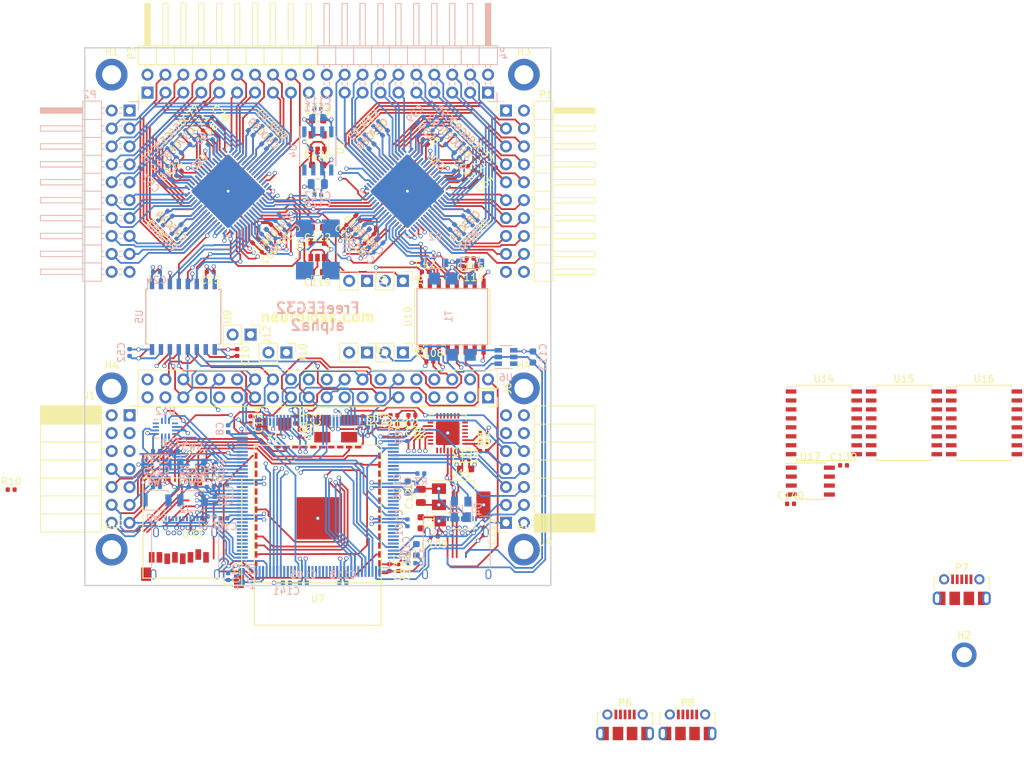
<source format=kicad_pcb>
(kicad_pcb (version 20171130) (host pcbnew 5.0.2-bee76a0~70~ubuntu16.04.1)
  (layers (0 F.Cu signal) (1 In1.Cu power) (2 In2.Cu power) (31 B.Cu signal) (34 B.Paste user) (35 F.Paste user) (36 B.SilkS user) (37 F.SilkS user) (38 B.Mask user) (39 F.Mask user) (44 Edge.Cuts user))
  (net 0 "")
  (net 1 AVDD)
  (net 2 AD1_DRDY)
  (net 3 AD1_START)
  (net 4 AD1_RESET)
  (net 5 AD3_DRDY)
  (net 6 AD4_DRDY)
  (net 7 XTAL)
  (net 8 "Net-(C14-Pad1)")
  (net 9 IOVDD)
  (net 10 "Net-(C22-Pad1)")
  (net 11 "Net-(C28-Pad2)")
  (net 12 /ADC1/REF_OUT)
  (net 13 "Net-(C37-Pad1)")
  (net 14 "Net-(C46-Pad1)")
  (net 15 "Net-(C50-Pad2)")
  (net 16 /ADC2/REF_OUT)
  (net 17 "Net-(C60-Pad1)")
  (net 18 "Net-(C68-Pad1)")
  (net 19 "Net-(C72-Pad2)")
  (net 20 /ADC3/REF_OUT)
  (net 21 "Net-(C81-Pad1)")
  (net 22 "Net-(C89-Pad1)")
  (net 23 "Net-(C93-Pad2)")
  (net 24 /ADC4/REF_OUT)
  (net 25 AD2_DRDY)
  (net 26 /ADC1/AIN0-)
  (net 27 /ADC1/AIN0+)
  (net 28 /ADC1/AIN1-)
  (net 29 /ADC1/AIN1+)
  (net 30 /ADC1/AIN2-)
  (net 31 /ADC1/AIN2+)
  (net 32 /ADC1/AIN3-)
  (net 33 /ADC1/AIN3+)
  (net 34 /ADC1/GPIO0)
  (net 35 /ADC1/GPIO1)
  (net 36 /ADC1/GPIO2)
  (net 37 /ADC1/ALERT)
  (net 38 AD1_SYNC_IN)
  (net 39 /ADC1/AIN7+)
  (net 40 /ADC1/AIN7-)
  (net 41 /ADC1/AIN6+)
  (net 42 /ADC1/AIN6-)
  (net 43 /ADC1/AIN5+)
  (net 44 /ADC1/AIN5-)
  (net 45 /ADC1/AIN4+)
  (net 46 /ADC1/AIN4-)
  (net 47 /ADC1/VCM)
  (net 48 /ADC1/AUXAIN+)
  (net 49 /ADC1/AUXAIN-)
  (net 50 /ADC2/AIN0-)
  (net 51 /ADC2/AIN0+)
  (net 52 /ADC2/AIN1-)
  (net 53 /ADC2/AIN1+)
  (net 54 /ADC2/AIN2-)
  (net 55 /ADC2/AIN2+)
  (net 56 /ADC2/AIN3-)
  (net 57 /ADC2/AIN3+)
  (net 58 /ADC2/GPIO0)
  (net 59 /ADC2/GPIO1)
  (net 60 /ADC2/GPIO2)
  (net 61 /ADC2/ALERT)
  (net 62 AD2_SYNC_OUT)
  (net 63 /ADC2/AIN7+)
  (net 64 /ADC2/AIN7-)
  (net 65 /ADC2/AIN6+)
  (net 66 /ADC2/AIN6-)
  (net 67 /ADC2/AIN5+)
  (net 68 /ADC2/AIN5-)
  (net 69 /ADC2/AIN4+)
  (net 70 /ADC2/AIN4-)
  (net 71 /ADC2/VCM)
  (net 72 /ADC2/AUXAIN+)
  (net 73 /ADC2/AUXAIN-)
  (net 74 /ADC3/AIN0-)
  (net 75 /ADC3/AIN0+)
  (net 76 /ADC3/AIN1-)
  (net 77 /ADC3/AIN1+)
  (net 78 /ADC3/AIN2-)
  (net 79 /ADC3/AIN2+)
  (net 80 /ADC3/AIN3-)
  (net 81 /ADC3/AIN3+)
  (net 82 /ADC3/GPIO0)
  (net 83 /ADC3/GPIO1)
  (net 84 /ADC3/GPIO2)
  (net 85 /ADC3/ALERT)
  (net 86 AD3_SYNC_OUT)
  (net 87 /ADC3/AIN7+)
  (net 88 /ADC3/AIN7-)
  (net 89 /ADC3/AIN6+)
  (net 90 /ADC3/AIN6-)
  (net 91 /ADC3/AIN5+)
  (net 92 /ADC3/AIN5-)
  (net 93 /ADC3/AIN4+)
  (net 94 /ADC3/AIN4-)
  (net 95 /ADC3/VCM)
  (net 96 /ADC3/AUXAIN+)
  (net 97 /ADC3/AUXAIN-)
  (net 98 /ADC4/AIN0-)
  (net 99 /ADC4/AIN0+)
  (net 100 /ADC4/AIN1-)
  (net 101 /ADC4/AIN1+)
  (net 102 /ADC4/AIN2-)
  (net 103 /ADC4/AIN2+)
  (net 104 /ADC4/AIN3-)
  (net 105 /ADC4/AIN3+)
  (net 106 /ADC4/GPIO0)
  (net 107 /ADC4/GPIO1)
  (net 108 /ADC4/GPIO2)
  (net 109 /ADC4/ALERT)
  (net 110 AD4_SYNC_OUT)
  (net 111 /ADC4/AIN7+)
  (net 112 /ADC4/AIN7-)
  (net 113 /ADC4/AIN6+)
  (net 114 /ADC4/AIN6-)
  (net 115 /ADC4/AIN5+)
  (net 116 /ADC4/AIN5-)
  (net 117 /ADC4/AIN4+)
  (net 118 /ADC4/AIN4-)
  (net 119 /ADC4/VCM)
  (net 120 /ADC4/AUXAIN+)
  (net 121 /ADC4/AUXAIN-)
  (net 122 "Net-(U3-Pad1)")
  (net 123 "Net-(T1-Pad1)")
  (net 124 "Net-(U6-Pad6)")
  (net 125 "Net-(T1-Pad4)")
  (net 126 "Net-(D2-Pad2)")
  (net 127 "Net-(D1-Pad2)")
  (net 128 GND_RAW)
  (net 129 VREF)
  (net 130 AD4_DCLK)
  (net 131 AD1_DOUT0)
  (net 132 AD1_DCLK)
  (net 133 AD2_DCLK)
  (net 134 AD3_DCLK)
  (net 135 AINREF)
  (net 136 V+_ISO)
  (net 137 "Net-(U5-Pad10)")
  (net 138 "Net-(U5-Pad7)")
  (net 139 AD2_CS)
  (net 140 AD1_CS)
  (net 141 AD4_DOUT3)
  (net 142 AD4_DOUT2)
  (net 143 AD3_DOUT3)
  (net 144 AD3_DOUT2)
  (net 145 AD1_DOUT1)
  (net 146 AD1_DOUT2)
  (net 147 AD1_DOUT3)
  (net 148 AD_SO)
  (net 149 AD_SI)
  (net 150 AD_SCK)
  (net 151 AD2_DOUT2)
  (net 152 AD2_DOUT3)
  (net 153 AD4_CS)
  (net 154 AD3_CS)
  (net 155 "Net-(U9-Pad10)")
  (net 156 "Net-(U9-Pad7)")
  (net 157 "Net-(U10-Pad7)")
  (net 158 "Net-(U10-Pad10)")
  (net 159 "Net-(U4-Pad8)")
  (net 160 "Net-(U4-Pad7)")
  (net 161 "Net-(U4-Pad5)")
  (net 162 "Net-(U4-Pad3)")
  (net 163 "Net-(U4-Pad1)")
  (net 164 3V3_RPi)
  (net 165 5V_RPi)
  (net 166 RX_UART_USB)
  (net 167 TX_UART_USB)
  (net 168 GPCLK1_RPi)
  (net 169 GPCLK2_RPi)
  (net 170 "Net-(C3-Pad1)")
  (net 171 "Net-(C4-Pad1)")
  (net 172 "Net-(C102-Pad1)")
  (net 173 "Net-(C124-Pad1)")
  (net 174 NRST)
  (net 175 "Net-(C129-Pad1)")
  (net 176 "Net-(C131-Pad1)")
  (net 177 "Net-(C133-Pad1)")
  (net 178 EN_WIFI)
  (net 179 "Net-(C138-Pad1)")
  (net 180 D-_USB)
  (net 181 D+_USB)
  (net 182 SYS_JTCK-SWCLK)
  (net 183 SYS_JTMS-SWDIO)
  (net 184 SYS_JTDO-SWO)
  (net 185 SYS_JTDI)
  (net 186 SYS_JTRST)
  (net 187 ETH_TXD1)
  (net 188 ETH_TX_EN)
  (net 189 ETH_TXD0)
  (net 190 ETH_RXD0)
  (net 191 ETH_RXD1)
  (net 192 ETH_REF_CLK)
  (net 193 ETH_CRS_DV)
  (net 194 ETH_MDIO)
  (net 195 ETH_MDC)
  (net 196 "Net-(R1-Pad2)")
  (net 197 BOOT0)
  (net 198 BOOT1)
  (net 199 "Net-(R4-Pad1)")
  (net 200 "Net-(R8-Pad2)")
  (net 201 "Net-(U7-Pad21)")
  (net 202 "Net-(U7-Pad22)")
  (net 203 GPIO0_WIFI)
  (net 204 "Net-(U7-Pad26)")
  (net 205 "Net-(U7-Pad27)")
  (net 206 "Net-(U7-Pad28)")
  (net 207 "Net-(U7-Pad32)")
  (net 208 "Net-(U7-Pad33)")
  (net 209 "Net-(U7-Pad12)")
  (net 210 "Net-(U7-Pad4)")
  (net 211 "Net-(U7-Pad5)")
  (net 212 "Net-(U7-Pad6)")
  (net 213 "Net-(U7-Pad7)")
  (net 214 "Net-(U7-Pad8)")
  (net 215 "Net-(U7-Pad9)")
  (net 216 "Net-(U7-Pad10)")
  (net 217 "Net-(U7-Pad11)")
  (net 218 "Net-(U8-Pad1)")
  (net 219 "Net-(U8-Pad2)")
  (net 220 "Net-(U8-Pad10)")
  (net 221 "Net-(U8-Pad11)")
  (net 222 "Net-(U8-Pad12)")
  (net 223 "Net-(U8-Pad13)")
  (net 224 "Net-(U8-Pad14)")
  (net 225 "Net-(U8-Pad15)")
  (net 226 "Net-(U8-Pad16)")
  (net 227 "Net-(U8-Pad17)")
  (net 228 "Net-(U8-Pad18)")
  (net 229 "Net-(U8-Pad19)")
  (net 230 "Net-(U8-Pad20)")
  (net 231 "Net-(U8-Pad21)")
  (net 232 "Net-(U8-Pad22)")
  (net 233 CTS_UART_USB)
  (net 234 RTS_UART_USB)
  (net 235 "Net-(U8-Pad27)")
  (net 236 UART_DTR_USB)
  (net 237 "Net-(U12-Pad11)")
  (net 238 "Net-(U12-Pad10)")
  (net 239 SDO_SA0_ACC)
  (net 240 CS_ACC)
  (net 241 "Net-(U37-Pad2)")
  (net 242 "Net-(U37-Pad4)")
  (net 243 "Net-(U37-Pad7)")
  (net 244 "Net-(U37-Pad46)")
  (net 245 "Net-(U37-Pad47)")
  (net 246 "Net-(U37-Pad50)")
  (net 247 "Net-(U37-Pad53)")
  (net 248 "Net-(U37-Pad54)")
  (net 249 "Net-(U37-Pad55)")
  (net 250 "Net-(U37-Pad59)")
  (net 251 "Net-(U37-Pad63)")
  (net 252 "Net-(U37-Pad64)")
  (net 253 "Net-(U37-Pad66)")
  (net 254 "Net-(U37-Pad67)")
  (net 255 "Net-(U37-Pad68)")
  (net 256 AD_DRDY)
  (net 257 "Net-(U37-Pad82)")
  (net 258 "Net-(U37-Pad89)")
  (net 259 "Net-(U37-Pad91)")
  (net 260 "Net-(U37-Pad92)")
  (net 261 "Net-(U37-Pad93)")
  (net 262 "Net-(U37-Pad114)")
  (net 263 "Net-(U37-Pad115)")
  (net 264 "Net-(U37-Pad117)")
  (net 265 "Net-(U37-Pad118)")
  (net 266 "Net-(U37-Pad119)")
  (net 267 CLK_SDIO)
  (net 268 CMD_SDIO)
  (net 269 DATA0_SDIO)
  (net 270 DATA1_SDIO)
  (net 271 DATA2_SDIO)
  (net 272 DATA3_SDIO)
  (net 273 DETECT_SDIO)
  (net 274 "Net-(U37-Pad129)")
  (net 275 MTCK)
  (net 276 MTMS)
  (net 277 MTDO)
  (net 278 MTDI)
  (net 279 "Net-(U7-Pad37)")
  (net 280 "Net-(U7-Pad30)")
  (net 281 "Net-(U7-Pad29)")
  (net 282 "Net-(U7-Pad19)")
  (net 283 "Net-(U7-Pad20)")
  (net 284 "Net-(U7-Pad17)")
  (net 285 "Net-(U7-Pad18)")
  (net 286 GPIO2_WIFI)
  (net 287 "Net-(U37-Pad90)")
  (net 288 "Net-(U37-Pad88)")
  (net 289 "Net-(U37-Pad87)")
  (net 290 "Net-(U37-Pad86)")
  (net 291 "Net-(U37-Pad85)")
  (net 292 "Net-(U37-Pad79)")
  (net 293 "Net-(U37-Pad57)")
  (net 294 "Net-(U37-Pad56)")
  (net 295 USART1_TX)
  (net 296 USART1_RX)
  (net 297 SDMMC1_CMD)
  (net 298 SDMMC1_CK)
  (net 299 SDMMC1_D3)
  (net 300 SDMMC1_D2)
  (net 301 SDMMC1_D1)
  (net 302 SDMMC1_D0)
  (net 303 "Net-(J4-Pad2)")
  (net 304 D-_USB1)
  (net 305 D+_USB1)
  (net 306 D+_USB2)
  (net 307 D-_USB2)
  (net 308 "Net-(U37-Pad37)")
  (net 309 GND_RPi)
  (net 310 V+_RAW)
  (net 311 I2C1_SDA)
  (net 312 I2C1_SCL)
  (net 313 AD1_RESET_ISO)
  (net 314 AD1_DCLK_ISO)
  (net 315 AD2_CS_ISO)
  (net 316 AD1_DOUT1_ISO)
  (net 317 AD3_CS_ISO)
  (net 318 AD4_CS_ISO)
  (net 319 AD_SI_ISO)
  (net 320 AD_SO_ISO)
  (net 321 AD1_DRDY_ISO)
  (net 322 AD_SCK_ISO)
  (net 323 AD1_CS_ISO)
  (net 324 AD1_DOUT0_ISO)
  (net 325 I2C2_SDA)
  (net 326 I2C2_SCL)
  (net 327 "Net-(U37-Pad97)")
  (net 328 "Net-(U37-Pad49)")
  (net 329 "Net-(U37-Pad26)")
  (net 330 V+_ISO_RAW)
  (net 331 GND_ISO_RAW)
  (net 332 "Net-(P8-Pad6)")
  (net 333 "Net-(P8-Pad2)")
  (net 334 "Net-(P8-Pad4)")
  (net 335 "Net-(P8-Pad3)")
  (net 336 INT1_ACC)
  (net 337 INT2_ACC)
  (net 338 "Net-(U37-Pad142)")
  (net 339 "Net-(U37-Pad141)")
  (net 340 "Net-(U37-Pad139)")
  (net 341 "Net-(U37-Pad137)")
  (net 342 "Net-(U37-Pad136)")
  (net 343 "Net-(U37-Pad65)")
  (net 344 SPI6_MISO)
  (net 345 SPI6_NSS)
  (net 346 "Net-(U37-Pad19)")
  (net 347 "Net-(U37-Pad18)")
  (net 348 GND_PWRrt1_USB_C)
  (net 349 GND_PWRrt2_USB_C)
  (net 350 "Net-(C139-Pad1)")
  (net 351 "Net-(C139-Pad2)")
  (net 352 "Net-(C140-Pad2)")
  (net 353 "Net-(C140-Pad1)")
  (net 354 D-_USB_C)
  (net 355 D+_USB_C)
  (net 356 GND_USB)
  (net 357 VBUS_USB)
  (net 358 "Net-(J2-PadS1)")
  (net 359 "Net-(J2-PadA2)")
  (net 360 "Net-(J2-PadA3)")
  (net 361 "Net-(J2-PadA5)")
  (net 362 "Net-(J2-PadA10)")
  (net 363 "Net-(J2-PadA8)")
  (net 364 "Net-(J2-PadA11)")
  (net 365 "Net-(J2-PadB2)")
  (net 366 "Net-(J2-PadB3)")
  (net 367 "Net-(J2-PadB5)")
  (net 368 "Net-(J2-PadB8)")
  (net 369 "Net-(J2-PadB10)")
  (net 370 "Net-(J2-PadB11)")
  (net 371 "Net-(P6-Pad6)")
  (net 372 ID_USB1)
  (net 373 GND_USB1)
  (net 374 VBUS_USB1)
  (net 375 "Net-(P7-Pad6)")
  (net 376 VBUS_USB2)
  (net 377 GND_USB2)
  (net 378 ID_USB2)
  (net 379 "Net-(P8-Pad1)")
  (net 380 "Net-(P8-Pad5)")
  (net 381 "Net-(U14-Pad1)")
  (net 382 "Net-(U14-Pad2)")
  (net 383 "Net-(U14-Pad3)")
  (net 384 "Net-(U14-Pad4)")
  (net 385 "Net-(U14-Pad5)")
  (net 386 "Net-(U14-Pad6)")
  (net 387 "Net-(U14-Pad7)")
  (net 388 "Net-(U14-Pad8)")
  (net 389 "Net-(U14-Pad9)")
  (net 390 "Net-(U14-Pad10)")
  (net 391 "Net-(U14-Pad11)")
  (net 392 "Net-(U14-Pad12)")
  (net 393 "Net-(U14-Pad13)")
  (net 394 "Net-(U14-Pad14)")
  (net 395 "Net-(U14-Pad15)")
  (net 396 "Net-(U14-Pad16)")
  (net 397 "Net-(U15-Pad16)")
  (net 398 "Net-(U15-Pad15)")
  (net 399 "Net-(U15-Pad14)")
  (net 400 "Net-(U15-Pad13)")
  (net 401 "Net-(U15-Pad12)")
  (net 402 "Net-(U15-Pad11)")
  (net 403 "Net-(U15-Pad10)")
  (net 404 "Net-(U15-Pad9)")
  (net 405 "Net-(U15-Pad8)")
  (net 406 "Net-(U15-Pad7)")
  (net 407 "Net-(U15-Pad6)")
  (net 408 "Net-(U15-Pad5)")
  (net 409 "Net-(U15-Pad4)")
  (net 410 "Net-(U15-Pad3)")
  (net 411 "Net-(U15-Pad2)")
  (net 412 "Net-(U15-Pad1)")
  (net 413 "Net-(U16-Pad1)")
  (net 414 "Net-(U16-Pad2)")
  (net 415 "Net-(U16-Pad3)")
  (net 416 "Net-(U16-Pad4)")
  (net 417 "Net-(U16-Pad5)")
  (net 418 "Net-(U16-Pad6)")
  (net 419 "Net-(U16-Pad7)")
  (net 420 "Net-(U16-Pad8)")
  (net 421 "Net-(U16-Pad9)")
  (net 422 "Net-(U16-Pad10)")
  (net 423 "Net-(U16-Pad11)")
  (net 424 "Net-(U16-Pad12)")
  (net 425 "Net-(U16-Pad13)")
  (net 426 "Net-(U16-Pad14)")
  (net 427 "Net-(U16-Pad15)")
  (net 428 "Net-(U16-Pad16)")
  (net 429 "Net-(U17-Pad1)")
  (net 430 "Net-(U17-Pad2)")
  (net 431 "Net-(U17-Pad3)")
  (net 432 "Net-(U17-Pad4)")
  (net 433 "Net-(U17-Pad5)")
  (net 434 "Net-(U17-Pad6)")
  (net 435 "Net-(U17-Pad7)")
  (net 436 "Net-(U17-Pad8)")
  (net 437 VBUS2_USB_C)
  (net 438 VBUS2_USB_C_2)
  (net 439 "Net-(J11-PadS1)")
  (net 440 "Net-(J11-PadA2)")
  (net 441 "Net-(J11-PadA3)")
  (net 442 "Net-(J11-PadA5)")
  (net 443 D+_USB_C_2)
  (net 444 GND_PWRrt2_USB_C_2)
  (net 445 "Net-(J11-PadA10)")
  (net 446 "Net-(J11-PadA8)")
  (net 447 "Net-(J11-PadA11)")
  (net 448 "Net-(J11-PadB2)")
  (net 449 "Net-(J11-PadB3)")
  (net 450 "Net-(J11-PadB5)")
  (net 451 "Net-(J11-PadB8)")
  (net 452 "Net-(J11-PadB10)")
  (net 453 "Net-(J11-PadB11)")
  (net 454 MCO1)
  (net 455 D+_USB_UART)
  (net 456 USB_OTG_FS_DM)
  (net 457 USB_OTG_FS_DP)
  (module Connector_USB:USB_Micro-B_Molex-105017-0001 (layer F.Cu) (at 52.391001 57.834001)
    (fp_text reference P8 (at 0 -3.1125) (layer F.SilkS))
    (fp_text value USB_OTG)
    (pad 6 smd rect (at 1 1.2375) (size 1.5 1.9) (layers F.Cu F.Paste F.Mask) (net 332 "Net-(P8-Pad6)"))
    (pad 6 thru_hole circle (at -2.5 -1.4625) (size 1.45 1.45) (drill 0.85) (layers *.Cu *.Mask) (net 332 "Net-(P8-Pad6)"))
    (pad 2 smd rect (at -0.65 -1.4625) (size 0.4 1.35) (layers F.Cu F.Paste F.Mask) (net 333 "Net-(P8-Pad2)"))
    (pad 1 smd rect (at -1.3 -1.4625) (size 0.4 1.35) (layers F.Cu F.Paste F.Mask) (net 379 "Net-(P8-Pad1)"))
    (pad 5 smd rect (at 1.3 -1.4625) (size 0.4 1.35) (layers F.Cu F.Paste F.Mask) (net 380 "Net-(P8-Pad5)"))
    (pad 4 smd rect (at 0.65 -1.4625) (size 0.4 1.35) (layers F.Cu F.Paste F.Mask) (net 334 "Net-(P8-Pad4)"))
    (pad 3 smd rect (at 0 -1.4625) (size 0.4 1.35) (layers F.Cu F.Paste F.Mask) (net 335 "Net-(P8-Pad3)"))
    (pad 6 thru_hole circle (at 2.5 -1.4625) (size 1.45 1.45) (drill 0.85) (layers *.Cu *.Mask) (net 332 "Net-(P8-Pad6)"))
    (pad 6 smd rect (at -1 1.2375) (size 1.5 1.9) (layers F.Cu F.Paste F.Mask) (net 332 "Net-(P8-Pad6)"))
    (pad 6 thru_hole oval (at -3.5 1.2375 180) (size 1.2 1.9) (drill oval 0.6 1.3) (layers *.Cu *.Mask) (net 332 "Net-(P8-Pad6)"))
    (pad 6 thru_hole oval (at 3.5 1.2375) (size 1.2 1.9) (drill oval 0.6 1.3) (layers *.Cu *.Mask) (net 332 "Net-(P8-Pad6)"))
    (pad 6 smd rect (at 2.9 1.2375) (size 1.2 1.9) (layers F.Cu F.Mask) (net 332 "Net-(P8-Pad6)"))
    (pad 6 smd rect (at -2.9 1.2375) (size 1.2 1.9) (layers F.Cu F.Mask) (net 332 "Net-(P8-Pad6)"))
  )
  (module Connector_USB:USB_C_Receptacle_Amphenol_12401548E4-2A (layer B.Cu) (at 19.685 33.655 180)
    (fp_text reference J11 (at 0 6.36 180) (layer B.SilkS) (effects (justify mirror)))
    (fp_text value USB_C_Receptacle-Connector_VBUS2)
    (pad B11 thru_hole circle (at -2.4 3.01 180) (size 0.65 0.65) (drill 0.4) (layers *.Cu *.Mask) (net 453 "Net-(J11-PadB11)"))
    (pad B10 thru_hole circle (at -1.6 3.01 180) (size 0.65 0.65) (drill 0.4) (layers *.Cu *.Mask) (net 452 "Net-(J11-PadB10)"))
    (pad B8 thru_hole circle (at -0.8 3.01 180) (size 0.65 0.65) (drill 0.4) (layers *.Cu *.Mask) (net 451 "Net-(J11-PadB8)"))
    (pad B5 thru_hole circle (at 0.8 3.01 180) (size 0.65 0.65) (drill 0.4) (layers *.Cu *.Mask) (net 450 "Net-(J11-PadB5)"))
    (pad B3 thru_hole circle (at 1.6 3.01 180) (size 0.65 0.65) (drill 0.4) (layers *.Cu *.Mask) (net 449 "Net-(J11-PadB3)"))
    (pad B2 thru_hole circle (at 2.4 3.01 180) (size 0.65 0.65) (drill 0.4) (layers *.Cu *.Mask) (net 448 "Net-(J11-PadB2)"))
    (pad B12 thru_hole circle (at -2.8 3.71 180) (size 0.65 0.65) (drill 0.4) (layers *.Cu *.Mask) (net 444 GND_PWRrt2_USB_C_2))
    (pad B9 thru_hole circle (at -1.2 3.71 180) (size 0.65 0.65) (drill 0.4) (layers *.Cu *.Mask) (net 438 VBUS2_USB_C_2))
    (pad B7 thru_hole circle (at -0.4 3.71 180) (size 0.65 0.65) (drill 0.4) (layers *.Cu *.Mask) (net 455 D+_USB_UART))
    (pad B6 thru_hole circle (at 0.4 3.71 180) (size 0.65 0.65) (drill 0.4) (layers *.Cu *.Mask) (net 443 D+_USB_C_2))
    (pad B4 thru_hole circle (at 1.2 3.71 180) (size 0.65 0.65) (drill 0.4) (layers *.Cu *.Mask) (net 165 5V_RPi))
    (pad B1 thru_hole circle (at 2.8 3.71 180) (size 0.65 0.65) (drill 0.4) (layers *.Cu *.Mask) (net 348 GND_PWRrt1_USB_C))
    (pad "" np_thru_hole circle (at -3.6 4.36 180) (size 0.65 0.65) (drill 0.65) (layers *.Cu *.Mask))
    (pad "" np_thru_hole oval (at 3.6 4.36 180) (size 0.95 0.65) (drill oval 0.95 0.65) (layers *.Cu *.Mask))
    (pad S1 thru_hole oval (at -4.49 -2.84 180) (size 0.8 1.4) (drill oval 0.5 1.1) (layers *.Cu *.Mask) (net 439 "Net-(J11-PadS1)"))
    (pad S1 thru_hole oval (at 4.49 -2.84 180) (size 0.8 1.4) (drill oval 0.5 1.1) (layers *.Cu *.Mask) (net 439 "Net-(J11-PadS1)"))
    (pad S1 thru_hole oval (at 4.13 3.11 180) (size 0.8 1.4) (drill oval 0.5 1.1) (layers *.Cu *.Mask) (net 439 "Net-(J11-PadS1)"))
    (pad A11 smd rect (at 2.25 5.02 180) (size 0.3 0.7) (layers B.Cu B.Paste B.Mask) (net 447 "Net-(J11-PadA11)"))
    (pad A8 smd rect (at 0.75 5.02 180) (size 0.3 0.7) (layers B.Cu B.Paste B.Mask) (net 446 "Net-(J11-PadA8)"))
    (pad A9 smd rect (at 1.25 5.02 180) (size 0.3 0.7) (layers B.Cu B.Paste B.Mask) (net 438 VBUS2_USB_C_2))
    (pad A10 smd rect (at 1.75 5.02 180) (size 0.3 0.7) (layers B.Cu B.Paste B.Mask) (net 445 "Net-(J11-PadA10)"))
    (pad A12 smd rect (at 2.75 5.02 180) (size 0.3 0.7) (layers B.Cu B.Paste B.Mask) (net 444 GND_PWRrt2_USB_C_2))
    (pad A7 smd rect (at 0.25 5.02 180) (size 0.3 0.7) (layers B.Cu B.Paste B.Mask) (net 455 D+_USB_UART))
    (pad A6 smd rect (at -0.25 5.02 180) (size 0.3 0.7) (layers B.Cu B.Paste B.Mask) (net 443 D+_USB_C_2))
    (pad A5 smd rect (at -0.75 5.02 180) (size 0.3 0.7) (layers B.Cu B.Paste B.Mask) (net 442 "Net-(J11-PadA5)"))
    (pad A4 smd rect (at -1.25 5.02 180) (size 0.3 0.7) (layers B.Cu B.Paste B.Mask) (net 165 5V_RPi))
    (pad A3 smd rect (at -1.75 5.02 180) (size 0.3 0.7) (layers B.Cu B.Paste B.Mask) (net 441 "Net-(J11-PadA3)"))
    (pad A2 smd rect (at -2.25 5.02 180) (size 0.3 0.7) (layers B.Cu B.Paste B.Mask) (net 440 "Net-(J11-PadA2)"))
    (pad A1 smd rect (at -2.75 5.02 180) (size 0.3 0.7) (layers B.Cu B.Paste B.Mask) (net 348 GND_PWRrt1_USB_C))
    (pad S1 thru_hole oval (at -4.13 3.11 180) (size 0.8 1.4) (drill oval 0.5 1.1) (layers *.Cu *.Mask) (net 439 "Net-(J11-PadS1)"))
  )
  (module smd5032:Crystal_SMD_EuroQuartz_MJ-4Pin_5.0x3.2mm_HandSoldering (layer F.Cu) (at 2.54 15.875 180)
    (fp_text reference Y2 (at 4.064 0.0635 180) (layer F.SilkS))
    (fp_text value 8MHz)
    (pad 1 smd rect (at -1.9 1.2 180) (size 2.28 1.5) (layers F.Cu F.Paste F.Mask) (net 171 "Net-(C4-Pad1)"))
    (pad 2 smd rect (at 1.9 1.2 180) (size 2.28 1.5) (layers F.Cu F.Paste F.Mask) (net 170 "Net-(C3-Pad1)"))
    (pad 3 smd rect (at 1.9 -1.2 180) (size 2.28 1.5) (layers F.Cu F.Paste F.Mask))
    (pad 4 smd rect (at -1.9 -1.2 180) (size 2.28 1.5) (layers F.Cu F.Paste F.Mask))
  )
  (module Oscillator_Oscillator_SMD_EuroQuartz_XO91-4Pin_7.0x5:Oscillator_SMD_EuroQuartz_XO91-4Pin_7.0x5.0mm_HandSoldering (layer B.Cu) (at 0 -9.525 90)
    (fp_text reference U3 (at 0 4.1 90) (layer B.SilkS) (effects (justify mirror)))
    (fp_text value 8.192MHz)
    (pad 1 smd rect (at -3 -1.85 90) (size 2.5 2.5) (layers B.Cu B.Paste B.Mask) (net 122 "Net-(U3-Pad1)"))
    (pad 2 smd rect (at 3 -1.85 90) (size 2.5 2.5) (layers B.Cu B.Paste B.Mask) (net 3 AD1_START))
    (pad 3 smd rect (at 3 1.85 90) (size 2.5 2.5) (layers B.Cu B.Paste B.Mask) (net 7 XTAL))
    (pad 4 smd rect (at -3 1.85 90) (size 2.5 2.5) (layers B.Cu B.Paste B.Mask) (net 9 IOVDD))
  )
  (module 473521001:473521001 (layer F.Cu) (at -17.78 29.845)
    (fp_text reference U43 (at 0 1) (layer F.SilkS))
    (fp_text value 473521001)
    (pad 9 smd rect (at -3.56 -6.72) (size 1 0.95) (layers F.Cu F.Paste F.Mask) (net 273 DETECT_SDIO))
    (pad 8 smd rect (at -5.76 4.26) (size 0.8 1.5) (layers F.Cu F.Paste F.Mask) (net 270 DATA1_SDIO))
    (pad 7 smd rect (at -4.66 4.26) (size 0.8 1.5) (layers F.Cu F.Paste F.Mask) (net 269 DATA0_SDIO))
    (pad 6 smd rect (at -3.56 4.46) (size 0.8 1.5) (layers F.Cu F.Paste F.Mask) (net 348 GND_PWRrt1_USB_C))
    (pad 5 smd rect (at -2.46 4.26) (size 0.8 1.5) (layers F.Cu F.Paste F.Mask) (net 267 CLK_SDIO))
    (pad 4 smd rect (at -1.36 4.46) (size 0.8 1.5) (layers F.Cu F.Paste F.Mask) (net 164 3V3_RPi))
    (pad 3 smd rect (at -0.26 4.26) (size 0.8 1.5) (layers F.Cu F.Paste F.Mask) (net 268 CMD_SDIO))
    (pad 2 smd rect (at 0.84 3.86) (size 0.8 1.5) (layers F.Cu F.Paste F.Mask) (net 272 DATA3_SDIO))
    (pad 1 smd rect (at 1.94 4.26) (size 0.8 1.5) (layers F.Cu F.Paste F.Mask) (net 271 DATA2_SDIO))
    (pad "" smd rect (at -4.95 -6.5) (size 1.3 1.4) (layers F.Cu F.Paste F.Mask))
    (pad "" smd rect (at 0.75 -6.5) (size 1.3 1.4) (layers F.Cu F.Paste F.Mask))
    (pad "" smd rect (at -6.55 6.65) (size 1.4 1.9) (layers F.Cu F.Paste F.Mask))
    (pad "" smd rect (at 6.6 7.65) (size 1.4 1.9) (layers F.Cu F.Paste F.Mask))
  )
  (module Package_QFP:LQFP-144_20x20mm_P0.5mm (layer B.Cu) (at 0 25.3981 270)
    (fp_text reference U37 (at 0 12.475 270) (layer B.SilkS) (effects (justify mirror)))
    (fp_text value STM32F427ZI_4side_short)
    (pad 144 smd rect (at -8.75 10.7 180) (size 1.55 0.3) (layers B.Cu B.Paste B.Mask) (net 164 3V3_RPi))
    (pad 143 smd rect (at -8.25 10.7 180) (size 1.55 0.3) (layers B.Cu B.Paste B.Mask) (net 164 3V3_RPi))
    (pad 142 smd rect (at -7.75 10.7 180) (size 1.55 0.3) (layers B.Cu B.Paste B.Mask) (net 338 "Net-(U37-Pad142)"))
    (pad 141 smd rect (at -7.25 10.7 180) (size 1.55 0.3) (layers B.Cu B.Paste B.Mask) (net 339 "Net-(U37-Pad141)"))
    (pad 140 smd rect (at -6.75 10.7 180) (size 1.55 0.3) (layers B.Cu B.Paste B.Mask) (net 323 AD1_CS_ISO))
    (pad 139 smd rect (at -6.25 10.7 180) (size 1.55 0.3) (layers B.Cu B.Paste B.Mask) (net 340 "Net-(U37-Pad139)"))
    (pad 138 smd rect (at -5.75 10.7 180) (size 1.55 0.3) (layers B.Cu B.Paste B.Mask) (net 197 BOOT0))
    (pad 137 smd rect (at -5.25 10.7 180) (size 1.55 0.3) (layers B.Cu B.Paste B.Mask) (net 341 "Net-(U37-Pad137)"))
    (pad 136 smd rect (at -4.75 10.7 180) (size 1.55 0.3) (layers B.Cu B.Paste B.Mask) (net 342 "Net-(U37-Pad136)"))
    (pad 135 smd rect (at -4.25 10.7 180) (size 1.55 0.3) (layers B.Cu B.Paste B.Mask) (net 336 INT1_ACC))
    (pad 134 smd rect (at -3.75 10.7 180) (size 1.55 0.3) (layers B.Cu B.Paste B.Mask) (net 186 SYS_JTRST))
    (pad 133 smd rect (at -3.25 10.7 180) (size 1.55 0.3) (layers B.Cu B.Paste B.Mask) (net 184 SYS_JTDO-SWO))
    (pad 132 smd rect (at -2.75 10.7 180) (size 1.55 0.3) (layers B.Cu B.Paste B.Mask) (net 337 INT2_ACC))
    (pad 131 smd rect (at -2.25 10.7 180) (size 1.55 0.3) (layers B.Cu B.Paste B.Mask) (net 164 3V3_RPi))
    (pad 130 smd rect (at -1.75 10.7 180) (size 1.55 0.3) (layers B.Cu B.Paste B.Mask) (net 348 GND_PWRrt1_USB_C))
    (pad 129 smd rect (at -1.25 10.7 180) (size 1.55 0.3) (layers B.Cu B.Paste B.Mask) (net 274 "Net-(U37-Pad129)"))
    (pad 128 smd rect (at -0.75 10.7 180) (size 1.55 0.3) (layers B.Cu B.Paste B.Mask) (net 273 DETECT_SDIO))
    (pad 127 smd rect (at -0.25 10.7 180) (size 1.55 0.3) (layers B.Cu B.Paste B.Mask) (net 272 DATA3_SDIO))
    (pad 126 smd rect (at 0.25 10.7 180) (size 1.55 0.3) (layers B.Cu B.Paste B.Mask) (net 271 DATA2_SDIO))
    (pad 125 smd rect (at 0.75 10.7 180) (size 1.55 0.3) (layers B.Cu B.Paste B.Mask) (net 270 DATA1_SDIO))
    (pad 124 smd rect (at 1.25 10.7 180) (size 1.55 0.3) (layers B.Cu B.Paste B.Mask) (net 269 DATA0_SDIO))
    (pad 123 smd rect (at 1.75 10.7 180) (size 1.55 0.3) (layers B.Cu B.Paste B.Mask) (net 268 CMD_SDIO))
    (pad 122 smd rect (at 2.25 10.7 180) (size 1.55 0.3) (layers B.Cu B.Paste B.Mask) (net 267 CLK_SDIO))
    (pad 121 smd rect (at 2.75 10.7 180) (size 1.55 0.3) (layers B.Cu B.Paste B.Mask) (net 164 3V3_RPi))
    (pad 120 smd rect (at 3.25 10.7 180) (size 1.55 0.3) (layers B.Cu B.Paste B.Mask) (net 348 GND_PWRrt1_USB_C))
    (pad 119 smd rect (at 3.75 10.7 180) (size 1.55 0.3) (layers B.Cu B.Paste B.Mask) (net 266 "Net-(U37-Pad119)"))
    (pad 118 smd rect (at 4.25 10.7 180) (size 1.55 0.3) (layers B.Cu B.Paste B.Mask) (net 265 "Net-(U37-Pad118)"))
    (pad 117 smd rect (at 4.75 10.7 180) (size 1.55 0.3) (layers B.Cu B.Paste B.Mask) (net 264 "Net-(U37-Pad117)"))
    (pad 116 smd rect (at 5.25 10.7 180) (size 1.55 0.3) (layers B.Cu B.Paste B.Mask) (net 297 SDMMC1_CMD))
    (pad 115 smd rect (at 5.75 10.7 180) (size 1.55 0.3) (layers B.Cu B.Paste B.Mask) (net 263 "Net-(U37-Pad115)"))
    (pad 114 smd rect (at 6.25 10.7 180) (size 1.55 0.3) (layers B.Cu B.Paste B.Mask) (net 262 "Net-(U37-Pad114)"))
    (pad 113 smd rect (at 6.75 10.7 180) (size 1.55 0.3) (layers B.Cu B.Paste B.Mask) (net 298 SDMMC1_CK))
    (pad 112 smd rect (at 7.25 10.7 180) (size 1.55 0.3) (layers B.Cu B.Paste B.Mask) (net 299 SDMMC1_D3))
    (pad 111 smd rect (at 7.75 10.7 180) (size 1.55 0.3) (layers B.Cu B.Paste B.Mask) (net 300 SDMMC1_D2))
    (pad 110 smd rect (at 8.25 10.7 180) (size 1.55 0.3) (layers B.Cu B.Paste B.Mask) (net 185 SYS_JTDI))
    (pad 109 smd rect (at 8.75 10.7 180) (size 1.55 0.3) (layers B.Cu B.Paste B.Mask) (net 182 SYS_JTCK-SWCLK))
    (pad 108 smd rect (at 10.7 8.75 270) (size 1.55 0.3) (layers B.Cu B.Paste B.Mask) (net 164 3V3_RPi))
    (pad 107 smd rect (at 10.7 8.25 270) (size 1.55 0.3) (layers B.Cu B.Paste B.Mask) (net 348 GND_PWRrt1_USB_C))
    (pad 106 smd rect (at 10.7 7.75 270) (size 1.55 0.3) (layers B.Cu B.Paste B.Mask) (net 173 "Net-(C124-Pad1)"))
    (pad 105 smd rect (at 10.7 7.25 270) (size 1.55 0.3) (layers B.Cu B.Paste B.Mask) (net 183 SYS_JTMS-SWDIO))
    (pad 104 smd rect (at 10.7 6.75 270) (size 1.55 0.3) (layers B.Cu B.Paste B.Mask) (net 457 USB_OTG_FS_DP))
    (pad 103 smd rect (at 10.7 6.25 270) (size 1.55 0.3) (layers B.Cu B.Paste B.Mask) (net 456 USB_OTG_FS_DM))
    (pad 102 smd rect (at 10.7 5.75 270) (size 1.55 0.3) (layers B.Cu B.Paste B.Mask) (net 296 USART1_RX))
    (pad 101 smd rect (at 10.7 5.25 270) (size 1.55 0.3) (layers B.Cu B.Paste B.Mask) (net 295 USART1_TX))
    (pad 100 smd rect (at 10.7 4.75 270) (size 1.55 0.3) (layers B.Cu B.Paste B.Mask) (net 454 MCO1))
    (pad 99 smd rect (at 10.7 4.25 270) (size 1.55 0.3) (layers B.Cu B.Paste B.Mask) (net 301 SDMMC1_D1))
    (pad 98 smd rect (at 10.7 3.75 270) (size 1.55 0.3) (layers B.Cu B.Paste B.Mask) (net 302 SDMMC1_D0))
    (pad 97 smd rect (at 10.7 3.25 270) (size 1.55 0.3) (layers B.Cu B.Paste B.Mask) (net 327 "Net-(U37-Pad97)"))
    (pad 96 smd rect (at 10.7 2.75 270) (size 1.55 0.3) (layers B.Cu B.Paste B.Mask) (net 321 AD1_DRDY_ISO))
    (pad 95 smd rect (at 10.7 2.25 270) (size 1.55 0.3) (layers B.Cu B.Paste B.Mask) (net 164 3V3_RPi))
    (pad 94 smd rect (at 10.7 1.75 270) (size 1.55 0.3) (layers B.Cu B.Paste B.Mask) (net 348 GND_PWRrt1_USB_C))
    (pad 93 smd rect (at 10.7 1.25 270) (size 1.55 0.3) (layers B.Cu B.Paste B.Mask) (net 261 "Net-(U37-Pad93)"))
    (pad 92 smd rect (at 10.7 0.75 270) (size 1.55 0.3) (layers B.Cu B.Paste B.Mask) (net 260 "Net-(U37-Pad92)"))
    (pad 91 smd rect (at 10.7 0.25 270) (size 1.55 0.3) (layers B.Cu B.Paste B.Mask) (net 259 "Net-(U37-Pad91)"))
    (pad 90 smd rect (at 10.7 -0.25 270) (size 1.55 0.3) (layers B.Cu B.Paste B.Mask) (net 287 "Net-(U37-Pad90)"))
    (pad 89 smd rect (at 10.7 -0.75 270) (size 1.55 0.3) (layers B.Cu B.Paste B.Mask) (net 258 "Net-(U37-Pad89)"))
    (pad 88 smd rect (at 10.7 -1.25 270) (size 1.55 0.3) (layers B.Cu B.Paste B.Mask) (net 288 "Net-(U37-Pad88)"))
    (pad 87 smd rect (at 10.7 -1.75 270) (size 1.55 0.3) (layers B.Cu B.Paste B.Mask) (net 289 "Net-(U37-Pad87)"))
    (pad 86 smd rect (at 10.7 -2.25 270) (size 1.55 0.3) (layers B.Cu B.Paste B.Mask) (net 290 "Net-(U37-Pad86)"))
    (pad 85 smd rect (at 10.7 -2.75 270) (size 1.55 0.3) (layers B.Cu B.Paste B.Mask) (net 291 "Net-(U37-Pad85)"))
    (pad 84 smd rect (at 10.7 -3.25 270) (size 1.55 0.3) (layers B.Cu B.Paste B.Mask) (net 164 3V3_RPi))
    (pad 83 smd rect (at 10.7 -3.75 270) (size 1.55 0.3) (layers B.Cu B.Paste B.Mask) (net 348 GND_PWRrt1_USB_C))
    (pad 82 smd rect (at 10.7 -4.25 270) (size 1.55 0.3) (layers B.Cu B.Paste B.Mask) (net 257 "Net-(U37-Pad82)"))
    (pad 81 smd rect (at 10.7 -4.75 270) (size 1.55 0.3) (layers B.Cu B.Paste B.Mask) (net 233 CTS_UART_USB))
    (pad 80 smd rect (at 10.7 -5.25 270) (size 1.55 0.3) (layers B.Cu B.Paste B.Mask) (net 234 RTS_UART_USB))
    (pad 79 smd rect (at 10.7 -5.75 270) (size 1.55 0.3) (layers B.Cu B.Paste B.Mask) (net 292 "Net-(U37-Pad79)"))
    (pad 78 smd rect (at 10.7 -6.25 270) (size 1.55 0.3) (layers B.Cu B.Paste B.Mask) (net 167 TX_UART_USB))
    (pad 77 smd rect (at 10.7 -6.75 270) (size 1.55 0.3) (layers B.Cu B.Paste B.Mask) (net 166 RX_UART_USB))
    (pad 76 smd rect (at 10.7 -7.25 270) (size 1.55 0.3) (layers B.Cu B.Paste B.Mask) (net 355 D+_USB_C))
    (pad 75 smd rect (at 10.7 -7.75 270) (size 1.55 0.3) (layers B.Cu B.Paste B.Mask) (net 354 D-_USB_C))
    (pad 74 smd rect (at 10.7 -8.25 270) (size 1.55 0.3) (layers B.Cu B.Paste B.Mask) (net 187 ETH_TXD1))
    (pad 73 smd rect (at 10.7 -8.75 270) (size 1.55 0.3) (layers B.Cu B.Paste B.Mask) (net 189 ETH_TXD0))
    (pad 72 smd rect (at 8.75 -10.7 180) (size 1.55 0.3) (layers B.Cu B.Paste B.Mask) (net 164 3V3_RPi))
    (pad 71 smd rect (at 8.25 -10.7 180) (size 1.55 0.3) (layers B.Cu B.Paste B.Mask) (net 172 "Net-(C102-Pad1)"))
    (pad 70 smd rect (at 7.75 -10.7 180) (size 1.55 0.3) (layers B.Cu B.Paste B.Mask) (net 188 ETH_TX_EN))
    (pad 69 smd rect (at 7.25 -10.7 180) (size 1.55 0.3) (layers B.Cu B.Paste B.Mask) (net 322 AD_SCK_ISO))
    (pad 68 smd rect (at 6.75 -10.7 180) (size 1.55 0.3) (layers B.Cu B.Paste B.Mask) (net 255 "Net-(U37-Pad68)"))
    (pad 67 smd rect (at 6.25 -10.7 180) (size 1.55 0.3) (layers B.Cu B.Paste B.Mask) (net 254 "Net-(U37-Pad67)"))
    (pad 66 smd rect (at 5.75 -10.7 180) (size 1.55 0.3) (layers B.Cu B.Paste B.Mask) (net 253 "Net-(U37-Pad66)"))
    (pad 65 smd rect (at 5.25 -10.7 180) (size 1.55 0.3) (layers B.Cu B.Paste B.Mask) (net 343 "Net-(U37-Pad65)"))
    (pad 64 smd rect (at 4.75 -10.7 180) (size 1.55 0.3) (layers B.Cu B.Paste B.Mask) (net 252 "Net-(U37-Pad64)"))
    (pad 63 smd rect (at 4.25 -10.7 180) (size 1.55 0.3) (layers B.Cu B.Paste B.Mask) (net 251 "Net-(U37-Pad63)"))
    (pad 62 smd rect (at 3.75 -10.7 180) (size 1.55 0.3) (layers B.Cu B.Paste B.Mask) (net 164 3V3_RPi))
    (pad 61 smd rect (at 3.25 -10.7 180) (size 1.55 0.3) (layers B.Cu B.Paste B.Mask) (net 348 GND_PWRrt1_USB_C))
    (pad 60 smd rect (at 2.75 -10.7 180) (size 1.55 0.3) (layers B.Cu B.Paste B.Mask) (net 321 AD1_DRDY_ISO))
    (pad 59 smd rect (at 2.25 -10.7 180) (size 1.55 0.3) (layers B.Cu B.Paste B.Mask) (net 250 "Net-(U37-Pad59)"))
    (pad 58 smd rect (at 1.75 -10.7 180) (size 1.55 0.3) (layers B.Cu B.Paste B.Mask) (net 314 AD1_DCLK_ISO))
    (pad 57 smd rect (at 1.25 -10.7 180) (size 1.55 0.3) (layers B.Cu B.Paste B.Mask) (net 293 "Net-(U37-Pad57)"))
    (pad 56 smd rect (at 0.75 -10.7 180) (size 1.55 0.3) (layers B.Cu B.Paste B.Mask) (net 294 "Net-(U37-Pad56)"))
    (pad 55 smd rect (at 0.25 -10.7 180) (size 1.55 0.3) (layers B.Cu B.Paste B.Mask) (net 249 "Net-(U37-Pad55)"))
    (pad 54 smd rect (at -0.25 -10.7 180) (size 1.55 0.3) (layers B.Cu B.Paste B.Mask) (net 248 "Net-(U37-Pad54)"))
    (pad 53 smd rect (at -0.75 -10.7 180) (size 1.55 0.3) (layers B.Cu B.Paste B.Mask) (net 247 "Net-(U37-Pad53)"))
    (pad 52 smd rect (at -1.25 -10.7 180) (size 1.55 0.3) (layers B.Cu B.Paste B.Mask) (net 164 3V3_RPi))
    (pad 51 smd rect (at -1.75 -10.7 180) (size 1.55 0.3) (layers B.Cu B.Paste B.Mask) (net 348 GND_PWRrt1_USB_C))
    (pad 50 smd rect (at -2.25 -10.7 180) (size 1.55 0.3) (layers B.Cu B.Paste B.Mask) (net 246 "Net-(U37-Pad50)"))
    (pad 49 smd rect (at -2.75 -10.7 180) (size 1.55 0.3) (layers B.Cu B.Paste B.Mask) (net 328 "Net-(U37-Pad49)"))
    (pad 48 smd rect (at -3.25 -10.7 180) (size 1.55 0.3) (layers B.Cu B.Paste B.Mask) (net 198 BOOT1))
    (pad 47 smd rect (at -3.75 -10.7 180) (size 1.55 0.3) (layers B.Cu B.Paste B.Mask) (net 245 "Net-(U37-Pad47)"))
    (pad 46 smd rect (at -4.25 -10.7 180) (size 1.55 0.3) (layers B.Cu B.Paste B.Mask) (net 244 "Net-(U37-Pad46)"))
    (pad 45 smd rect (at -4.75 -10.7 180) (size 1.55 0.3) (layers B.Cu B.Paste B.Mask) (net 191 ETH_RXD1))
    (pad 44 smd rect (at -5.25 -10.7 180) (size 1.55 0.3) (layers B.Cu B.Paste B.Mask) (net 190 ETH_RXD0))
    (pad 43 smd rect (at -5.75 -10.7 180) (size 1.55 0.3) (layers B.Cu B.Paste B.Mask) (net 193 ETH_CRS_DV))
    (pad 42 smd rect (at -6.25 -10.7 180) (size 1.55 0.3) (layers B.Cu B.Paste B.Mask) (net 344 SPI6_MISO))
    (pad 41 smd rect (at -6.75 -10.7 180) (size 1.55 0.3) (layers B.Cu B.Paste B.Mask) (net 314 AD1_DCLK_ISO))
    (pad 40 smd rect (at -7.25 -10.7 180) (size 1.55 0.3) (layers B.Cu B.Paste B.Mask) (net 345 SPI6_NSS))
    (pad 39 smd rect (at -7.75 -10.7 180) (size 1.55 0.3) (layers B.Cu B.Paste B.Mask) (net 164 3V3_RPi))
    (pad 38 smd rect (at -8.25 -10.7 180) (size 1.55 0.3) (layers B.Cu B.Paste B.Mask) (net 348 GND_PWRrt1_USB_C))
    (pad 37 smd rect (at -8.75 -10.7 180) (size 1.55 0.3) (layers B.Cu B.Paste B.Mask) (net 308 "Net-(U37-Pad37)"))
    (pad 36 smd rect (at -10.7 -8.75 270) (size 1.55 0.3) (layers B.Cu B.Paste B.Mask) (net 194 ETH_MDIO))
    (pad 35 smd rect (at -10.7 -8.25 270) (size 1.55 0.3) (layers B.Cu B.Paste B.Mask) (net 192 ETH_REF_CLK))
    (pad 34 smd rect (at -10.7 -7.75 270) (size 1.55 0.3) (layers B.Cu B.Paste B.Mask) (net 314 AD1_DCLK_ISO))
    (pad 33 smd rect (at -10.7 -7.25 270) (size 1.55 0.3) (layers B.Cu B.Paste B.Mask) (net 164 3V3_RPi))
    (pad 32 smd rect (at -10.7 -6.75 270) (size 1.55 0.3) (layers B.Cu B.Paste B.Mask) (net 164 3V3_RPi))
    (pad 31 smd rect (at -10.7 -6.25 270) (size 1.55 0.3) (layers B.Cu B.Paste B.Mask) (net 348 GND_PWRrt1_USB_C))
    (pad 30 smd rect (at -10.7 -5.75 270) (size 1.55 0.3) (layers B.Cu B.Paste B.Mask) (net 164 3V3_RPi))
    (pad 29 smd rect (at -10.7 -5.25 270) (size 1.55 0.3) (layers B.Cu B.Paste B.Mask) (net 319 AD_SI_ISO))
    (pad 28 smd rect (at -10.7 -4.75 270) (size 1.55 0.3) (layers B.Cu B.Paste B.Mask) (net 320 AD_SO_ISO))
    (pad 27 smd rect (at -10.7 -4.25 270) (size 1.55 0.3) (layers B.Cu B.Paste B.Mask) (net 195 ETH_MDC))
    (pad 26 smd rect (at -10.7 -3.75 270) (size 1.55 0.3) (layers B.Cu B.Paste B.Mask) (net 329 "Net-(U37-Pad26)"))
    (pad 25 smd rect (at -10.7 -3.25 270) (size 1.55 0.3) (layers B.Cu B.Paste B.Mask) (net 174 NRST))
    (pad 24 smd rect (at -10.7 -2.75 270) (size 1.55 0.3) (layers B.Cu B.Paste B.Mask) (net 196 "Net-(R1-Pad2)"))
    (pad 23 smd rect (at -10.7 -2.25 270) (size 1.55 0.3) (layers B.Cu B.Paste B.Mask) (net 170 "Net-(C3-Pad1)"))
    (pad 22 smd rect (at -10.7 -1.75 270) (size 1.55 0.3) (layers B.Cu B.Paste B.Mask) (net 256 AD_DRDY))
    (pad 21 smd rect (at -10.7 -1.25 270) (size 1.55 0.3) (layers B.Cu B.Paste B.Mask) (net 321 AD1_DRDY_ISO))
    (pad 20 smd rect (at -10.7 -0.75 270) (size 1.55 0.3) (layers B.Cu B.Paste B.Mask) (net 314 AD1_DCLK_ISO))
    (pad 19 smd rect (at -10.7 -0.25 270) (size 1.55 0.3) (layers B.Cu B.Paste B.Mask) (net 346 "Net-(U37-Pad19)"))
    (pad 18 smd rect (at -10.7 0.25 270) (size 1.55 0.3) (layers B.Cu B.Paste B.Mask) (net 347 "Net-(U37-Pad18)"))
    (pad 17 smd rect (at -10.7 0.75 270) (size 1.55 0.3) (layers B.Cu B.Paste B.Mask) (net 164 3V3_RPi))
    (pad 16 smd rect (at -10.7 1.25 270) (size 1.55 0.3) (layers B.Cu B.Paste B.Mask) (net 348 GND_PWRrt1_USB_C))
    (pad 15 smd rect (at -10.7 1.75 270) (size 1.55 0.3) (layers B.Cu B.Paste B.Mask) (net 313 AD1_RESET_ISO))
    (pad 14 smd rect (at -10.7 2.25 270) (size 1.55 0.3) (layers B.Cu B.Paste B.Mask) (net 318 AD4_CS_ISO))
    (pad 13 smd rect (at -10.7 2.75 270) (size 1.55 0.3) (layers B.Cu B.Paste B.Mask) (net 317 AD3_CS_ISO))
    (pad 12 smd rect (at -10.7 3.25 270) (size 1.55 0.3) (layers B.Cu B.Paste B.Mask) (net 315 AD2_CS_ISO))
    (pad 11 smd rect (at -10.7 3.75 270) (size 1.55 0.3) (layers B.Cu B.Paste B.Mask) (net 326 I2C2_SCL))
    (pad 10 smd rect (at -10.7 4.25 270) (size 1.55 0.3) (layers B.Cu B.Paste B.Mask) (net 325 I2C2_SDA))
    (pad 9 smd rect (at -10.7 4.75 270) (size 1.55 0.3) (layers B.Cu B.Paste B.Mask) (net 176 "Net-(C131-Pad1)"))
    (pad 8 smd rect (at -10.7 5.25 270) (size 1.55 0.3) (layers B.Cu B.Paste B.Mask) (net 175 "Net-(C129-Pad1)"))
    (pad 7 smd rect (at -10.7 5.75 270) (size 1.55 0.3) (layers B.Cu B.Paste B.Mask) (net 243 "Net-(U37-Pad7)"))
    (pad 6 smd rect (at -10.7 6.25 270) (size 1.55 0.3) (layers B.Cu B.Paste B.Mask) (net 164 3V3_RPi))
    (pad 5 smd rect (at -10.7 6.75 270) (size 1.55 0.3) (layers B.Cu B.Paste B.Mask) (net 316 AD1_DOUT1_ISO))
    (pad 4 smd rect (at -10.7 7.25 270) (size 1.55 0.3) (layers B.Cu B.Paste B.Mask) (net 242 "Net-(U37-Pad4)"))
    (pad 3 smd rect (at -10.7 7.75 270) (size 1.55 0.3) (layers B.Cu B.Paste B.Mask) (net 324 AD1_DOUT0_ISO))
    (pad 2 smd rect (at -10.7 8.25 270) (size 1.55 0.3) (layers B.Cu B.Paste B.Mask) (net 241 "Net-(U37-Pad2)"))
    (pad 1 smd rect (at -10.7 8.75 270) (size 1.55 0.3) (layers B.Cu B.Paste B.Mask) (net 314 AD1_DCLK_ISO))
  )
  (module Crystal:Crystal_SMD_EuroQuartz_EQ161-2Pin_3.2x1.5mm_HandSoldering (layer F.Cu) (at -6.35 15.24 180)
    (fp_text reference Y1 (at 0 -1.95 180) (layer F.SilkS))
    (fp_text value 32768Hz)
    (pad 2 smd rect (at 1.625 0 180) (size 1.75 1.8) (layers F.Cu F.Paste F.Mask) (net 175 "Net-(C129-Pad1)"))
    (pad 1 smd rect (at -1.625 0 180) (size 1.75 1.8) (layers F.Cu F.Paste F.Mask) (net 176 "Net-(C131-Pad1)"))
  )
  (module 750315371:750315371 (layer B.Cu) (at 19.05 0 90)
    (fp_text reference T1 (at 0 -0.499999 90) (layer B.SilkS) (effects (justify mirror)))
    (fp_text value da2303)
    (pad 2 smd rect (at -5.4 0 90) (size 1.7 1.6) (layers B.Cu B.Paste B.Mask) (net 310 V+_RAW))
    (pad 1 smd rect (at -5.4 2.54 90) (size 1.7 1.6) (layers B.Cu B.Paste B.Mask) (net 123 "Net-(T1-Pad1)"))
    (pad 4 smd rect (at -5.4 -2.54 90) (size 1.7 1.6) (layers B.Cu B.Paste B.Mask) (net 125 "Net-(T1-Pad4)"))
    (pad 5 smd rect (at 5.4 -2.54 90) (size 1.7 1.6) (layers B.Cu B.Paste B.Mask) (net 126 "Net-(D2-Pad2)"))
    (pad 8 smd rect (at 5.4 2.54 90) (size 1.7 1.6) (layers B.Cu B.Paste B.Mask) (net 127 "Net-(D1-Pad2)"))
    (pad 7 smd rect (at 5.4 0 90) (size 1.7 1.6) (layers B.Cu B.Paste B.Mask) (net 331 GND_ISO_RAW))
  )
  (module Connector_PinSocket_2.54mm:PinSocket_2x20_P2.54mm_Vertical (layer F.Cu) (at 24.13 11.43 270)
    (fp_text reference J6 (at -1.27 -2.77 270) (layer F.SilkS))
    (fp_text value Conn_02x20_Odd_Even)
    (pad 1 thru_hole rect (at 0 0 270) (size 1.7 1.7) (drill 1) (layers *.Cu *.Mask) (net 164 3V3_RPi))
    (pad 2 thru_hole oval (at -2.54 0 270) (size 1.7 1.7) (drill 1) (layers *.Cu *.Mask) (net 165 5V_RPi))
    (pad 3 thru_hole oval (at 0 2.54 270) (size 1.7 1.7) (drill 1) (layers *.Cu *.Mask) (net 325 I2C2_SDA))
    (pad 4 thru_hole oval (at -2.54 2.54 270) (size 1.7 1.7) (drill 1) (layers *.Cu *.Mask) (net 165 5V_RPi))
    (pad 5 thru_hole oval (at 0 5.08 270) (size 1.7 1.7) (drill 1) (layers *.Cu *.Mask) (net 326 I2C2_SCL))
    (pad 6 thru_hole oval (at -2.54 5.08 270) (size 1.7 1.7) (drill 1) (layers *.Cu *.Mask) (net 348 GND_PWRrt1_USB_C))
    (pad 7 thru_hole oval (at 0 7.62 270) (size 1.7 1.7) (drill 1) (layers *.Cu *.Mask) (net 454 MCO1))
    (pad 8 thru_hole oval (at -2.54 7.62 270) (size 1.7 1.7) (drill 1) (layers *.Cu *.Mask) (net 295 USART1_TX))
    (pad 9 thru_hole oval (at 0 10.16 270) (size 1.7 1.7) (drill 1) (layers *.Cu *.Mask) (net 348 GND_PWRrt1_USB_C))
    (pad 10 thru_hole oval (at -2.54 10.16 270) (size 1.7 1.7) (drill 1) (layers *.Cu *.Mask) (net 296 USART1_RX))
    (pad 11 thru_hole oval (at 0 12.7 270) (size 1.7 1.7) (drill 1) (layers *.Cu *.Mask) (net 313 AD1_RESET_ISO))
    (pad 12 thru_hole oval (at -2.54 12.7 270) (size 1.7 1.7) (drill 1) (layers *.Cu *.Mask) (net 314 AD1_DCLK_ISO))
    (pad 13 thru_hole oval (at 0 15.24 270) (size 1.7 1.7) (drill 1) (layers *.Cu *.Mask) (net 315 AD2_CS_ISO))
    (pad 14 thru_hole oval (at -2.54 15.24 270) (size 1.7 1.7) (drill 1) (layers *.Cu *.Mask) (net 348 GND_PWRrt1_USB_C))
    (pad 15 thru_hole oval (at 0 17.78 270) (size 1.7 1.7) (drill 1) (layers *.Cu *.Mask) (net 316 AD1_DOUT1_ISO))
    (pad 16 thru_hole oval (at -2.54 17.78 270) (size 1.7 1.7) (drill 1) (layers *.Cu *.Mask) (net 317 AD3_CS_ISO))
    (pad 17 thru_hole oval (at 0 20.32 270) (size 1.7 1.7) (drill 1) (layers *.Cu *.Mask) (net 164 3V3_RPi))
    (pad 18 thru_hole oval (at -2.54 20.32 270) (size 1.7 1.7) (drill 1) (layers *.Cu *.Mask) (net 318 AD4_CS_ISO))
    (pad 19 thru_hole oval (at 0 22.86 270) (size 1.7 1.7) (drill 1) (layers *.Cu *.Mask) (net 319 AD_SI_ISO))
    (pad 20 thru_hole oval (at -2.54 22.86 270) (size 1.7 1.7) (drill 1) (layers *.Cu *.Mask) (net 348 GND_PWRrt1_USB_C))
    (pad 21 thru_hole oval (at 0 25.4 270) (size 1.7 1.7) (drill 1) (layers *.Cu *.Mask) (net 320 AD_SO_ISO))
    (pad 22 thru_hole oval (at -2.54 25.4 270) (size 1.7 1.7) (drill 1) (layers *.Cu *.Mask) (net 321 AD1_DRDY_ISO))
    (pad 23 thru_hole oval (at 0 27.94 270) (size 1.7 1.7) (drill 1) (layers *.Cu *.Mask) (net 322 AD_SCK_ISO))
    (pad 24 thru_hole oval (at -2.54 27.94 270) (size 1.7 1.7) (drill 1) (layers *.Cu *.Mask) (net 323 AD1_CS_ISO))
    (pad 25 thru_hole oval (at 0 30.48 270) (size 1.7 1.7) (drill 1) (layers *.Cu *.Mask) (net 348 GND_PWRrt1_USB_C))
    (pad 26 thru_hole oval (at -2.54 30.48 270) (size 1.7 1.7) (drill 1) (layers *.Cu *.Mask) (net 324 AD1_DOUT0_ISO))
    (pad 27 thru_hole oval (at 0 33.02 270) (size 1.7 1.7) (drill 1) (layers *.Cu *.Mask) (net 314 AD1_DCLK_ISO))
    (pad 28 thru_hole oval (at -2.54 33.02 270) (size 1.7 1.7) (drill 1) (layers *.Cu *.Mask) (net 321 AD1_DRDY_ISO))
    (pad 29 thru_hole oval (at 0 35.56 270) (size 1.7 1.7) (drill 1) (layers *.Cu *.Mask) (net 168 GPCLK1_RPi))
    (pad 30 thru_hole oval (at -2.54 35.56 270) (size 1.7 1.7) (drill 1) (layers *.Cu *.Mask) (net 348 GND_PWRrt1_USB_C))
    (pad 31 thru_hole oval (at 0 38.1 270) (size 1.7 1.7) (drill 1) (layers *.Cu *.Mask) (net 169 GPCLK2_RPi))
    (pad 32 thru_hole oval (at -2.54 38.1 270) (size 1.7 1.7) (drill 1) (layers *.Cu *.Mask) (net 456 USB_OTG_FS_DM))
    (pad 33 thru_hole oval (at 0 40.64 270) (size 1.7 1.7) (drill 1) (layers *.Cu *.Mask) (net 457 USB_OTG_FS_DP))
    (pad 34 thru_hole oval (at -2.54 40.64 270) (size 1.7 1.7) (drill 1) (layers *.Cu *.Mask) (net 348 GND_PWRrt1_USB_C))
    (pad 35 thru_hole oval (at 0 43.18 270) (size 1.7 1.7) (drill 1) (layers *.Cu *.Mask) (net 321 AD1_DRDY_ISO))
    (pad 36 thru_hole oval (at -2.54 43.18 270) (size 1.7 1.7) (drill 1) (layers *.Cu *.Mask) (net 316 AD1_DOUT1_ISO))
    (pad 37 thru_hole oval (at 0 45.72 270) (size 1.7 1.7) (drill 1) (layers *.Cu *.Mask) (net 354 D-_USB_C))
    (pad 38 thru_hole oval (at -2.54 45.72 270) (size 1.7 1.7) (drill 1) (layers *.Cu *.Mask) (net 324 AD1_DOUT0_ISO))
    (pad 39 thru_hole oval (at 0 48.26 270) (size 1.7 1.7) (drill 1) (layers *.Cu *.Mask) (net 348 GND_PWRrt1_USB_C))
    (pad 40 thru_hole oval (at -2.54 48.26 270) (size 1.7 1.7) (drill 1) (layers *.Cu *.Mask) (net 355 D+_USB_C))
  )
  (module ESP32_BOARD:ESP32_BOARD (layer F.Cu) (at 0 30.975 180)
    (fp_text reference U7 (at 0 -9 180) (layer F.SilkS))
    (fp_text value ESP32-WROOM-32)
    (pad 39 smd rect (at 0 2.4 180) (size 6 6) (layers F.Cu F.Paste F.Mask) (net 348 GND_PWRrt1_USB_C))
    (pad 1 smd rect (at -8.775 -5.25 180) (size 0.45 0.9) (layers F.Cu F.Paste F.Mask) (net 348 GND_PWRrt1_USB_C))
    (pad 11 smd rect (at -8.775 7.45 180) (size 0.45 0.9) (layers F.Cu F.Paste F.Mask) (net 217 "Net-(U7-Pad11)"))
    (pad 10 smd rect (at -8.775 6.18 180) (size 0.45 0.9) (layers F.Cu F.Paste F.Mask) (net 216 "Net-(U7-Pad10)"))
    (pad 9 smd rect (at -8.775 4.91 180) (size 0.45 0.9) (layers F.Cu F.Paste F.Mask) (net 215 "Net-(U7-Pad9)"))
    (pad 8 smd rect (at -8.775 3.64 180) (size 0.45 0.9) (layers F.Cu F.Paste F.Mask) (net 214 "Net-(U7-Pad8)"))
    (pad 7 smd rect (at -8.775 2.37 180) (size 0.45 0.9) (layers F.Cu F.Paste F.Mask) (net 213 "Net-(U7-Pad7)"))
    (pad 6 smd rect (at -8.775 1.1 180) (size 0.45 0.9) (layers F.Cu F.Paste F.Mask) (net 212 "Net-(U7-Pad6)"))
    (pad 5 smd rect (at -8.775 -0.17 180) (size 0.45 0.9) (layers F.Cu F.Paste F.Mask) (net 211 "Net-(U7-Pad5)"))
    (pad 4 smd rect (at -8.775 -1.44 180) (size 0.45 0.9) (layers F.Cu F.Paste F.Mask) (net 210 "Net-(U7-Pad4)"))
    (pad 3 smd rect (at -8.775 -2.71 180) (size 0.45 0.9) (layers F.Cu F.Paste F.Mask) (net 178 EN_WIFI))
    (pad 2 smd rect (at -8.775 -3.98 180) (size 0.45 0.9) (layers F.Cu F.Paste F.Mask) (net 164 3V3_RPi))
    (pad 12 smd rect (at -8.775 8.72 180) (size 0.45 0.9) (layers F.Cu F.Paste F.Mask) (net 209 "Net-(U7-Pad12)"))
    (pad 13 smd rect (at -8.775 9.99 180) (size 0.45 0.9) (layers F.Cu F.Paste F.Mask) (net 276 MTMS))
    (pad 14 smd rect (at -8.775 11.26 180) (size 0.45 0.9) (layers F.Cu F.Paste F.Mask) (net 278 MTDI))
    (pad 38 smd rect (at 8.775 -5.25 180) (size 0.45 0.9) (layers F.Cu F.Paste F.Mask) (net 348 GND_PWRrt1_USB_C))
    (pad 37 smd rect (at 8.775 -3.98 180) (size 0.45 0.9) (layers F.Cu F.Paste F.Mask) (net 279 "Net-(U7-Pad37)"))
    (pad 36 smd rect (at 8.775 -2.71 180) (size 0.45 0.9) (layers F.Cu F.Paste F.Mask) (net 233 CTS_UART_USB))
    (pad 35 smd rect (at 8.775 -1.44 180) (size 0.45 0.9) (layers F.Cu F.Paste F.Mask) (net 166 RX_UART_USB))
    (pad 34 smd rect (at 8.775 -0.17 180) (size 0.45 0.9) (layers F.Cu F.Paste F.Mask) (net 167 TX_UART_USB))
    (pad 33 smd rect (at 8.775 1.1 180) (size 0.45 0.9) (layers F.Cu F.Paste F.Mask) (net 208 "Net-(U7-Pad33)"))
    (pad 32 smd rect (at 8.775 2.37 180) (size 0.45 0.9) (layers F.Cu F.Paste F.Mask) (net 207 "Net-(U7-Pad32)"))
    (pad 31 smd rect (at 8.775 3.64 180) (size 0.45 0.9) (layers F.Cu F.Paste F.Mask) (net 234 RTS_UART_USB))
    (pad 30 smd rect (at 8.775 4.91 180) (size 0.45 0.9) (layers F.Cu F.Paste F.Mask) (net 280 "Net-(U7-Pad30)"))
    (pad 29 smd rect (at 8.775 6.18 180) (size 0.45 0.9) (layers F.Cu F.Paste F.Mask) (net 281 "Net-(U7-Pad29)"))
    (pad 28 smd rect (at 8.775 7.45 180) (size 0.45 0.9) (layers F.Cu F.Paste F.Mask) (net 206 "Net-(U7-Pad28)"))
    (pad 27 smd rect (at 8.775 8.72 180) (size 0.45 0.9) (layers F.Cu F.Paste F.Mask) (net 205 "Net-(U7-Pad27)"))
    (pad 26 smd rect (at 8.775 9.99 180) (size 0.45 0.9) (layers F.Cu F.Paste F.Mask) (net 204 "Net-(U7-Pad26)"))
    (pad 25 smd rect (at 8.775 11.26 180) (size 0.45 0.9) (layers F.Cu F.Paste F.Mask) (net 203 GPIO0_WIFI))
    (pad 19 smd rect (at -0.635 12.525 180) (size 0.9 0.45) (layers F.Cu F.Paste F.Mask) (net 282 "Net-(U7-Pad19)"))
    (pad 24 smd rect (at 5.715 12.525 180) (size 0.9 0.45) (layers F.Cu F.Paste F.Mask) (net 286 GPIO2_WIFI))
    (pad 23 smd rect (at 4.445 12.525 180) (size 0.9 0.45) (layers F.Cu F.Paste F.Mask) (net 277 MTDO))
    (pad 22 smd rect (at 3.175 12.525 180) (size 0.9 0.45) (layers F.Cu F.Paste F.Mask) (net 202 "Net-(U7-Pad22)"))
    (pad 21 smd rect (at 1.905 12.525 180) (size 0.9 0.45) (layers F.Cu F.Paste F.Mask) (net 201 "Net-(U7-Pad21)"))
    (pad 20 smd rect (at 0.635 12.525 180) (size 0.9 0.45) (layers F.Cu F.Paste F.Mask) (net 283 "Net-(U7-Pad20)"))
    (pad 15 smd rect (at -5.715 12.525 180) (size 0.9 0.45) (layers F.Cu F.Paste F.Mask) (net 348 GND_PWRrt1_USB_C))
    (pad 16 smd rect (at -4.445 12.525 180) (size 0.9 0.45) (layers F.Cu F.Paste F.Mask) (net 275 MTCK))
    (pad 17 smd rect (at -3.175 12.525 180) (size 0.9 0.45) (layers F.Cu F.Paste F.Mask) (net 284 "Net-(U7-Pad17)"))
    (pad 18 smd rect (at -1.905 12.525 180) (size 0.9 0.45) (layers F.Cu F.Paste F.Mask) (net 285 "Net-(U7-Pad18)"))
  )
  (module Connector_PinSocket_2.54mm:PinSocket_2x07_P2.54mm_Horizontal (layer F.Cu) (at -26.67 13.97)
    (fp_text reference J1 (at -5.65 -2.77) (layer F.SilkS))
    (fp_text value Conn_02x07_Odd_Even)
    (pad 14 thru_hole oval (at -2.54 15.24) (size 1.7 1.7) (drill 1) (layers *.Cu *.Mask) (net 178 EN_WIFI))
    (pad 13 thru_hole oval (at 0 15.24) (size 1.7 1.7) (drill 1) (layers *.Cu *.Mask) (net 174 NRST))
    (pad 12 thru_hole oval (at -2.54 12.7) (size 1.7 1.7) (drill 1) (layers *.Cu *.Mask) (net 278 MTDI))
    (pad 11 thru_hole oval (at 0 12.7) (size 1.7 1.7) (drill 1) (layers *.Cu *.Mask) (net 185 SYS_JTDI))
    (pad 10 thru_hole oval (at -2.54 10.16) (size 1.7 1.7) (drill 1) (layers *.Cu *.Mask) (net 277 MTDO))
    (pad 9 thru_hole oval (at 0 10.16) (size 1.7 1.7) (drill 1) (layers *.Cu *.Mask) (net 184 SYS_JTDO-SWO))
    (pad 8 thru_hole oval (at -2.54 7.62) (size 1.7 1.7) (drill 1) (layers *.Cu *.Mask) (net 275 MTCK))
    (pad 7 thru_hole oval (at 0 7.62) (size 1.7 1.7) (drill 1) (layers *.Cu *.Mask) (net 182 SYS_JTCK-SWCLK))
    (pad 6 thru_hole oval (at -2.54 5.08) (size 1.7 1.7) (drill 1) (layers *.Cu *.Mask) (net 276 MTMS))
    (pad 5 thru_hole oval (at 0 5.08) (size 1.7 1.7) (drill 1) (layers *.Cu *.Mask) (net 183 SYS_JTMS-SWDIO))
    (pad 4 thru_hole oval (at -2.54 2.54) (size 1.7 1.7) (drill 1) (layers *.Cu *.Mask) (net 348 GND_PWRrt1_USB_C))
    (pad 3 thru_hole oval (at 0 2.54) (size 1.7 1.7) (drill 1) (layers *.Cu *.Mask) (net 348 GND_PWRrt1_USB_C))
    (pad 2 thru_hole oval (at -2.54 0) (size 1.7 1.7) (drill 1) (layers *.Cu *.Mask) (net 164 3V3_RPi))
    (pad 1 thru_hole rect (at 0 0) (size 1.7 1.7) (drill 1) (layers *.Cu *.Mask) (net 164 3V3_RPi))
  )
  (module Connector_PinSocket_2.54mm:PinSocket_2x07_P2.54mm_Horizontal (layer F.Cu) (at 26.67 29.21 180)
    (fp_text reference J4 (at -5.65 -2.77 180) (layer F.SilkS))
    (fp_text value Conn_02x07_Odd_Even)
    (pad 14 thru_hole oval (at -2.54 15.24 180) (size 1.7 1.7) (drill 1) (layers *.Cu *.Mask) (net 164 3V3_RPi))
    (pad 13 thru_hole oval (at 0 15.24 180) (size 1.7 1.7) (drill 1) (layers *.Cu *.Mask) (net 164 3V3_RPi))
    (pad 12 thru_hole oval (at -2.54 12.7 180) (size 1.7 1.7) (drill 1) (layers *.Cu *.Mask) (net 348 GND_PWRrt1_USB_C))
    (pad 11 thru_hole oval (at 0 12.7 180) (size 1.7 1.7) (drill 1) (layers *.Cu *.Mask) (net 348 GND_PWRrt1_USB_C))
    (pad 10 thru_hole oval (at -2.54 10.16 180) (size 1.7 1.7) (drill 1) (layers *.Cu *.Mask) (net 195 ETH_MDC))
    (pad 9 thru_hole oval (at 0 10.16 180) (size 1.7 1.7) (drill 1) (layers *.Cu *.Mask) (net 194 ETH_MDIO))
    (pad 8 thru_hole oval (at -2.54 7.62 180) (size 1.7 1.7) (drill 1) (layers *.Cu *.Mask) (net 193 ETH_CRS_DV))
    (pad 7 thru_hole oval (at 0 7.62 180) (size 1.7 1.7) (drill 1) (layers *.Cu *.Mask) (net 192 ETH_REF_CLK))
    (pad 6 thru_hole oval (at -2.54 5.08 180) (size 1.7 1.7) (drill 1) (layers *.Cu *.Mask) (net 191 ETH_RXD1))
    (pad 5 thru_hole oval (at 0 5.08 180) (size 1.7 1.7) (drill 1) (layers *.Cu *.Mask) (net 190 ETH_RXD0))
    (pad 4 thru_hole oval (at -2.54 2.54 180) (size 1.7 1.7) (drill 1) (layers *.Cu *.Mask) (net 189 ETH_TXD0))
    (pad 3 thru_hole oval (at 0 2.54 180) (size 1.7 1.7) (drill 1) (layers *.Cu *.Mask) (net 188 ETH_TX_EN))
    (pad 2 thru_hole oval (at -2.54 0 180) (size 1.7 1.7) (drill 1) (layers *.Cu *.Mask) (net 303 "Net-(J4-Pad2)"))
    (pad 1 thru_hole rect (at 0 0 180) (size 1.7 1.7) (drill 1) (layers *.Cu *.Mask) (net 187 ETH_TXD1))
  )
  (module MountingHole:MountingHole_2.7mm_M2.5_ISO14580_Pad (layer F.Cu) (at 29.21 33.018099)
    (fp_text reference H4 (at 0 -3.25) (layer F.SilkS))
    (fp_text value MountingHole)
    (pad 1 thru_hole circle (at 0 0) (size 4.5 4.5) (drill 2.7) (layers *.Cu *.Mask))
  )
  (module MountingHole:MountingHole_2.7mm_M2.5_ISO14580_Pad (layer F.Cu) (at -29.21 33.018099)
    (fp_text reference H4 (at 0 -3.25) (layer F.SilkS))
    (fp_text value MountingHole)
    (pad 1 thru_hole circle (at 0 0) (size 4.5 4.5) (drill 2.7) (layers *.Cu *.Mask))
  )
  (module MountingHole:MountingHole_2.7mm_M2.5_ISO14580_Pad (layer F.Cu) (at 29.21 -34.29)
    (fp_text reference H3 (at 0 -3.25) (layer F.SilkS))
    (fp_text value MountingHole)
    (pad 1 thru_hole circle (at 0 0) (size 4.5 4.5) (drill 2.7) (layers *.Cu *.Mask))
  )
  (module MountingHole:MountingHole_2.7mm_M2.5_ISO14580_Pad (layer F.Cu) (at -29.21 -34.29)
    (fp_text reference H1 (at 0 -3.25) (layer F.SilkS))
    (fp_text value MountingHole)
    (pad 1 thru_hole circle (at 0 0) (size 4.5 4.5) (drill 2.7) (layers *.Cu *.Mask))
  )
  (module Package_DFN_QFN:QFN-64-1EP_9x9mm_P0.5mm_EP7.5x7.5mm (layer B.Cu) (at 12.7 -17.78 135)
    (fp_text reference U34 (at 0 5.8 135) (layer B.SilkS) (effects (justify mirror)))
    (fp_text value AD7770)
    (pad 65 smd roundrect (at 0 0 135) (size 7.5 7.5) (layers B.Cu B.Mask) (roundrect_rratio 0.033333) (net 3 AD1_START))
    (pad 1 smd custom (at -4.4125 3.75 135) (size 0.179289 0.179289) (layers B.Cu B.Paste B.Mask) (net 74 /ADC3/AIN0-) (options (clearance outline) (anchor circle)) (primitives (gr_poly (pts (xy -0.4375 0.125) (xy 0.3375 0.125) (xy 0.4375 0.025) (xy 0.4375 -0.125) (xy -0.4375 -0.125)) (width 0))))
    (pad 2 smd roundrect (at -4.4125 3.25 135) (size 0.875 0.25) (layers B.Cu B.Paste B.Mask) (net 75 /ADC3/AIN0+))
    (pad 3 smd roundrect (at -4.4125 2.75 135) (size 0.875 0.25) (layers B.Cu B.Paste B.Mask) (net 76 /ADC3/AIN1-))
    (pad 4 smd roundrect (at -4.4125 2.25 135) (size 0.875 0.25) (layers B.Cu B.Paste B.Mask) (net 77 /ADC3/AIN1+))
    (pad 5 smd roundrect (at -4.4125 1.75 135) (size 0.875 0.25) (layers B.Cu B.Paste B.Mask) (net 3 AD1_START))
    (pad 6 smd roundrect (at -4.4125 1.25 135) (size 0.875 0.25) (layers B.Cu B.Paste B.Mask) (net 1 AVDD))
    (pad 7 smd roundrect (at -4.4125 0.75 135) (size 0.875 0.25) (layers B.Cu B.Paste B.Mask) (net 3 AD1_START))
    (pad 8 smd roundrect (at -4.4125 0.25 135) (size 0.875 0.25) (layers B.Cu B.Paste B.Mask) (net 129 VREF))
    (pad 9 smd roundrect (at -4.4125 -0.25 135) (size 0.875 0.25) (layers B.Cu B.Paste B.Mask) (net 78 /ADC3/AIN2-))
    (pad 10 smd roundrect (at -4.4125 -0.75 135) (size 0.875 0.25) (layers B.Cu B.Paste B.Mask) (net 79 /ADC3/AIN2+))
    (pad 11 smd roundrect (at -4.4125 -1.25 135) (size 0.875 0.25) (layers B.Cu B.Paste B.Mask) (net 80 /ADC3/AIN3-))
    (pad 12 smd roundrect (at -4.4125 -1.75 135) (size 0.875 0.25) (layers B.Cu B.Paste B.Mask) (net 81 /ADC3/AIN3+))
    (pad 13 smd roundrect (at -4.4125 -2.25 135) (size 0.875 0.25) (layers B.Cu B.Paste B.Mask) (net 82 /ADC3/GPIO0))
    (pad 14 smd roundrect (at -4.4125 -2.75 135) (size 0.875 0.25) (layers B.Cu B.Paste B.Mask) (net 83 /ADC3/GPIO1))
    (pad 15 smd roundrect (at -4.4125 -3.25 135) (size 0.875 0.25) (layers B.Cu B.Paste B.Mask) (net 84 /ADC3/GPIO2))
    (pad 16 smd custom (at -4.4125 -3.75 135) (size 0.179289 0.179289) (layers B.Cu B.Paste B.Mask) (net 85 /ADC3/ALERT) (options (clearance outline) (anchor circle)) (primitives (gr_poly (pts (xy -0.4375 0.125) (xy 0.4375 0.125) (xy 0.4375 -0.025) (xy 0.3375 -0.125) (xy -0.4375 -0.125)) (width 0))))
    (pad 17 smd custom (at -3.75 -4.4125 135) (size 0.179289 0.179289) (layers B.Cu B.Paste B.Mask) (net 3 AD1_START) (options (clearance outline) (anchor circle)) (primitives (gr_poly (pts (xy -0.125 0.3375) (xy -0.025 0.4375) (xy 0.125 0.4375) (xy 0.125 -0.4375) (xy -0.125 -0.4375)) (width 0))))
    (pad 18 smd roundrect (at -3.25 -4.4125 135) (size 0.25 0.875) (layers B.Cu B.Paste B.Mask) (net 154 AD3_CS))
    (pad 19 smd roundrect (at -2.75 -4.4125 135) (size 0.25 0.875) (layers B.Cu B.Paste B.Mask) (net 150 AD_SCK))
    (pad 20 smd roundrect (at -2.25 -4.4125 135) (size 0.25 0.875) (layers B.Cu B.Paste B.Mask) (net 149 AD_SI))
    (pad 21 smd roundrect (at -1.75 -4.4125 135) (size 0.25 0.875) (layers B.Cu B.Paste B.Mask) (net 148 AD_SO))
    (pad 22 smd roundrect (at -1.25 -4.4125 135) (size 0.25 0.875) (layers B.Cu B.Paste B.Mask) (net 3 AD1_START))
    (pad 23 smd roundrect (at -0.75 -4.4125 135) (size 0.25 0.875) (layers B.Cu B.Paste B.Mask) (net 21 "Net-(C81-Pad1)"))
    (pad 24 smd roundrect (at -0.25 -4.4125 135) (size 0.25 0.875) (layers B.Cu B.Paste B.Mask) (net 9 IOVDD))
    (pad 25 smd roundrect (at 0.25 -4.4125 135) (size 0.25 0.875) (layers B.Cu B.Paste B.Mask) (net 143 AD3_DOUT3))
    (pad 26 smd roundrect (at 0.75 -4.4125 135) (size 0.25 0.875) (layers B.Cu B.Paste B.Mask) (net 144 AD3_DOUT2))
    (pad 27 smd roundrect (at 1.25 -4.4125 135) (size 0.25 0.875) (layers B.Cu B.Paste B.Mask) (net 152 AD2_DOUT3))
    (pad 28 smd roundrect (at 1.75 -4.4125 135) (size 0.25 0.875) (layers B.Cu B.Paste B.Mask) (net 151 AD2_DOUT2))
    (pad 29 smd roundrect (at 2.25 -4.4125 135) (size 0.25 0.875) (layers B.Cu B.Paste B.Mask) (net 134 AD3_DCLK))
    (pad 30 smd roundrect (at 2.75 -4.4125 135) (size 0.25 0.875) (layers B.Cu B.Paste B.Mask) (net 5 AD3_DRDY))
    (pad 31 smd roundrect (at 3.25 -4.4125 135) (size 0.25 0.875) (layers B.Cu B.Paste B.Mask) (net 3 AD1_START))
    (pad 32 smd custom (at 3.75 -4.4125 135) (size 0.179289 0.179289) (layers B.Cu B.Paste B.Mask) (net 7 XTAL) (options (clearance outline) (anchor circle)) (primitives (gr_poly (pts (xy -0.125 0.4375) (xy 0.025 0.4375) (xy 0.125 0.3375) (xy 0.125 -0.4375) (xy -0.125 -0.4375)) (width 0))))
    (pad 33 smd custom (at 4.4125 -3.75 135) (size 0.179289 0.179289) (layers B.Cu B.Paste B.Mask) (net 3 AD1_START) (options (clearance outline) (anchor circle)) (primitives (gr_poly (pts (xy -0.4375 0.125) (xy 0.4375 0.125) (xy 0.4375 -0.125) (xy -0.3375 -0.125) (xy -0.4375 -0.025)) (width 0))))
    (pad 34 smd roundrect (at 4.4125 -3.25 135) (size 0.875 0.25) (layers B.Cu B.Paste B.Mask) (net 86 AD3_SYNC_OUT))
    (pad 35 smd roundrect (at 4.4125 -2.75 135) (size 0.875 0.25) (layers B.Cu B.Paste B.Mask) (net 38 AD1_SYNC_IN))
    (pad 36 smd roundrect (at 4.4125 -2.25 135) (size 0.875 0.25) (layers B.Cu B.Paste B.Mask) (net 4 AD1_RESET))
    (pad 37 smd roundrect (at 4.4125 -1.75 135) (size 0.875 0.25) (layers B.Cu B.Paste B.Mask) (net 87 /ADC3/AIN7+))
    (pad 38 smd roundrect (at 4.4125 -1.25 135) (size 0.875 0.25) (layers B.Cu B.Paste B.Mask) (net 88 /ADC3/AIN7-))
    (pad 39 smd roundrect (at 4.4125 -0.75 135) (size 0.875 0.25) (layers B.Cu B.Paste B.Mask) (net 89 /ADC3/AIN6+))
    (pad 40 smd roundrect (at 4.4125 -0.25 135) (size 0.875 0.25) (layers B.Cu B.Paste B.Mask) (net 90 /ADC3/AIN6-))
    (pad 41 smd roundrect (at 4.4125 0.25 135) (size 0.875 0.25) (layers B.Cu B.Paste B.Mask) (net 129 VREF))
    (pad 42 smd roundrect (at 4.4125 0.75 135) (size 0.875 0.25) (layers B.Cu B.Paste B.Mask) (net 3 AD1_START))
    (pad 43 smd roundrect (at 4.4125 1.25 135) (size 0.875 0.25) (layers B.Cu B.Paste B.Mask) (net 1 AVDD))
    (pad 44 smd roundrect (at 4.4125 1.75 135) (size 0.875 0.25) (layers B.Cu B.Paste B.Mask) (net 3 AD1_START))
    (pad 45 smd roundrect (at 4.4125 2.25 135) (size 0.875 0.25) (layers B.Cu B.Paste B.Mask) (net 91 /ADC3/AIN5+))
    (pad 46 smd roundrect (at 4.4125 2.75 135) (size 0.875 0.25) (layers B.Cu B.Paste B.Mask) (net 92 /ADC3/AIN5-))
    (pad 47 smd roundrect (at 4.4125 3.25 135) (size 0.875 0.25) (layers B.Cu B.Paste B.Mask) (net 93 /ADC3/AIN4+))
    (pad 48 smd custom (at 4.4125 3.75 135) (size 0.179289 0.179289) (layers B.Cu B.Paste B.Mask) (net 94 /ADC3/AIN4-) (options (clearance outline) (anchor circle)) (primitives (gr_poly (pts (xy -0.4375 0.025) (xy -0.3375 0.125) (xy 0.4375 0.125) (xy 0.4375 -0.125) (xy -0.4375 -0.125)) (width 0))))
    (pad 49 smd custom (at 3.75 4.4125 135) (size 0.179289 0.179289) (layers B.Cu B.Paste B.Mask) (net 20 /ADC3/REF_OUT) (options (clearance outline) (anchor circle)) (primitives (gr_poly (pts (xy -0.125 0.4375) (xy 0.125 0.4375) (xy 0.125 -0.3375) (xy 0.025 -0.4375) (xy -0.125 -0.4375)) (width 0))))
    (pad 50 smd roundrect (at 3.25 4.4125 135) (size 0.25 0.875) (layers B.Cu B.Paste B.Mask) (net 3 AD1_START))
    (pad 51 smd roundrect (at 2.75 4.4125 135) (size 0.25 0.875) (layers B.Cu B.Paste B.Mask) (net 22 "Net-(C89-Pad1)"))
    (pad 52 smd roundrect (at 2.25 4.4125 135) (size 0.25 0.875) (layers B.Cu B.Paste B.Mask) (net 1 AVDD))
    (pad 53 smd roundrect (at 1.75 4.4125 135) (size 0.25 0.875) (layers B.Cu B.Paste B.Mask) (net 3 AD1_START))
    (pad 54 smd roundrect (at 1.25 4.4125 135) (size 0.25 0.875) (layers B.Cu B.Paste B.Mask) (net 9 IOVDD))
    (pad 55 smd roundrect (at 0.75 4.4125 135) (size 0.25 0.875) (layers B.Cu B.Paste B.Mask) (net 9 IOVDD))
    (pad 56 smd roundrect (at 0.25 4.4125 135) (size 0.25 0.875) (layers B.Cu B.Paste B.Mask) (net 3 AD1_START))
    (pad 57 smd roundrect (at -0.25 4.4125 135) (size 0.25 0.875) (layers B.Cu B.Paste B.Mask) (net 95 /ADC3/VCM))
    (pad 58 smd roundrect (at -0.75 4.4125 135) (size 0.25 0.875) (layers B.Cu B.Paste B.Mask) (net 1 AVDD))
    (pad 59 smd roundrect (at -1.25 4.4125 135) (size 0.25 0.875) (layers B.Cu B.Paste B.Mask) (net 23 "Net-(C93-Pad2)"))
    (pad 60 smd roundrect (at -1.75 4.4125 135) (size 0.25 0.875) (layers B.Cu B.Paste B.Mask) (net 3 AD1_START))
    (pad 61 smd roundrect (at -2.25 4.4125 135) (size 0.25 0.875) (layers B.Cu B.Paste B.Mask) (net 3 AD1_START))
    (pad 62 smd roundrect (at -2.75 4.4125 135) (size 0.25 0.875) (layers B.Cu B.Paste B.Mask) (net 1 AVDD))
    (pad 63 smd roundrect (at -3.25 4.4125 135) (size 0.25 0.875) (layers B.Cu B.Paste B.Mask) (net 96 /ADC3/AUXAIN+))
    (pad 64 smd custom (at -3.75 4.4125 135) (size 0.179289 0.179289) (layers B.Cu B.Paste B.Mask) (net 97 /ADC3/AUXAIN-) (options (clearance outline) (anchor circle)) (primitives (gr_poly (pts (xy -0.125 0.4375) (xy 0.125 0.4375) (xy 0.125 -0.4375) (xy -0.025 -0.4375) (xy -0.125 -0.3375)) (width 0))))
  )
  (module Package_DFN_QFN:QFN-64-1EP_9x9mm_P0.5mm_EP7.5x7.5mm (layer F.Cu) (at 12.7 -17.78 315)
    (fp_text reference U13 (at 0 -5.8 315) (layer F.SilkS))
    (fp_text value AD7770)
    (pad 65 smd roundrect (at 0 0 315) (size 7.5 7.5) (layers F.Cu F.Mask) (roundrect_rratio 0.033333) (net 3 AD1_START))
    (pad 1 smd custom (at -4.4125 -3.75 315) (size 0.179289 0.179289) (layers F.Cu F.Paste F.Mask) (net 98 /ADC4/AIN0-) (options (clearance outline) (anchor circle)) (primitives (gr_poly (pts (xy -0.4375 -0.125) (xy 0.3375 -0.125) (xy 0.4375 -0.025) (xy 0.4375 0.125) (xy -0.4375 0.125)) (width 0))))
    (pad 2 smd roundrect (at -4.4125 -3.25 315) (size 0.875 0.25) (layers F.Cu F.Paste F.Mask) (net 99 /ADC4/AIN0+))
    (pad 3 smd roundrect (at -4.4125 -2.75 315) (size 0.875 0.25) (layers F.Cu F.Paste F.Mask) (net 100 /ADC4/AIN1-))
    (pad 4 smd roundrect (at -4.4125 -2.25 315) (size 0.875 0.25) (layers F.Cu F.Paste F.Mask) (net 101 /ADC4/AIN1+))
    (pad 5 smd roundrect (at -4.4125 -1.75 315) (size 0.875 0.25) (layers F.Cu F.Paste F.Mask) (net 3 AD1_START))
    (pad 6 smd roundrect (at -4.4125 -1.25 315) (size 0.875 0.25) (layers F.Cu F.Paste F.Mask) (net 1 AVDD))
    (pad 7 smd roundrect (at -4.4125 -0.75 315) (size 0.875 0.25) (layers F.Cu F.Paste F.Mask) (net 3 AD1_START))
    (pad 8 smd roundrect (at -4.4125 -0.25 315) (size 0.875 0.25) (layers F.Cu F.Paste F.Mask) (net 129 VREF))
    (pad 9 smd roundrect (at -4.4125 0.25 315) (size 0.875 0.25) (layers F.Cu F.Paste F.Mask) (net 102 /ADC4/AIN2-))
    (pad 10 smd roundrect (at -4.4125 0.75 315) (size 0.875 0.25) (layers F.Cu F.Paste F.Mask) (net 103 /ADC4/AIN2+))
    (pad 11 smd roundrect (at -4.4125 1.25 315) (size 0.875 0.25) (layers F.Cu F.Paste F.Mask) (net 104 /ADC4/AIN3-))
    (pad 12 smd roundrect (at -4.4125 1.75 315) (size 0.875 0.25) (layers F.Cu F.Paste F.Mask) (net 105 /ADC4/AIN3+))
    (pad 13 smd roundrect (at -4.4125 2.25 315) (size 0.875 0.25) (layers F.Cu F.Paste F.Mask) (net 106 /ADC4/GPIO0))
    (pad 14 smd roundrect (at -4.4125 2.75 315) (size 0.875 0.25) (layers F.Cu F.Paste F.Mask) (net 107 /ADC4/GPIO1))
    (pad 15 smd roundrect (at -4.4125 3.25 315) (size 0.875 0.25) (layers F.Cu F.Paste F.Mask) (net 108 /ADC4/GPIO2))
    (pad 16 smd custom (at -4.4125 3.75 315) (size 0.179289 0.179289) (layers F.Cu F.Paste F.Mask) (net 109 /ADC4/ALERT) (options (clearance outline) (anchor circle)) (primitives (gr_poly (pts (xy -0.4375 -0.125) (xy 0.4375 -0.125) (xy 0.4375 0.025) (xy 0.3375 0.125) (xy -0.4375 0.125)) (width 0))))
    (pad 17 smd custom (at -3.75 4.4125 315) (size 0.179289 0.179289) (layers F.Cu F.Paste F.Mask) (net 3 AD1_START) (options (clearance outline) (anchor circle)) (primitives (gr_poly (pts (xy -0.125 -0.3375) (xy -0.025 -0.4375) (xy 0.125 -0.4375) (xy 0.125 0.4375) (xy -0.125 0.4375)) (width 0))))
    (pad 18 smd roundrect (at -3.25 4.4125 315) (size 0.25 0.875) (layers F.Cu F.Paste F.Mask) (net 153 AD4_CS))
    (pad 19 smd roundrect (at -2.75 4.4125 315) (size 0.25 0.875) (layers F.Cu F.Paste F.Mask) (net 150 AD_SCK))
    (pad 20 smd roundrect (at -2.25 4.4125 315) (size 0.25 0.875) (layers F.Cu F.Paste F.Mask) (net 149 AD_SI))
    (pad 21 smd roundrect (at -1.75 4.4125 315) (size 0.25 0.875) (layers F.Cu F.Paste F.Mask) (net 148 AD_SO))
    (pad 22 smd roundrect (at -1.25 4.4125 315) (size 0.25 0.875) (layers F.Cu F.Paste F.Mask) (net 3 AD1_START))
    (pad 23 smd roundrect (at -0.75 4.4125 315) (size 0.25 0.875) (layers F.Cu F.Paste F.Mask) (net 8 "Net-(C14-Pad1)"))
    (pad 24 smd roundrect (at -0.25 4.4125 315) (size 0.25 0.875) (layers F.Cu F.Paste F.Mask) (net 9 IOVDD))
    (pad 25 smd roundrect (at 0.25 4.4125 315) (size 0.25 0.875) (layers F.Cu F.Paste F.Mask) (net 141 AD4_DOUT3))
    (pad 26 smd roundrect (at 0.75 4.4125 315) (size 0.25 0.875) (layers F.Cu F.Paste F.Mask) (net 142 AD4_DOUT2))
    (pad 27 smd roundrect (at 1.25 4.4125 315) (size 0.25 0.875) (layers F.Cu F.Paste F.Mask) (net 143 AD3_DOUT3))
    (pad 28 smd roundrect (at 1.75 4.4125 315) (size 0.25 0.875) (layers F.Cu F.Paste F.Mask) (net 144 AD3_DOUT2))
    (pad 29 smd roundrect (at 2.25 4.4125 315) (size 0.25 0.875) (layers F.Cu F.Paste F.Mask) (net 130 AD4_DCLK))
    (pad 30 smd roundrect (at 2.75 4.4125 315) (size 0.25 0.875) (layers F.Cu F.Paste F.Mask) (net 6 AD4_DRDY))
    (pad 31 smd roundrect (at 3.25 4.4125 315) (size 0.25 0.875) (layers F.Cu F.Paste F.Mask) (net 3 AD1_START))
    (pad 32 smd custom (at 3.75 4.4125 315) (size 0.179289 0.179289) (layers F.Cu F.Paste F.Mask) (net 7 XTAL) (options (clearance outline) (anchor circle)) (primitives (gr_poly (pts (xy -0.125 -0.4375) (xy 0.025 -0.4375) (xy 0.125 -0.3375) (xy 0.125 0.4375) (xy -0.125 0.4375)) (width 0))))
    (pad 33 smd custom (at 4.4125 3.75 315) (size 0.179289 0.179289) (layers F.Cu F.Paste F.Mask) (net 3 AD1_START) (options (clearance outline) (anchor circle)) (primitives (gr_poly (pts (xy -0.4375 -0.125) (xy 0.4375 -0.125) (xy 0.4375 0.125) (xy -0.3375 0.125) (xy -0.4375 0.025)) (width 0))))
    (pad 34 smd roundrect (at 4.4125 3.25 315) (size 0.875 0.25) (layers F.Cu F.Paste F.Mask) (net 110 AD4_SYNC_OUT))
    (pad 35 smd roundrect (at 4.4125 2.75 315) (size 0.875 0.25) (layers F.Cu F.Paste F.Mask) (net 38 AD1_SYNC_IN))
    (pad 36 smd roundrect (at 4.4125 2.25 315) (size 0.875 0.25) (layers F.Cu F.Paste F.Mask) (net 4 AD1_RESET))
    (pad 37 smd roundrect (at 4.4125 1.75 315) (size 0.875 0.25) (layers F.Cu F.Paste F.Mask) (net 111 /ADC4/AIN7+))
    (pad 38 smd roundrect (at 4.4125 1.25 315) (size 0.875 0.25) (layers F.Cu F.Paste F.Mask) (net 112 /ADC4/AIN7-))
    (pad 39 smd roundrect (at 4.4125 0.75 315) (size 0.875 0.25) (layers F.Cu F.Paste F.Mask) (net 113 /ADC4/AIN6+))
    (pad 40 smd roundrect (at 4.4125 0.25 315) (size 0.875 0.25) (layers F.Cu F.Paste F.Mask) (net 114 /ADC4/AIN6-))
    (pad 41 smd roundrect (at 4.4125 -0.25 315) (size 0.875 0.25) (layers F.Cu F.Paste F.Mask) (net 129 VREF))
    (pad 42 smd roundrect (at 4.4125 -0.75 315) (size 0.875 0.25) (layers F.Cu F.Paste F.Mask) (net 3 AD1_START))
    (pad 43 smd roundrect (at 4.4125 -1.25 315) (size 0.875 0.25) (layers F.Cu F.Paste F.Mask) (net 1 AVDD))
    (pad 44 smd roundrect (at 4.4125 -1.75 315) (size 0.875 0.25) (layers F.Cu F.Paste F.Mask) (net 3 AD1_START))
    (pad 45 smd roundrect (at 4.4125 -2.25 315) (size 0.875 0.25) (layers F.Cu F.Paste F.Mask) (net 115 /ADC4/AIN5+))
    (pad 46 smd roundrect (at 4.4125 -2.75 315) (size 0.875 0.25) (layers F.Cu F.Paste F.Mask) (net 116 /ADC4/AIN5-))
    (pad 47 smd roundrect (at 4.4125 -3.25 315) (size 0.875 0.25) (layers F.Cu F.Paste F.Mask) (net 117 /ADC4/AIN4+))
    (pad 48 smd custom (at 4.4125 -3.75 315) (size 0.179289 0.179289) (layers F.Cu F.Paste F.Mask) (net 118 /ADC4/AIN4-) (options (clearance outline) (anchor circle)) (primitives (gr_poly (pts (xy -0.4375 -0.025) (xy -0.3375 -0.125) (xy 0.4375 -0.125) (xy 0.4375 0.125) (xy -0.4375 0.125)) (width 0))))
    (pad 49 smd custom (at 3.75 -4.4125 315) (size 0.179289 0.179289) (layers F.Cu F.Paste F.Mask) (net 24 /ADC4/REF_OUT) (options (clearance outline) (anchor circle)) (primitives (gr_poly (pts (xy -0.125 -0.4375) (xy 0.125 -0.4375) (xy 0.125 0.3375) (xy 0.025 0.4375) (xy -0.125 0.4375)) (width 0))))
    (pad 50 smd roundrect (at 3.25 -4.4125 315) (size 0.25 0.875) (layers F.Cu F.Paste F.Mask) (net 3 AD1_START))
    (pad 51 smd roundrect (at 2.75 -4.4125 315) (size 0.25 0.875) (layers F.Cu F.Paste F.Mask) (net 10 "Net-(C22-Pad1)"))
    (pad 52 smd roundrect (at 2.25 -4.4125 315) (size 0.25 0.875) (layers F.Cu F.Paste F.Mask) (net 1 AVDD))
    (pad 53 smd roundrect (at 1.75 -4.4125 315) (size 0.25 0.875) (layers F.Cu F.Paste F.Mask) (net 3 AD1_START))
    (pad 54 smd roundrect (at 1.25 -4.4125 315) (size 0.25 0.875) (layers F.Cu F.Paste F.Mask) (net 9 IOVDD))
    (pad 55 smd roundrect (at 0.75 -4.4125 315) (size 0.25 0.875) (layers F.Cu F.Paste F.Mask) (net 9 IOVDD))
    (pad 56 smd roundrect (at 0.25 -4.4125 315) (size 0.25 0.875) (layers F.Cu F.Paste F.Mask) (net 3 AD1_START))
    (pad 57 smd roundrect (at -0.25 -4.4125 315) (size 0.25 0.875) (layers F.Cu F.Paste F.Mask) (net 119 /ADC4/VCM))
    (pad 58 smd roundrect (at -0.75 -4.4125 315) (size 0.25 0.875) (layers F.Cu F.Paste F.Mask) (net 1 AVDD))
    (pad 59 smd roundrect (at -1.25 -4.4125 315) (size 0.25 0.875) (layers F.Cu F.Paste F.Mask) (net 11 "Net-(C28-Pad2)"))
    (pad 60 smd roundrect (at -1.75 -4.4125 315) (size 0.25 0.875) (layers F.Cu F.Paste F.Mask) (net 3 AD1_START))
    (pad 61 smd roundrect (at -2.25 -4.4125 315) (size 0.25 0.875) (layers F.Cu F.Paste F.Mask) (net 3 AD1_START))
    (pad 62 smd roundrect (at -2.75 -4.4125 315) (size 0.25 0.875) (layers F.Cu F.Paste F.Mask) (net 1 AVDD))
    (pad 63 smd roundrect (at -3.25 -4.4125 315) (size 0.25 0.875) (layers F.Cu F.Paste F.Mask) (net 120 /ADC4/AUXAIN+))
    (pad 64 smd custom (at -3.75 -4.4125 315) (size 0.179289 0.179289) (layers F.Cu F.Paste F.Mask) (net 121 /ADC4/AUXAIN-) (options (clearance outline) (anchor circle)) (primitives (gr_poly (pts (xy -0.125 -0.4375) (xy 0.125 -0.4375) (xy 0.125 0.4375) (xy -0.025 0.4375) (xy -0.125 0.3375)) (width 0))))
  )
  (module Capacitor_SMD:C_0402_1005Metric (layer B.Cu) (at 20.955 -14.605 45)
    (fp_text reference C83 (at 0 1.17 45) (layer B.SilkS) (effects (justify mirror)))
    (fp_text value 100n)
    (pad 2 smd roundrect (at 0.485 0 45) (size 0.59 0.64) (layers B.Cu B.Paste B.Mask) (net 3 AD1_START))
    (pad 1 smd roundrect (at -0.485 0 45) (size 0.59 0.64) (layers B.Cu B.Paste B.Mask) (net 1 AVDD))
  )
  (module Capacitor_SMD:C_0402_1005Metric (layer F.Cu) (at 20.955 -14.605 225)
    (fp_text reference C20 (at 0 -1.17 225) (layer F.SilkS))
    (fp_text value 100n)
    (pad 2 smd roundrect (at 0.485 0 225) (size 0.59 0.64) (layers F.Cu F.Paste F.Mask) (net 1 AVDD))
    (pad 1 smd roundrect (at -0.485 0 225) (size 0.59 0.64) (layers F.Cu F.Paste F.Mask) (net 3 AD1_START))
  )
  (module Package_DFN_QFN:QFN-64-1EP_9x9mm_P0.5mm_EP7.5x7.5mm (layer F.Cu) (at -12.7 -17.78 45)
    (fp_text reference U27 (at 0 -5.8 45) (layer F.SilkS))
    (fp_text value AD7770)
    (pad 65 smd roundrect (at 0 0 45) (size 7.5 7.5) (layers F.Cu F.Mask) (roundrect_rratio 0.033333) (net 3 AD1_START))
    (pad 1 smd custom (at -4.4125 -3.75 45) (size 0.179289 0.179289) (layers F.Cu F.Paste F.Mask) (net 50 /ADC2/AIN0-) (options (clearance outline) (anchor circle)) (primitives (gr_poly (pts (xy -0.4375 -0.125) (xy 0.3375 -0.125) (xy 0.4375 -0.025) (xy 0.4375 0.125) (xy -0.4375 0.125)) (width 0))))
    (pad 2 smd roundrect (at -4.4125 -3.25 45) (size 0.875 0.25) (layers F.Cu F.Paste F.Mask) (net 51 /ADC2/AIN0+))
    (pad 3 smd roundrect (at -4.4125 -2.75 45) (size 0.875 0.25) (layers F.Cu F.Paste F.Mask) (net 52 /ADC2/AIN1-))
    (pad 4 smd roundrect (at -4.4125 -2.25 45) (size 0.875 0.25) (layers F.Cu F.Paste F.Mask) (net 53 /ADC2/AIN1+))
    (pad 5 smd roundrect (at -4.4125 -1.75 45) (size 0.875 0.25) (layers F.Cu F.Paste F.Mask) (net 3 AD1_START))
    (pad 6 smd roundrect (at -4.4125 -1.25 45) (size 0.875 0.25) (layers F.Cu F.Paste F.Mask) (net 1 AVDD))
    (pad 7 smd roundrect (at -4.4125 -0.75 45) (size 0.875 0.25) (layers F.Cu F.Paste F.Mask) (net 3 AD1_START))
    (pad 8 smd roundrect (at -4.4125 -0.25 45) (size 0.875 0.25) (layers F.Cu F.Paste F.Mask) (net 129 VREF))
    (pad 9 smd roundrect (at -4.4125 0.25 45) (size 0.875 0.25) (layers F.Cu F.Paste F.Mask) (net 54 /ADC2/AIN2-))
    (pad 10 smd roundrect (at -4.4125 0.75 45) (size 0.875 0.25) (layers F.Cu F.Paste F.Mask) (net 55 /ADC2/AIN2+))
    (pad 11 smd roundrect (at -4.4125 1.25 45) (size 0.875 0.25) (layers F.Cu F.Paste F.Mask) (net 56 /ADC2/AIN3-))
    (pad 12 smd roundrect (at -4.4125 1.75 45) (size 0.875 0.25) (layers F.Cu F.Paste F.Mask) (net 57 /ADC2/AIN3+))
    (pad 13 smd roundrect (at -4.4125 2.25 45) (size 0.875 0.25) (layers F.Cu F.Paste F.Mask) (net 58 /ADC2/GPIO0))
    (pad 14 smd roundrect (at -4.4125 2.75 45) (size 0.875 0.25) (layers F.Cu F.Paste F.Mask) (net 59 /ADC2/GPIO1))
    (pad 15 smd roundrect (at -4.4125 3.25 45) (size 0.875 0.25) (layers F.Cu F.Paste F.Mask) (net 60 /ADC2/GPIO2))
    (pad 16 smd custom (at -4.4125 3.75 45) (size 0.179289 0.179289) (layers F.Cu F.Paste F.Mask) (net 61 /ADC2/ALERT) (options (clearance outline) (anchor circle)) (primitives (gr_poly (pts (xy -0.4375 -0.125) (xy 0.4375 -0.125) (xy 0.4375 0.025) (xy 0.3375 0.125) (xy -0.4375 0.125)) (width 0))))
    (pad 17 smd custom (at -3.75 4.4125 45) (size 0.179289 0.179289) (layers F.Cu F.Paste F.Mask) (net 3 AD1_START) (options (clearance outline) (anchor circle)) (primitives (gr_poly (pts (xy -0.125 -0.3375) (xy -0.025 -0.4375) (xy 0.125 -0.4375) (xy 0.125 0.4375) (xy -0.125 0.4375)) (width 0))))
    (pad 18 smd roundrect (at -3.25 4.4125 45) (size 0.25 0.875) (layers F.Cu F.Paste F.Mask) (net 139 AD2_CS))
    (pad 19 smd roundrect (at -2.75 4.4125 45) (size 0.25 0.875) (layers F.Cu F.Paste F.Mask) (net 150 AD_SCK))
    (pad 20 smd roundrect (at -2.25 4.4125 45) (size 0.25 0.875) (layers F.Cu F.Paste F.Mask) (net 149 AD_SI))
    (pad 21 smd roundrect (at -1.75 4.4125 45) (size 0.25 0.875) (layers F.Cu F.Paste F.Mask) (net 148 AD_SO))
    (pad 22 smd roundrect (at -1.25 4.4125 45) (size 0.25 0.875) (layers F.Cu F.Paste F.Mask) (net 3 AD1_START))
    (pad 23 smd roundrect (at -0.75 4.4125 45) (size 0.25 0.875) (layers F.Cu F.Paste F.Mask) (net 17 "Net-(C60-Pad1)"))
    (pad 24 smd roundrect (at -0.25 4.4125 45) (size 0.25 0.875) (layers F.Cu F.Paste F.Mask) (net 9 IOVDD))
    (pad 25 smd roundrect (at 0.25 4.4125 45) (size 0.25 0.875) (layers F.Cu F.Paste F.Mask) (net 152 AD2_DOUT3))
    (pad 26 smd roundrect (at 0.75 4.4125 45) (size 0.25 0.875) (layers F.Cu F.Paste F.Mask) (net 151 AD2_DOUT2))
    (pad 27 smd roundrect (at 1.25 4.4125 45) (size 0.25 0.875) (layers F.Cu F.Paste F.Mask) (net 147 AD1_DOUT3))
    (pad 28 smd roundrect (at 1.75 4.4125 45) (size 0.25 0.875) (layers F.Cu F.Paste F.Mask) (net 146 AD1_DOUT2))
    (pad 29 smd roundrect (at 2.25 4.4125 45) (size 0.25 0.875) (layers F.Cu F.Paste F.Mask) (net 133 AD2_DCLK))
    (pad 30 smd roundrect (at 2.75 4.4125 45) (size 0.25 0.875) (layers F.Cu F.Paste F.Mask) (net 25 AD2_DRDY))
    (pad 31 smd roundrect (at 3.25 4.4125 45) (size 0.25 0.875) (layers F.Cu F.Paste F.Mask) (net 3 AD1_START))
    (pad 32 smd custom (at 3.75 4.4125 45) (size 0.179289 0.179289) (layers F.Cu F.Paste F.Mask) (net 7 XTAL) (options (clearance outline) (anchor circle)) (primitives (gr_poly (pts (xy -0.125 -0.4375) (xy 0.025 -0.4375) (xy 0.125 -0.3375) (xy 0.125 0.4375) (xy -0.125 0.4375)) (width 0))))
    (pad 33 smd custom (at 4.4125 3.75 45) (size 0.179289 0.179289) (layers F.Cu F.Paste F.Mask) (net 3 AD1_START) (options (clearance outline) (anchor circle)) (primitives (gr_poly (pts (xy -0.4375 -0.125) (xy 0.4375 -0.125) (xy 0.4375 0.125) (xy -0.3375 0.125) (xy -0.4375 0.025)) (width 0))))
    (pad 34 smd roundrect (at 4.4125 3.25 45) (size 0.875 0.25) (layers F.Cu F.Paste F.Mask) (net 62 AD2_SYNC_OUT))
    (pad 35 smd roundrect (at 4.4125 2.75 45) (size 0.875 0.25) (layers F.Cu F.Paste F.Mask) (net 38 AD1_SYNC_IN))
    (pad 36 smd roundrect (at 4.4125 2.25 45) (size 0.875 0.25) (layers F.Cu F.Paste F.Mask) (net 4 AD1_RESET))
    (pad 37 smd roundrect (at 4.4125 1.75 45) (size 0.875 0.25) (layers F.Cu F.Paste F.Mask) (net 63 /ADC2/AIN7+))
    (pad 38 smd roundrect (at 4.4125 1.25 45) (size 0.875 0.25) (layers F.Cu F.Paste F.Mask) (net 64 /ADC2/AIN7-))
    (pad 39 smd roundrect (at 4.4125 0.75 45) (size 0.875 0.25) (layers F.Cu F.Paste F.Mask) (net 65 /ADC2/AIN6+))
    (pad 40 smd roundrect (at 4.4125 0.25 45) (size 0.875 0.25) (layers F.Cu F.Paste F.Mask) (net 66 /ADC2/AIN6-))
    (pad 41 smd roundrect (at 4.4125 -0.25 45) (size 0.875 0.25) (layers F.Cu F.Paste F.Mask) (net 129 VREF))
    (pad 42 smd roundrect (at 4.4125 -0.75 45) (size 0.875 0.25) (layers F.Cu F.Paste F.Mask) (net 3 AD1_START))
    (pad 43 smd roundrect (at 4.4125 -1.25 45) (size 0.875 0.25) (layers F.Cu F.Paste F.Mask) (net 1 AVDD))
    (pad 44 smd roundrect (at 4.4125 -1.75 45) (size 0.875 0.25) (layers F.Cu F.Paste F.Mask) (net 3 AD1_START))
    (pad 45 smd roundrect (at 4.4125 -2.25 45) (size 0.875 0.25) (layers F.Cu F.Paste F.Mask) (net 67 /ADC2/AIN5+))
    (pad 46 smd roundrect (at 4.4125 -2.75 45) (size 0.875 0.25) (layers F.Cu F.Paste F.Mask) (net 68 /ADC2/AIN5-))
    (pad 47 smd roundrect (at 4.4125 -3.25 45) (size 0.875 0.25) (layers F.Cu F.Paste F.Mask) (net 69 /ADC2/AIN4+))
    (pad 48 smd custom (at 4.4125 -3.75 45) (size 0.179289 0.179289) (layers F.Cu F.Paste F.Mask) (net 70 /ADC2/AIN4-) (options (clearance outline) (anchor circle)) (primitives (gr_poly (pts (xy -0.4375 -0.025) (xy -0.3375 -0.125) (xy 0.4375 -0.125) (xy 0.4375 0.125) (xy -0.4375 0.125)) (width 0))))
    (pad 49 smd custom (at 3.75 -4.4125 45) (size 0.179289 0.179289) (layers F.Cu F.Paste F.Mask) (net 16 /ADC2/REF_OUT) (options (clearance outline) (anchor circle)) (primitives (gr_poly (pts (xy -0.125 -0.4375) (xy 0.125 -0.4375) (xy 0.125 0.3375) (xy 0.025 0.4375) (xy -0.125 0.4375)) (width 0))))
    (pad 50 smd roundrect (at 3.25 -4.4125 45) (size 0.25 0.875) (layers F.Cu F.Paste F.Mask) (net 3 AD1_START))
    (pad 51 smd roundrect (at 2.75 -4.4125 45) (size 0.25 0.875) (layers F.Cu F.Paste F.Mask) (net 18 "Net-(C68-Pad1)"))
    (pad 52 smd roundrect (at 2.25 -4.4125 45) (size 0.25 0.875) (layers F.Cu F.Paste F.Mask) (net 1 AVDD))
    (pad 53 smd roundrect (at 1.75 -4.4125 45) (size 0.25 0.875) (layers F.Cu F.Paste F.Mask) (net 3 AD1_START))
    (pad 54 smd roundrect (at 1.25 -4.4125 45) (size 0.25 0.875) (layers F.Cu F.Paste F.Mask) (net 9 IOVDD))
    (pad 55 smd roundrect (at 0.75 -4.4125 45) (size 0.25 0.875) (layers F.Cu F.Paste F.Mask) (net 9 IOVDD))
    (pad 56 smd roundrect (at 0.25 -4.4125 45) (size 0.25 0.875) (layers F.Cu F.Paste F.Mask) (net 3 AD1_START))
    (pad 57 smd roundrect (at -0.25 -4.4125 45) (size 0.25 0.875) (layers F.Cu F.Paste F.Mask) (net 71 /ADC2/VCM))
    (pad 58 smd roundrect (at -0.75 -4.4125 45) (size 0.25 0.875) (layers F.Cu F.Paste F.Mask) (net 1 AVDD))
    (pad 59 smd roundrect (at -1.25 -4.4125 45) (size 0.25 0.875) (layers F.Cu F.Paste F.Mask) (net 19 "Net-(C72-Pad2)"))
    (pad 60 smd roundrect (at -1.75 -4.4125 45) (size 0.25 0.875) (layers F.Cu F.Paste F.Mask) (net 3 AD1_START))
    (pad 61 smd roundrect (at -2.25 -4.4125 45) (size 0.25 0.875) (layers F.Cu F.Paste F.Mask) (net 3 AD1_START))
    (pad 62 smd roundrect (at -2.75 -4.4125 45) (size 0.25 0.875) (layers F.Cu F.Paste F.Mask) (net 1 AVDD))
    (pad 63 smd roundrect (at -3.25 -4.4125 45) (size 0.25 0.875) (layers F.Cu F.Paste F.Mask) (net 72 /ADC2/AUXAIN+))
    (pad 64 smd custom (at -3.75 -4.4125 45) (size 0.179289 0.179289) (layers F.Cu F.Paste F.Mask) (net 73 /ADC2/AUXAIN-) (options (clearance outline) (anchor circle)) (primitives (gr_poly (pts (xy -0.125 -0.4375) (xy 0.125 -0.4375) (xy 0.125 0.4375) (xy -0.025 0.4375) (xy -0.125 0.3375)) (width 0))))
  )
  (module Capacitor_SMD:C_0402_1005Metric (layer F.Cu) (at -19.685 -20.32 45)
    (fp_text reference C72 (at 0 -1.17 45) (layer F.SilkS))
    (fp_text value 100n)
    (pad 2 smd roundrect (at 0.485 0 45) (size 0.59 0.64) (layers F.Cu F.Paste F.Mask) (net 19 "Net-(C72-Pad2)"))
    (pad 1 smd roundrect (at -0.485 0 45) (size 0.59 0.64) (layers F.Cu F.Paste F.Mask) (net 3 AD1_START))
  )
  (module Capacitor_SMD:C_0402_1005Metric (layer B.Cu) (at 0 -17.272)
    (fp_text reference C126 (at 0 1.17) (layer B.SilkS) (effects (justify mirror)))
    (fp_text value 100n)
    (pad 1 smd roundrect (at -0.485 0) (size 0.59 0.64) (layers B.Cu B.Paste B.Mask) (net 3 AD1_START))
    (pad 2 smd roundrect (at 0.485 0) (size 0.59 0.64) (layers B.Cu B.Paste B.Mask) (net 129 VREF))
  )
  (module Connector_PinHeader_2.54mm:PinHeader_2x10_P2.54mm_Horizontal (layer B.Cu) (at -26.67 -29.21 180)
    (fp_text reference P2 (at 5.655 2.27 180) (layer B.SilkS) (effects (justify mirror)))
    (fp_text value CONN_02X10)
    (pad 20 thru_hole oval (at 2.54 -22.86 180) (size 1.7 1.7) (drill 1) (layers *.Cu *.Mask) (net 1 AVDD))
    (pad 19 thru_hole oval (at 0 -22.86 180) (size 1.7 1.7) (drill 1) (layers *.Cu *.Mask) (net 3 AD1_START))
    (pad 18 thru_hole oval (at 2.54 -20.32 180) (size 1.7 1.7) (drill 1) (layers *.Cu *.Mask) (net 39 /ADC1/AIN7+))
    (pad 17 thru_hole oval (at 0 -20.32 180) (size 1.7 1.7) (drill 1) (layers *.Cu *.Mask) (net 40 /ADC1/AIN7-))
    (pad 16 thru_hole oval (at 2.54 -17.78 180) (size 1.7 1.7) (drill 1) (layers *.Cu *.Mask) (net 41 /ADC1/AIN6+))
    (pad 15 thru_hole oval (at 0 -17.78 180) (size 1.7 1.7) (drill 1) (layers *.Cu *.Mask) (net 42 /ADC1/AIN6-))
    (pad 14 thru_hole oval (at 2.54 -15.24 180) (size 1.7 1.7) (drill 1) (layers *.Cu *.Mask) (net 43 /ADC1/AIN5+))
    (pad 13 thru_hole oval (at 0 -15.24 180) (size 1.7 1.7) (drill 1) (layers *.Cu *.Mask) (net 44 /ADC1/AIN5-))
    (pad 12 thru_hole oval (at 2.54 -12.7 180) (size 1.7 1.7) (drill 1) (layers *.Cu *.Mask) (net 45 /ADC1/AIN4+))
    (pad 11 thru_hole oval (at 0 -12.7 180) (size 1.7 1.7) (drill 1) (layers *.Cu *.Mask) (net 46 /ADC1/AIN4-))
    (pad 10 thru_hole oval (at 2.54 -10.16 180) (size 1.7 1.7) (drill 1) (layers *.Cu *.Mask) (net 27 /ADC1/AIN0+))
    (pad 9 thru_hole oval (at 0 -10.16 180) (size 1.7 1.7) (drill 1) (layers *.Cu *.Mask) (net 26 /ADC1/AIN0-))
    (pad 8 thru_hole oval (at 2.54 -7.62 180) (size 1.7 1.7) (drill 1) (layers *.Cu *.Mask) (net 29 /ADC1/AIN1+))
    (pad 7 thru_hole oval (at 0 -7.62 180) (size 1.7 1.7) (drill 1) (layers *.Cu *.Mask) (net 28 /ADC1/AIN1-))
    (pad 6 thru_hole oval (at 2.54 -5.08 180) (size 1.7 1.7) (drill 1) (layers *.Cu *.Mask) (net 31 /ADC1/AIN2+))
    (pad 5 thru_hole oval (at 0 -5.08 180) (size 1.7 1.7) (drill 1) (layers *.Cu *.Mask) (net 30 /ADC1/AIN2-))
    (pad 4 thru_hole oval (at 2.54 -2.54 180) (size 1.7 1.7) (drill 1) (layers *.Cu *.Mask) (net 33 /ADC1/AIN3+))
    (pad 3 thru_hole oval (at 0 -2.54 180) (size 1.7 1.7) (drill 1) (layers *.Cu *.Mask) (net 32 /ADC1/AIN3-))
    (pad 2 thru_hole oval (at 2.54 0 180) (size 1.7 1.7) (drill 1) (layers *.Cu *.Mask) (net 47 /ADC1/VCM))
    (pad 1 thru_hole rect (at 0 0 180) (size 1.7 1.7) (drill 1) (layers *.Cu *.Mask) (net 135 AINREF))
  )
  (module Connector_PinHeader_2.54mm:PinHeader_2x10_P2.54mm_Horizontal (layer F.Cu) (at -24.13 -31.75 90)
    (fp_text reference P3 (at 5.655 -2.27 90) (layer F.SilkS))
    (fp_text value CONN_02X10)
    (pad 20 thru_hole oval (at 2.54 22.86 90) (size 1.7 1.7) (drill 1) (layers *.Cu *.Mask) (net 1 AVDD))
    (pad 19 thru_hole oval (at 0 22.86 90) (size 1.7 1.7) (drill 1) (layers *.Cu *.Mask) (net 3 AD1_START))
    (pad 18 thru_hole oval (at 2.54 20.32 90) (size 1.7 1.7) (drill 1) (layers *.Cu *.Mask) (net 63 /ADC2/AIN7+))
    (pad 17 thru_hole oval (at 0 20.32 90) (size 1.7 1.7) (drill 1) (layers *.Cu *.Mask) (net 64 /ADC2/AIN7-))
    (pad 16 thru_hole oval (at 2.54 17.78 90) (size 1.7 1.7) (drill 1) (layers *.Cu *.Mask) (net 65 /ADC2/AIN6+))
    (pad 15 thru_hole oval (at 0 17.78 90) (size 1.7 1.7) (drill 1) (layers *.Cu *.Mask) (net 66 /ADC2/AIN6-))
    (pad 14 thru_hole oval (at 2.54 15.24 90) (size 1.7 1.7) (drill 1) (layers *.Cu *.Mask) (net 67 /ADC2/AIN5+))
    (pad 13 thru_hole oval (at 0 15.24 90) (size 1.7 1.7) (drill 1) (layers *.Cu *.Mask) (net 68 /ADC2/AIN5-))
    (pad 12 thru_hole oval (at 2.54 12.7 90) (size 1.7 1.7) (drill 1) (layers *.Cu *.Mask) (net 69 /ADC2/AIN4+))
    (pad 11 thru_hole oval (at 0 12.7 90) (size 1.7 1.7) (drill 1) (layers *.Cu *.Mask) (net 70 /ADC2/AIN4-))
    (pad 10 thru_hole oval (at 2.54 10.16 90) (size 1.7 1.7) (drill 1) (layers *.Cu *.Mask) (net 51 /ADC2/AIN0+))
    (pad 9 thru_hole oval (at 0 10.16 90) (size 1.7 1.7) (drill 1) (layers *.Cu *.Mask) (net 50 /ADC2/AIN0-))
    (pad 8 thru_hole oval (at 2.54 7.62 90) (size 1.7 1.7) (drill 1) (layers *.Cu *.Mask) (net 53 /ADC2/AIN1+))
    (pad 7 thru_hole oval (at 0 7.62 90) (size 1.7 1.7) (drill 1) (layers *.Cu *.Mask) (net 52 /ADC2/AIN1-))
    (pad 6 thru_hole oval (at 2.54 5.08 90) (size 1.7 1.7) (drill 1) (layers *.Cu *.Mask) (net 55 /ADC2/AIN2+))
    (pad 5 thru_hole oval (at 0 5.08 90) (size 1.7 1.7) (drill 1) (layers *.Cu *.Mask) (net 54 /ADC2/AIN2-))
    (pad 4 thru_hole oval (at 2.54 2.54 90) (size 1.7 1.7) (drill 1) (layers *.Cu *.Mask) (net 57 /ADC2/AIN3+))
    (pad 3 thru_hole oval (at 0 2.54 90) (size 1.7 1.7) (drill 1) (layers *.Cu *.Mask) (net 56 /ADC2/AIN3-))
    (pad 2 thru_hole oval (at 2.54 0 90) (size 1.7 1.7) (drill 1) (layers *.Cu *.Mask) (net 71 /ADC2/VCM))
    (pad 1 thru_hole rect (at 0 0 90) (size 1.7 1.7) (drill 1) (layers *.Cu *.Mask) (net 135 AINREF))
  )
  (module Capacitor_SMD:C_0402_1005Metric (layer F.Cu) (at -8.255 -27.305 315)
    (fp_text reference C73 (at 0 -1.17 315) (layer F.SilkS))
    (fp_text value 1u)
    (pad 2 smd roundrect (at 0.485 0 315) (size 0.59 0.64) (layers F.Cu F.Paste F.Mask) (net 1 AVDD))
    (pad 1 smd roundrect (at -0.485 0 315) (size 0.59 0.64) (layers F.Cu F.Paste F.Mask) (net 3 AD1_START))
  )
  (module Capacitor_SMD:C_0603_1608Metric (layer F.Cu) (at 21.59 -6.985 180)
    (fp_text reference C114 (at 0 -1.43 180) (layer F.SilkS))
    (fp_text value 10u)
    (pad 2 smd roundrect (at 0.7875 0 180) (size 0.875 0.95) (layers F.Cu F.Paste F.Mask) (net 330 V+_ISO_RAW))
    (pad 1 smd roundrect (at -0.7875 0 180) (size 0.875 0.95) (layers F.Cu F.Paste F.Mask) (net 331 GND_ISO_RAW))
  )
  (module Capacitor_SMD:C_0603_1608Metric (layer F.Cu) (at -0.022672 -21.49493)
    (fp_text reference C120 (at 0 -1.43) (layer F.SilkS))
    (fp_text value 2.2u)
    (pad 2 smd roundrect (at 0.7875 0) (size 0.875 0.95) (layers F.Cu F.Paste F.Mask) (net 3 AD1_START))
    (pad 1 smd roundrect (at -0.7875 0) (size 0.875 0.95) (layers F.Cu F.Paste F.Mask) (net 136 V+_ISO))
  )
  (module Capacitor_SMD:C_0603_1608Metric (layer F.Cu) (at -0.022672 -27.84493)
    (fp_text reference C123 (at 0 -1.43) (layer F.SilkS))
    (fp_text value 2.2u)
    (pad 2 smd roundrect (at 0.7875 0) (size 0.875 0.95) (layers F.Cu F.Paste F.Mask) (net 3 AD1_START))
    (pad 1 smd roundrect (at -0.7875 0) (size 0.875 0.95) (layers F.Cu F.Paste F.Mask) (net 1 AVDD))
  )
  (module Capacitor_SMD:C_0603_1608Metric (layer F.Cu) (at -0.046248 -6.297647 180)
    (fp_text reference C119 (at 0 -1.43 180) (layer F.SilkS))
    (fp_text value 2.2u)
    (pad 2 smd roundrect (at 0.7875 0 180) (size 0.875 0.95) (layers F.Cu F.Paste F.Mask) (net 3 AD1_START))
    (pad 1 smd roundrect (at -0.7875 0 180) (size 0.875 0.95) (layers F.Cu F.Paste F.Mask) (net 136 V+_ISO))
  )
  (module Capacitor_SMD:C_0603_1608Metric (layer F.Cu) (at -0.046248 -12.647647 180)
    (fp_text reference C122 (at 0 -1.43 180) (layer F.SilkS))
    (fp_text value 2.2u)
    (pad 2 smd roundrect (at 0.7875 0 180) (size 0.875 0.95) (layers F.Cu F.Paste F.Mask) (net 3 AD1_START))
    (pad 1 smd roundrect (at -0.7875 0 180) (size 0.875 0.95) (layers F.Cu F.Paste F.Mask) (net 9 IOVDD))
  )
  (module Capacitor_SMD:C_0402_1005Metric (layer F.Cu) (at 21.59 -8.255 180)
    (fp_text reference C115 (at 0 -1.17 180) (layer F.SilkS))
    (fp_text value 100n)
    (pad 2 smd roundrect (at 0.485 0 180) (size 0.59 0.64) (layers F.Cu F.Paste F.Mask) (net 330 V+_ISO_RAW))
    (pad 1 smd roundrect (at -0.485 0 180) (size 0.59 0.64) (layers F.Cu F.Paste F.Mask) (net 331 GND_ISO_RAW))
  )
  (module Capacitor_SMD:C_0402_1005Metric (layer F.Cu) (at -15.24 -6.35 180)
    (fp_text reference C25 (at 0 -1.17 180) (layer F.SilkS))
    (fp_text value 100n)
    (pad 2 smd roundrect (at 0.485 0 180) (size 0.59 0.64) (layers F.Cu F.Paste F.Mask) (net 3 AD1_START))
    (pad 1 smd roundrect (at -0.485 0 180) (size 0.59 0.64) (layers F.Cu F.Paste F.Mask) (net 9 IOVDD))
  )
  (module Capacitor_SMD:C_0402_1005Metric (layer B.Cu) (at 20.32 -11.43 45)
    (fp_text reference C80 (at 0 1.17 45) (layer B.SilkS) (effects (justify mirror)))
    (fp_text value 1u)
    (pad 2 smd roundrect (at 0.485 0 45) (size 0.59 0.64) (layers B.Cu B.Paste B.Mask) (net 3 AD1_START))
    (pad 1 smd roundrect (at -0.485 0 45) (size 0.59 0.64) (layers B.Cu B.Paste B.Mask) (net 129 VREF))
  )
  (module Capacitor_SMD:C_0402_1005Metric (layer B.Cu) (at 19.05 -12.7 45)
    (fp_text reference C84 (at 0 1.17 45) (layer B.SilkS) (effects (justify mirror)))
    (fp_text value 100n)
    (pad 2 smd roundrect (at 0.485 0 45) (size 0.59 0.64) (layers B.Cu B.Paste B.Mask) (net 3 AD1_START))
    (pad 1 smd roundrect (at -0.485 0 45) (size 0.59 0.64) (layers B.Cu B.Paste B.Mask) (net 129 VREF))
  )
  (module Capacitor_SMD:C_0402_1005Metric (layer B.Cu) (at 22.225 -13.335 45)
    (fp_text reference C79 (at 0 1.17 45) (layer B.SilkS) (effects (justify mirror)))
    (fp_text value 1u)
    (pad 2 smd roundrect (at 0.485 0 45) (size 0.59 0.64) (layers B.Cu B.Paste B.Mask) (net 3 AD1_START))
    (pad 1 smd roundrect (at -0.485 0 45) (size 0.59 0.64) (layers B.Cu B.Paste B.Mask) (net 1 AVDD))
  )
  (module Capacitor_SMD:C_0402_1005Metric (layer F.Cu) (at 8.255 -27.305 45)
    (fp_text reference C12 (at 0 -1.17 45) (layer F.SilkS))
    (fp_text value 1u)
    (pad 2 smd roundrect (at 0.485 0 45) (size 0.59 0.64) (layers F.Cu F.Paste F.Mask) (net 3 AD1_START))
    (pad 1 smd roundrect (at -0.485 0 45) (size 0.59 0.64) (layers F.Cu F.Paste F.Mask) (net 1 AVDD))
  )
  (module Capacitor_SMD:C_0402_1005Metric (layer F.Cu) (at 6.35 -25.4 45)
    (fp_text reference C13 (at 0 -1.17 45) (layer F.SilkS))
    (fp_text value 1u)
    (pad 2 smd roundrect (at 0.485 0 45) (size 0.59 0.64) (layers F.Cu F.Paste F.Mask) (net 3 AD1_START))
    (pad 1 smd roundrect (at -0.485 0 45) (size 0.59 0.64) (layers F.Cu F.Paste F.Mask) (net 129 VREF))
  )
  (module Capacitor_SMD:C_0402_1005Metric (layer F.Cu) (at 4.445 -12.7 135)
    (fp_text reference C14 (at 0 -1.17 135) (layer F.SilkS))
    (fp_text value 1u)
    (pad 2 smd roundrect (at 0.485 0 135) (size 0.59 0.64) (layers F.Cu F.Paste F.Mask) (net 3 AD1_START))
    (pad 1 smd roundrect (at -0.485 0 135) (size 0.59 0.64) (layers F.Cu F.Paste F.Mask) (net 8 "Net-(C14-Pad1)"))
  )
  (module Capacitor_SMD:C_0402_1005Metric (layer F.Cu) (at 6.35 -10.795 135)
    (fp_text reference C15 (at 0 -1.17 135) (layer F.SilkS))
    (fp_text value 1u)
    (pad 2 smd roundrect (at 0.485 0 135) (size 0.59 0.64) (layers F.Cu F.Paste F.Mask) (net 3 AD1_START))
    (pad 1 smd roundrect (at -0.485 0 135) (size 0.59 0.64) (layers F.Cu F.Paste F.Mask) (net 9 IOVDD))
  )
  (module Capacitor_SMD:C_0402_1005Metric (layer F.Cu) (at 9.525 -26.035 45)
    (fp_text reference C16 (at 0 -1.17 45) (layer F.SilkS))
    (fp_text value 100n)
    (pad 2 smd roundrect (at 0.485 0 45) (size 0.59 0.64) (layers F.Cu F.Paste F.Mask) (net 3 AD1_START))
    (pad 1 smd roundrect (at -0.485 0 45) (size 0.59 0.64) (layers F.Cu F.Paste F.Mask) (net 1 AVDD))
  )
  (module Capacitor_SMD:C_0402_1005Metric (layer F.Cu) (at 7.62 -24.13 45)
    (fp_text reference C17 (at 0 -1.17 45) (layer F.SilkS))
    (fp_text value 100n)
    (pad 2 smd roundrect (at 0.485 0 45) (size 0.59 0.64) (layers F.Cu F.Paste F.Mask) (net 3 AD1_START))
    (pad 1 smd roundrect (at -0.485 0 45) (size 0.59 0.64) (layers F.Cu F.Paste F.Mask) (net 129 VREF))
  )
  (module Capacitor_SMD:C_0402_1005Metric (layer F.Cu) (at 5.715 -13.97 135)
    (fp_text reference C18 (at 0 -1.17 135) (layer F.SilkS))
    (fp_text value 100n)
    (pad 2 smd roundrect (at 0.485 0 135) (size 0.59 0.64) (layers F.Cu F.Paste F.Mask) (net 3 AD1_START))
    (pad 1 smd roundrect (at -0.485 0 135) (size 0.59 0.64) (layers F.Cu F.Paste F.Mask) (net 8 "Net-(C14-Pad1)"))
  )
  (module Capacitor_SMD:C_0402_1005Metric (layer F.Cu) (at 7.62 -12.065 135)
    (fp_text reference C19 (at 0 -1.17 135) (layer F.SilkS))
    (fp_text value 100n)
    (pad 2 smd roundrect (at 0.485 0 135) (size 0.59 0.64) (layers F.Cu F.Paste F.Mask) (net 3 AD1_START))
    (pad 1 smd roundrect (at -0.485 0 135) (size 0.59 0.64) (layers F.Cu F.Paste F.Mask) (net 9 IOVDD))
  )
  (module Capacitor_SMD:C_0402_1005Metric (layer F.Cu) (at 19.05 -12.7 225)
    (fp_text reference C21 (at 0 -1.17 225) (layer F.SilkS))
    (fp_text value 100n)
    (pad 2 smd roundrect (at 0.485 0 225) (size 0.59 0.64) (layers F.Cu F.Paste F.Mask) (net 129 VREF))
    (pad 1 smd roundrect (at -0.485 0 225) (size 0.59 0.64) (layers F.Cu F.Paste F.Mask) (net 3 AD1_START))
  )
  (module Capacitor_SMD:C_0402_1005Metric (layer F.Cu) (at 20.32 -19.685 315)
    (fp_text reference C22 (at 0 -1.17 315) (layer F.SilkS))
    (fp_text value 100n)
    (pad 2 smd roundrect (at 0.485 0 315) (size 0.59 0.64) (layers F.Cu F.Paste F.Mask) (net 3 AD1_START))
    (pad 1 smd roundrect (at -0.485 0 315) (size 0.59 0.64) (layers F.Cu F.Paste F.Mask) (net 10 "Net-(C22-Pad1)"))
  )
  (module Capacitor_SMD:C_0402_1005Metric (layer F.Cu) (at 17.78 -24.765 315)
    (fp_text reference C23 (at 0 -1.17 315) (layer F.SilkS))
    (fp_text value 100n)
    (pad 2 smd roundrect (at 0.485 0 315) (size 0.59 0.64) (layers F.Cu F.Paste F.Mask) (net 3 AD1_START))
    (pad 1 smd roundrect (at -0.485 0 315) (size 0.59 0.64) (layers F.Cu F.Paste F.Mask) (net 1 AVDD))
  )
  (module Capacitor_SMD:C_0402_1005Metric (layer F.Cu) (at 19.685 -22.86 315)
    (fp_text reference C26 (at 0 -1.17 315) (layer F.SilkS))
    (fp_text value 100n)
    (pad 2 smd roundrect (at 0.485 0 315) (size 0.59 0.64) (layers F.Cu F.Paste F.Mask) (net 1 AVDD))
    (pad 1 smd roundrect (at -0.485 0 315) (size 0.59 0.64) (layers F.Cu F.Paste F.Mask) (net 3 AD1_START))
  )
  (module Capacitor_SMD:C_0402_1005Metric (layer F.Cu) (at 21.59 -20.955 315)
    (fp_text reference C27 (at 0 -1.17 315) (layer F.SilkS))
    (fp_text value 100n)
    (pad 2 smd roundrect (at 0.485 0 315) (size 0.59 0.64) (layers F.Cu F.Paste F.Mask) (net 3 AD1_START))
    (pad 1 smd roundrect (at -0.485 0 315) (size 0.59 0.64) (layers F.Cu F.Paste F.Mask) (net 1 AVDD))
  )
  (module Capacitor_SMD:C_0402_1005Metric (layer F.Cu) (at 15.24 -24.765 315)
    (fp_text reference C28 (at 0 -1.17 315) (layer F.SilkS))
    (fp_text value 100n)
    (pad 2 smd roundrect (at 0.485 0 315) (size 0.59 0.64) (layers F.Cu F.Paste F.Mask) (net 11 "Net-(C28-Pad2)"))
    (pad 1 smd roundrect (at -0.485 0 315) (size 0.59 0.64) (layers F.Cu F.Paste F.Mask) (net 3 AD1_START))
  )
  (module Capacitor_SMD:C_0402_1005Metric (layer F.Cu) (at 22.225 -13.335 225)
    (fp_text reference C29 (at 0 -1.17 225) (layer F.SilkS))
    (fp_text value 1u)
    (pad 2 smd roundrect (at 0.485 0 225) (size 0.59 0.64) (layers F.Cu F.Paste F.Mask) (net 1 AVDD))
    (pad 1 smd roundrect (at -0.485 0 225) (size 0.59 0.64) (layers F.Cu F.Paste F.Mask) (net 3 AD1_START))
  )
  (module Capacitor_SMD:C_0402_1005Metric (layer F.Cu) (at 20.32 -11.43 225)
    (fp_text reference C30 (at 0 -1.17 225) (layer F.SilkS))
    (fp_text value 1u)
    (pad 2 smd roundrect (at 0.485 0 225) (size 0.59 0.64) (layers F.Cu F.Paste F.Mask) (net 129 VREF))
    (pad 1 smd roundrect (at -0.485 0 225) (size 0.59 0.64) (layers F.Cu F.Paste F.Mask) (net 3 AD1_START))
  )
  (module Capacitor_SMD:C_0402_1005Metric (layer F.Cu) (at 19.05 -26.035 315)
    (fp_text reference C31 (at 0 -1.17 315) (layer F.SilkS))
    (fp_text value 1u)
    (pad 2 smd roundrect (at 0.485 0 315) (size 0.59 0.64) (layers F.Cu F.Paste F.Mask) (net 3 AD1_START))
    (pad 1 smd roundrect (at -0.485 0 315) (size 0.59 0.64) (layers F.Cu F.Paste F.Mask) (net 1 AVDD))
  )
  (module Capacitor_SMD:C_0402_1005Metric (layer F.Cu) (at 20.955 -24.13 315)
    (fp_text reference C32 (at 0 -1.17 315) (layer F.SilkS))
    (fp_text value 1u)
    (pad 2 smd roundrect (at 0.485 0 315) (size 0.59 0.64) (layers F.Cu F.Paste F.Mask) (net 1 AVDD))
    (pad 1 smd roundrect (at -0.485 0 315) (size 0.59 0.64) (layers F.Cu F.Paste F.Mask) (net 3 AD1_START))
  )
  (module Capacitor_SMD:C_0402_1005Metric (layer F.Cu) (at 22.86 -22.225 315)
    (fp_text reference C33 (at 0 -1.17 315) (layer F.SilkS))
    (fp_text value 1u)
    (pad 2 smd roundrect (at 0.485 0 315) (size 0.59 0.64) (layers F.Cu F.Paste F.Mask) (net 3 AD1_START))
    (pad 1 smd roundrect (at -0.485 0 315) (size 0.59 0.64) (layers F.Cu F.Paste F.Mask) (net 1 AVDD))
  )
  (module Capacitor_SMD:C_0402_1005Metric (layer F.Cu) (at 22.86 -19.685 225)
    (fp_text reference C34 (at 0 -1.17 225) (layer F.SilkS))
    (fp_text value 100n)
    (pad 2 smd roundrect (at 0.485 0 225) (size 0.59 0.64) (layers F.Cu F.Paste F.Mask) (net 24 /ADC4/REF_OUT))
    (pad 1 smd roundrect (at -0.485 0 225) (size 0.59 0.64) (layers F.Cu F.Paste F.Mask) (net 3 AD1_START))
  )
  (module Capacitor_SMD:C_0402_1005Metric (layer B.Cu) (at -8.255 -27.305 135)
    (fp_text reference C35 (at 0 1.17 135) (layer B.SilkS) (effects (justify mirror)))
    (fp_text value 1u)
    (pad 2 smd roundrect (at 0.485 0 135) (size 0.59 0.64) (layers B.Cu B.Paste B.Mask) (net 3 AD1_START))
    (pad 1 smd roundrect (at -0.485 0 135) (size 0.59 0.64) (layers B.Cu B.Paste B.Mask) (net 1 AVDD))
  )
  (module Capacitor_SMD:C_0402_1005Metric (layer B.Cu) (at -6.35 -25.4 135)
    (fp_text reference C36 (at 0 1.17 135) (layer B.SilkS) (effects (justify mirror)))
    (fp_text value 1u)
    (pad 2 smd roundrect (at 0.485 0 135) (size 0.59 0.64) (layers B.Cu B.Paste B.Mask) (net 3 AD1_START))
    (pad 1 smd roundrect (at -0.485 0 135) (size 0.59 0.64) (layers B.Cu B.Paste B.Mask) (net 129 VREF))
  )
  (module Capacitor_SMD:C_0402_1005Metric (layer B.Cu) (at -4.445 -12.7 45)
    (fp_text reference C37 (at 0 1.17 45) (layer B.SilkS) (effects (justify mirror)))
    (fp_text value 1u)
    (pad 2 smd roundrect (at 0.485 0 45) (size 0.59 0.64) (layers B.Cu B.Paste B.Mask) (net 3 AD1_START))
    (pad 1 smd roundrect (at -0.485 0 45) (size 0.59 0.64) (layers B.Cu B.Paste B.Mask) (net 13 "Net-(C37-Pad1)"))
  )
  (module Capacitor_SMD:C_0402_1005Metric (layer B.Cu) (at -6.35 -10.795 45)
    (fp_text reference C38 (at 0 1.17 45) (layer B.SilkS) (effects (justify mirror)))
    (fp_text value 1u)
    (pad 2 smd roundrect (at 0.485 0 45) (size 0.59 0.64) (layers B.Cu B.Paste B.Mask) (net 3 AD1_START))
    (pad 1 smd roundrect (at -0.485 0 45) (size 0.59 0.64) (layers B.Cu B.Paste B.Mask) (net 9 IOVDD))
  )
  (module Capacitor_SMD:C_0402_1005Metric (layer B.Cu) (at -9.525 -26.035 135)
    (fp_text reference C39 (at 0 1.17 135) (layer B.SilkS) (effects (justify mirror)))
    (fp_text value 100n)
    (pad 2 smd roundrect (at 0.485 0 135) (size 0.59 0.64) (layers B.Cu B.Paste B.Mask) (net 3 AD1_START))
    (pad 1 smd roundrect (at -0.485 0 135) (size 0.59 0.64) (layers B.Cu B.Paste B.Mask) (net 1 AVDD))
  )
  (module Capacitor_SMD:C_0402_1005Metric (layer B.Cu) (at -7.62 -24.13 135)
    (fp_text reference C40 (at 0 1.17 135) (layer B.SilkS) (effects (justify mirror)))
    (fp_text value 100n)
    (pad 2 smd roundrect (at 0.485 0 135) (size 0.59 0.64) (layers B.Cu B.Paste B.Mask) (net 3 AD1_START))
    (pad 1 smd roundrect (at -0.485 0 135) (size 0.59 0.64) (layers B.Cu B.Paste B.Mask) (net 129 VREF))
  )
  (module Capacitor_SMD:C_0402_1005Metric (layer B.Cu) (at -5.715 -13.97 45)
    (fp_text reference C41 (at 0 1.17 45) (layer B.SilkS) (effects (justify mirror)))
    (fp_text value 100n)
    (pad 2 smd roundrect (at 0.485 0 45) (size 0.59 0.64) (layers B.Cu B.Paste B.Mask) (net 3 AD1_START))
    (pad 1 smd roundrect (at -0.485 0 45) (size 0.59 0.64) (layers B.Cu B.Paste B.Mask) (net 13 "Net-(C37-Pad1)"))
  )
  (module Capacitor_SMD:C_0402_1005Metric (layer B.Cu) (at -7.62 -12.065 45)
    (fp_text reference C43 (at 0 1.17 45) (layer B.SilkS) (effects (justify mirror)))
    (fp_text value 100n)
    (pad 2 smd roundrect (at 0.485 0 45) (size 0.59 0.64) (layers B.Cu B.Paste B.Mask) (net 3 AD1_START))
    (pad 1 smd roundrect (at -0.485 0 45) (size 0.59 0.64) (layers B.Cu B.Paste B.Mask) (net 9 IOVDD))
  )
  (module Capacitor_SMD:C_0402_1005Metric (layer B.Cu) (at -20.955 -14.605 315)
    (fp_text reference C44 (at 0 1.17 315) (layer B.SilkS) (effects (justify mirror)))
    (fp_text value 100n)
    (pad 2 smd roundrect (at 0.485 0 315) (size 0.59 0.64) (layers B.Cu B.Paste B.Mask) (net 1 AVDD))
    (pad 1 smd roundrect (at -0.485 0 315) (size 0.59 0.64) (layers B.Cu B.Paste B.Mask) (net 3 AD1_START))
  )
  (module Capacitor_SMD:C_0402_1005Metric (layer B.Cu) (at -19.05 -12.7 315)
    (fp_text reference C45 (at 0 1.17 315) (layer B.SilkS) (effects (justify mirror)))
    (fp_text value 100n)
    (pad 2 smd roundrect (at 0.485 0 315) (size 0.59 0.64) (layers B.Cu B.Paste B.Mask) (net 129 VREF))
    (pad 1 smd roundrect (at -0.485 0 315) (size 0.59 0.64) (layers B.Cu B.Paste B.Mask) (net 3 AD1_START))
  )
  (module Capacitor_SMD:C_0402_1005Metric (layer B.Cu) (at -20.32 -19.685 225)
    (fp_text reference C46 (at 0 1.17 225) (layer B.SilkS) (effects (justify mirror)))
    (fp_text value 100n)
    (pad 2 smd roundrect (at 0.485 0 225) (size 0.59 0.64) (layers B.Cu B.Paste B.Mask) (net 3 AD1_START))
    (pad 1 smd roundrect (at -0.485 0 225) (size 0.59 0.64) (layers B.Cu B.Paste B.Mask) (net 14 "Net-(C46-Pad1)"))
  )
  (module Capacitor_SMD:C_0402_1005Metric (layer B.Cu) (at -17.78 -24.765 225)
    (fp_text reference C47 (at 0 1.17 225) (layer B.SilkS) (effects (justify mirror)))
    (fp_text value 100n)
    (pad 2 smd roundrect (at 0.485 0 225) (size 0.59 0.64) (layers B.Cu B.Paste B.Mask) (net 3 AD1_START))
    (pad 1 smd roundrect (at -0.485 0 225) (size 0.59 0.64) (layers B.Cu B.Paste B.Mask) (net 1 AVDD))
  )
  (module Capacitor_SMD:C_0402_1005Metric (layer B.Cu) (at -19.685 -22.86 225)
    (fp_text reference C48 (at 0 1.17 225) (layer B.SilkS) (effects (justify mirror)))
    (fp_text value 100n)
    (pad 2 smd roundrect (at 0.485 0 225) (size 0.59 0.64) (layers B.Cu B.Paste B.Mask) (net 1 AVDD))
    (pad 1 smd roundrect (at -0.485 0 225) (size 0.59 0.64) (layers B.Cu B.Paste B.Mask) (net 3 AD1_START))
  )
  (module Capacitor_SMD:C_0402_1005Metric (layer B.Cu) (at -21.59 -20.955 225)
    (fp_text reference C49 (at 0 1.17 225) (layer B.SilkS) (effects (justify mirror)))
    (fp_text value 100n)
    (pad 2 smd roundrect (at 0.485 0 225) (size 0.59 0.64) (layers B.Cu B.Paste B.Mask) (net 3 AD1_START))
    (pad 1 smd roundrect (at -0.485 0 225) (size 0.59 0.64) (layers B.Cu B.Paste B.Mask) (net 1 AVDD))
  )
  (module Capacitor_SMD:C_0402_1005Metric (layer B.Cu) (at -15.24 -24.765 225)
    (fp_text reference C50 (at 0 1.17 225) (layer B.SilkS) (effects (justify mirror)))
    (fp_text value 100n)
    (pad 2 smd roundrect (at 0.485 0 225) (size 0.59 0.64) (layers B.Cu B.Paste B.Mask) (net 15 "Net-(C50-Pad2)"))
    (pad 1 smd roundrect (at -0.485 0 225) (size 0.59 0.64) (layers B.Cu B.Paste B.Mask) (net 3 AD1_START))
  )
  (module Capacitor_SMD:C_0402_1005Metric (layer B.Cu) (at -22.225 -13.335 315)
    (fp_text reference C51 (at 0 1.17 315) (layer B.SilkS) (effects (justify mirror)))
    (fp_text value 1u)
    (pad 2 smd roundrect (at 0.485 0 315) (size 0.59 0.64) (layers B.Cu B.Paste B.Mask) (net 1 AVDD))
    (pad 1 smd roundrect (at -0.485 0 315) (size 0.59 0.64) (layers B.Cu B.Paste B.Mask) (net 3 AD1_START))
  )
  (module Capacitor_SMD:C_0402_1005Metric (layer B.Cu) (at -20.32 -11.43 315)
    (fp_text reference C53 (at 0 1.17 315) (layer B.SilkS) (effects (justify mirror)))
    (fp_text value 1u)
    (pad 2 smd roundrect (at 0.485 0 315) (size 0.59 0.64) (layers B.Cu B.Paste B.Mask) (net 129 VREF))
    (pad 1 smd roundrect (at -0.485 0 315) (size 0.59 0.64) (layers B.Cu B.Paste B.Mask) (net 3 AD1_START))
  )
  (module Capacitor_SMD:C_0402_1005Metric (layer B.Cu) (at -19.05 -26.035 225)
    (fp_text reference C54 (at 0 1.17 225) (layer B.SilkS) (effects (justify mirror)))
    (fp_text value 1u)
    (pad 2 smd roundrect (at 0.485 0 225) (size 0.59 0.64) (layers B.Cu B.Paste B.Mask) (net 3 AD1_START))
    (pad 1 smd roundrect (at -0.485 0 225) (size 0.59 0.64) (layers B.Cu B.Paste B.Mask) (net 1 AVDD))
  )
  (module Capacitor_SMD:C_0402_1005Metric (layer B.Cu) (at -20.955 -24.13 225)
    (fp_text reference C55 (at 0 1.17 225) (layer B.SilkS) (effects (justify mirror)))
    (fp_text value 1u)
    (pad 2 smd roundrect (at 0.485 0 225) (size 0.59 0.64) (layers B.Cu B.Paste B.Mask) (net 1 AVDD))
    (pad 1 smd roundrect (at -0.485 0 225) (size 0.59 0.64) (layers B.Cu B.Paste B.Mask) (net 3 AD1_START))
  )
  (module Capacitor_SMD:C_0402_1005Metric (layer B.Cu) (at -22.86 -22.225 225)
    (fp_text reference C56 (at 0 1.17 225) (layer B.SilkS) (effects (justify mirror)))
    (fp_text value 1u)
    (pad 2 smd roundrect (at 0.485 0 225) (size 0.59 0.64) (layers B.Cu B.Paste B.Mask) (net 3 AD1_START))
    (pad 1 smd roundrect (at -0.485 0 225) (size 0.59 0.64) (layers B.Cu B.Paste B.Mask) (net 1 AVDD))
  )
  (module Capacitor_SMD:C_0402_1005Metric (layer B.Cu) (at -22.86 -19.685 315)
    (fp_text reference C57 (at 0 1.17 315) (layer B.SilkS) (effects (justify mirror)))
    (fp_text value 100n)
    (pad 2 smd roundrect (at 0.485 0 315) (size 0.59 0.64) (layers B.Cu B.Paste B.Mask) (net 12 /ADC1/REF_OUT))
    (pad 1 smd roundrect (at -0.485 0 315) (size 0.59 0.64) (layers B.Cu B.Paste B.Mask) (net 3 AD1_START))
  )
  (module Capacitor_SMD:C_0402_1005Metric (layer F.Cu) (at -22.225 -13.335 135)
    (fp_text reference C58 (at 0 -1.17 135) (layer F.SilkS))
    (fp_text value 1u)
    (pad 2 smd roundrect (at 0.485 0 135) (size 0.59 0.64) (layers F.Cu F.Paste F.Mask) (net 3 AD1_START))
    (pad 1 smd roundrect (at -0.485 0 135) (size 0.59 0.64) (layers F.Cu F.Paste F.Mask) (net 1 AVDD))
  )
  (module Capacitor_SMD:C_0402_1005Metric (layer F.Cu) (at -20.32 -11.43 135)
    (fp_text reference C59 (at 0 -1.17 135) (layer F.SilkS))
    (fp_text value 1u)
    (pad 2 smd roundrect (at 0.485 0 135) (size 0.59 0.64) (layers F.Cu F.Paste F.Mask) (net 3 AD1_START))
    (pad 1 smd roundrect (at -0.485 0 135) (size 0.59 0.64) (layers F.Cu F.Paste F.Mask) (net 129 VREF))
  )
  (module Capacitor_SMD:C_0402_1005Metric (layer F.Cu) (at -7.62 -9.525 225)
    (fp_text reference C60 (at 0 -1.17 225) (layer F.SilkS))
    (fp_text value 1u)
    (pad 2 smd roundrect (at 0.485 0 225) (size 0.59 0.64) (layers F.Cu F.Paste F.Mask) (net 3 AD1_START))
    (pad 1 smd roundrect (at -0.485 0 225) (size 0.59 0.64) (layers F.Cu F.Paste F.Mask) (net 17 "Net-(C60-Pad1)"))
  )
  (module Capacitor_SMD:C_0402_1005Metric (layer F.Cu) (at -5.715 -11.43 225)
    (fp_text reference C61 (at 0 -1.17 225) (layer F.SilkS))
    (fp_text value 1u)
    (pad 2 smd roundrect (at 0.485 0 225) (size 0.59 0.64) (layers F.Cu F.Paste F.Mask) (net 3 AD1_START))
    (pad 1 smd roundrect (at -0.485 0 225) (size 0.59 0.64) (layers F.Cu F.Paste F.Mask) (net 9 IOVDD))
  )
  (module Capacitor_SMD:C_0402_1005Metric (layer F.Cu) (at -20.955 -14.605 135)
    (fp_text reference C62 (at 0 -1.17 135) (layer F.SilkS))
    (fp_text value 100n)
    (pad 2 smd roundrect (at 0.485 0 135) (size 0.59 0.64) (layers F.Cu F.Paste F.Mask) (net 3 AD1_START))
    (pad 1 smd roundrect (at -0.485 0 135) (size 0.59 0.64) (layers F.Cu F.Paste F.Mask) (net 1 AVDD))
  )
  (module Capacitor_SMD:C_0402_1005Metric (layer F.Cu) (at -19.05 -12.7 135)
    (fp_text reference C63 (at 0 -1.17 135) (layer F.SilkS))
    (fp_text value 100n)
    (pad 2 smd roundrect (at 0.485 0 135) (size 0.59 0.64) (layers F.Cu F.Paste F.Mask) (net 3 AD1_START))
    (pad 1 smd roundrect (at -0.485 0 135) (size 0.59 0.64) (layers F.Cu F.Paste F.Mask) (net 129 VREF))
  )
  (module Capacitor_SMD:C_0402_1005Metric (layer F.Cu) (at -8.89 -10.795 225)
    (fp_text reference C64 (at 0 -1.17 225) (layer F.SilkS))
    (fp_text value 100n)
    (pad 2 smd roundrect (at 0.485 0 225) (size 0.59 0.64) (layers F.Cu F.Paste F.Mask) (net 3 AD1_START))
    (pad 1 smd roundrect (at -0.485 0 225) (size 0.59 0.64) (layers F.Cu F.Paste F.Mask) (net 17 "Net-(C60-Pad1)"))
  )
  (module Capacitor_SMD:C_0402_1005Metric (layer F.Cu) (at -6.985 -12.7 225)
    (fp_text reference C65 (at 0 -1.17 225) (layer F.SilkS))
    (fp_text value 100n)
    (pad 2 smd roundrect (at 0.485 0 225) (size 0.59 0.64) (layers F.Cu F.Paste F.Mask) (net 3 AD1_START))
    (pad 1 smd roundrect (at -0.485 0 225) (size 0.59 0.64) (layers F.Cu F.Paste F.Mask) (net 9 IOVDD))
  )
  (module Capacitor_SMD:C_0402_1005Metric (layer F.Cu) (at -9.525 -26.035 315)
    (fp_text reference C66 (at 0 -1.17 315) (layer F.SilkS))
    (fp_text value 100n)
    (pad 2 smd roundrect (at 0.485 0 315) (size 0.59 0.64) (layers F.Cu F.Paste F.Mask) (net 1 AVDD))
    (pad 1 smd roundrect (at -0.485 0 315) (size 0.59 0.64) (layers F.Cu F.Paste F.Mask) (net 3 AD1_START))
  )
  (module Capacitor_SMD:C_0402_1005Metric (layer F.Cu) (at -7.62 -24.13 315)
    (fp_text reference C67 (at 0 -1.17 315) (layer F.SilkS))
    (fp_text value 100n)
    (pad 2 smd roundrect (at 0.485 0 315) (size 0.59 0.64) (layers F.Cu F.Paste F.Mask) (net 129 VREF))
    (pad 1 smd roundrect (at -0.485 0 315) (size 0.59 0.64) (layers F.Cu F.Paste F.Mask) (net 3 AD1_START))
  )
  (module Capacitor_SMD:C_0402_1005Metric (layer F.Cu) (at -14.605 -25.4 45)
    (fp_text reference C68 (at 0 -1.17 45) (layer F.SilkS))
    (fp_text value 100n)
    (pad 2 smd roundrect (at 0.485 0 45) (size 0.59 0.64) (layers F.Cu F.Paste F.Mask) (net 3 AD1_START))
    (pad 1 smd roundrect (at -0.485 0 45) (size 0.59 0.64) (layers F.Cu F.Paste F.Mask) (net 18 "Net-(C68-Pad1)"))
  )
  (module Capacitor_SMD:C_0402_1005Metric (layer F.Cu) (at -19.685 -22.86 45)
    (fp_text reference C69 (at 0 -1.17 45) (layer F.SilkS))
    (fp_text value 100n)
    (pad 2 smd roundrect (at 0.485 0 45) (size 0.59 0.64) (layers F.Cu F.Paste F.Mask) (net 3 AD1_START))
    (pad 1 smd roundrect (at -0.485 0 45) (size 0.59 0.64) (layers F.Cu F.Paste F.Mask) (net 1 AVDD))
  )
  (module Capacitor_SMD:C_0402_1005Metric (layer F.Cu) (at -17.78 -24.765 45)
    (fp_text reference C70 (at 0 -1.17 45) (layer F.SilkS))
    (fp_text value 100n)
    (pad 2 smd roundrect (at 0.485 0 45) (size 0.59 0.64) (layers F.Cu F.Paste F.Mask) (net 1 AVDD))
    (pad 1 smd roundrect (at -0.485 0 45) (size 0.59 0.64) (layers F.Cu F.Paste F.Mask) (net 3 AD1_START))
  )
  (module Capacitor_SMD:C_0402_1005Metric (layer F.Cu) (at -15.875 -26.67 45)
    (fp_text reference C71 (at 0 -1.17 45) (layer F.SilkS))
    (fp_text value 100n)
    (pad 2 smd roundrect (at 0.485 0 45) (size 0.59 0.64) (layers F.Cu F.Paste F.Mask) (net 3 AD1_START))
    (pad 1 smd roundrect (at -0.485 0 45) (size 0.59 0.64) (layers F.Cu F.Paste F.Mask) (net 1 AVDD))
  )
  (module Capacitor_SMD:C_0402_1005Metric (layer F.Cu) (at -6.35 -25.4 315)
    (fp_text reference C74 (at 0 -1.17 315) (layer F.SilkS))
    (fp_text value 1u)
    (pad 2 smd roundrect (at 0.485 0 315) (size 0.59 0.64) (layers F.Cu F.Paste F.Mask) (net 129 VREF))
    (pad 1 smd roundrect (at -0.485 0 315) (size 0.59 0.64) (layers F.Cu F.Paste F.Mask) (net 3 AD1_START))
  )
  (module Capacitor_SMD:C_0402_1005Metric (layer F.Cu) (at -20.955 -24.13 45)
    (fp_text reference C75 (at 0 -1.17 45) (layer F.SilkS))
    (fp_text value 1u)
    (pad 2 smd roundrect (at 0.485 0 45) (size 0.59 0.64) (layers F.Cu F.Paste F.Mask) (net 3 AD1_START))
    (pad 1 smd roundrect (at -0.485 0 45) (size 0.59 0.64) (layers F.Cu F.Paste F.Mask) (net 1 AVDD))
  )
  (module Capacitor_SMD:C_0402_1005Metric (layer F.Cu) (at -19.05 -26.035 45)
    (fp_text reference C76 (at 0 -1.17 45) (layer F.SilkS))
    (fp_text value 1u)
    (pad 2 smd roundrect (at 0.485 0 45) (size 0.59 0.64) (layers F.Cu F.Paste F.Mask) (net 1 AVDD))
    (pad 1 smd roundrect (at -0.485 0 45) (size 0.59 0.64) (layers F.Cu F.Paste F.Mask) (net 3 AD1_START))
  )
  (module Capacitor_SMD:C_0402_1005Metric (layer F.Cu) (at -17.145 -27.94 45)
    (fp_text reference C77 (at 0 -1.17 45) (layer F.SilkS))
    (fp_text value 1u)
    (pad 2 smd roundrect (at 0.485 0 45) (size 0.59 0.64) (layers F.Cu F.Paste F.Mask) (net 3 AD1_START))
    (pad 1 smd roundrect (at -0.485 0 45) (size 0.59 0.64) (layers F.Cu F.Paste F.Mask) (net 1 AVDD))
  )
  (module Capacitor_SMD:C_0402_1005Metric (layer F.Cu) (at -14.605 -27.94 315)
    (fp_text reference C78 (at 0 -1.17 315) (layer F.SilkS))
    (fp_text value 100n)
    (pad 2 smd roundrect (at 0.485 0 315) (size 0.59 0.64) (layers F.Cu F.Paste F.Mask) (net 16 /ADC2/REF_OUT))
    (pad 1 smd roundrect (at -0.485 0 315) (size 0.59 0.64) (layers F.Cu F.Paste F.Mask) (net 3 AD1_START))
  )
  (module Capacitor_SMD:C_0402_1005Metric (layer B.Cu) (at 7.62 -9.525 315)
    (fp_text reference C81 (at 0 1.17 315) (layer B.SilkS) (effects (justify mirror)))
    (fp_text value 1u)
    (pad 2 smd roundrect (at 0.485 0 315) (size 0.59 0.64) (layers B.Cu B.Paste B.Mask) (net 3 AD1_START))
    (pad 1 smd roundrect (at -0.485 0 315) (size 0.59 0.64) (layers B.Cu B.Paste B.Mask) (net 21 "Net-(C81-Pad1)"))
  )
  (module Capacitor_SMD:C_0402_1005Metric (layer B.Cu) (at 5.715 -11.43 315)
    (fp_text reference C82 (at 0 1.17 315) (layer B.SilkS) (effects (justify mirror)))
    (fp_text value 1u)
    (pad 2 smd roundrect (at 0.485 0 315) (size 0.59 0.64) (layers B.Cu B.Paste B.Mask) (net 3 AD1_START))
    (pad 1 smd roundrect (at -0.485 0 315) (size 0.59 0.64) (layers B.Cu B.Paste B.Mask) (net 9 IOVDD))
  )
  (module Capacitor_SMD:C_0402_1005Metric (layer B.Cu) (at 8.89 -10.795 315)
    (fp_text reference C85 (at 0 1.17 315) (layer B.SilkS) (effects (justify mirror)))
    (fp_text value 100n)
    (pad 2 smd roundrect (at 0.485 0 315) (size 0.59 0.64) (layers B.Cu B.Paste B.Mask) (net 3 AD1_START))
    (pad 1 smd roundrect (at -0.485 0 315) (size 0.59 0.64) (layers B.Cu B.Paste B.Mask) (net 21 "Net-(C81-Pad1)"))
  )
  (module Capacitor_SMD:C_0402_1005Metric (layer B.Cu) (at 6.985 -12.7 315)
    (fp_text reference C86 (at 0 1.17 315) (layer B.SilkS) (effects (justify mirror)))
    (fp_text value 100n)
    (pad 2 smd roundrect (at 0.485 0 315) (size 0.59 0.64) (layers B.Cu B.Paste B.Mask) (net 3 AD1_START))
    (pad 1 smd roundrect (at -0.485 0 315) (size 0.59 0.64) (layers B.Cu B.Paste B.Mask) (net 9 IOVDD))
  )
  (module Capacitor_SMD:C_0402_1005Metric (layer B.Cu) (at 9.525 -26.035 225)
    (fp_text reference C87 (at 0 1.17 225) (layer B.SilkS) (effects (justify mirror)))
    (fp_text value 100n)
    (pad 2 smd roundrect (at 0.485 0 225) (size 0.59 0.64) (layers B.Cu B.Paste B.Mask) (net 1 AVDD))
    (pad 1 smd roundrect (at -0.485 0 225) (size 0.59 0.64) (layers B.Cu B.Paste B.Mask) (net 3 AD1_START))
  )
  (module Capacitor_SMD:C_0402_1005Metric (layer B.Cu) (at 7.62 -24.13 225)
    (fp_text reference C88 (at 0 1.17 225) (layer B.SilkS) (effects (justify mirror)))
    (fp_text value 100n)
    (pad 2 smd roundrect (at 0.485 0 225) (size 0.59 0.64) (layers B.Cu B.Paste B.Mask) (net 129 VREF))
    (pad 1 smd roundrect (at -0.485 0 225) (size 0.59 0.64) (layers B.Cu B.Paste B.Mask) (net 3 AD1_START))
  )
  (module Capacitor_SMD:C_0402_1005Metric (layer B.Cu) (at 14.605 -25.4 135)
    (fp_text reference C89 (at 0 1.17 135) (layer B.SilkS) (effects (justify mirror)))
    (fp_text value 100n)
    (pad 2 smd roundrect (at 0.485 0 135) (size 0.59 0.64) (layers B.Cu B.Paste B.Mask) (net 3 AD1_START))
    (pad 1 smd roundrect (at -0.485 0 135) (size 0.59 0.64) (layers B.Cu B.Paste B.Mask) (net 22 "Net-(C89-Pad1)"))
  )
  (module Capacitor_SMD:C_0402_1005Metric (layer B.Cu) (at 19.685 -22.86 135)
    (fp_text reference C90 (at 0 1.17 135) (layer B.SilkS) (effects (justify mirror)))
    (fp_text value 100n)
    (pad 2 smd roundrect (at 0.485 0 135) (size 0.59 0.64) (layers B.Cu B.Paste B.Mask) (net 3 AD1_START))
    (pad 1 smd roundrect (at -0.485 0 135) (size 0.59 0.64) (layers B.Cu B.Paste B.Mask) (net 1 AVDD))
  )
  (module Capacitor_SMD:C_0402_1005Metric (layer B.Cu) (at 17.78 -24.765 135)
    (fp_text reference C91 (at 0 1.17 135) (layer B.SilkS) (effects (justify mirror)))
    (fp_text value 100n)
    (pad 2 smd roundrect (at 0.485 0 135) (size 0.59 0.64) (layers B.Cu B.Paste B.Mask) (net 1 AVDD))
    (pad 1 smd roundrect (at -0.485 0 135) (size 0.59 0.64) (layers B.Cu B.Paste B.Mask) (net 3 AD1_START))
  )
  (module Capacitor_SMD:C_0402_1005Metric (layer B.Cu) (at 15.875 -26.67 135)
    (fp_text reference C92 (at 0 1.17 135) (layer B.SilkS) (effects (justify mirror)))
    (fp_text value 100n)
    (pad 2 smd roundrect (at 0.485 0 135) (size 0.59 0.64) (layers B.Cu B.Paste B.Mask) (net 3 AD1_START))
    (pad 1 smd roundrect (at -0.485 0 135) (size 0.59 0.64) (layers B.Cu B.Paste B.Mask) (net 1 AVDD))
  )
  (module Capacitor_SMD:C_0402_1005Metric (layer B.Cu) (at 19.685 -20.32 135)
    (fp_text reference C93 (at 0 1.17 135) (layer B.SilkS) (effects (justify mirror)))
    (fp_text value 100n)
    (pad 2 smd roundrect (at 0.485 0 135) (size 0.59 0.64) (layers B.Cu B.Paste B.Mask) (net 23 "Net-(C93-Pad2)"))
    (pad 1 smd roundrect (at -0.485 0 135) (size 0.59 0.64) (layers B.Cu B.Paste B.Mask) (net 3 AD1_START))
  )
  (module Capacitor_SMD:C_0402_1005Metric (layer B.Cu) (at 8.255 -27.305 225)
    (fp_text reference C94 (at 0 1.17 225) (layer B.SilkS) (effects (justify mirror)))
    (fp_text value 1u)
    (pad 2 smd roundrect (at 0.485 0 225) (size 0.59 0.64) (layers B.Cu B.Paste B.Mask) (net 1 AVDD))
    (pad 1 smd roundrect (at -0.485 0 225) (size 0.59 0.64) (layers B.Cu B.Paste B.Mask) (net 3 AD1_START))
  )
  (module Capacitor_SMD:C_0402_1005Metric (layer B.Cu) (at 6.35 -25.4 225)
    (fp_text reference C95 (at 0 1.17 225) (layer B.SilkS) (effects (justify mirror)))
    (fp_text value 1u)
    (pad 2 smd roundrect (at 0.485 0 225) (size 0.59 0.64) (layers B.Cu B.Paste B.Mask) (net 129 VREF))
    (pad 1 smd roundrect (at -0.485 0 225) (size 0.59 0.64) (layers B.Cu B.Paste B.Mask) (net 3 AD1_START))
  )
  (module Capacitor_SMD:C_0402_1005Metric (layer B.Cu) (at 20.955 -24.13 135)
    (fp_text reference C96 (at 0 1.17 135) (layer B.SilkS) (effects (justify mirror)))
    (fp_text value 1u)
    (pad 2 smd roundrect (at 0.485 0 135) (size 0.59 0.64) (layers B.Cu B.Paste B.Mask) (net 3 AD1_START))
    (pad 1 smd roundrect (at -0.485 0 135) (size 0.59 0.64) (layers B.Cu B.Paste B.Mask) (net 1 AVDD))
  )
  (module Capacitor_SMD:C_0402_1005Metric (layer B.Cu) (at 19.05 -26.035 135)
    (fp_text reference C97 (at 0 1.17 135) (layer B.SilkS) (effects (justify mirror)))
    (fp_text value 1u)
    (pad 2 smd roundrect (at 0.485 0 135) (size 0.59 0.64) (layers B.Cu B.Paste B.Mask) (net 1 AVDD))
    (pad 1 smd roundrect (at -0.485 0 135) (size 0.59 0.64) (layers B.Cu B.Paste B.Mask) (net 3 AD1_START))
  )
  (module Capacitor_SMD:C_0402_1005Metric (layer B.Cu) (at 17.145 -27.94 135)
    (fp_text reference C98 (at 0 1.17 135) (layer B.SilkS) (effects (justify mirror)))
    (fp_text value 1u)
    (pad 2 smd roundrect (at 0.485 0 135) (size 0.59 0.64) (layers B.Cu B.Paste B.Mask) (net 3 AD1_START))
    (pad 1 smd roundrect (at -0.485 0 135) (size 0.59 0.64) (layers B.Cu B.Paste B.Mask) (net 1 AVDD))
  )
  (module Capacitor_SMD:C_0402_1005Metric (layer B.Cu) (at 14.605 -27.94 225)
    (fp_text reference C99 (at 0 1.17 225) (layer B.SilkS) (effects (justify mirror)))
    (fp_text value 100n)
    (pad 2 smd roundrect (at 0.485 0 225) (size 0.59 0.64) (layers B.Cu B.Paste B.Mask) (net 20 /ADC3/REF_OUT))
    (pad 1 smd roundrect (at -0.485 0 225) (size 0.59 0.64) (layers B.Cu B.Paste B.Mask) (net 3 AD1_START))
  )
  (module Capacitor_SMD:C_0402_1005Metric (layer F.Cu) (at 15.24 -6.35)
    (fp_text reference C42 (at 0 -1.17) (layer F.SilkS))
    (fp_text value 100n)
    (pad 2 smd roundrect (at 0.485 0) (size 0.59 0.64) (layers F.Cu F.Paste F.Mask) (net 3 AD1_START))
    (pad 1 smd roundrect (at -0.485 0) (size 0.59 0.64) (layers F.Cu F.Paste F.Mask) (net 9 IOVDD))
  )
  (module Capacitor_SMD:C_0402_1005Metric (layer B.Cu) (at -22.86 -6.35)
    (fp_text reference C24 (at 0 1.17) (layer B.SilkS) (effects (justify mirror)))
    (fp_text value 100n)
    (pad 2 smd roundrect (at 0.485 0) (size 0.59 0.64) (layers B.Cu B.Paste B.Mask) (net 3 AD1_START))
    (pad 1 smd roundrect (at -0.485 0) (size 0.59 0.64) (layers B.Cu B.Paste B.Mask) (net 9 IOVDD))
  )
  (module Package_SO:SOIC-8_3.9x4.9mm_P1.27mm (layer B.Cu) (at 0 -23.495 270)
    (fp_text reference U4 (at 0 3.5 270) (layer B.SilkS) (effects (justify mirror)))
    (fp_text value ADR4525)
    (pad 8 smd rect (at 2.7 1.905 270) (size 1.55 0.6) (layers B.Cu B.Paste B.Mask) (net 159 "Net-(U4-Pad8)"))
    (pad 7 smd rect (at 2.7 0.635 270) (size 1.55 0.6) (layers B.Cu B.Paste B.Mask) (net 160 "Net-(U4-Pad7)"))
    (pad 6 smd rect (at 2.7 -0.635 270) (size 1.55 0.6) (layers B.Cu B.Paste B.Mask) (net 129 VREF))
    (pad 5 smd rect (at 2.7 -1.905 270) (size 1.55 0.6) (layers B.Cu B.Paste B.Mask) (net 161 "Net-(U4-Pad5)"))
    (pad 4 smd rect (at -2.7 -1.905 270) (size 1.55 0.6) (layers B.Cu B.Paste B.Mask) (net 3 AD1_START))
    (pad 3 smd rect (at -2.7 -0.635 270) (size 1.55 0.6) (layers B.Cu B.Paste B.Mask) (net 162 "Net-(U4-Pad3)"))
    (pad 2 smd rect (at -2.7 0.635 270) (size 1.55 0.6) (layers B.Cu B.Paste B.Mask) (net 1 AVDD))
    (pad 1 smd rect (at -2.7 1.905 270) (size 1.55 0.6) (layers B.Cu B.Paste B.Mask) (net 163 "Net-(U4-Pad1)"))
  )
  (module Package_TO_SOT_SMD:SOT-23-5 (layer F.Cu) (at -0.046248 -9.472647 90)
    (fp_text reference U1 (at 0.905097 -2.474874 90) (layer F.SilkS))
    (fp_text value ADP7118AUJZ-3.3)
    (pad 5 smd rect (at 1.1 -0.95 90) (size 1.06 0.65) (layers F.Cu F.Paste F.Mask) (net 9 IOVDD))
    (pad 4 smd rect (at 1.1 0.95 90) (size 1.06 0.65) (layers F.Cu F.Paste F.Mask) (net 9 IOVDD))
    (pad 3 smd rect (at -1.1 0.95 90) (size 1.06 0.65) (layers F.Cu F.Paste F.Mask) (net 136 V+_ISO))
    (pad 2 smd rect (at -1.1 0 90) (size 1.06 0.65) (layers F.Cu F.Paste F.Mask) (net 3 AD1_START))
    (pad 1 smd rect (at -1.1 -0.95 90) (size 1.06 0.65) (layers F.Cu F.Paste F.Mask) (net 136 V+_ISO))
  )
  (module Package_TO_SOT_SMD:SOT-23-5 (layer F.Cu) (at -0.022672 -24.66993 90)
    (fp_text reference U2 (at -0.681651 3.252691 90) (layer F.SilkS))
    (fp_text value ADP7118AUJZ-3.3)
    (pad 5 smd rect (at 1.1 -0.95 90) (size 1.06 0.65) (layers F.Cu F.Paste F.Mask) (net 1 AVDD))
    (pad 4 smd rect (at 1.1 0.95 90) (size 1.06 0.65) (layers F.Cu F.Paste F.Mask) (net 1 AVDD))
    (pad 3 smd rect (at -1.1 0.95 90) (size 1.06 0.65) (layers F.Cu F.Paste F.Mask) (net 136 V+_ISO))
    (pad 2 smd rect (at -1.1 0 90) (size 1.06 0.65) (layers F.Cu F.Paste F.Mask) (net 3 AD1_START))
    (pad 1 smd rect (at -1.1 -0.95 90) (size 1.06 0.65) (layers F.Cu F.Paste F.Mask) (net 136 V+_ISO))
  )
  (module Connector_PinHeader_2.54mm:PinHeader_2x10_P2.54mm_Horizontal (layer B.Cu) (at 24.13 -31.75 90)
    (fp_text reference P4 (at 5.655 2.27 90) (layer B.SilkS) (effects (justify mirror)))
    (fp_text value CONN_02X10)
    (pad 20 thru_hole oval (at 2.54 -22.86 90) (size 1.7 1.7) (drill 1) (layers *.Cu *.Mask) (net 1 AVDD))
    (pad 19 thru_hole oval (at 0 -22.86 90) (size 1.7 1.7) (drill 1) (layers *.Cu *.Mask) (net 3 AD1_START))
    (pad 18 thru_hole oval (at 2.54 -20.32 90) (size 1.7 1.7) (drill 1) (layers *.Cu *.Mask) (net 87 /ADC3/AIN7+))
    (pad 17 thru_hole oval (at 0 -20.32 90) (size 1.7 1.7) (drill 1) (layers *.Cu *.Mask) (net 88 /ADC3/AIN7-))
    (pad 16 thru_hole oval (at 2.54 -17.78 90) (size 1.7 1.7) (drill 1) (layers *.Cu *.Mask) (net 89 /ADC3/AIN6+))
    (pad 15 thru_hole oval (at 0 -17.78 90) (size 1.7 1.7) (drill 1) (layers *.Cu *.Mask) (net 90 /ADC3/AIN6-))
    (pad 14 thru_hole oval (at 2.54 -15.24 90) (size 1.7 1.7) (drill 1) (layers *.Cu *.Mask) (net 91 /ADC3/AIN5+))
    (pad 13 thru_hole oval (at 0 -15.24 90) (size 1.7 1.7) (drill 1) (layers *.Cu *.Mask) (net 92 /ADC3/AIN5-))
    (pad 12 thru_hole oval (at 2.54 -12.7 90) (size 1.7 1.7) (drill 1) (layers *.Cu *.Mask) (net 93 /ADC3/AIN4+))
    (pad 11 thru_hole oval (at 0 -12.7 90) (size 1.7 1.7) (drill 1) (layers *.Cu *.Mask) (net 94 /ADC3/AIN4-))
    (pad 10 thru_hole oval (at 2.54 -10.16 90) (size 1.7 1.7) (drill 1) (layers *.Cu *.Mask) (net 75 /ADC3/AIN0+))
    (pad 9 thru_hole oval (at 0 -10.16 90) (size 1.7 1.7) (drill 1) (layers *.Cu *.Mask) (net 74 /ADC3/AIN0-))
    (pad 8 thru_hole oval (at 2.54 -7.62 90) (size 1.7 1.7) (drill 1) (layers *.Cu *.Mask) (net 77 /ADC3/AIN1+))
    (pad 7 thru_hole oval (at 0 -7.62 90) (size 1.7 1.7) (drill 1) (layers *.Cu *.Mask) (net 76 /ADC3/AIN1-))
    (pad 6 thru_hole oval (at 2.54 -5.08 90) (size 1.7 1.7) (drill 1) (layers *.Cu *.Mask) (net 79 /ADC3/AIN2+))
    (pad 5 thru_hole oval (at 0 -5.08 90) (size 1.7 1.7) (drill 1) (layers *.Cu *.Mask) (net 78 /ADC3/AIN2-))
    (pad 4 thru_hole oval (at 2.54 -2.54 90) (size 1.7 1.7) (drill 1) (layers *.Cu *.Mask) (net 81 /ADC3/AIN3+))
    (pad 3 thru_hole oval (at 0 -2.54 90) (size 1.7 1.7) (drill 1) (layers *.Cu *.Mask) (net 80 /ADC3/AIN3-))
    (pad 2 thru_hole oval (at 2.54 0 90) (size 1.7 1.7) (drill 1) (layers *.Cu *.Mask) (net 95 /ADC3/VCM))
    (pad 1 thru_hole rect (at 0 0 90) (size 1.7 1.7) (drill 1) (layers *.Cu *.Mask) (net 135 AINREF))
  )
  (module Connector_PinHeader_2.54mm:PinHeader_2x10_P2.54mm_Horizontal (layer F.Cu) (at 26.67 -29.21)
    (fp_text reference P1 (at 5.655 -2.27) (layer F.SilkS))
    (fp_text value CONN_02X10)
    (pad 20 thru_hole oval (at 2.54 22.86) (size 1.7 1.7) (drill 1) (layers *.Cu *.Mask) (net 1 AVDD))
    (pad 19 thru_hole oval (at 0 22.86) (size 1.7 1.7) (drill 1) (layers *.Cu *.Mask) (net 3 AD1_START))
    (pad 18 thru_hole oval (at 2.54 20.32) (size 1.7 1.7) (drill 1) (layers *.Cu *.Mask) (net 111 /ADC4/AIN7+))
    (pad 17 thru_hole oval (at 0 20.32) (size 1.7 1.7) (drill 1) (layers *.Cu *.Mask) (net 112 /ADC4/AIN7-))
    (pad 16 thru_hole oval (at 2.54 17.78) (size 1.7 1.7) (drill 1) (layers *.Cu *.Mask) (net 113 /ADC4/AIN6+))
    (pad 15 thru_hole oval (at 0 17.78) (size 1.7 1.7) (drill 1) (layers *.Cu *.Mask) (net 114 /ADC4/AIN6-))
    (pad 14 thru_hole oval (at 2.54 15.24) (size 1.7 1.7) (drill 1) (layers *.Cu *.Mask) (net 115 /ADC4/AIN5+))
    (pad 13 thru_hole oval (at 0 15.24) (size 1.7 1.7) (drill 1) (layers *.Cu *.Mask) (net 116 /ADC4/AIN5-))
    (pad 12 thru_hole oval (at 2.54 12.7) (size 1.7 1.7) (drill 1) (layers *.Cu *.Mask) (net 117 /ADC4/AIN4+))
    (pad 11 thru_hole oval (at 0 12.7) (size 1.7 1.7) (drill 1) (layers *.Cu *.Mask) (net 118 /ADC4/AIN4-))
    (pad 10 thru_hole oval (at 2.54 10.16) (size 1.7 1.7) (drill 1) (layers *.Cu *.Mask) (net 99 /ADC4/AIN0+))
    (pad 9 thru_hole oval (at 0 10.16) (size 1.7 1.7) (drill 1) (layers *.Cu *.Mask) (net 98 /ADC4/AIN0-))
    (pad 8 thru_hole oval (at 2.54 7.62) (size 1.7 1.7) (drill 1) (layers *.Cu *.Mask) (net 101 /ADC4/AIN1+))
    (pad 7 thru_hole oval (at 0 7.62) (size 1.7 1.7) (drill 1) (layers *.Cu *.Mask) (net 100 /ADC4/AIN1-))
    (pad 6 thru_hole oval (at 2.54 5.08) (size 1.7 1.7) (drill 1) (layers *.Cu *.Mask) (net 103 /ADC4/AIN2+))
    (pad 5 thru_hole oval (at 0 5.08) (size 1.7 1.7) (drill 1) (layers *.Cu *.Mask) (net 102 /ADC4/AIN2-))
    (pad 4 thru_hole oval (at 2.54 2.54) (size 1.7 1.7) (drill 1) (layers *.Cu *.Mask) (net 105 /ADC4/AIN3+))
    (pad 3 thru_hole oval (at 0 2.54) (size 1.7 1.7) (drill 1) (layers *.Cu *.Mask) (net 104 /ADC4/AIN3-))
    (pad 2 thru_hole oval (at 2.54 0) (size 1.7 1.7) (drill 1) (layers *.Cu *.Mask) (net 119 /ADC4/VCM))
    (pad 1 thru_hole rect (at 0 0) (size 1.7 1.7) (drill 1) (layers *.Cu *.Mask) (net 135 AINREF))
  )
  (module SOD-123:SOD−123 (layer B.Cu) (at 21.59 -7.62)
    (fp_text reference D1 (at 0.22981 -3.701704) (layer B.SilkS) (effects (justify mirror)))
    (fp_text value D_Schottky_SMD)
    (pad 2 smd rect (at 1.535 0) (size 0.91 1.22) (layers B.Cu B.Paste B.Mask) (net 127 "Net-(D1-Pad2)"))
    (pad 1 smd rect (at -1.535 0) (size 0.91 1.22) (layers B.Cu B.Paste B.Mask) (net 330 V+_ISO_RAW))
  )
  (module SOD-123:SOD−123 (layer B.Cu) (at 16.51 -7.62 180)
    (fp_text reference D2 (at -0.123744 3.701704 180) (layer B.SilkS) (effects (justify mirror)))
    (fp_text value D_Schottky_SMD)
    (pad 2 smd rect (at 1.535 0 180) (size 0.91 1.22) (layers B.Cu B.Paste B.Mask) (net 126 "Net-(D2-Pad2)"))
    (pad 1 smd rect (at -1.535 0 180) (size 0.91 1.22) (layers B.Cu B.Paste B.Mask) (net 330 V+_ISO_RAW))
  )
  (module Capacitor_SMD:C_0603_1608Metric (layer B.Cu) (at 0 -28.194 180)
    (fp_text reference C111 (at 0 1.43 180) (layer B.SilkS) (effects (justify mirror)))
    (fp_text value 10u)
    (pad 1 smd roundrect (at -0.7875 0 180) (size 0.875 0.95) (layers B.Cu B.Paste B.Mask) (net 3 AD1_START))
    (pad 2 smd roundrect (at 0.7875 0 180) (size 0.875 0.95) (layers B.Cu B.Paste B.Mask) (net 1 AVDD))
  )
  (module Capacitor_SMD:C_0402_1005Metric (layer B.Cu) (at 0 -29.464 180)
    (fp_text reference C112 (at 0 1.17 180) (layer B.SilkS) (effects (justify mirror)))
    (fp_text value 100n)
    (pad 2 smd roundrect (at 0.485 0 180) (size 0.59 0.64) (layers B.Cu B.Paste B.Mask) (net 1 AVDD))
    (pad 1 smd roundrect (at -0.485 0 180) (size 0.59 0.64) (layers B.Cu B.Paste B.Mask) (net 3 AD1_START))
  )
  (module Capacitor_SMD:C_0805_2012Metric (layer B.Cu) (at 0 -18.796)
    (fp_text reference C127 (at 0 1.65) (layer B.SilkS) (effects (justify mirror)))
    (fp_text value 22u)
    (pad 1 smd roundrect (at -0.9375 0) (size 0.975 1.4) (layers B.Cu B.Paste B.Mask) (net 3 AD1_START))
    (pad 2 smd roundrect (at 0.9375 0) (size 0.975 1.4) (layers B.Cu B.Paste B.Mask) (net 129 VREF))
  )
  (module Package_DFN_QFN:QFN-64-1EP_9x9mm_P0.5mm_EP7.5x7.5mm (layer B.Cu) (at -12.7 -17.78 225)
    (fp_text reference U20 (at 0 5.8 225) (layer B.SilkS) (effects (justify mirror)))
    (fp_text value AD7770)
    (pad 65 smd roundrect (at 0 0 225) (size 7.5 7.5) (layers B.Cu B.Mask) (roundrect_rratio 0.033333) (net 3 AD1_START))
    (pad 1 smd custom (at -4.4125 3.75 225) (size 0.179289 0.179289) (layers B.Cu B.Paste B.Mask) (net 26 /ADC1/AIN0-) (options (clearance outline) (anchor circle)) (primitives (gr_poly (pts (xy -0.4375 0.125) (xy 0.3375 0.125) (xy 0.4375 0.025) (xy 0.4375 -0.125) (xy -0.4375 -0.125)) (width 0))))
    (pad 2 smd roundrect (at -4.4125 3.25 225) (size 0.875 0.25) (layers B.Cu B.Paste B.Mask) (net 27 /ADC1/AIN0+))
    (pad 3 smd roundrect (at -4.4125 2.75 225) (size 0.875 0.25) (layers B.Cu B.Paste B.Mask) (net 28 /ADC1/AIN1-))
    (pad 4 smd roundrect (at -4.4125 2.25 225) (size 0.875 0.25) (layers B.Cu B.Paste B.Mask) (net 29 /ADC1/AIN1+))
    (pad 5 smd roundrect (at -4.4125 1.75 225) (size 0.875 0.25) (layers B.Cu B.Paste B.Mask) (net 3 AD1_START))
    (pad 6 smd roundrect (at -4.4125 1.25 225) (size 0.875 0.25) (layers B.Cu B.Paste B.Mask) (net 1 AVDD))
    (pad 7 smd roundrect (at -4.4125 0.75 225) (size 0.875 0.25) (layers B.Cu B.Paste B.Mask) (net 3 AD1_START))
    (pad 8 smd roundrect (at -4.4125 0.25 225) (size 0.875 0.25) (layers B.Cu B.Paste B.Mask) (net 129 VREF))
    (pad 9 smd roundrect (at -4.4125 -0.25 225) (size 0.875 0.25) (layers B.Cu B.Paste B.Mask) (net 30 /ADC1/AIN2-))
    (pad 10 smd roundrect (at -4.4125 -0.75 225) (size 0.875 0.25) (layers B.Cu B.Paste B.Mask) (net 31 /ADC1/AIN2+))
    (pad 11 smd roundrect (at -4.4125 -1.25 225) (size 0.875 0.25) (layers B.Cu B.Paste B.Mask) (net 32 /ADC1/AIN3-))
    (pad 12 smd roundrect (at -4.4125 -1.75 225) (size 0.875 0.25) (layers B.Cu B.Paste B.Mask) (net 33 /ADC1/AIN3+))
    (pad 13 smd roundrect (at -4.4125 -2.25 225) (size 0.875 0.25) (layers B.Cu B.Paste B.Mask) (net 34 /ADC1/GPIO0))
    (pad 14 smd roundrect (at -4.4125 -2.75 225) (size 0.875 0.25) (layers B.Cu B.Paste B.Mask) (net 35 /ADC1/GPIO1))
    (pad 15 smd roundrect (at -4.4125 -3.25 225) (size 0.875 0.25) (layers B.Cu B.Paste B.Mask) (net 36 /ADC1/GPIO2))
    (pad 16 smd custom (at -4.4125 -3.75 225) (size 0.179289 0.179289) (layers B.Cu B.Paste B.Mask) (net 37 /ADC1/ALERT) (options (clearance outline) (anchor circle)) (primitives (gr_poly (pts (xy -0.4375 0.125) (xy 0.4375 0.125) (xy 0.4375 -0.025) (xy 0.3375 -0.125) (xy -0.4375 -0.125)) (width 0))))
    (pad 17 smd custom (at -3.75 -4.4125 225) (size 0.179289 0.179289) (layers B.Cu B.Paste B.Mask) (net 3 AD1_START) (options (clearance outline) (anchor circle)) (primitives (gr_poly (pts (xy -0.125 0.3375) (xy -0.025 0.4375) (xy 0.125 0.4375) (xy 0.125 -0.4375) (xy -0.125 -0.4375)) (width 0))))
    (pad 18 smd roundrect (at -3.25 -4.4125 225) (size 0.25 0.875) (layers B.Cu B.Paste B.Mask) (net 140 AD1_CS))
    (pad 19 smd roundrect (at -2.75 -4.4125 225) (size 0.25 0.875) (layers B.Cu B.Paste B.Mask) (net 150 AD_SCK))
    (pad 20 smd roundrect (at -2.25 -4.4125 225) (size 0.25 0.875) (layers B.Cu B.Paste B.Mask) (net 149 AD_SI))
    (pad 21 smd roundrect (at -1.75 -4.4125 225) (size 0.25 0.875) (layers B.Cu B.Paste B.Mask) (net 148 AD_SO))
    (pad 22 smd roundrect (at -1.25 -4.4125 225) (size 0.25 0.875) (layers B.Cu B.Paste B.Mask) (net 3 AD1_START))
    (pad 23 smd roundrect (at -0.75 -4.4125 225) (size 0.25 0.875) (layers B.Cu B.Paste B.Mask) (net 13 "Net-(C37-Pad1)"))
    (pad 24 smd roundrect (at -0.25 -4.4125 225) (size 0.25 0.875) (layers B.Cu B.Paste B.Mask) (net 9 IOVDD))
    (pad 25 smd roundrect (at 0.25 -4.4125 225) (size 0.25 0.875) (layers B.Cu B.Paste B.Mask) (net 147 AD1_DOUT3))
    (pad 26 smd roundrect (at 0.75 -4.4125 225) (size 0.25 0.875) (layers B.Cu B.Paste B.Mask) (net 146 AD1_DOUT2))
    (pad 27 smd roundrect (at 1.25 -4.4125 225) (size 0.25 0.875) (layers B.Cu B.Paste B.Mask) (net 145 AD1_DOUT1))
    (pad 28 smd roundrect (at 1.75 -4.4125 225) (size 0.25 0.875) (layers B.Cu B.Paste B.Mask) (net 131 AD1_DOUT0))
    (pad 29 smd roundrect (at 2.25 -4.4125 225) (size 0.25 0.875) (layers B.Cu B.Paste B.Mask) (net 132 AD1_DCLK))
    (pad 30 smd roundrect (at 2.75 -4.4125 225) (size 0.25 0.875) (layers B.Cu B.Paste B.Mask) (net 2 AD1_DRDY))
    (pad 31 smd roundrect (at 3.25 -4.4125 225) (size 0.25 0.875) (layers B.Cu B.Paste B.Mask) (net 3 AD1_START))
    (pad 32 smd custom (at 3.75 -4.4125 225) (size 0.179289 0.179289) (layers B.Cu B.Paste B.Mask) (net 7 XTAL) (options (clearance outline) (anchor circle)) (primitives (gr_poly (pts (xy -0.125 0.4375) (xy 0.025 0.4375) (xy 0.125 0.3375) (xy 0.125 -0.4375) (xy -0.125 -0.4375)) (width 0))))
    (pad 33 smd custom (at 4.4125 -3.75 225) (size 0.179289 0.179289) (layers B.Cu B.Paste B.Mask) (net 3 AD1_START) (options (clearance outline) (anchor circle)) (primitives (gr_poly (pts (xy -0.4375 0.125) (xy 0.4375 0.125) (xy 0.4375 -0.125) (xy -0.3375 -0.125) (xy -0.4375 -0.025)) (width 0))))
    (pad 34 smd roundrect (at 4.4125 -3.25 225) (size 0.875 0.25) (layers B.Cu B.Paste B.Mask) (net 38 AD1_SYNC_IN))
    (pad 35 smd roundrect (at 4.4125 -2.75 225) (size 0.875 0.25) (layers B.Cu B.Paste B.Mask) (net 38 AD1_SYNC_IN))
    (pad 36 smd roundrect (at 4.4125 -2.25 225) (size 0.875 0.25) (layers B.Cu B.Paste B.Mask) (net 4 AD1_RESET))
    (pad 37 smd roundrect (at 4.4125 -1.75 225) (size 0.875 0.25) (layers B.Cu B.Paste B.Mask) (net 39 /ADC1/AIN7+))
    (pad 38 smd roundrect (at 4.4125 -1.25 225) (size 0.875 0.25) (layers B.Cu B.Paste B.Mask) (net 40 /ADC1/AIN7-))
    (pad 39 smd roundrect (at 4.4125 -0.75 225) (size 0.875 0.25) (layers B.Cu B.Paste B.Mask) (net 41 /ADC1/AIN6+))
    (pad 40 smd roundrect (at 4.4125 -0.25 225) (size 0.875 0.25) (layers B.Cu B.Paste B.Mask) (net 42 /ADC1/AIN6-))
    (pad 41 smd roundrect (at 4.4125 0.25 225) (size 0.875 0.25) (layers B.Cu B.Paste B.Mask) (net 129 VREF))
    (pad 42 smd roundrect (at 4.4125 0.75 225) (size 0.875 0.25) (layers B.Cu B.Paste B.Mask) (net 3 AD1_START))
    (pad 43 smd roundrect (at 4.4125 1.25 225) (size 0.875 0.25) (layers B.Cu B.Paste B.Mask) (net 1 AVDD))
    (pad 44 smd roundrect (at 4.4125 1.75 225) (size 0.875 0.25) (layers B.Cu B.Paste B.Mask) (net 3 AD1_START))
    (pad 45 smd roundrect (at 4.4125 2.25 225) (size 0.875 0.25) (layers B.Cu B.Paste B.Mask) (net 43 /ADC1/AIN5+))
    (pad 46 smd roundrect (at 4.4125 2.75 225) (size 0.875 0.25) (layers B.Cu B.Paste B.Mask) (net 44 /ADC1/AIN5-))
    (pad 47 smd roundrect (at 4.4125 3.25 225) (size 0.875 0.25) (layers B.Cu B.Paste B.Mask) (net 45 /ADC1/AIN4+))
    (pad 48 smd custom (at 4.4125 3.75 225) (size 0.179289 0.179289) (layers B.Cu B.Paste B.Mask) (net 46 /ADC1/AIN4-) (options (clearance outline) (anchor circle)) (primitives (gr_poly (pts (xy -0.4375 0.025) (xy -0.3375 0.125) (xy 0.4375 0.125) (xy 0.4375 -0.125) (xy -0.4375 -0.125)) (width 0))))
    (pad 49 smd custom (at 3.75 4.4125 225) (size 0.179289 0.179289) (layers B.Cu B.Paste B.Mask) (net 12 /ADC1/REF_OUT) (options (clearance outline) (anchor circle)) (primitives (gr_poly (pts (xy -0.125 0.4375) (xy 0.125 0.4375) (xy 0.125 -0.3375) (xy 0.025 -0.4375) (xy -0.125 -0.4375)) (width 0))))
    (pad 50 smd roundrect (at 3.25 4.4125 225) (size 0.25 0.875) (layers B.Cu B.Paste B.Mask) (net 3 AD1_START))
    (pad 51 smd roundrect (at 2.75 4.4125 225) (size 0.25 0.875) (layers B.Cu B.Paste B.Mask) (net 14 "Net-(C46-Pad1)"))
    (pad 52 smd roundrect (at 2.25 4.4125 225) (size 0.25 0.875) (layers B.Cu B.Paste B.Mask) (net 1 AVDD))
    (pad 53 smd roundrect (at 1.75 4.4125 225) (size 0.25 0.875) (layers B.Cu B.Paste B.Mask) (net 3 AD1_START))
    (pad 54 smd roundrect (at 1.25 4.4125 225) (size 0.25 0.875) (layers B.Cu B.Paste B.Mask) (net 9 IOVDD))
    (pad 55 smd roundrect (at 0.75 4.4125 225) (size 0.25 0.875) (layers B.Cu B.Paste B.Mask) (net 9 IOVDD))
    (pad 56 smd roundrect (at 0.25 4.4125 225) (size 0.25 0.875) (layers B.Cu B.Paste B.Mask) (net 3 AD1_START))
    (pad 57 smd roundrect (at -0.25 4.4125 225) (size 0.25 0.875) (layers B.Cu B.Paste B.Mask) (net 47 /ADC1/VCM))
    (pad 58 smd roundrect (at -0.75 4.4125 225) (size 0.25 0.875) (layers B.Cu B.Paste B.Mask) (net 1 AVDD))
    (pad 59 smd roundrect (at -1.25 4.4125 225) (size 0.25 0.875) (layers B.Cu B.Paste B.Mask) (net 15 "Net-(C50-Pad2)"))
    (pad 60 smd roundrect (at -1.75 4.4125 225) (size 0.25 0.875) (layers B.Cu B.Paste B.Mask) (net 3 AD1_START))
    (pad 61 smd roundrect (at -2.25 4.4125 225) (size 0.25 0.875) (layers B.Cu B.Paste B.Mask) (net 3 AD1_START))
    (pad 62 smd roundrect (at -2.75 4.4125 225) (size 0.25 0.875) (layers B.Cu B.Paste B.Mask) (net 1 AVDD))
    (pad 63 smd roundrect (at -3.25 4.4125 225) (size 0.25 0.875) (layers B.Cu B.Paste B.Mask) (net 48 /ADC1/AUXAIN+))
    (pad 64 smd custom (at -3.75 4.4125 225) (size 0.179289 0.179289) (layers B.Cu B.Paste B.Mask) (net 49 /ADC1/AUXAIN-) (options (clearance outline) (anchor circle)) (primitives (gr_poly (pts (xy -0.125 0.4375) (xy 0.125 0.4375) (xy 0.125 -0.4375) (xy -0.025 -0.4375) (xy -0.125 -0.3375)) (width 0))))
  )
  (module Capacitor_SMD:C_0402_1005Metric (layer F.Cu) (at 13.335 15.24 180)
    (fp_text reference C1 (at 0 -1.17 180) (layer F.SilkS))
    (fp_text value 100n)
    (pad 1 smd roundrect (at -0.485 0 180) (size 0.59 0.64) (layers F.Cu F.Paste F.Mask) (net 348 GND_PWRrt1_USB_C))
    (pad 2 smd roundrect (at 0.485 0 180) (size 0.59 0.64) (layers F.Cu F.Paste F.Mask) (net 164 3V3_RPi))
  )
  (module Capacitor_SMD:C_0402_1005Metric (layer F.Cu) (at 13.335 13.97 180)
    (fp_text reference C2 (at 0 -1.17 180) (layer F.SilkS))
    (fp_text value 1u)
    (pad 1 smd roundrect (at -0.485 0 180) (size 0.59 0.64) (layers F.Cu F.Paste F.Mask) (net 348 GND_PWRrt1_USB_C))
    (pad 2 smd roundrect (at 0.485 0 180) (size 0.59 0.64) (layers F.Cu F.Paste F.Mask) (net 164 3V3_RPi))
  )
  (module Capacitor_SMD:C_0402_1005Metric (layer F.Cu) (at -1.27 14.605 270)
    (fp_text reference C3 (at 0 -1.17 270) (layer F.SilkS))
    (fp_text value CL1)
    (pad 1 smd roundrect (at -0.485 0 270) (size 0.59 0.64) (layers F.Cu F.Paste F.Mask) (net 170 "Net-(C3-Pad1)"))
    (pad 2 smd roundrect (at 0.485 0 270) (size 0.59 0.64) (layers F.Cu F.Paste F.Mask) (net 348 GND_PWRrt1_USB_C))
  )
  (module Capacitor_SMD:C_0402_1005Metric (layer F.Cu) (at 7.62 14.605 270)
    (fp_text reference C4 (at 0 -1.17 270) (layer F.SilkS))
    (fp_text value CL2)
    (pad 2 smd roundrect (at 0.485 0 270) (size 0.59 0.64) (layers F.Cu F.Paste F.Mask) (net 348 GND_PWRrt1_USB_C))
    (pad 1 smd roundrect (at -0.485 0 270) (size 0.59 0.64) (layers F.Cu F.Paste F.Mask) (net 171 "Net-(C4-Pad1)"))
  )
  (module Capacitor_SMD:C_0402_1005Metric (layer F.Cu) (at 10.795 15.24 180)
    (fp_text reference C5 (at 0 -1.17 180) (layer F.SilkS))
    (fp_text value 100n)
    (pad 2 smd roundrect (at 0.485 0 180) (size 0.59 0.64) (layers F.Cu F.Paste F.Mask) (net 164 3V3_RPi))
    (pad 1 smd roundrect (at -0.485 0 180) (size 0.59 0.64) (layers F.Cu F.Paste F.Mask) (net 348 GND_PWRrt1_USB_C))
  )
  (module Capacitor_SMD:C_0402_1005Metric (layer F.Cu) (at -2.54 16.51 270)
    (fp_text reference C6 (at 0 -1.17 270) (layer F.SilkS))
    (fp_text value 100n)
    (pad 1 smd roundrect (at -0.485 0 270) (size 0.59 0.64) (layers F.Cu F.Paste F.Mask) (net 348 GND_PWRrt1_USB_C))
    (pad 2 smd roundrect (at 0.485 0 270) (size 0.59 0.64) (layers F.Cu F.Paste F.Mask) (net 164 3V3_RPi))
  )
  (module Capacitor_SMD:C_0402_1005Metric (layer F.Cu) (at 8.89 14.605 270)
    (fp_text reference C7 (at 0 -1.17 270) (layer F.SilkS))
    (fp_text value 100n)
    (pad 2 smd roundrect (at 0.485 0 270) (size 0.59 0.64) (layers F.Cu F.Paste F.Mask) (net 348 GND_PWRrt1_USB_C))
    (pad 1 smd roundrect (at -0.485 0 270) (size 0.59 0.64) (layers F.Cu F.Paste F.Mask) (net 164 3V3_RPi))
  )
  (module Capacitor_SMD:C_0402_1005Metric (layer B.Cu) (at -12.7 15.875 270)
    (fp_text reference C8 (at 0 1.17 270) (layer B.SilkS) (effects (justify mirror)))
    (fp_text value 100n)
    (pad 2 smd roundrect (at 0.485 0 270) (size 0.59 0.64) (layers B.Cu B.Paste B.Mask) (net 164 3V3_RPi))
    (pad 1 smd roundrect (at -0.485 0 270) (size 0.59 0.64) (layers B.Cu B.Paste B.Mask) (net 348 GND_PWRrt1_USB_C))
  )
  (module Capacitor_SMD:C_0402_1005Metric (layer B.Cu) (at 12.7 17.145 270)
    (fp_text reference C9 (at 0 1.17 270) (layer B.SilkS) (effects (justify mirror)))
    (fp_text value 100n)
    (pad 1 smd roundrect (at -0.485 0 270) (size 0.59 0.64) (layers B.Cu B.Paste B.Mask) (net 348 GND_PWRrt1_USB_C))
    (pad 2 smd roundrect (at 0.485 0 270) (size 0.59 0.64) (layers B.Cu B.Paste B.Mask) (net 164 3V3_RPi))
  )
  (module Capacitor_SMD:C_0402_1005Metric (layer B.Cu) (at -13.335 23.876 180)
    (fp_text reference C10 (at 0 1.17 180) (layer B.SilkS) (effects (justify mirror)))
    (fp_text value 100n)
    (pad 1 smd roundrect (at -0.485 0 180) (size 0.59 0.64) (layers B.Cu B.Paste B.Mask) (net 348 GND_PWRrt1_USB_C))
    (pad 2 smd roundrect (at 0.485 0 180) (size 0.59 0.64) (layers B.Cu B.Paste B.Mask) (net 164 3V3_RPi))
  )
  (module Capacitor_SMD:C_0402_1005Metric (layer B.Cu) (at 13.97 24.13 270)
    (fp_text reference C11 (at 0 1.17 270) (layer B.SilkS) (effects (justify mirror)))
    (fp_text value 100n)
    (pad 2 smd roundrect (at 0.485 0 270) (size 0.59 0.64) (layers B.Cu B.Paste B.Mask) (net 164 3V3_RPi))
    (pad 1 smd roundrect (at -0.485 0 270) (size 0.59 0.64) (layers B.Cu B.Paste B.Mask) (net 348 GND_PWRrt1_USB_C))
  )
  (module Capacitor_SMD:C_0402_1005Metric (layer B.Cu) (at -13.335 28.575)
    (fp_text reference C100 (at 0 1.17) (layer B.SilkS) (effects (justify mirror)))
    (fp_text value 100n)
    (pad 1 smd roundrect (at -0.485 0) (size 0.59 0.64) (layers B.Cu B.Paste B.Mask) (net 348 GND_PWRrt1_USB_C))
    (pad 2 smd roundrect (at 0.485 0) (size 0.59 0.64) (layers B.Cu B.Paste B.Mask) (net 164 3V3_RPi))
  )
  (module Capacitor_SMD:C_0402_1005Metric (layer B.Cu) (at 12.7 29.21 270)
    (fp_text reference C101 (at 0 1.17 270) (layer B.SilkS) (effects (justify mirror)))
    (fp_text value 100n)
    (pad 1 smd roundrect (at -0.485 0 270) (size 0.59 0.64) (layers B.Cu B.Paste B.Mask) (net 348 GND_PWRrt1_USB_C))
    (pad 2 smd roundrect (at 0.485 0 270) (size 0.59 0.64) (layers B.Cu B.Paste B.Mask) (net 164 3V3_RPi))
  )
  (module Capacitor_SMD:C_0603_1608Metric (layer B.Cu) (at 13.97 33.02 270)
    (fp_text reference C102 (at 0 1.43 270) (layer B.SilkS) (effects (justify mirror)))
    (fp_text value 2.2u)
    (pad 2 smd roundrect (at 0.7875 0 270) (size 0.875 0.95) (layers B.Cu B.Paste B.Mask) (net 348 GND_PWRrt1_USB_C))
    (pad 1 smd roundrect (at -0.7875 0 270) (size 0.875 0.95) (layers B.Cu B.Paste B.Mask) (net 172 "Net-(C102-Pad1)"))
  )
  (module Capacitor_SMD:C_0402_1005Metric (layer B.Cu) (at 13.335 34.925 180)
    (fp_text reference C103 (at 0 1.17 180) (layer B.SilkS) (effects (justify mirror)))
    (fp_text value 100n)
    (pad 2 smd roundrect (at 0.485 0 180) (size 0.59 0.64) (layers B.Cu B.Paste B.Mask) (net 164 3V3_RPi))
    (pad 1 smd roundrect (at -0.485 0 180) (size 0.59 0.64) (layers B.Cu B.Paste B.Mask) (net 348 GND_PWRrt1_USB_C))
  )
  (module Capacitor_SMD:C_0402_1005Metric (layer B.Cu) (at -12.7 36.83 90)
    (fp_text reference C104 (at 0 1.17 90) (layer B.SilkS) (effects (justify mirror)))
    (fp_text value 100n)
    (pad 1 smd roundrect (at -0.485 0 90) (size 0.59 0.64) (layers B.Cu B.Paste B.Mask) (net 348 GND_PWRrt1_USB_C))
    (pad 2 smd roundrect (at 0.485 0 90) (size 0.59 0.64) (layers B.Cu B.Paste B.Mask) (net 164 3V3_RPi))
  )
  (module Capacitor_SMD:C_0402_1005Metric (layer B.Cu) (at -2.032 37.719 180)
    (fp_text reference C105 (at 0 1.17 180) (layer B.SilkS) (effects (justify mirror)))
    (fp_text value 100n)
    (pad 2 smd roundrect (at 0.485 0 180) (size 0.59 0.64) (layers B.Cu B.Paste B.Mask) (net 164 3V3_RPi))
    (pad 1 smd roundrect (at -0.485 0 180) (size 0.59 0.64) (layers B.Cu B.Paste B.Mask) (net 348 GND_PWRrt1_USB_C))
  )
  (module Capacitor_SMD:C_0603_1608Metric (layer B.Cu) (at 12.7 24.13 270)
    (fp_text reference C106 (at 0 1.43 270) (layer B.SilkS) (effects (justify mirror)))
    (fp_text value 4.7u)
    (pad 1 smd roundrect (at -0.7875 0 270) (size 0.875 0.95) (layers B.Cu B.Paste B.Mask) (net 348 GND_PWRrt1_USB_C))
    (pad 2 smd roundrect (at 0.7875 0 270) (size 0.875 0.95) (layers B.Cu B.Paste B.Mask) (net 164 3V3_RPi))
  )
  (module Capacitor_SMD:C_0402_1005Metric (layer F.Cu) (at 16.51 31.115 180)
    (fp_text reference C109 (at 0 -1.17 180) (layer F.SilkS))
    (fp_text value 100n)
    (pad 2 smd roundrect (at 0.485 0 180) (size 0.59 0.64) (layers F.Cu F.Paste F.Mask) (net 348 GND_PWRrt1_USB_C))
    (pad 1 smd roundrect (at -0.485 0 180) (size 0.59 0.64) (layers F.Cu F.Paste F.Mask) (net 165 5V_RPi))
  )
  (module Capacitor_SMD:C_0402_1005Metric (layer F.Cu) (at 23.495 30.48 270)
    (fp_text reference C110 (at 0 -1.17 270) (layer F.SilkS))
    (fp_text value 100n)
    (pad 2 smd roundrect (at 0.485 0 270) (size 0.59 0.64) (layers F.Cu F.Paste F.Mask) (net 348 GND_PWRrt1_USB_C))
    (pad 1 smd roundrect (at -0.485 0 270) (size 0.59 0.64) (layers F.Cu F.Paste F.Mask) (net 164 3V3_RPi))
  )
  (module Capacitor_SMD:C_0402_1005Metric (layer F.Cu) (at 10.795 13.97 180)
    (fp_text reference C116 (at 0 -1.17 180) (layer F.SilkS))
    (fp_text value 1u)
    (pad 1 smd roundrect (at -0.485 0 180) (size 0.59 0.64) (layers F.Cu F.Paste F.Mask) (net 348 GND_PWRrt1_USB_C))
    (pad 2 smd roundrect (at 0.485 0 180) (size 0.59 0.64) (layers F.Cu F.Paste F.Mask) (net 164 3V3_RPi))
  )
  (module Capacitor_SMD:C_0603_1608Metric (layer F.Cu) (at 14.605 29.21 270)
    (fp_text reference C117 (at 0 -1.43 270) (layer F.SilkS))
    (fp_text value 10u)
    (pad 1 smd roundrect (at -0.7875 0 270) (size 0.875 0.95) (layers F.Cu F.Paste F.Mask) (net 165 5V_RPi))
    (pad 2 smd roundrect (at 0.7875 0 270) (size 0.875 0.95) (layers F.Cu F.Paste F.Mask) (net 348 GND_PWRrt1_USB_C))
  )
  (module Capacitor_SMD:C_0402_1005Metric (layer B.Cu) (at 3.556 37.719 180)
    (fp_text reference C118 (at 0 1.17 180) (layer B.SilkS) (effects (justify mirror)))
    (fp_text value 100n)
    (pad 2 smd roundrect (at 0.485 0 180) (size 0.59 0.64) (layers B.Cu B.Paste B.Mask) (net 164 3V3_RPi))
    (pad 1 smd roundrect (at -0.485 0 180) (size 0.59 0.64) (layers B.Cu B.Paste B.Mask) (net 348 GND_PWRrt1_USB_C))
  )
  (module Capacitor_SMD:C_0805_2012Metric (layer F.Cu) (at 14.605 25.4 90)
    (fp_text reference C121 (at 0 -1.65 90) (layer F.SilkS))
    (fp_text value 22u)
    (pad 1 smd roundrect (at -0.9375 0 90) (size 0.975 1.4) (layers F.Cu F.Paste F.Mask) (net 164 3V3_RPi))
    (pad 2 smd roundrect (at 0.9375 0 90) (size 0.975 1.4) (layers F.Cu F.Paste F.Mask) (net 348 GND_PWRrt1_USB_C))
  )
  (module Capacitor_SMD:C_0603_1608Metric (layer B.Cu) (at -10.795 36.83 90)
    (fp_text reference C124 (at 0 1.43 90) (layer B.SilkS) (effects (justify mirror)))
    (fp_text value 2.2u)
    (pad 1 smd roundrect (at -0.7875 0 90) (size 0.875 0.95) (layers B.Cu B.Paste B.Mask) (net 173 "Net-(C124-Pad1)"))
    (pad 2 smd roundrect (at 0.7875 0 90) (size 0.875 0.95) (layers B.Cu B.Paste B.Mask) (net 348 GND_PWRrt1_USB_C))
  )
  (module Capacitor_SMD:C_0402_1005Metric (layer B.Cu) (at -22.86 22.86 180)
    (fp_text reference C125 (at 0 1.17 180) (layer B.SilkS) (effects (justify mirror)))
    (fp_text value 100n)
    (pad 2 smd roundrect (at 0.485 0 180) (size 0.59 0.64) (layers B.Cu B.Paste B.Mask) (net 174 NRST))
    (pad 1 smd roundrect (at -0.485 0 180) (size 0.59 0.64) (layers B.Cu B.Paste B.Mask) (net 348 GND_PWRrt1_USB_C))
  )
  (module Capacitor_SMD:C_0402_1005Metric (layer B.Cu) (at -20.32 19.05 180)
    (fp_text reference C128 (at 0 1.17 180) (layer B.SilkS) (effects (justify mirror)))
    (fp_text value 100n)
    (pad 2 smd roundrect (at 0.485 0 180) (size 0.59 0.64) (layers B.Cu B.Paste B.Mask) (net 348 GND_PWRrt1_USB_C))
    (pad 1 smd roundrect (at -0.485 0 180) (size 0.59 0.64) (layers B.Cu B.Paste B.Mask) (net 164 3V3_RPi))
  )
  (module Capacitor_SMD:C_0402_1005Metric (layer F.Cu) (at -9.525 14.605 270)
    (fp_text reference C129 (at 0 -1.17 270) (layer F.SilkS))
    (fp_text value CL1)
    (pad 1 smd roundrect (at -0.485 0 270) (size 0.59 0.64) (layers F.Cu F.Paste F.Mask) (net 175 "Net-(C129-Pad1)"))
    (pad 2 smd roundrect (at 0.485 0 270) (size 0.59 0.64) (layers F.Cu F.Paste F.Mask) (net 348 GND_PWRrt1_USB_C))
  )
  (module Capacitor_SMD:C_0402_1005Metric (layer B.Cu) (at -22.86 19.05)
    (fp_text reference C130 (at 0 1.17) (layer B.SilkS) (effects (justify mirror)))
    (fp_text value 100n)
    (pad 1 smd roundrect (at -0.485 0) (size 0.59 0.64) (layers B.Cu B.Paste B.Mask) (net 164 3V3_RPi))
    (pad 2 smd roundrect (at 0.485 0) (size 0.59 0.64) (layers B.Cu B.Paste B.Mask) (net 348 GND_PWRrt1_USB_C))
  )
  (module Capacitor_SMD:C_0402_1005Metric (layer F.Cu) (at -3.175 14.605 270)
    (fp_text reference C131 (at 0 -1.17 270) (layer F.SilkS))
    (fp_text value CL2)
    (pad 2 smd roundrect (at 0.485 0 270) (size 0.59 0.64) (layers F.Cu F.Paste F.Mask) (net 348 GND_PWRrt1_USB_C))
    (pad 1 smd roundrect (at -0.485 0 270) (size 0.59 0.64) (layers F.Cu F.Paste F.Mask) (net 176 "Net-(C131-Pad1)"))
  )
  (module Capacitor_SMD:C_0603_1608Metric (layer F.Cu) (at 20.955 21.59)
    (fp_text reference C132 (at 0 -1.43) (layer F.SilkS))
    (fp_text value 4.7u)
    (pad 2 smd roundrect (at 0.7875 0) (size 0.875 0.95) (layers F.Cu F.Paste F.Mask) (net 348 GND_PWRrt1_USB_C))
    (pad 1 smd roundrect (at -0.7875 0) (size 0.875 0.95) (layers F.Cu F.Paste F.Mask) (net 164 3V3_RPi))
  )
  (module Capacitor_SMD:C_0402_1005Metric (layer B.Cu) (at -17.78 22.86 180)
    (fp_text reference C133 (at 0 1.17 180) (layer B.SilkS) (effects (justify mirror)))
    (fp_text value 1n)
    (pad 1 smd roundrect (at -0.485 0 180) (size 0.59 0.64) (layers B.Cu B.Paste B.Mask) (net 177 "Net-(C133-Pad1)"))
    (pad 2 smd roundrect (at 0.485 0 180) (size 0.59 0.64) (layers B.Cu B.Paste B.Mask) (net 348 GND_PWRrt1_USB_C))
  )
  (module Capacitor_SMD:C_0402_1005Metric (layer F.Cu) (at 20.955 20.32)
    (fp_text reference C134 (at 0 -1.17) (layer F.SilkS))
    (fp_text value 100n)
    (pad 2 smd roundrect (at 0.485 0) (size 0.59 0.64) (layers F.Cu F.Paste F.Mask) (net 348 GND_PWRrt1_USB_C))
    (pad 1 smd roundrect (at -0.485 0) (size 0.59 0.64) (layers F.Cu F.Paste F.Mask) (net 164 3V3_RPi))
  )
  (module Capacitor_SMD:C_0402_1005Metric (layer F.Cu) (at 11.43 35.56 270)
    (fp_text reference C135 (at 0 -1.17 270) (layer F.SilkS))
    (fp_text value 1u)
    (pad 1 smd roundrect (at -0.485 0 270) (size 0.59 0.64) (layers F.Cu F.Paste F.Mask) (net 164 3V3_RPi))
    (pad 2 smd roundrect (at 0.485 0 270) (size 0.59 0.64) (layers F.Cu F.Paste F.Mask) (net 348 GND_PWRrt1_USB_C))
  )
  (module Capacitor_SMD:C_0402_1005Metric (layer B.Cu) (at -15.24 24.13 180)
    (fp_text reference C136 (at 0 1.17 180) (layer B.SilkS) (effects (justify mirror)))
    (fp_text value 1n)
    (pad 1 smd roundrect (at -0.485 0 180) (size 0.59 0.64) (layers B.Cu B.Paste B.Mask) (net 178 EN_WIFI))
    (pad 2 smd roundrect (at 0.485 0 180) (size 0.59 0.64) (layers B.Cu B.Paste B.Mask) (net 348 GND_PWRrt1_USB_C))
  )
  (module Capacitor_SMD:C_0402_1005Metric (layer F.Cu) (at 10.16 35.56 270)
    (fp_text reference C137 (at 0 -1.17 270) (layer F.SilkS))
    (fp_text value 100n)
    (pad 2 smd roundrect (at 0.485 0 270) (size 0.59 0.64) (layers F.Cu F.Paste F.Mask) (net 348 GND_PWRrt1_USB_C))
    (pad 1 smd roundrect (at -0.485 0 270) (size 0.59 0.64) (layers F.Cu F.Paste F.Mask) (net 164 3V3_RPi))
  )
  (module Capacitor_SMD:C_0402_1005Metric (layer B.Cu) (at -17.78 24.13 180)
    (fp_text reference C138 (at 0 1.17 180) (layer B.SilkS) (effects (justify mirror)))
    (fp_text value 1n)
    (pad 1 smd roundrect (at -0.485 0 180) (size 0.59 0.64) (layers B.Cu B.Paste B.Mask) (net 179 "Net-(C138-Pad1)"))
    (pad 2 smd roundrect (at 0.485 0 180) (size 0.59 0.64) (layers B.Cu B.Paste B.Mask) (net 348 GND_PWRrt1_USB_C))
  )
  (module Package_TO_SOT_SMD:SOT-143 (layer B.Cu) (at 20.32 27.305 90)
    (fp_text reference D4 (at 0.02 2.38 90) (layer B.SilkS) (effects (justify mirror)))
    (fp_text value SP0503BAHTG)
    (pad 1 smd rect (at -1.1 0.77 180) (size 1.2 1.4) (layers B.Cu B.Paste B.Mask) (net 356 GND_USB))
    (pad 2 smd rect (at -1.1 -0.95 180) (size 1 1.4) (layers B.Cu B.Paste B.Mask) (net 357 VBUS_USB))
    (pad 3 smd rect (at 1.1 -0.95 180) (size 1 1.4) (layers B.Cu B.Paste B.Mask) (net 180 D-_USB))
    (pad 4 smd rect (at 1.1 0.95 180) (size 1 1.4) (layers B.Cu B.Paste B.Mask) (net 181 D+_USB))
  )
  (module Resistor_SMD:R_0402_1005Metric (layer F.Cu) (at 6.35 14.605 270)
    (fp_text reference R1 (at 0 -1.17 270) (layer F.SilkS))
    (fp_text value R_EXT)
    (pad 2 smd roundrect (at 0.485 0 270) (size 0.59 0.64) (layers F.Cu F.Paste F.Mask) (net 196 "Net-(R1-Pad2)"))
    (pad 1 smd roundrect (at -0.485 0 270) (size 0.59 0.64) (layers F.Cu F.Paste F.Mask) (net 171 "Net-(C4-Pad1)"))
  )
  (module Resistor_SMD:R_0402_1005Metric (layer B.Cu) (at -22.86 24.13 180)
    (fp_text reference R2 (at 0 1.17 180) (layer B.SilkS) (effects (justify mirror)))
    (fp_text value 4.7k)
    (pad 1 smd roundrect (at -0.485 0 180) (size 0.59 0.64) (layers B.Cu B.Paste B.Mask) (net 348 GND_PWRrt1_USB_C))
    (pad 2 smd roundrect (at 0.485 0 180) (size 0.59 0.64) (layers B.Cu B.Paste B.Mask) (net 197 BOOT0))
  )
  (module Resistor_SMD:R_0402_1005Metric (layer B.Cu) (at 14.605 22.225)
    (fp_text reference R3 (at 0 1.17) (layer B.SilkS) (effects (justify mirror)))
    (fp_text value 4.7k)
    (pad 1 smd roundrect (at -0.485 0) (size 0.59 0.64) (layers B.Cu B.Paste B.Mask) (net 198 BOOT1))
    (pad 2 smd roundrect (at 0.485 0) (size 0.59 0.64) (layers B.Cu B.Paste B.Mask) (net 348 GND_PWRrt1_USB_C))
  )
  (module Resistor_SMD:R_0402_1005Metric (layer F.Cu) (at 23.495 17.78)
    (fp_text reference R4 (at 0 -1.17) (layer F.SilkS))
    (fp_text value 47.5k)
    (pad 1 smd roundrect (at -0.485 0) (size 0.59 0.64) (layers F.Cu F.Paste F.Mask) (net 199 "Net-(R4-Pad1)"))
    (pad 2 smd roundrect (at 0.485 0) (size 0.59 0.64) (layers F.Cu F.Paste F.Mask) (net 348 GND_PWRrt1_USB_C))
  )
  (module Resistor_SMD:R_0402_1005Metric (layer F.Cu) (at 23.495 19.05)
    (fp_text reference R5 (at 0 -1.17) (layer F.SilkS))
    (fp_text value 22.1k)
    (pad 2 smd roundrect (at 0.485 0) (size 0.59 0.64) (layers F.Cu F.Paste F.Mask) (net 165 5V_RPi))
    (pad 1 smd roundrect (at -0.485 0) (size 0.59 0.64) (layers F.Cu F.Paste F.Mask) (net 199 "Net-(R4-Pad1)"))
  )
  (module Resistor_SMD:R_0402_1005Metric (layer B.Cu) (at -15.24 22.86 180)
    (fp_text reference R6 (at 0 1.17 180) (layer B.SilkS) (effects (justify mirror)))
    (fp_text value 470)
    (pad 1 smd roundrect (at -0.485 0 180) (size 0.59 0.64) (layers B.Cu B.Paste B.Mask) (net 178 EN_WIFI))
    (pad 2 smd roundrect (at 0.485 0 180) (size 0.59 0.64) (layers B.Cu B.Paste B.Mask) (net 177 "Net-(C133-Pad1)"))
  )
  (module Resistor_SMD:R_0402_1005Metric (layer B.Cu) (at -14.605 26.035 90)
    (fp_text reference R7 (at 0 1.17 90) (layer B.SilkS) (effects (justify mirror)))
    (fp_text value 470)
    (pad 2 smd roundrect (at 0.485 0 90) (size 0.59 0.64) (layers B.Cu B.Paste B.Mask) (net 203 GPIO0_WIFI))
    (pad 1 smd roundrect (at -0.485 0 90) (size 0.59 0.64) (layers B.Cu B.Paste B.Mask) (net 179 "Net-(C138-Pad1)"))
  )
  (module Resistor_SMD:R_0402_1005Metric (layer F.Cu) (at 23.495 16.51 180)
    (fp_text reference R8 (at 0 -1.17 180) (layer F.SilkS))
    (fp_text value 1k)
    (pad 1 smd roundrect (at -0.485 0 180) (size 0.59 0.64) (layers F.Cu F.Paste F.Mask) (net 164 3V3_RPi))
    (pad 2 smd roundrect (at 0.485 0 180) (size 0.59 0.64) (layers F.Cu F.Paste F.Mask) (net 200 "Net-(R8-Pad2)"))
  )
  (module Resistor_SMD:R_0402_1005Metric (layer B.Cu) (at -14.605 21.105 90)
    (fp_text reference R9 (at 0 1.17 90) (layer B.SilkS) (effects (justify mirror)))
    (fp_text value 12k)
    (pad 2 smd roundrect (at 0.485 0 90) (size 0.59 0.64) (layers B.Cu B.Paste B.Mask) (net 164 3V3_RPi))
    (pad 1 smd roundrect (at -0.485 0 90) (size 0.59 0.64) (layers B.Cu B.Paste B.Mask) (net 178 EN_WIFI))
  )
  (module Button_Switch_SMD:SW_SPST_B3U-1000P-B (layer B.Cu) (at -22.86 20.955)
    (fp_text reference SW1 (at 0 2.5) (layer B.SilkS) (effects (justify mirror)))
    (fp_text value NRST)
    (pad "" np_thru_hole circle (at 0 0) (size 0.8 0.8) (drill 0.8) (layers *.Cu *.Mask))
    (pad 2 smd rect (at 1.7 0) (size 0.9 1.7) (layers B.Cu B.Paste B.Mask) (net 348 GND_PWRrt1_USB_C))
    (pad 1 smd rect (at -1.7 0) (size 0.9 1.7) (layers B.Cu B.Paste B.Mask) (net 174 NRST))
  )
  (module Button_Switch_SMD:SW_SPST_B3U-1000P-B (layer B.Cu) (at -22.86 26.035)
    (fp_text reference SW2 (at 0 2.5) (layer B.SilkS) (effects (justify mirror)))
    (fp_text value BOOT0)
    (pad 1 smd rect (at -1.7 0) (size 0.9 1.7) (layers B.Cu B.Paste B.Mask) (net 197 BOOT0))
    (pad 2 smd rect (at 1.7 0) (size 0.9 1.7) (layers B.Cu B.Paste B.Mask) (net 164 3V3_RPi))
    (pad "" np_thru_hole circle (at 0 0) (size 0.8 0.8) (drill 0.8) (layers *.Cu *.Mask))
  )
  (module Button_Switch_SMD:SW_SPST_B3U-1000P-B (layer B.Cu) (at -17.78 20.955 180)
    (fp_text reference SW3 (at 0 2.5 180) (layer B.SilkS) (effects (justify mirror)))
    (fp_text value RST)
    (pad 1 smd rect (at -1.7 0 180) (size 0.9 1.7) (layers B.Cu B.Paste B.Mask) (net 177 "Net-(C133-Pad1)"))
    (pad 2 smd rect (at 1.7 0 180) (size 0.9 1.7) (layers B.Cu B.Paste B.Mask) (net 348 GND_PWRrt1_USB_C))
    (pad "" np_thru_hole circle (at 0 0 180) (size 0.8 0.8) (drill 0.8) (layers *.Cu *.Mask))
  )
  (module Button_Switch_SMD:SW_SPST_B3U-1000P-B (layer B.Cu) (at -17.78 26.035 180)
    (fp_text reference SW4 (at 0 2.5 180) (layer B.SilkS) (effects (justify mirror)))
    (fp_text value BOOT)
    (pad "" np_thru_hole circle (at 0 0 180) (size 0.8 0.8) (drill 0.8) (layers *.Cu *.Mask))
    (pad 2 smd rect (at 1.7 0 180) (size 0.9 1.7) (layers B.Cu B.Paste B.Mask) (net 348 GND_PWRrt1_USB_C))
    (pad 1 smd rect (at -1.7 0 180) (size 0.9 1.7) (layers B.Cu B.Paste B.Mask) (net 179 "Net-(C138-Pad1)"))
  )
  (module Package_DFN_QFN:QFN-28-1EP_5x5mm_P0.5mm_EP3.35x3.35mm (layer F.Cu) (at 18.415 16.51 90)
    (fp_text reference U8 (at 0 -3.8 90) (layer F.SilkS))
    (fp_text value CP2102N-28)
    (pad 29 smd roundrect (at 0 0 90) (size 3.35 3.35) (layers F.Cu F.Mask) (roundrect_rratio 0.074627) (net 348 GND_PWRrt1_USB_C))
    (pad 1 smd roundrect (at -2.45 -1.5 90) (size 0.8 0.25) (layers F.Cu F.Paste F.Mask) (net 218 "Net-(U8-Pad1)"))
    (pad 2 smd roundrect (at -2.45 -1 90) (size 0.8 0.25) (layers F.Cu F.Paste F.Mask) (net 219 "Net-(U8-Pad2)"))
    (pad 3 smd roundrect (at -2.45 -0.5 90) (size 0.8 0.25) (layers F.Cu F.Paste F.Mask) (net 348 GND_PWRrt1_USB_C))
    (pad 4 smd roundrect (at -2.45 0 90) (size 0.8 0.25) (layers F.Cu F.Paste F.Mask) (net 455 D+_USB_UART))
    (pad 5 smd roundrect (at -2.45 0.5 90) (size 0.8 0.25) (layers F.Cu F.Paste F.Mask) (net 443 D+_USB_C_2))
    (pad 6 smd roundrect (at -2.45 1 90) (size 0.8 0.25) (layers F.Cu F.Paste F.Mask) (net 164 3V3_RPi))
    (pad 7 smd roundrect (at -2.45 1.5 90) (size 0.8 0.25) (layers F.Cu F.Paste F.Mask) (net 164 3V3_RPi))
    (pad 8 smd roundrect (at -1.5 2.45 90) (size 0.25 0.8) (layers F.Cu F.Paste F.Mask) (net 199 "Net-(R4-Pad1)"))
    (pad 9 smd roundrect (at -1 2.45 90) (size 0.25 0.8) (layers F.Cu F.Paste F.Mask) (net 200 "Net-(R8-Pad2)"))
    (pad 10 smd roundrect (at -0.5 2.45 90) (size 0.25 0.8) (layers F.Cu F.Paste F.Mask) (net 220 "Net-(U8-Pad10)"))
    (pad 11 smd roundrect (at 0 2.45 90) (size 0.25 0.8) (layers F.Cu F.Paste F.Mask) (net 221 "Net-(U8-Pad11)"))
    (pad 12 smd roundrect (at 0.5 2.45 90) (size 0.25 0.8) (layers F.Cu F.Paste F.Mask) (net 222 "Net-(U8-Pad12)"))
    (pad 13 smd roundrect (at 1 2.45 90) (size 0.25 0.8) (layers F.Cu F.Paste F.Mask) (net 223 "Net-(U8-Pad13)"))
    (pad 14 smd roundrect (at 1.5 2.45 90) (size 0.25 0.8) (layers F.Cu F.Paste F.Mask) (net 224 "Net-(U8-Pad14)"))
    (pad 15 smd roundrect (at 2.45 1.5 90) (size 0.8 0.25) (layers F.Cu F.Paste F.Mask) (net 225 "Net-(U8-Pad15)"))
    (pad 16 smd roundrect (at 2.45 1 90) (size 0.8 0.25) (layers F.Cu F.Paste F.Mask) (net 226 "Net-(U8-Pad16)"))
    (pad 17 smd roundrect (at 2.45 0.5 90) (size 0.8 0.25) (layers F.Cu F.Paste F.Mask) (net 227 "Net-(U8-Pad17)"))
    (pad 18 smd roundrect (at 2.45 0 90) (size 0.8 0.25) (layers F.Cu F.Paste F.Mask) (net 228 "Net-(U8-Pad18)"))
    (pad 19 smd roundrect (at 2.45 -0.5 90) (size 0.8 0.25) (layers F.Cu F.Paste F.Mask) (net 229 "Net-(U8-Pad19)"))
    (pad 20 smd roundrect (at 2.45 -1 90) (size 0.8 0.25) (layers F.Cu F.Paste F.Mask) (net 230 "Net-(U8-Pad20)"))
    (pad 21 smd roundrect (at 2.45 -1.5 90) (size 0.8 0.25) (layers F.Cu F.Paste F.Mask) (net 231 "Net-(U8-Pad21)"))
    (pad 22 smd roundrect (at 1.5 -2.45 90) (size 0.25 0.8) (layers F.Cu F.Paste F.Mask) (net 232 "Net-(U8-Pad22)"))
    (pad 23 smd roundrect (at 1 -2.45 90) (size 0.25 0.8) (layers F.Cu F.Paste F.Mask) (net 233 CTS_UART_USB))
    (pad 24 smd roundrect (at 0.5 -2.45 90) (size 0.25 0.8) (layers F.Cu F.Paste F.Mask) (net 234 RTS_UART_USB))
    (pad 25 smd roundrect (at 0 -2.45 90) (size 0.25 0.8) (layers F.Cu F.Paste F.Mask) (net 166 RX_UART_USB))
    (pad 26 smd roundrect (at -0.5 -2.45 90) (size 0.25 0.8) (layers F.Cu F.Paste F.Mask) (net 167 TX_UART_USB))
    (pad 27 smd roundrect (at -1 -2.45 90) (size 0.25 0.8) (layers F.Cu F.Paste F.Mask) (net 235 "Net-(U8-Pad27)"))
    (pad 28 smd roundrect (at -1.5 -2.45 90) (size 0.25 0.8) (layers F.Cu F.Paste F.Mask) (net 236 UART_DTR_USB))
  )
  (module Package_TO_SOT_SMD:SOT-223-3_TabPin2 (layer F.Cu) (at 20.32 26.67)
    (fp_text reference U11 (at 0 -4.500001) (layer F.SilkS))
    (fp_text value AMS1117-3.3)
    (pad 2 smd rect (at 3.15 0) (size 2 3.8) (layers F.Cu F.Paste F.Mask) (net 164 3V3_RPi))
    (pad 2 smd rect (at -3.15 0) (size 2 1.5) (layers F.Cu F.Paste F.Mask) (net 164 3V3_RPi))
    (pad 3 smd rect (at -3.15 2.3) (size 2 1.5) (layers F.Cu F.Paste F.Mask) (net 165 5V_RPi))
    (pad 1 smd rect (at -3.15 -2.3) (size 2 1.5) (layers F.Cu F.Paste F.Mask) (net 348 GND_PWRrt1_USB_C))
  )
  (module LSM6DS3TR:Bosch_LGA-14_3x2.5mm_P0.5mm (layer B.Cu) (at -21.59 15.875 180)
    (fp_text reference U12 (at 0 2.5 180) (layer B.SilkS) (effects (justify mirror)))
    (fp_text value LSM6DS3)
    (pad 13 smd rect (at 0 1.1125 180) (size 0.25 0.875) (layers B.Cu B.Paste B.Mask) (net 312 I2C1_SCL))
    (pad 14 smd rect (at -0.5 1.1125 180) (size 0.25 0.875) (layers B.Cu B.Paste B.Mask) (net 311 I2C1_SDA))
    (pad 12 smd rect (at 0.5 1.1125 180) (size 0.25 0.875) (layers B.Cu B.Paste B.Mask) (net 240 CS_ACC))
    (pad 5 smd rect (at -0.5 -1.1125 180) (size 0.25 0.875) (layers B.Cu B.Paste B.Mask) (net 164 3V3_RPi))
    (pad 6 smd rect (at 0 -1.1125 180) (size 0.25 0.875) (layers B.Cu B.Paste B.Mask) (net 348 GND_PWRrt1_USB_C))
    (pad 7 smd rect (at 0.5 -1.1125 180) (size 0.25 0.875) (layers B.Cu B.Paste B.Mask) (net 348 GND_PWRrt1_USB_C))
    (pad 1 smd rect (at -1.3625 0.75 180) (size 0.875 0.25) (layers B.Cu B.Paste B.Mask) (net 239 SDO_SA0_ACC))
    (pad 2 smd rect (at -1.3625 0.25 180) (size 0.875 0.25) (layers B.Cu B.Paste B.Mask) (net 348 GND_PWRrt1_USB_C))
    (pad 3 smd rect (at -1.3625 -0.25 180) (size 0.875 0.25) (layers B.Cu B.Paste B.Mask) (net 348 GND_PWRrt1_USB_C))
    (pad 4 smd rect (at -1.3625 -0.75 180) (size 0.875 0.25) (layers B.Cu B.Paste B.Mask) (net 336 INT1_ACC))
    (pad 8 smd rect (at 1.3625 -0.75 180) (size 0.875 0.25) (layers B.Cu B.Paste B.Mask) (net 164 3V3_RPi))
    (pad 9 smd rect (at 1.3625 -0.25 180) (size 0.875 0.25) (layers B.Cu B.Paste B.Mask) (net 337 INT2_ACC))
    (pad 10 smd rect (at 1.3625 0.25 180) (size 0.875 0.25) (layers B.Cu B.Paste B.Mask) (net 238 "Net-(U12-Pad10)"))
    (pad 11 smd rect (at 1.3625 0.75 180) (size 0.875 0.25) (layers B.Cu B.Paste B.Mask) (net 237 "Net-(U12-Pad11)"))
  )
  (module Package_TO_SOT_SMD:SOT-23-6 (layer B.Cu) (at 26.67 5.715)
    (fp_text reference U6 (at 0 2.9) (layer B.SilkS) (effects (justify mirror)))
    (fp_text value SN6505B)
    (pad 1 smd rect (at -1.1 0.95) (size 1.06 0.65) (layers B.Cu B.Paste B.Mask) (net 125 "Net-(T1-Pad4)"))
    (pad 2 smd rect (at -1.1 0) (size 1.06 0.65) (layers B.Cu B.Paste B.Mask) (net 310 V+_RAW))
    (pad 3 smd rect (at -1.1 -0.95) (size 1.06 0.65) (layers B.Cu B.Paste B.Mask) (net 123 "Net-(T1-Pad1)"))
    (pad 4 smd rect (at 1.1 -0.95) (size 1.06 0.65) (layers B.Cu B.Paste B.Mask) (net 128 GND_RAW))
    (pad 6 smd rect (at 1.1 0.95) (size 1.06 0.65) (layers B.Cu B.Paste B.Mask) (net 124 "Net-(U6-Pad6)"))
    (pad 5 smd rect (at 1.1 0) (size 1.06 0.65) (layers B.Cu B.Paste B.Mask) (net 310 V+_RAW))
  )
  (module MountingHole:MountingHole_2.7mm_M2.5_ISO14580_Pad (layer F.Cu) (at -29.21 10.16)
    (fp_text reference H4 (at 0 -3.25) (layer F.SilkS))
    (fp_text value MountingHole)
    (pad 1 thru_hole circle (at 0 0) (size 4.5 4.5) (drill 2.7) (layers *.Cu *.Mask))
  )
  (module MountingHole:MountingHole_2.7mm_M2.5_ISO14580_Pad (layer F.Cu) (at 29.21 10.16)
    (fp_text reference H4 (at 0 -3.25) (layer F.SilkS))
    (fp_text value MountingHole)
    (pad 1 thru_hole circle (at 0 0) (size 4.5 4.5) (drill 2.7) (layers *.Cu *.Mask))
  )
  (module Package_SO:SOIC-16W_7.5x10.3mm_P1.27mm (layer B.Cu) (at -19.05 0 270)
    (fp_text reference U5 (at 0 6.25 270) (layer B.SilkS) (effects (justify mirror)))
    (fp_text value ADUM1402BRWZ)
    (pad 16 smd rect (at 4.65 4.445 270) (size 1.5 0.6) (layers B.Cu B.Paste B.Mask) (net 164 3V3_RPi))
    (pad 15 smd rect (at 4.650001 3.175 270) (size 1.5 0.6) (layers B.Cu B.Paste B.Mask) (net 348 GND_PWRrt1_USB_C))
    (pad 14 smd rect (at 4.65 1.905 270) (size 1.5 0.6) (layers B.Cu B.Paste B.Mask) (net 321 AD1_DRDY_ISO))
    (pad 13 smd rect (at 4.65 0.635 270) (size 1.5 0.6) (layers B.Cu B.Paste B.Mask) (net 314 AD1_DCLK_ISO))
    (pad 12 smd rect (at 4.65 -0.635 270) (size 1.5 0.6) (layers B.Cu B.Paste B.Mask) (net 323 AD1_CS_ISO))
    (pad 11 smd rect (at 4.65 -1.905 270) (size 1.5 0.6) (layers B.Cu B.Paste B.Mask) (net 315 AD2_CS_ISO))
    (pad 10 smd rect (at 4.650001 -3.175 270) (size 1.5 0.6) (layers B.Cu B.Paste B.Mask) (net 137 "Net-(U5-Pad10)"))
    (pad 9 smd rect (at 4.65 -4.445 270) (size 1.5 0.6) (layers B.Cu B.Paste B.Mask) (net 348 GND_PWRrt1_USB_C))
    (pad 8 smd rect (at -4.65 -4.445 270) (size 1.5 0.6) (layers B.Cu B.Paste B.Mask) (net 3 AD1_START))
    (pad 7 smd rect (at -4.650001 -3.175 270) (size 1.5 0.6) (layers B.Cu B.Paste B.Mask) (net 138 "Net-(U5-Pad7)"))
    (pad 6 smd rect (at -4.65 -1.905 270) (size 1.5 0.6) (layers B.Cu B.Paste B.Mask) (net 139 AD2_CS))
    (pad 5 smd rect (at -4.65 -0.635 270) (size 1.5 0.6) (layers B.Cu B.Paste B.Mask) (net 140 AD1_CS))
    (pad 4 smd rect (at -4.65 0.635 270) (size 1.5 0.6) (layers B.Cu B.Paste B.Mask) (net 132 AD1_DCLK))
    (pad 3 smd rect (at -4.65 1.905 270) (size 1.5 0.6) (layers B.Cu B.Paste B.Mask) (net 2 AD1_DRDY))
    (pad 2 smd rect (at -4.650001 3.175 270) (size 1.5 0.6) (layers B.Cu B.Paste B.Mask) (net 3 AD1_START))
    (pad 1 smd rect (at -4.65 4.445 270) (size 1.5 0.6) (layers B.Cu B.Paste B.Mask) (net 9 IOVDD))
  )
  (module Package_SO:SOIC-16W_7.5x10.3mm_P1.27mm (layer F.Cu) (at -19.05 0 270)
    (fp_text reference U9 (at 0 -6.25 270) (layer F.SilkS))
    (fp_text value ADUM1402BRWZ)
    (pad 16 smd rect (at 4.65 -4.445 270) (size 1.5 0.6) (layers F.Cu F.Paste F.Mask) (net 164 3V3_RPi))
    (pad 15 smd rect (at 4.65 -3.175 270) (size 1.5 0.6) (layers F.Cu F.Paste F.Mask) (net 348 GND_PWRrt1_USB_C))
    (pad 14 smd rect (at 4.65 -1.905 270) (size 1.5 0.6) (layers F.Cu F.Paste F.Mask) (net 324 AD1_DOUT0_ISO))
    (pad 13 smd rect (at 4.65 -0.635 270) (size 1.5 0.6) (layers F.Cu F.Paste F.Mask) (net 316 AD1_DOUT1_ISO))
    (pad 12 smd rect (at 4.65 0.635 270) (size 1.5 0.6) (layers F.Cu F.Paste F.Mask) (net 313 AD1_RESET_ISO))
    (pad 11 smd rect (at 4.65 1.905 270) (size 1.5 0.6) (layers F.Cu F.Paste F.Mask) (net 318 AD4_CS_ISO))
    (pad 10 smd rect (at 4.65 3.175 270) (size 1.5 0.6) (layers F.Cu F.Paste F.Mask) (net 155 "Net-(U9-Pad10)"))
    (pad 9 smd rect (at 4.65 4.445 270) (size 1.5 0.6) (layers F.Cu F.Paste F.Mask) (net 348 GND_PWRrt1_USB_C))
    (pad 8 smd rect (at -4.65 4.445 270) (size 1.5 0.6) (layers F.Cu F.Paste F.Mask) (net 3 AD1_START))
    (pad 7 smd rect (at -4.65 3.175 270) (size 1.5 0.6) (layers F.Cu F.Paste F.Mask) (net 156 "Net-(U9-Pad7)"))
    (pad 6 smd rect (at -4.65 1.905 270) (size 1.5 0.6) (layers F.Cu F.Paste F.Mask) (net 153 AD4_CS))
    (pad 5 smd rect (at -4.65 0.635 270) (size 1.5 0.6) (layers F.Cu F.Paste F.Mask) (net 4 AD1_RESET))
    (pad 4 smd rect (at -4.65 -0.635 270) (size 1.5 0.6) (layers F.Cu F.Paste F.Mask) (net 145 AD1_DOUT1))
    (pad 3 smd rect (at -4.65 -1.905 270) (size 1.5 0.6) (layers F.Cu F.Paste F.Mask) (net 131 AD1_DOUT0))
    (pad 2 smd rect (at -4.65 -3.175 270) (size 1.5 0.6) (layers F.Cu F.Paste F.Mask) (net 3 AD1_START))
    (pad 1 smd rect (at -4.65 -4.445 270) (size 1.5 0.6) (layers F.Cu F.Paste F.Mask) (net 9 IOVDD))
  )
  (module Package_SO:SOIC-16W_7.5x10.3mm_P1.27mm (layer F.Cu) (at 19.05 0 90)
    (fp_text reference U10 (at 0 -6.25 90) (layer F.SilkS))
    (fp_text value ISO7341c_spi)
    (pad 1 smd rect (at -4.65 -4.445 90) (size 1.5 0.6) (layers F.Cu F.Paste F.Mask) (net 164 3V3_RPi))
    (pad 2 smd rect (at -4.65 -3.175 90) (size 1.5 0.6) (layers F.Cu F.Paste F.Mask) (net 348 GND_PWRrt1_USB_C))
    (pad 3 smd rect (at -4.65 -1.905 90) (size 1.5 0.6) (layers F.Cu F.Paste F.Mask) (net 317 AD3_CS_ISO))
    (pad 4 smd rect (at -4.65 -0.635 90) (size 1.5 0.6) (layers F.Cu F.Paste F.Mask) (net 322 AD_SCK_ISO))
    (pad 5 smd rect (at -4.65 0.635 90) (size 1.5 0.6) (layers F.Cu F.Paste F.Mask) (net 319 AD_SI_ISO))
    (pad 6 smd rect (at -4.65 1.905 90) (size 1.5 0.6) (layers F.Cu F.Paste F.Mask) (net 320 AD_SO_ISO))
    (pad 7 smd rect (at -4.65 3.175 90) (size 1.5 0.6) (layers F.Cu F.Paste F.Mask) (net 157 "Net-(U10-Pad7)"))
    (pad 8 smd rect (at -4.65 4.445 90) (size 1.5 0.6) (layers F.Cu F.Paste F.Mask) (net 348 GND_PWRrt1_USB_C))
    (pad 9 smd rect (at 4.65 4.445 90) (size 1.5 0.6) (layers F.Cu F.Paste F.Mask) (net 3 AD1_START))
    (pad 10 smd rect (at 4.65 3.175 90) (size 1.5 0.6) (layers F.Cu F.Paste F.Mask) (net 158 "Net-(U10-Pad10)"))
    (pad 11 smd rect (at 4.65 1.905 90) (size 1.5 0.6) (layers F.Cu F.Paste F.Mask) (net 148 AD_SO))
    (pad 12 smd rect (at 4.65 0.635 90) (size 1.5 0.6) (layers F.Cu F.Paste F.Mask) (net 149 AD_SI))
    (pad 13 smd rect (at 4.65 -0.635 90) (size 1.5 0.6) (layers F.Cu F.Paste F.Mask) (net 150 AD_SCK))
    (pad 14 smd rect (at 4.65 -1.905 90) (size 1.5 0.6) (layers F.Cu F.Paste F.Mask) (net 154 AD3_CS))
    (pad 15 smd rect (at 4.65 -3.175 90) (size 1.5 0.6) (layers F.Cu F.Paste F.Mask) (net 3 AD1_START))
    (pad 16 smd rect (at 4.65 -4.445 90) (size 1.5 0.6) (layers F.Cu F.Paste F.Mask) (net 9 IOVDD))
  )
  (module Capacitor_SMD:C_0603_1608Metric (layer B.Cu) (at 30.48 5.715 90)
    (fp_text reference C113 (at 0 1.43 90) (layer B.SilkS) (effects (justify mirror)))
    (fp_text value 10u)
    (pad 2 smd roundrect (at 0.7875 0 90) (size 0.875 0.95) (layers B.Cu B.Paste B.Mask) (net 128 GND_RAW))
    (pad 1 smd roundrect (at -0.7875 0 90) (size 0.875 0.95) (layers B.Cu B.Paste B.Mask) (net 310 V+_RAW))
  )
  (module Capacitor_SMD:C_0402_1005Metric (layer F.Cu) (at -11.43 5.08 270)
    (fp_text reference C107 (at 0 -1.17 270) (layer F.SilkS))
    (fp_text value 100n)
    (pad 1 smd roundrect (at -0.485 0 270) (size 0.59 0.64) (layers F.Cu F.Paste F.Mask) (net 164 3V3_RPi))
    (pad 2 smd roundrect (at 0.485 0 270) (size 0.59 0.64) (layers F.Cu F.Paste F.Mask) (net 348 GND_PWRrt1_USB_C))
  )
  (module Capacitor_SMD:C_0402_1005Metric (layer F.Cu) (at 15.875 6.35)
    (fp_text reference C108 (at 0 -1.17) (layer F.SilkS))
    (fp_text value 100n)
    (pad 2 smd roundrect (at 0.485 0) (size 0.59 0.64) (layers F.Cu F.Paste F.Mask) (net 348 GND_PWRrt1_USB_C))
    (pad 1 smd roundrect (at -0.485 0) (size 0.59 0.64) (layers F.Cu F.Paste F.Mask) (net 164 3V3_RPi))
  )
  (module Capacitor_SMD:C_0402_1005Metric (layer B.Cu) (at -26.67 5.08 270)
    (fp_text reference C52 (at 0 1.17 270) (layer B.SilkS) (effects (justify mirror)))
    (fp_text value 100n)
    (pad 2 smd roundrect (at 0.485 0 270) (size 0.59 0.64) (layers B.Cu B.Paste B.Mask) (net 348 GND_PWRrt1_USB_C))
    (pad 1 smd roundrect (at -0.485 0 270) (size 0.59 0.64) (layers B.Cu B.Paste B.Mask) (net 164 3V3_RPi))
  )
  (module Connector_PinHeader_2.54mm:PinHeader_1x02_P2.54mm_Vertical (layer F.Cu) (at 12.065 5.08 270)
    (fp_text reference J5 (at 0 -2.33 270) (layer F.SilkS))
    (fp_text value Conn_01x02)
    (pad 2 thru_hole oval (at 0 2.54 270) (size 1.7 1.7) (drill 1) (layers *.Cu *.Mask) (net 310 V+_RAW))
    (pad 1 thru_hole rect (at 0 0 270) (size 1.7 1.7) (drill 1) (layers *.Cu *.Mask) (net 437 VBUS2_USB_C))
  )
  (module Connector_PinHeader_2.54mm:PinHeader_1x02_P2.54mm_Vertical (layer F.Cu) (at 6.985 5.08 270)
    (fp_text reference J7 (at 0 -2.33 270) (layer F.SilkS))
    (fp_text value Conn_01x02)
    (pad 1 thru_hole rect (at 0 0 270) (size 1.7 1.7) (drill 1) (layers *.Cu *.Mask) (net 128 GND_RAW))
    (pad 2 thru_hole oval (at 0 2.54 270) (size 1.7 1.7) (drill 1) (layers *.Cu *.Mask) (net 349 GND_PWRrt2_USB_C))
  )
  (module Connector_PinHeader_2.54mm:PinHeader_1x02_P2.54mm_Vertical (layer F.Cu) (at 12.065 -5.08 270)
    (fp_text reference J8 (at 0 -2.33 270) (layer F.SilkS))
    (fp_text value Conn_01x02)
    (pad 1 thru_hole rect (at 0 0 270) (size 1.7 1.7) (drill 1) (layers *.Cu *.Mask) (net 136 V+_ISO))
    (pad 2 thru_hole oval (at 0 2.54 270) (size 1.7 1.7) (drill 1) (layers *.Cu *.Mask) (net 330 V+_ISO_RAW))
  )
  (module Connector_PinHeader_2.54mm:PinHeader_1x02_P2.54mm_Vertical (layer F.Cu) (at 6.985 -5.08 270)
    (fp_text reference J9 (at 0 -2.33 270) (layer F.SilkS))
    (fp_text value Conn_01x02)
    (pad 2 thru_hole oval (at 0 2.54 270) (size 1.7 1.7) (drill 1) (layers *.Cu *.Mask) (net 3 AD1_START))
    (pad 1 thru_hole rect (at 0 0 270) (size 1.7 1.7) (drill 1) (layers *.Cu *.Mask) (net 331 GND_ISO_RAW))
  )
  (module Resistor_SMD:R_0402_1005Metric (layer F.Cu) (at -43.457 24.511)
    (fp_text reference R10 (at 0 -1.17) (layer F.SilkS))
    (fp_text value 0)
    (pad 1 smd roundrect (at -0.485 0) (size 0.59 0.64) (layers F.Cu F.Paste F.Mask) (net 186 SYS_JTRST))
    (pad 2 smd roundrect (at 0.485 0) (size 0.59 0.64) (layers F.Cu F.Paste F.Mask) (net 178 EN_WIFI))
  )
  (module Connector_USB:USB_C_Receptacle_Amphenol_12401548E4-2A (layer B.Cu) (at -18.796 33.655 180)
    (fp_text reference J2 (at 0 6.36 180) (layer B.SilkS) (effects (justify mirror)))
    (fp_text value USB_C_Receptacle-Connector_VBUS2)
    (pad S1 thru_hole oval (at -4.13 3.11 180) (size 0.8 1.4) (drill oval 0.5 1.1) (layers *.Cu *.Mask) (net 358 "Net-(J2-PadS1)"))
    (pad A1 smd rect (at -2.75 5.02 180) (size 0.3 0.7) (layers B.Cu B.Paste B.Mask) (net 348 GND_PWRrt1_USB_C))
    (pad A2 smd rect (at -2.25 5.02 180) (size 0.3 0.7) (layers B.Cu B.Paste B.Mask) (net 359 "Net-(J2-PadA2)"))
    (pad A3 smd rect (at -1.75 5.02 180) (size 0.3 0.7) (layers B.Cu B.Paste B.Mask) (net 360 "Net-(J2-PadA3)"))
    (pad A4 smd rect (at -1.25 5.02 180) (size 0.3 0.7) (layers B.Cu B.Paste B.Mask) (net 165 5V_RPi))
    (pad A5 smd rect (at -0.75 5.02 180) (size 0.3 0.7) (layers B.Cu B.Paste B.Mask) (net 361 "Net-(J2-PadA5)"))
    (pad A6 smd rect (at -0.25 5.02 180) (size 0.3 0.7) (layers B.Cu B.Paste B.Mask) (net 355 D+_USB_C))
    (pad A7 smd rect (at 0.25 5.02 180) (size 0.3 0.7) (layers B.Cu B.Paste B.Mask) (net 354 D-_USB_C))
    (pad A12 smd rect (at 2.75 5.02 180) (size 0.3 0.7) (layers B.Cu B.Paste B.Mask) (net 349 GND_PWRrt2_USB_C))
    (pad A10 smd rect (at 1.75 5.02 180) (size 0.3 0.7) (layers B.Cu B.Paste B.Mask) (net 362 "Net-(J2-PadA10)"))
    (pad A9 smd rect (at 1.25 5.02 180) (size 0.3 0.7) (layers B.Cu B.Paste B.Mask) (net 437 VBUS2_USB_C))
    (pad A8 smd rect (at 0.75 5.02 180) (size 0.3 0.7) (layers B.Cu B.Paste B.Mask) (net 363 "Net-(J2-PadA8)"))
    (pad A11 smd rect (at 2.25 5.02 180) (size 0.3 0.7) (layers B.Cu B.Paste B.Mask) (net 364 "Net-(J2-PadA11)"))
    (pad S1 thru_hole oval (at 4.13 3.11 180) (size 0.8 1.4) (drill oval 0.5 1.1) (layers *.Cu *.Mask) (net 358 "Net-(J2-PadS1)"))
    (pad S1 thru_hole oval (at 4.49 -2.84 180) (size 0.8 1.4) (drill oval 0.5 1.1) (layers *.Cu *.Mask) (net 358 "Net-(J2-PadS1)"))
    (pad S1 thru_hole oval (at -4.49 -2.84 180) (size 0.8 1.4) (drill oval 0.5 1.1) (layers *.Cu *.Mask) (net 358 "Net-(J2-PadS1)"))
    (pad "" np_thru_hole oval (at 3.6 4.36 180) (size 0.95 0.65) (drill oval 0.95 0.65) (layers *.Cu *.Mask))
    (pad "" np_thru_hole circle (at -3.6 4.36 180) (size 0.65 0.65) (drill 0.65) (layers *.Cu *.Mask))
    (pad B1 thru_hole circle (at 2.8 3.71 180) (size 0.65 0.65) (drill 0.4) (layers *.Cu *.Mask) (net 348 GND_PWRrt1_USB_C))
    (pad B4 thru_hole circle (at 1.2 3.71 180) (size 0.65 0.65) (drill 0.4) (layers *.Cu *.Mask) (net 165 5V_RPi))
    (pad B6 thru_hole circle (at 0.4 3.71 180) (size 0.65 0.65) (drill 0.4) (layers *.Cu *.Mask) (net 355 D+_USB_C))
    (pad B7 thru_hole circle (at -0.4 3.71 180) (size 0.65 0.65) (drill 0.4) (layers *.Cu *.Mask) (net 354 D-_USB_C))
    (pad B9 thru_hole circle (at -1.2 3.71 180) (size 0.65 0.65) (drill 0.4) (layers *.Cu *.Mask) (net 437 VBUS2_USB_C))
    (pad B12 thru_hole circle (at -2.8 3.71 180) (size 0.65 0.65) (drill 0.4) (layers *.Cu *.Mask) (net 349 GND_PWRrt2_USB_C))
    (pad B2 thru_hole circle (at 2.4 3.01 180) (size 0.65 0.65) (drill 0.4) (layers *.Cu *.Mask) (net 365 "Net-(J2-PadB2)"))
    (pad B3 thru_hole circle (at 1.6 3.01 180) (size 0.65 0.65) (drill 0.4) (layers *.Cu *.Mask) (net 366 "Net-(J2-PadB3)"))
    (pad B5 thru_hole circle (at 0.8 3.01 180) (size 0.65 0.65) (drill 0.4) (layers *.Cu *.Mask) (net 367 "Net-(J2-PadB5)"))
    (pad B8 thru_hole circle (at -0.8 3.01 180) (size 0.65 0.65) (drill 0.4) (layers *.Cu *.Mask) (net 368 "Net-(J2-PadB8)"))
    (pad B10 thru_hole circle (at -1.6 3.01 180) (size 0.65 0.65) (drill 0.4) (layers *.Cu *.Mask) (net 369 "Net-(J2-PadB10)"))
    (pad B11 thru_hole circle (at -2.4 3.01 180) (size 0.65 0.65) (drill 0.4) (layers *.Cu *.Mask) (net 370 "Net-(J2-PadB11)"))
  )
  (module Connector_PinHeader_2.54mm:PinHeader_1x02_P2.54mm_Vertical (layer F.Cu) (at -4.445 5.08 270)
    (fp_text reference J10 (at 0 -2.33 270) (layer F.SilkS))
    (fp_text value Conn_01x02)
    (pad 1 thru_hole rect (at 0 0 270) (size 1.7 1.7) (drill 1) (layers *.Cu *.Mask) (net 438 VBUS2_USB_C_2))
    (pad 2 thru_hole oval (at 0 2.54 270) (size 1.7 1.7) (drill 1) (layers *.Cu *.Mask) (net 310 V+_RAW))
  )
  (module Connector_PinHeader_2.54mm:PinHeader_1x02_P2.54mm_Vertical (layer F.Cu) (at -9.525 2.54 270)
    (fp_text reference J12 (at 0 -2.33 270) (layer F.SilkS))
    (fp_text value Conn_01x02)
    (pad 2 thru_hole oval (at 0 2.54 270) (size 1.7 1.7) (drill 1) (layers *.Cu *.Mask) (net 444 GND_PWRrt2_USB_C_2))
    (pad 1 thru_hole rect (at 0 0 270) (size 1.7 1.7) (drill 1) (layers *.Cu *.Mask) (net 128 GND_RAW))
  )
  (module Capacitor_SMD:C_0402_1005Metric (layer F.Cu) (at 74.505001 21.070001)
    (fp_text reference C139 (at 0 -1.17) (layer F.SilkS))
    (fp_text value 100n)
    (pad 2 smd roundrect (at 0.485 0) (size 0.59 0.64) (layers F.Cu F.Paste F.Mask) (net 351 "Net-(C139-Pad2)"))
    (pad 1 smd roundrect (at -0.485 0) (size 0.59 0.64) (layers F.Cu F.Paste F.Mask) (net 350 "Net-(C139-Pad1)"))
  )
  (module Capacitor_SMD:C_0402_1005Metric (layer F.Cu) (at 66.995001 26.520001)
    (fp_text reference C140 (at 0 -1.17) (layer F.SilkS))
    (fp_text value 100n)
    (pad 1 smd roundrect (at -0.485 0) (size 0.59 0.64) (layers F.Cu F.Paste F.Mask) (net 353 "Net-(C140-Pad1)"))
    (pad 2 smd roundrect (at 0.485 0) (size 0.59 0.64) (layers F.Cu F.Paste F.Mask) (net 352 "Net-(C140-Pad2)"))
  )
  (module Capacitor_SMD:C_0402_1005Metric (layer B.Cu) (at -4.445 37.719)
    (fp_text reference C141 (at 0 1.17) (layer B.SilkS) (effects (justify mirror)))
    (fp_text value 1u)
    (pad 1 smd roundrect (at -0.485 0) (size 0.59 0.64) (layers B.Cu B.Paste B.Mask) (net 348 GND_PWRrt1_USB_C))
    (pad 2 smd roundrect (at 0.485 0) (size 0.59 0.64) (layers B.Cu B.Paste B.Mask) (net 164 3V3_RPi))
  )
  (module Package_SO:SOIC-16W_7.5x10.3mm_P1.27mm (layer F.Cu) (at 71.715001 15.050001)
    (fp_text reference U14 (at 0 -6.25) (layer F.SilkS))
    (fp_text value ISO7341c_spi)
    (pad 1 smd rect (at -4.65 -4.445) (size 1.5 0.6) (layers F.Cu F.Paste F.Mask) (net 381 "Net-(U14-Pad1)"))
    (pad 2 smd rect (at -4.65 -3.175) (size 1.5 0.6) (layers F.Cu F.Paste F.Mask) (net 382 "Net-(U14-Pad2)"))
    (pad 3 smd rect (at -4.65 -1.905) (size 1.5 0.6) (layers F.Cu F.Paste F.Mask) (net 383 "Net-(U14-Pad3)"))
    (pad 4 smd rect (at -4.65 -0.635) (size 1.5 0.6) (layers F.Cu F.Paste F.Mask) (net 384 "Net-(U14-Pad4)"))
    (pad 5 smd rect (at -4.65 0.635) (size 1.5 0.6) (layers F.Cu F.Paste F.Mask) (net 385 "Net-(U14-Pad5)"))
    (pad 6 smd rect (at -4.65 1.905) (size 1.5 0.6) (layers F.Cu F.Paste F.Mask) (net 386 "Net-(U14-Pad6)"))
    (pad 7 smd rect (at -4.65 3.175) (size 1.5 0.6) (layers F.Cu F.Paste F.Mask) (net 387 "Net-(U14-Pad7)"))
    (pad 8 smd rect (at -4.65 4.445) (size 1.5 0.6) (layers F.Cu F.Paste F.Mask) (net 388 "Net-(U14-Pad8)"))
    (pad 9 smd rect (at 4.65 4.445) (size 1.5 0.6) (layers F.Cu F.Paste F.Mask) (net 389 "Net-(U14-Pad9)"))
    (pad 10 smd rect (at 4.65 3.175) (size 1.5 0.6) (layers F.Cu F.Paste F.Mask) (net 390 "Net-(U14-Pad10)"))
    (pad 11 smd rect (at 4.65 1.905) (size 1.5 0.6) (layers F.Cu F.Paste F.Mask) (net 391 "Net-(U14-Pad11)"))
    (pad 12 smd rect (at 4.65 0.635) (size 1.5 0.6) (layers F.Cu F.Paste F.Mask) (net 392 "Net-(U14-Pad12)"))
    (pad 13 smd rect (at 4.65 -0.635) (size 1.5 0.6) (layers F.Cu F.Paste F.Mask) (net 393 "Net-(U14-Pad13)"))
    (pad 14 smd rect (at 4.65 -1.905) (size 1.5 0.6) (layers F.Cu F.Paste F.Mask) (net 394 "Net-(U14-Pad14)"))
    (pad 15 smd rect (at 4.65 -3.175) (size 1.5 0.6) (layers F.Cu F.Paste F.Mask) (net 395 "Net-(U14-Pad15)"))
    (pad 16 smd rect (at 4.65 -4.445) (size 1.5 0.6) (layers F.Cu F.Paste F.Mask) (net 396 "Net-(U14-Pad16)"))
  )
  (module Package_SO:SOIC-16W_7.5x10.3mm_P1.27mm (layer F.Cu) (at 83.065001 15.050001)
    (fp_text reference U15 (at 0 -6.25) (layer F.SilkS))
    (fp_text value ISO7341c_spi)
    (pad 16 smd rect (at 4.65 -4.445) (size 1.5 0.6) (layers F.Cu F.Paste F.Mask) (net 397 "Net-(U15-Pad16)"))
    (pad 15 smd rect (at 4.65 -3.175) (size 1.5 0.6) (layers F.Cu F.Paste F.Mask) (net 398 "Net-(U15-Pad15)"))
    (pad 14 smd rect (at 4.65 -1.905) (size 1.5 0.6) (layers F.Cu F.Paste F.Mask) (net 399 "Net-(U15-Pad14)"))
    (pad 13 smd rect (at 4.65 -0.635) (size 1.5 0.6) (layers F.Cu F.Paste F.Mask) (net 400 "Net-(U15-Pad13)"))
    (pad 12 smd rect (at 4.65 0.635) (size 1.5 0.6) (layers F.Cu F.Paste F.Mask) (net 401 "Net-(U15-Pad12)"))
    (pad 11 smd rect (at 4.65 1.905) (size 1.5 0.6) (layers F.Cu F.Paste F.Mask) (net 402 "Net-(U15-Pad11)"))
    (pad 10 smd rect (at 4.65 3.175) (size 1.5 0.6) (layers F.Cu F.Paste F.Mask) (net 403 "Net-(U15-Pad10)"))
    (pad 9 smd rect (at 4.65 4.445) (size 1.5 0.6) (layers F.Cu F.Paste F.Mask) (net 404 "Net-(U15-Pad9)"))
    (pad 8 smd rect (at -4.65 4.445) (size 1.5 0.6) (layers F.Cu F.Paste F.Mask) (net 405 "Net-(U15-Pad8)"))
    (pad 7 smd rect (at -4.65 3.175) (size 1.5 0.6) (layers F.Cu F.Paste F.Mask) (net 406 "Net-(U15-Pad7)"))
    (pad 6 smd rect (at -4.65 1.905) (size 1.5 0.6) (layers F.Cu F.Paste F.Mask) (net 407 "Net-(U15-Pad6)"))
    (pad 5 smd rect (at -4.65 0.635) (size 1.5 0.6) (layers F.Cu F.Paste F.Mask) (net 408 "Net-(U15-Pad5)"))
    (pad 4 smd rect (at -4.65 -0.635) (size 1.5 0.6) (layers F.Cu F.Paste F.Mask) (net 409 "Net-(U15-Pad4)"))
    (pad 3 smd rect (at -4.65 -1.905) (size 1.5 0.6) (layers F.Cu F.Paste F.Mask) (net 410 "Net-(U15-Pad3)"))
    (pad 2 smd rect (at -4.65 -3.175) (size 1.5 0.6) (layers F.Cu F.Paste F.Mask) (net 411 "Net-(U15-Pad2)"))
    (pad 1 smd rect (at -4.65 -4.445) (size 1.5 0.6) (layers F.Cu F.Paste F.Mask) (net 412 "Net-(U15-Pad1)"))
  )
  (module Package_SO:SOIC-16W_7.5x10.3mm_P1.27mm (layer F.Cu) (at 94.415001 15.050001)
    (fp_text reference U16 (at 0 -6.25) (layer F.SilkS))
    (fp_text value ISO7341c_spi)
    (pad 1 smd rect (at -4.65 -4.445) (size 1.5 0.6) (layers F.Cu F.Paste F.Mask) (net 413 "Net-(U16-Pad1)"))
    (pad 2 smd rect (at -4.65 -3.175) (size 1.5 0.6) (layers F.Cu F.Paste F.Mask) (net 414 "Net-(U16-Pad2)"))
    (pad 3 smd rect (at -4.65 -1.905) (size 1.5 0.6) (layers F.Cu F.Paste F.Mask) (net 415 "Net-(U16-Pad3)"))
    (pad 4 smd rect (at -4.65 -0.635) (size 1.5 0.6) (layers F.Cu F.Paste F.Mask) (net 416 "Net-(U16-Pad4)"))
    (pad 5 smd rect (at -4.65 0.635) (size 1.5 0.6) (layers F.Cu F.Paste F.Mask) (net 417 "Net-(U16-Pad5)"))
    (pad 6 smd rect (at -4.65 1.905) (size 1.5 0.6) (layers F.Cu F.Paste F.Mask) (net 418 "Net-(U16-Pad6)"))
    (pad 7 smd rect (at -4.65 3.175) (size 1.5 0.6) (layers F.Cu F.Paste F.Mask) (net 419 "Net-(U16-Pad7)"))
    (pad 8 smd rect (at -4.65 4.445) (size 1.5 0.6) (layers F.Cu F.Paste F.Mask) (net 420 "Net-(U16-Pad8)"))
    (pad 9 smd rect (at 4.65 4.445) (size 1.5 0.6) (layers F.Cu F.Paste F.Mask) (net 421 "Net-(U16-Pad9)"))
    (pad 10 smd rect (at 4.65 3.175) (size 1.5 0.6) (layers F.Cu F.Paste F.Mask) (net 422 "Net-(U16-Pad10)"))
    (pad 11 smd rect (at 4.65 1.905) (size 1.5 0.6) (layers F.Cu F.Paste F.Mask) (net 423 "Net-(U16-Pad11)"))
    (pad 12 smd rect (at 4.65 0.635) (size 1.5 0.6) (layers F.Cu F.Paste F.Mask) (net 424 "Net-(U16-Pad12)"))
    (pad 13 smd rect (at 4.65 -0.635) (size 1.5 0.6) (layers F.Cu F.Paste F.Mask) (net 425 "Net-(U16-Pad13)"))
    (pad 14 smd rect (at 4.65 -1.905) (size 1.5 0.6) (layers F.Cu F.Paste F.Mask) (net 426 "Net-(U16-Pad14)"))
    (pad 15 smd rect (at 4.65 -3.175) (size 1.5 0.6) (layers F.Cu F.Paste F.Mask) (net 427 "Net-(U16-Pad15)"))
    (pad 16 smd rect (at 4.65 -4.445) (size 1.5 0.6) (layers F.Cu F.Paste F.Mask) (net 428 "Net-(U16-Pad16)"))
  )
  (module Package_SO:SOIC-8_3.9x4.9mm_P1.27mm (layer F.Cu) (at 69.795001 23.300001)
    (fp_text reference U17 (at 0 -3.5) (layer F.SilkS))
    (fp_text value CAT24M01W)
    (pad 1 smd rect (at -2.7 -1.905) (size 1.55 0.6) (layers F.Cu F.Paste F.Mask) (net 429 "Net-(U17-Pad1)"))
    (pad 2 smd rect (at -2.7 -0.635) (size 1.55 0.6) (layers F.Cu F.Paste F.Mask) (net 430 "Net-(U17-Pad2)"))
    (pad 3 smd rect (at -2.7 0.635) (size 1.55 0.6) (layers F.Cu F.Paste F.Mask) (net 431 "Net-(U17-Pad3)"))
    (pad 4 smd rect (at -2.7 1.905) (size 1.55 0.6) (layers F.Cu F.Paste F.Mask) (net 432 "Net-(U17-Pad4)"))
    (pad 5 smd rect (at 2.7 1.905) (size 1.55 0.6) (layers F.Cu F.Paste F.Mask) (net 433 "Net-(U17-Pad5)"))
    (pad 6 smd rect (at 2.7 0.635) (size 1.55 0.6) (layers F.Cu F.Paste F.Mask) (net 434 "Net-(U17-Pad6)"))
    (pad 7 smd rect (at 2.7 -0.635) (size 1.55 0.6) (layers F.Cu F.Paste F.Mask) (net 435 "Net-(U17-Pad7)"))
    (pad 8 smd rect (at 2.7 -1.905) (size 1.55 0.6) (layers F.Cu F.Paste F.Mask) (net 436 "Net-(U17-Pad8)"))
  )
  (module Capacitor_SMD:C_0402_1005Metric (layer B.Cu) (at -15.113 28.321)
    (fp_text reference C142 (at 0 1.17) (layer B.SilkS) (effects (justify mirror)))
    (fp_text value 1u)
    (pad 1 smd roundrect (at -0.485 0) (size 0.59 0.64) (layers B.Cu B.Paste B.Mask) (net 348 GND_PWRrt1_USB_C))
    (pad 2 smd roundrect (at 0.485 0) (size 0.59 0.64) (layers B.Cu B.Paste B.Mask) (net 164 3V3_RPi))
  )
  (module MountingHole:MountingHole_2.2mm_M2_ISO7380_Pad (layer F.Cu) (at 91.607001 47.920001)
    (fp_text reference H2 (at 0 -2.75) (layer F.SilkS))
    (fp_text value MountingHole)
    (pad 1 thru_hole circle (at 0 0) (size 3.5 3.5) (drill 2.2) (layers *.Cu *.Mask))
  )
  (module Connector_USB:USB_Micro-B_Molex-105017-0001 (layer F.Cu) (at 43.541001 57.834001)
    (fp_text reference P6 (at 0 -3.1125) (layer F.SilkS))
    (fp_text value USB_OTG)
    (pad 6 smd rect (at 1 1.2375) (size 1.5 1.9) (layers F.Cu F.Paste F.Mask) (net 371 "Net-(P6-Pad6)"))
    (pad 6 thru_hole circle (at -2.5 -1.4625) (size 1.45 1.45) (drill 0.85) (layers *.Cu *.Mask) (net 371 "Net-(P6-Pad6)"))
    (pad 2 smd rect (at -0.65 -1.4625) (size 0.4 1.35) (layers F.Cu F.Paste F.Mask) (net 304 D-_USB1))
    (pad 1 smd rect (at -1.3 -1.4625) (size 0.4 1.35) (layers F.Cu F.Paste F.Mask) (net 374 VBUS_USB1))
    (pad 5 smd rect (at 1.3 -1.4625) (size 0.4 1.35) (layers F.Cu F.Paste F.Mask) (net 373 GND_USB1))
    (pad 4 smd rect (at 0.65 -1.4625) (size 0.4 1.35) (layers F.Cu F.Paste F.Mask) (net 372 ID_USB1))
    (pad 3 smd rect (at 0 -1.4625) (size 0.4 1.35) (layers F.Cu F.Paste F.Mask) (net 305 D+_USB1))
    (pad 6 thru_hole circle (at 2.5 -1.4625) (size 1.45 1.45) (drill 0.85) (layers *.Cu *.Mask) (net 371 "Net-(P6-Pad6)"))
    (pad 6 smd rect (at -1 1.2375) (size 1.5 1.9) (layers F.Cu F.Paste F.Mask) (net 371 "Net-(P6-Pad6)"))
    (pad 6 thru_hole oval (at -3.5 1.2375 180) (size 1.2 1.9) (drill oval 0.6 1.3) (layers *.Cu *.Mask) (net 371 "Net-(P6-Pad6)"))
    (pad 6 thru_hole oval (at 3.5 1.2375) (size 1.2 1.9) (drill oval 0.6 1.3) (layers *.Cu *.Mask) (net 371 "Net-(P6-Pad6)"))
    (pad 6 smd rect (at 2.9 1.2375) (size 1.2 1.9) (layers F.Cu F.Mask) (net 371 "Net-(P6-Pad6)"))
    (pad 6 smd rect (at -2.9 1.2375) (size 1.2 1.9) (layers F.Cu F.Mask) (net 371 "Net-(P6-Pad6)"))
  )
  (module Connector_USB:USB_Micro-B_Molex-105017-0001 (layer F.Cu) (at 91.257001 38.680001)
    (fp_text reference P7 (at 0 -3.1125) (layer F.SilkS))
    (fp_text value USB_OTG)
    (pad 6 smd rect (at -2.9 1.2375) (size 1.2 1.9) (layers F.Cu F.Mask) (net 375 "Net-(P7-Pad6)"))
    (pad 6 smd rect (at 2.9 1.2375) (size 1.2 1.9) (layers F.Cu F.Mask) (net 375 "Net-(P7-Pad6)"))
    (pad 6 thru_hole oval (at 3.5 1.2375) (size 1.2 1.9) (drill oval 0.6 1.3) (layers *.Cu *.Mask) (net 375 "Net-(P7-Pad6)"))
    (pad 6 thru_hole oval (at -3.5 1.2375 180) (size 1.2 1.9) (drill oval 0.6 1.3) (layers *.Cu *.Mask) (net 375 "Net-(P7-Pad6)"))
    (pad 6 smd rect (at -1 1.2375) (size 1.5 1.9) (layers F.Cu F.Paste F.Mask) (net 375 "Net-(P7-Pad6)"))
    (pad 6 thru_hole circle (at 2.5 -1.4625) (size 1.45 1.45) (drill 0.85) (layers *.Cu *.Mask) (net 375 "Net-(P7-Pad6)"))
    (pad 3 smd rect (at 0 -1.4625) (size 0.4 1.35) (layers F.Cu F.Paste F.Mask) (net 306 D+_USB2))
    (pad 4 smd rect (at 0.65 -1.4625) (size 0.4 1.35) (layers F.Cu F.Paste F.Mask) (net 378 ID_USB2))
    (pad 5 smd rect (at 1.3 -1.4625) (size 0.4 1.35) (layers F.Cu F.Paste F.Mask) (net 377 GND_USB2))
    (pad 1 smd rect (at -1.3 -1.4625) (size 0.4 1.35) (layers F.Cu F.Paste F.Mask) (net 376 VBUS_USB2))
    (pad 2 smd rect (at -0.65 -1.4625) (size 0.4 1.35) (layers F.Cu F.Paste F.Mask) (net 307 D-_USB2))
    (pad 6 thru_hole circle (at -2.5 -1.4625) (size 1.45 1.45) (drill 0.85) (layers *.Cu *.Mask) (net 375 "Net-(P7-Pad6)"))
    (pad 6 smd rect (at 1 1.2375) (size 1.5 1.9) (layers F.Cu F.Paste F.Mask) (net 375 "Net-(P7-Pad6)"))
  )
  (gr_line (start 33.02 38.1) (end 33.02 13.97) (layer Edge.Cuts) (width 0.2))
  (gr_line (start -33.02 13.97) (end -33.02 38.1) (layer Edge.Cuts) (width 0.2))
  (gr_line (start -33.02 13.97) (end -33.02 -38.1) (layer Edge.Cuts) (width 0.2))
  (gr_line (start 33.02 13.97) (end 33.02 -38.1) (layer Edge.Cuts) (width 0.2))
  (gr_line (start -33.02 -38.1) (end 33.02 -38.1) (layer Edge.Cuts) (width 0.2))
  (gr_line (start 33.02 38.1) (end -33.02 38.1) (layer Edge.Cuts) (width 0.2))
  (gr_text "FreeEEG32\nalpha2" (at 0 0) (layer B.SilkS) (effects (font (size 1.5 1.5) (thickness 0.3)) (justify mirror)))
  (gr_text neuroidss.com (at 0 0) (layer F.SilkS) (effects (font (size 1.5 1.5) (thickness 0.3))))
  (segment (start -20.027947 -22.517053) (end -21.297947 -23.787053) (width 0.25) (layer F.Cu) (net 1))
  (segment (start -17.437053 -25.107947) (end -18.707053 -26.377947) (width 0.25) (layer F.Cu) (net 1))
  (segment (start -16.217947 -26.327053) (end -17.487947 -27.597053) (width 0.25) (layer F.Cu) (net 1))
  (segment (start -9.182053 -23.065714) (end -9.182053 -25.692053) (width 0.25) (layer F.Cu) (net 1))
  (segment (start -10.463775 -21.783992) (end -9.182053 -23.065714) (width 0.25) (layer F.Cu) (net 1))
  (segment (start -9.182053 -25.692053) (end -7.912053 -26.962053) (width 0.25) (layer F.Cu) (net 1))
  (segment (start -17.985714 -14.262053) (end -20.612053 -14.262053) (width 0.25) (layer F.Cu) (net 1))
  (segment (start -16.703992 -15.543775) (end -17.985714 -14.262053) (width 0.25) (layer F.Cu) (net 1))
  (segment (start -20.612053 -14.262053) (end -21.882053 -12.992053) (width 0.25) (layer F.Cu) (net 1))
  (segment (start -21.247053 -21.297947) (end -22.517053 -22.567947) (width 0.25) (layer B.Cu) (net 1))
  (segment (start -20.027947 -22.517053) (end -21.297947 -23.787053) (width 0.25) (layer B.Cu) (net 1))
  (segment (start -20.612053 -14.262053) (end -21.882053 -12.992053) (width 0.25) (layer B.Cu) (net 1))
  (segment (start -9.182053 -23.065714) (end -9.182053 -25.692053) (width 0.25) (layer B.Cu) (net 1))
  (segment (start -10.463775 -21.783992) (end -9.182053 -23.065714) (width 0.25) (layer B.Cu) (net 1))
  (segment (start -9.182053 -25.692053) (end -7.912053 -26.962053) (width 0.25) (layer B.Cu) (net 1))
  (segment (start 7.912053 -26.962053) (end 9.182053 -25.692053) (width 0.25) (layer B.Cu) (net 1))
  (segment (start 20.027947 -22.517053) (end 21.297947 -23.787053) (width 0.25) (layer F.Cu) (net 1))
  (segment (start 21.247053 -21.297947) (end 22.517053 -22.567947) (width 0.25) (layer F.Cu) (net 1))
  (segment (start 17.437053 -25.107947) (end 18.707053 -26.377947) (width 0.25) (layer F.Cu) (net 1))
  (segment (start 21.297947 -23.787053) (end 22.517053 -22.567947) (width 0.25) (layer F.Cu) (net 1))
  (segment (start 16.217947 -26.327053) (end 17.487947 -27.597053) (width 0.25) (layer B.Cu) (net 1))
  (segment (start 17.487947 -27.597053) (end 18.707053 -26.377947) (width 0.25) (layer B.Cu) (net 1))
  (segment (start 20.027947 -22.517053) (end 21.297947 -23.787053) (width 0.25) (layer B.Cu) (net 1))
  (segment (start 9.182053 -23.065714) (end 9.182053 -25.692053) (width 0.25) (layer B.Cu) (net 1))
  (segment (start 10.463775 -21.783992) (end 9.182053 -23.065714) (width 0.25) (layer B.Cu) (net 1))
  (segment (start 9.182053 -25.692053) (end 7.912053 -26.962053) (width 0.25) (layer F.Cu) (net 1))
  (segment (start 9.182053 -23.065714) (end 9.182053 -25.692053) (width 0.25) (layer F.Cu) (net 1))
  (segment (start 10.463775 -21.783992) (end 9.182053 -23.065714) (width 0.25) (layer F.Cu) (net 1))
  (segment (start -16.703992 -15.543775) (end -17.985714 -14.262053) (width 0.25) (layer B.Cu) (net 1))
  (segment (start -17.985714 -14.262053) (end -20.612053 -14.262053) (width 0.25) (layer B.Cu) (net 1))
  (via (at 8.255 -26.035) (size 0.6) (drill 0.4) (layers F.Cu B.Cu) (net 1))
  (segment (start 8.255 -26.619106) (end 7.912053 -26.962053) (width 0.25) (layer B.Cu) (net 1))
  (segment (start 8.255 -26.035) (end 8.255 -26.619106) (width 0.25) (layer B.Cu) (net 1))
  (segment (start 8.839106 -26.035) (end 9.182053 -25.692053) (width 0.25) (layer B.Cu) (net 1))
  (segment (start 8.255 -26.035) (end 8.839106 -26.035) (width 0.25) (layer B.Cu) (net 1))
  (segment (start 8.839106 -26.035) (end 9.182053 -25.692053) (width 0.25) (layer F.Cu) (net 1))
  (segment (start 8.255 -26.035) (end 8.839106 -26.035) (width 0.25) (layer F.Cu) (net 1))
  (segment (start 8.255 -26.619106) (end 7.912053 -26.962053) (width 0.25) (layer F.Cu) (net 1))
  (segment (start 8.255 -26.035) (end 8.255 -26.619106) (width 0.25) (layer F.Cu) (net 1))
  (segment (start 18.707053 -26.377947) (end 17.437053 -25.107947) (width 0.25) (layer B.Cu) (net 1))
  (via (at -21.491005 -13.871005) (size 0.6) (drill 0.4) (layers F.Cu B.Cu) (net 1))
  (segment (start -21.003101 -13.871005) (end -20.612053 -14.262053) (width 0.25) (layer B.Cu) (net 1))
  (segment (start -21.491005 -13.871005) (end -21.003101 -13.871005) (width 0.25) (layer B.Cu) (net 1))
  (segment (start -21.491005 -13.383101) (end -21.882053 -12.992053) (width 0.25) (layer B.Cu) (net 1))
  (segment (start -21.491005 -13.871005) (end -21.491005 -13.383101) (width 0.25) (layer B.Cu) (net 1))
  (segment (start -21.491005 -13.383101) (end -21.882053 -12.992053) (width 0.25) (layer F.Cu) (net 1))
  (segment (start -21.491005 -13.871005) (end -21.491005 -13.383101) (width 0.25) (layer F.Cu) (net 1))
  (segment (start -21.003101 -13.871005) (end -20.612053 -14.262053) (width 0.25) (layer F.Cu) (net 1))
  (segment (start -21.491005 -13.871005) (end -21.003101 -13.871005) (width 0.25) (layer F.Cu) (net 1))
  (via (at -8.791005 -26.571005) (size 0.6) (drill 0.4) (layers F.Cu B.Cu) (net 1))
  (segment (start -8.303101 -26.571005) (end -7.912053 -26.962053) (width 0.25) (layer B.Cu) (net 1))
  (segment (start -8.791005 -26.571005) (end -8.303101 -26.571005) (width 0.25) (layer B.Cu) (net 1))
  (segment (start -8.791005 -26.083101) (end -9.182053 -25.692053) (width 0.25) (layer B.Cu) (net 1))
  (segment (start -8.791005 -26.571005) (end -8.791005 -26.083101) (width 0.25) (layer B.Cu) (net 1))
  (segment (start -8.791005 -26.083101) (end -9.182053 -25.692053) (width 0.25) (layer F.Cu) (net 1))
  (segment (start -8.791005 -26.571005) (end -8.791005 -26.083101) (width 0.25) (layer F.Cu) (net 1))
  (segment (start -8.303101 -26.571005) (end -7.912053 -26.962053) (width 0.25) (layer F.Cu) (net 1))
  (segment (start -8.791005 -26.571005) (end -8.303101 -26.571005) (width 0.25) (layer F.Cu) (net 1))
  (segment (start -16.217947 -26.327053) (end -15.748 -25.857106) (width 0.25) (layer F.Cu) (net 1))
  (segment (start -0.485 -28.8775) (end -0.7875 -28.575) (width 0.25) (layer B.Cu) (net 1))
  (segment (start -0.485 -29.464) (end -0.485 -28.4965) (width 0.25) (layer B.Cu) (net 1))
  (segment (start -0.7875 -26.3475) (end -0.635 -26.195) (width 0.25) (layer B.Cu) (net 1))
  (segment (start -0.7875 -28.575) (end -0.7875 -26.3475) (width 0.25) (layer B.Cu) (net 1))
  (via (at -1.905 -27.94) (size 0.6) (drill 0.4) (layers F.Cu B.Cu) (net 1))
  (segment (start -0.635 -26.67) (end -1.905 -27.94) (width 0.25) (layer B.Cu) (net 1))
  (segment (start -0.635 -26.195) (end -0.635 -26.67) (width 0.25) (layer B.Cu) (net 1))
  (segment (start -0.905242 -27.94) (end -0.810172 -27.84493) (width 0.25) (layer F.Cu) (net 1))
  (segment (start -1.905 -27.94) (end -0.905242 -27.94) (width 0.25) (layer F.Cu) (net 1))
  (segment (start -0.810172 -25.93243) (end -0.972672 -25.76993) (width 0.25) (layer F.Cu) (net 1))
  (segment (start -0.810172 -27.84493) (end -0.810172 -25.93243) (width 0.25) (layer F.Cu) (net 1))
  (segment (start -0.972672 -25.76993) (end 0.927328 -25.76993) (width 0.25) (layer F.Cu) (net 1))
  (segment (start -20.370225 -21.297947) (end -21.247053 -21.297947) (width 0.25) (layer B.Cu) (net 1))
  (segment (start -18.954379 -19.882101) (end -20.370225 -21.297947) (width 0.25) (layer B.Cu) (net 1))
  (segment (start -17.984082 -19.882101) (end -18.954379 -19.882101) (width 0.25) (layer B.Cu) (net 1))
  (segment (start -17.411099 -19.309118) (end -17.984082 -19.882101) (width 0.25) (layer B.Cu) (net 1))
  (segment (start -15.748 -25.4) (end -15.748 -24.980278) (width 0.25) (layer F.Cu) (net 1))
  (segment (start -15.748 -25.857106) (end -15.748 -25.4) (width 0.25) (layer F.Cu) (net 1))
  (segment (start -14.79512 -23.057101) (end -14.229118 -22.491099) (width 0.25) (layer F.Cu) (net 1))
  (segment (start -14.802101 -23.057101) (end -14.79512 -23.057101) (width 0.25) (layer F.Cu) (net 1))
  (segment (start -14.802101 -24.034379) (end -15.532722 -24.765) (width 0.25) (layer F.Cu) (net 1))
  (segment (start -14.802101 -23.495) (end -14.802101 -23.057101) (width 0.25) (layer F.Cu) (net 1))
  (segment (start -15.748 -24.980278) (end -15.532722 -24.765) (width 0.25) (layer F.Cu) (net 1))
  (segment (start -14.802101 -23.495) (end -14.802101 -24.034379) (width 0.25) (layer F.Cu) (net 1))
  (segment (start -19.730963 -22.220069) (end -20.027947 -22.517053) (width 0.25) (layer B.Cu) (net 1))
  (segment (start -16.079409 -22.220069) (end -19.730963 -22.220069) (width 0.25) (layer B.Cu) (net 1))
  (segment (start -15.289779 -21.430439) (end -16.079409 -22.220069) (width 0.25) (layer B.Cu) (net 1))
  (segment (start -20.307253 -22.237747) (end -20.027947 -22.517053) (width 0.25) (layer F.Cu) (net 1))
  (segment (start -20.726731 -21.818269) (end -20.307253 -22.237747) (width 0.25) (layer F.Cu) (net 1))
  (segment (start -20.726731 -19.76098) (end -20.726731 -21.818269) (width 0.25) (layer F.Cu) (net 1))
  (segment (start -20.24402 -19.278269) (end -20.726731 -19.76098) (width 0.25) (layer F.Cu) (net 1))
  (segment (start -19.814549 -19.278269) (end -20.24402 -19.278269) (width 0.25) (layer F.Cu) (net 1))
  (segment (start -19.757184 -19.335634) (end -19.814549 -19.278269) (width 0.25) (layer F.Cu) (net 1))
  (segment (start -18.144721 -19.335634) (end -19.757184 -19.335634) (width 0.25) (layer F.Cu) (net 1))
  (segment (start -17.764652 -18.955565) (end -18.144721 -19.335634) (width 0.25) (layer F.Cu) (net 1))
  (segment (start -17.157747 -25.387253) (end -17.437053 -25.107947) (width 0.25) (layer B.Cu) (net 1))
  (segment (start -14.719009 -25.806731) (end -16.738269 -25.806731) (width 0.25) (layer B.Cu) (net 1))
  (segment (start -14.198269 -25.285991) (end -14.719009 -25.806731) (width 0.25) (layer B.Cu) (net 1))
  (segment (start -14.198269 -24.894549) (end -14.198269 -25.285991) (width 0.25) (layer B.Cu) (net 1))
  (segment (start -14.255634 -24.837184) (end -14.198269 -24.894549) (width 0.25) (layer B.Cu) (net 1))
  (segment (start -16.738269 -25.806731) (end -17.157747 -25.387253) (width 0.25) (layer B.Cu) (net 1))
  (segment (start -14.255634 -23.224721) (end -14.255634 -24.837184) (width 0.25) (layer B.Cu) (net 1))
  (segment (start -13.875565 -22.844652) (end -14.255634 -23.224721) (width 0.25) (layer B.Cu) (net 1))
  (segment (start -16.730508 -20.749848) (end -16.350439 -20.369779) (width 0.25) (layer F.Cu) (net 1))
  (segment (start -17.140069 -21.159409) (end -16.730508 -20.749848) (width 0.25) (layer F.Cu) (net 1))
  (segment (start -17.140069 -24.810963) (end -17.140069 -21.159409) (width 0.25) (layer F.Cu) (net 1))
  (segment (start -17.437053 -25.107947) (end -17.140069 -24.810963) (width 0.25) (layer F.Cu) (net 1))
  (segment (start -22.517053 -22.567947) (end -21.297947 -23.787053) (width 0.25) (layer B.Cu) (net 1))
  (segment (start -17.487947 -27.597053) (end -18.707053 -26.377947) (width 0.25) (layer F.Cu) (net 1))
  (via (at -20.418995 -23.396005) (size 0.6) (drill 0.4) (layers F.Cu B.Cu) (net 1))
  (via (at -18.316005 -25.498995) (size 0.6) (drill 0.4) (layers F.Cu B.Cu) (net 1))
  (segment (start -18.316005 -25.986899) (end -18.707053 -26.377947) (width 0.25) (layer F.Cu) (net 1))
  (segment (start -18.316005 -25.498995) (end -18.316005 -25.986899) (width 0.25) (layer F.Cu) (net 1))
  (segment (start -17.828101 -25.498995) (end -17.437053 -25.107947) (width 0.25) (layer F.Cu) (net 1))
  (segment (start -18.316005 -25.498995) (end -17.828101 -25.498995) (width 0.25) (layer F.Cu) (net 1))
  (segment (start -18.707053 -26.377947) (end -18.415 -26.085894) (width 0.25) (layer B.Cu) (net 1))
  (segment (start -17.437053 -25.107947) (end -18.415 -26.085894) (width 0.25) (layer B.Cu) (net 1))
  (segment (start -18.316005 -25.986899) (end -18.707053 -26.377947) (width 0.25) (layer B.Cu) (net 1))
  (segment (start -18.316005 -25.498995) (end -18.316005 -25.986899) (width 0.25) (layer B.Cu) (net 1))
  (segment (start -17.828101 -25.498995) (end -17.437053 -25.107947) (width 0.25) (layer B.Cu) (net 1))
  (segment (start -18.316005 -25.498995) (end -17.828101 -25.498995) (width 0.25) (layer B.Cu) (net 1))
  (segment (start -20.418995 -22.908101) (end -20.027947 -22.517053) (width 0.25) (layer B.Cu) (net 1))
  (segment (start -20.418995 -23.396005) (end -20.418995 -22.908101) (width 0.25) (layer B.Cu) (net 1))
  (segment (start -20.906899 -23.396005) (end -21.297947 -23.787053) (width 0.25) (layer B.Cu) (net 1))
  (segment (start -20.418995 -23.396005) (end -20.906899 -23.396005) (width 0.25) (layer B.Cu) (net 1))
  (segment (start -20.906899 -23.396005) (end -21.297947 -23.787053) (width 0.25) (layer F.Cu) (net 1))
  (segment (start -20.418995 -23.396005) (end -20.906899 -23.396005) (width 0.25) (layer F.Cu) (net 1))
  (segment (start -20.418995 -22.908101) (end -20.027947 -22.517053) (width 0.25) (layer F.Cu) (net 1))
  (segment (start -20.418995 -23.396005) (end -20.418995 -22.908101) (width 0.25) (layer F.Cu) (net 1))
  (via (at 20.418995 -23.396005) (size 0.6) (drill 0.4) (layers F.Cu B.Cu) (net 1))
  (segment (start 20.906899 -23.396005) (end 21.297947 -23.787053) (width 0.25) (layer F.Cu) (net 1))
  (segment (start 20.418995 -23.396005) (end 20.906899 -23.396005) (width 0.25) (layer F.Cu) (net 1))
  (segment (start 20.418995 -22.908101) (end 20.027947 -22.517053) (width 0.25) (layer F.Cu) (net 1))
  (segment (start 20.418995 -23.396005) (end 20.418995 -22.908101) (width 0.25) (layer F.Cu) (net 1))
  (via (at 18.316005 -25.498995) (size 0.6) (drill 0.4) (layers F.Cu B.Cu) (net 1))
  (segment (start 17.828101 -25.498995) (end 17.437053 -25.107947) (width 0.25) (layer F.Cu) (net 1))
  (segment (start 18.316005 -25.498995) (end 17.828101 -25.498995) (width 0.25) (layer F.Cu) (net 1))
  (segment (start 18.316005 -25.986899) (end 18.707053 -26.377947) (width 0.25) (layer F.Cu) (net 1))
  (segment (start 18.316005 -25.498995) (end 18.316005 -25.986899) (width 0.25) (layer F.Cu) (net 1))
  (segment (start 19.814549 -19.278269) (end 20.205991 -19.278269) (width 0.25) (layer B.Cu) (net 1))
  (segment (start 19.757184 -19.335634) (end 19.814549 -19.278269) (width 0.25) (layer B.Cu) (net 1))
  (segment (start 18.144721 -19.335634) (end 19.757184 -19.335634) (width 0.25) (layer B.Cu) (net 1))
  (segment (start 17.764652 -18.955565) (end 18.144721 -19.335634) (width 0.25) (layer B.Cu) (net 1))
  (segment (start 20.307253 -22.237747) (end 20.027947 -22.517053) (width 0.25) (layer B.Cu) (net 1))
  (segment (start 20.726731 -21.818269) (end 20.307253 -22.237747) (width 0.25) (layer B.Cu) (net 1))
  (segment (start 20.726731 -19.799009) (end 20.726731 -21.818269) (width 0.25) (layer B.Cu) (net 1))
  (segment (start 20.205991 -19.278269) (end 20.726731 -19.799009) (width 0.25) (layer B.Cu) (net 1))
  (segment (start 16.217947 -25.450225) (end 16.217947 -26.327053) (width 0.25) (layer B.Cu) (net 1))
  (segment (start 14.802101 -24.034379) (end 16.217947 -25.450225) (width 0.25) (layer B.Cu) (net 1))
  (segment (start 14.802101 -23.064082) (end 14.802101 -24.034379) (width 0.25) (layer B.Cu) (net 1))
  (segment (start 14.229118 -22.491099) (end 14.802101 -23.064082) (width 0.25) (layer B.Cu) (net 1))
  (segment (start 17.411099 -19.309118) (end 18.080444 -19.978463) (width 0.25) (layer F.Cu) (net 1))
  (segment (start 20.369484 -21.297947) (end 19.05 -19.978463) (width 0.25) (layer F.Cu) (net 1))
  (segment (start 21.247053 -21.297947) (end 20.369484 -21.297947) (width 0.25) (layer F.Cu) (net 1))
  (segment (start 18.080444 -19.978463) (end 19.05 -19.978463) (width 0.25) (layer F.Cu) (net 1))
  (segment (start 14.198269 -24.894549) (end 14.198269 -25.32402) (width 0.25) (layer F.Cu) (net 1))
  (segment (start 14.255634 -24.837184) (end 14.198269 -24.894549) (width 0.25) (layer F.Cu) (net 1))
  (segment (start 14.255634 -23.224721) (end 14.255634 -24.837184) (width 0.25) (layer F.Cu) (net 1))
  (segment (start 13.875565 -22.844652) (end 14.255634 -23.224721) (width 0.25) (layer F.Cu) (net 1))
  (segment (start 16.738269 -25.806731) (end 17.157747 -25.387253) (width 0.25) (layer F.Cu) (net 1))
  (segment (start 14.68098 -25.806731) (end 16.738269 -25.806731) (width 0.25) (layer F.Cu) (net 1))
  (segment (start 17.157747 -25.387253) (end 17.437053 -25.107947) (width 0.25) (layer F.Cu) (net 1))
  (segment (start 14.198269 -25.32402) (end 14.68098 -25.806731) (width 0.25) (layer F.Cu) (net 1))
  (segment (start 19.730963 -22.220069) (end 20.027947 -22.517053) (width 0.25) (layer F.Cu) (net 1))
  (segment (start 19.70886 -22.197966) (end 19.730963 -22.220069) (width 0.25) (layer F.Cu) (net 1))
  (segment (start 16.057306 -22.197966) (end 19.70886 -22.197966) (width 0.25) (layer F.Cu) (net 1))
  (segment (start 15.289779 -21.430439) (end 16.057306 -22.197966) (width 0.25) (layer F.Cu) (net 1))
  (segment (start 17.117967 -21.137307) (end 17.117967 -24.788861) (width 0.25) (layer B.Cu) (net 1))
  (segment (start 17.140069 -24.810963) (end 17.437053 -25.107947) (width 0.25) (layer B.Cu) (net 1))
  (segment (start 17.117967 -24.788861) (end 17.140069 -24.810963) (width 0.25) (layer B.Cu) (net 1))
  (segment (start 16.350439 -20.369779) (end 17.117967 -21.137307) (width 0.25) (layer B.Cu) (net 1))
  (segment (start 20.906899 -23.396005) (end 21.297947 -23.787053) (width 0.25) (layer B.Cu) (net 1))
  (segment (start 20.418995 -23.396005) (end 20.906899 -23.396005) (width 0.25) (layer B.Cu) (net 1))
  (segment (start 20.418995 -22.908101) (end 20.027947 -22.517053) (width 0.25) (layer B.Cu) (net 1))
  (segment (start 20.418995 -23.396005) (end 20.418995 -22.908101) (width 0.25) (layer B.Cu) (net 1))
  (segment (start 18.316005 -25.986899) (end 18.707053 -26.377947) (width 0.25) (layer B.Cu) (net 1))
  (segment (start 18.316005 -25.498995) (end 18.316005 -25.986899) (width 0.25) (layer B.Cu) (net 1))
  (segment (start 17.828101 -25.498995) (end 17.437053 -25.107947) (width 0.25) (layer B.Cu) (net 1))
  (segment (start 18.316005 -25.498995) (end 17.828101 -25.498995) (width 0.25) (layer B.Cu) (net 1))
  (segment (start 20.955 -13.335) (end 20.955 -13.919106) (width 0.25) (layer F.Cu) (net 1))
  (segment (start 20.955 -13.919106) (end 20.612053 -14.262053) (width 0.25) (layer F.Cu) (net 1))
  (segment (start 20.955 -13.335) (end 21.539106 -13.335) (width 0.25) (layer F.Cu) (net 1))
  (segment (start 21.539106 -13.335) (end 21.882053 -12.992053) (width 0.25) (layer F.Cu) (net 1))
  (segment (start 16.703992 -15.543775) (end 17.985714 -14.262053) (width 0.25) (layer F.Cu) (net 1))
  (segment (start 17.985714 -14.262053) (end 20.612053 -14.262053) (width 0.25) (layer F.Cu) (net 1))
  (segment (start 21.882053 -12.992053) (end 20.612053 -14.262053) (width 0.25) (layer F.Cu) (net 1))
  (via (at 20.955 -13.335) (size 0.6) (drill 0.4) (layers F.Cu B.Cu) (net 1))
  (segment (start 20.955 -13.335) (end 21.539106 -13.335) (width 0.25) (layer B.Cu) (net 1))
  (segment (start 21.539106 -13.335) (end 21.882053 -12.992053) (width 0.25) (layer B.Cu) (net 1))
  (segment (start 20.955 -13.335) (end 20.955 -13.919106) (width 0.25) (layer B.Cu) (net 1))
  (segment (start 20.955 -13.919106) (end 20.612053 -14.262053) (width 0.25) (layer B.Cu) (net 1))
  (segment (start 21.882053 -12.992053) (end 20.612053 -14.262053) (width 0.25) (layer B.Cu) (net 1))
  (segment (start 16.703992 -15.543775) (end 17.985714 -14.262053) (width 0.25) (layer B.Cu) (net 1))
  (segment (start 17.985714 -14.262053) (end 20.612053 -14.262053) (width 0.25) (layer B.Cu) (net 1))
  (segment (start -14.732 -10.10201) (end -16.159681 -10.10201) (width 0.25) (layer B.Cu) (net 2))
  (segment (start -14.67401 -10.16) (end -14.732 -10.10201) (width 0.25) (layer B.Cu) (net 2))
  (segment (start -11.144366 -11.336044) (end -12.32041 -10.16) (width 0.25) (layer B.Cu) (net 2))
  (segment (start -12.32041 -10.16) (end -14.67401 -10.16) (width 0.25) (layer B.Cu) (net 2))
  (segment (start -11.144366 -12.335279) (end -11.144366 -12.192) (width 0.25) (layer B.Cu) (net 2))
  (segment (start -11.144366 -12.192) (end -11.144366 -11.336044) (width 0.25) (layer B.Cu) (net 2))
  (segment (start -16.159681 -10.10201) (end -20.818448 -5.443243) (width 0.25) (layer B.Cu) (net 2))
  (segment (start -20.818448 -5.443243) (end -20.818448 -4.993243) (width 0.25) (layer B.Cu) (net 2))
  (segment (start -11.524435 -12.715348) (end -11.144366 -12.335279) (width 0.25) (layer B.Cu) (net 2))
  (segment (start -19.342053 -23.202947) (end -20.612053 -24.472947) (width 0.25) (layer F.Cu) (net 3))
  (segment (start -19.342053 -23.202947) (end -18.122947 -24.422053) (width 0.25) (layer F.Cu) (net 3))
  (segment (start -20.612053 -24.472947) (end -19.392947 -25.692053) (width 0.25) (layer F.Cu) (net 3))
  (segment (start -19.392947 -25.692053) (end -18.122947 -24.422053) (width 0.25) (layer F.Cu) (net 3))
  (segment (start -14.262053 -25.742947) (end -15.532053 -27.012947) (width 0.25) (layer F.Cu) (net 3))
  (segment (start -15.532053 -27.012947) (end -16.802053 -28.282947) (width 0.25) (layer F.Cu) (net 3))
  (segment (start -15.532053 -27.698841) (end -14.947947 -28.282947) (width 0.25) (layer F.Cu) (net 3))
  (segment (start -15.532053 -27.012947) (end -15.532053 -27.698841) (width 0.25) (layer F.Cu) (net 3))
  (segment (start -9.867947 -25.905915) (end -9.867947 -26.377947) (width 0.25) (layer F.Cu) (net 3))
  (segment (start -10.147889 -25.625973) (end -9.867947 -25.905915) (width 0.25) (layer F.Cu) (net 3))
  (segment (start -10.147889 -22.806985) (end -10.147889 -25.625973) (width 0.25) (layer F.Cu) (net 3))
  (segment (start -10.817328 -22.137546) (end -10.147889 -22.806985) (width 0.25) (layer F.Cu) (net 3))
  (segment (start -9.867947 -26.377947) (end -8.597947 -27.647947) (width 0.25) (layer F.Cu) (net 3))
  (segment (start -8.732043 -23.703851) (end -8.259931 -24.175963) (width 0.25) (layer F.Cu) (net 3))
  (segment (start -8.259931 -24.175963) (end -7.962947 -24.472947) (width 0.25) (layer F.Cu) (net 3))
  (segment (start -8.732043 -22.808617) (end -8.732043 -23.703851) (width 0.25) (layer F.Cu) (net 3))
  (segment (start -10.110221 -21.430439) (end -8.732043 -22.808617) (width 0.25) (layer F.Cu) (net 3))
  (segment (start -7.962947 -24.472947) (end -6.692947 -25.742947) (width 0.25) (layer F.Cu) (net 3))
  (segment (start -21.297947 -14.947947) (end -22.567947 -13.677947) (width 0.25) (layer F.Cu) (net 3))
  (segment (start -19.392947 -13.042947) (end -20.662947 -11.772947) (width 0.25) (layer F.Cu) (net 3))
  (segment (start -20.365963 -19.045069) (end -20.662947 -19.342053) (width 0.25) (layer B.Cu) (net 3))
  (segment (start -20.302975 -18.982081) (end -20.365963 -19.045069) (width 0.25) (layer B.Cu) (net 3))
  (segment (start -18.498275 -18.982081) (end -20.302975 -18.982081) (width 0.25) (layer B.Cu) (net 3))
  (segment (start -18.118206 -18.602012) (end -18.498275 -18.982081) (width 0.25) (layer B.Cu) (net 3))
  (segment (start -20.662947 -19.342053) (end -21.932947 -20.612053) (width 0.25) (layer B.Cu) (net 3))
  (segment (start -21.932947 -20.612053) (end -23.202947 -21.882053) (width 0.25) (layer B.Cu) (net 3))
  (segment (start -22.618841 -20.612053) (end -23.202947 -20.027947) (width 0.25) (layer B.Cu) (net 3))
  (segment (start -21.932947 -20.612053) (end -22.618841 -20.612053) (width 0.25) (layer B.Cu) (net 3))
  (segment (start -19.342053 -23.202947) (end -20.612053 -24.472947) (width 0.25) (layer B.Cu) (net 3))
  (segment (start -18.122947 -24.422053) (end -19.342053 -23.202947) (width 0.25) (layer B.Cu) (net 3))
  (segment (start -19.392947 -25.692053) (end -20.612053 -24.472947) (width 0.25) (layer B.Cu) (net 3))
  (segment (start -21.297947 -14.947947) (end -22.567947 -13.677947) (width 0.25) (layer B.Cu) (net 3))
  (segment (start -19.392947 -13.042947) (end -20.662947 -11.772947) (width 0.25) (layer B.Cu) (net 3))
  (segment (start -10.14789 -25.625972) (end -9.867947 -25.905915) (width 0.25) (layer B.Cu) (net 3))
  (segment (start -10.14789 -22.806984) (end -10.14789 -25.625972) (width 0.25) (layer B.Cu) (net 3))
  (segment (start -9.867947 -25.905915) (end -9.867947 -26.377947) (width 0.25) (layer B.Cu) (net 3))
  (segment (start -10.817328 -22.137546) (end -10.14789 -22.806984) (width 0.25) (layer B.Cu) (net 3))
  (segment (start -9.867947 -26.377947) (end -8.597947 -27.647947) (width 0.25) (layer B.Cu) (net 3))
  (segment (start -8.259931 -24.175963) (end -7.962947 -24.472947) (width 0.25) (layer B.Cu) (net 3))
  (segment (start -8.732043 -23.703851) (end -8.259931 -24.175963) (width 0.25) (layer B.Cu) (net 3))
  (segment (start -8.732043 -22.808617) (end -8.732043 -23.703851) (width 0.25) (layer B.Cu) (net 3))
  (segment (start -10.110221 -21.430439) (end -8.732043 -22.808617) (width 0.25) (layer B.Cu) (net 3))
  (segment (start -7.962947 -24.472947) (end -6.692947 -25.742947) (width 0.25) (layer B.Cu) (net 3))
  (segment (start 6.692947 -25.742947) (end 7.962947 -24.472947) (width 0.25) (layer B.Cu) (net 3))
  (segment (start 8.597947 -27.647947) (end 9.867947 -26.377947) (width 0.25) (layer B.Cu) (net 3))
  (segment (start 20.662947 -19.342053) (end 21.932947 -20.612053) (width 0.25) (layer F.Cu) (net 3))
  (segment (start 21.932947 -20.612053) (end 23.202947 -21.882053) (width 0.25) (layer F.Cu) (net 3))
  (segment (start 18.122947 -24.422053) (end 19.392947 -25.692053) (width 0.25) (layer F.Cu) (net 3))
  (segment (start 19.392947 -25.692053) (end 20.612053 -24.472947) (width 0.25) (layer F.Cu) (net 3))
  (segment (start 13.902081 -25.382975) (end 13.965069 -25.445963) (width 0.25) (layer B.Cu) (net 3))
  (segment (start 13.965069 -25.445963) (end 14.262053 -25.742947) (width 0.25) (layer B.Cu) (net 3))
  (segment (start 13.902081 -23.578275) (end 13.902081 -25.382975) (width 0.25) (layer B.Cu) (net 3))
  (segment (start 13.522012 -23.198206) (end 13.902081 -23.578275) (width 0.25) (layer B.Cu) (net 3))
  (segment (start 14.262053 -25.742947) (end 15.532053 -27.012947) (width 0.25) (layer B.Cu) (net 3))
  (segment (start 15.532053 -27.698841) (end 14.947947 -28.282947) (width 0.25) (layer B.Cu) (net 3))
  (segment (start 15.532053 -27.012947) (end 15.532053 -27.698841) (width 0.25) (layer B.Cu) (net 3))
  (segment (start 15.532053 -27.012947) (end 16.802053 -28.282947) (width 0.25) (layer B.Cu) (net 3))
  (segment (start 19.342053 -23.202947) (end 20.612053 -24.472947) (width 0.25) (layer B.Cu) (net 3))
  (segment (start 19.342053 -23.202947) (end 18.122947 -24.422053) (width 0.25) (layer B.Cu) (net 3))
  (segment (start 20.612053 -24.472947) (end 19.392947 -25.692053) (width 0.25) (layer B.Cu) (net 3))
  (segment (start 9.867947 -25.905915) (end 9.867947 -26.377947) (width 0.25) (layer B.Cu) (net 3))
  (segment (start 10.147891 -25.625971) (end 9.867947 -25.905915) (width 0.25) (layer B.Cu) (net 3))
  (segment (start 10.147891 -22.806983) (end 10.147891 -25.625971) (width 0.25) (layer B.Cu) (net 3))
  (segment (start 10.817328 -22.137546) (end 10.147891 -22.806983) (width 0.25) (layer B.Cu) (net 3))
  (segment (start 8.259931 -24.175963) (end 7.962947 -24.472947) (width 0.25) (layer B.Cu) (net 3))
  (segment (start 8.732043 -23.703851) (end 8.259931 -24.175963) (width 0.25) (layer B.Cu) (net 3))
  (segment (start 8.732043 -22.808617) (end 8.732043 -23.703851) (width 0.25) (layer B.Cu) (net 3))
  (segment (start 10.110221 -21.430439) (end 8.732043 -22.808617) (width 0.25) (layer B.Cu) (net 3))
  (segment (start 9.867947 -25.905915) (end 9.867947 -26.377947) (width 0.25) (layer F.Cu) (net 3))
  (segment (start 10.147891 -25.625971) (end 9.867947 -25.905915) (width 0.25) (layer F.Cu) (net 3))
  (segment (start 10.147891 -22.806983) (end 10.147891 -25.625971) (width 0.25) (layer F.Cu) (net 3))
  (segment (start 10.817328 -22.137546) (end 10.147891 -22.806983) (width 0.25) (layer F.Cu) (net 3))
  (segment (start 9.867947 -26.377947) (end 8.597947 -27.647947) (width 0.25) (layer F.Cu) (net 3))
  (segment (start 7.962947 -24.472947) (end 6.692947 -25.742947) (width 0.25) (layer F.Cu) (net 3))
  (segment (start 8.259931 -24.175963) (end 7.962947 -24.472947) (width 0.25) (layer F.Cu) (net 3))
  (segment (start 8.732043 -23.703851) (end 8.259931 -24.175963) (width 0.25) (layer F.Cu) (net 3))
  (segment (start 8.732043 -22.808617) (end 8.732043 -23.703851) (width 0.25) (layer F.Cu) (net 3))
  (segment (start 10.110221 -21.430439) (end 8.732043 -22.808617) (width 0.25) (layer F.Cu) (net 3))
  (segment (start -17.728617 -13.812043) (end -18.623851 -13.812043) (width 0.25) (layer F.Cu) (net 3))
  (segment (start -16.350439 -15.190221) (end -17.728617 -13.812043) (width 0.25) (layer F.Cu) (net 3))
  (segment (start -19.095963 -13.339931) (end -19.392947 -13.042947) (width 0.25) (layer F.Cu) (net 3))
  (segment (start -18.623851 -13.812043) (end -19.095963 -13.339931) (width 0.25) (layer F.Cu) (net 3))
  (segment (start -17.726983 -15.227891) (end -20.545971 -15.227891) (width 0.25) (layer F.Cu) (net 3))
  (segment (start -17.057546 -15.897328) (end -17.726983 -15.227891) (width 0.25) (layer F.Cu) (net 3))
  (segment (start -20.545971 -15.227891) (end -20.825915 -14.947947) (width 0.25) (layer F.Cu) (net 3))
  (segment (start -20.825915 -14.947947) (end -21.297947 -14.947947) (width 0.25) (layer F.Cu) (net 3))
  (segment (start -16.350439 -15.190221) (end -17.728617 -13.812043) (width 0.25) (layer B.Cu) (net 3))
  (segment (start -19.095963 -13.339931) (end -19.392947 -13.042947) (width 0.25) (layer B.Cu) (net 3))
  (segment (start -18.623851 -13.812043) (end -19.095963 -13.339931) (width 0.25) (layer B.Cu) (net 3))
  (segment (start -17.728617 -13.812043) (end -18.623851 -13.812043) (width 0.25) (layer B.Cu) (net 3))
  (segment (start -17.726985 -15.227889) (end -20.545973 -15.227889) (width 0.25) (layer B.Cu) (net 3))
  (segment (start -17.057546 -15.897328) (end -17.726985 -15.227889) (width 0.25) (layer B.Cu) (net 3))
  (segment (start -20.825915 -14.947947) (end -21.297947 -14.947947) (width 0.25) (layer B.Cu) (net 3))
  (segment (start -20.545973 -15.227889) (end -20.825915 -14.947947) (width 0.25) (layer B.Cu) (net 3))
  (segment (start -5.669037 -14.609931) (end -5.372053 -14.312947) (width 0.25) (layer B.Cu) (net 3))
  (segment (start -7.930115 -14.777882) (end -5.836988 -14.777882) (width 0.25) (layer B.Cu) (net 3))
  (segment (start -5.836988 -14.777882) (end -5.669037 -14.609931) (width 0.25) (layer B.Cu) (net 3))
  (segment (start -8.696008 -15.543775) (end -7.930115 -14.777882) (width 0.25) (layer B.Cu) (net 3))
  (segment (start -5.372053 -14.312947) (end -4.102053 -13.042947) (width 0.25) (layer B.Cu) (net 3))
  (segment (start -5.535021 -11.137947) (end -6.007053 -11.137947) (width 0.25) (layer B.Cu) (net 3))
  (segment (start -5.094871 -11.137947) (end -5.535021 -11.137947) (width 0.25) (layer B.Cu) (net 3))
  (segment (start -3.805069 -12.427749) (end -5.094871 -11.137947) (width 0.25) (layer B.Cu) (net 3))
  (segment (start -3.805069 -12.745963) (end -3.805069 -12.427749) (width 0.25) (layer B.Cu) (net 3))
  (segment (start -4.102053 -13.042947) (end -3.805069 -12.745963) (width 0.25) (layer B.Cu) (net 3))
  (segment (start -7.277053 -12.407947) (end -6.007053 -11.137947) (width 0.25) (layer B.Cu) (net 3))
  (segment (start -9.232947 -10.452053) (end -7.962947 -9.182053) (width 0.25) (layer F.Cu) (net 3))
  (segment (start -6.057947 -10.615021) (end -6.057947 -11.087053) (width 0.25) (layer F.Cu) (net 3))
  (segment (start -6.057947 -10.174871) (end -6.057947 -10.615021) (width 0.25) (layer F.Cu) (net 3))
  (segment (start -7.347749 -8.885069) (end -6.057947 -10.174871) (width 0.25) (layer F.Cu) (net 3))
  (segment (start -7.665963 -8.885069) (end -7.347749 -8.885069) (width 0.25) (layer F.Cu) (net 3))
  (segment (start -7.962947 -9.182053) (end -7.665963 -8.885069) (width 0.25) (layer F.Cu) (net 3))
  (segment (start -9.529931 -10.749037) (end -9.232947 -10.452053) (width 0.25) (layer F.Cu) (net 3))
  (segment (start -9.697883 -10.916989) (end -9.529931 -10.749037) (width 0.25) (layer F.Cu) (net 3))
  (segment (start -9.697883 -13.010116) (end -9.697883 -10.916989) (width 0.25) (layer F.Cu) (net 3))
  (segment (start -10.463775 -13.776008) (end -9.697883 -13.010116) (width 0.25) (layer F.Cu) (net 3))
  (segment (start 15.881981 -17.78) (end 17.411099 -19.309118) (width 0.25) (layer B.Cu) (net 3))
  (segment (start 12.7 -17.78) (end 12.7 -17.78) (width 0.25) (layer B.Cu) (net 3))
  (segment (start 15.174874 -17.78) (end 17.057546 -19.662672) (width 0.25) (layer B.Cu) (net 3))
  (segment (start 12.7 -18.133553) (end 15.643332 -21.076885) (width 0.25) (layer B.Cu) (net 3))
  (segment (start 12.7 -17.78) (end 12.7 -18.133553) (width 0.25) (layer B.Cu) (net 3))
  (segment (start 12.7 -20.254874) (end 14.582672 -22.137546) (width 0.25) (layer B.Cu) (net 3))
  (segment (start 12.7 -22.376194) (end 13.522012 -23.198206) (width 0.25) (layer B.Cu) (net 3))
  (segment (start 12.7 -17.78) (end 12.7 -22.376194) (width 0.25) (layer B.Cu) (net 3))
  (segment (start 12.7 -20.254874) (end 10.817328 -22.137546) (width 0.25) (layer B.Cu) (net 3))
  (segment (start 12.7 -17.78) (end 12.7 -20.254874) (width 0.25) (layer B.Cu) (net 3))
  (segment (start 12.7 -18.84066) (end 10.110221 -21.430439) (width 0.25) (layer B.Cu) (net 3))
  (segment (start 12.7 -17.78) (end 12.7 -18.84066) (width 0.25) (layer B.Cu) (net 3))
  (segment (start 15.174874 -17.78) (end 17.057546 -15.897328) (width 0.25) (layer B.Cu) (net 3))
  (segment (start 12.7 -17.78) (end 15.174874 -17.78) (width 0.25) (layer B.Cu) (net 3))
  (segment (start 12.7 -16.012233) (end 10.463775 -13.776008) (width 0.25) (layer B.Cu) (net 3))
  (segment (start 12.7 -17.78) (end 12.7 -16.012233) (width 0.25) (layer B.Cu) (net 3))
  (segment (start 8.103806 -17.78) (end 7.281794 -16.957988) (width 0.25) (layer B.Cu) (net 3))
  (segment (start 12.7 -17.78) (end 8.103806 -17.78) (width 0.25) (layer B.Cu) (net 3))
  (segment (start 12.7 -13.183806) (end 11.877988 -12.361794) (width 0.25) (layer F.Cu) (net 3))
  (segment (start 12.7 -17.78) (end 12.7 -13.183806) (width 0.25) (layer F.Cu) (net 3))
  (segment (start 17.296194 -17.78) (end 18.118206 -18.602012) (width 0.25) (layer F.Cu) (net 3))
  (segment (start 12.7 -17.78) (end 17.296194 -17.78) (width 0.25) (layer F.Cu) (net 3))
  (segment (start 15.174874 -17.78) (end 17.057546 -19.662672) (width 0.25) (layer F.Cu) (net 3))
  (segment (start 13.053553 -17.78) (end 15.996885 -20.723332) (width 0.25) (layer F.Cu) (net 3))
  (segment (start 12.7 -17.78) (end 13.053553 -17.78) (width 0.25) (layer F.Cu) (net 3))
  (segment (start 12.7 -20.254874) (end 14.582672 -22.137546) (width 0.25) (layer F.Cu) (net 3))
  (segment (start 12.7 -20.961981) (end 14.229118 -22.491099) (width 0.25) (layer F.Cu) (net 3))
  (segment (start 12.7 -17.78) (end 12.7 -20.961981) (width 0.25) (layer F.Cu) (net 3))
  (segment (start 12.7 -20.254874) (end 10.817328 -22.137546) (width 0.25) (layer F.Cu) (net 3))
  (segment (start 12.7 -17.78) (end 12.7 -20.254874) (width 0.25) (layer F.Cu) (net 3))
  (segment (start 12.7 -18.84066) (end 10.110221 -21.430439) (width 0.25) (layer F.Cu) (net 3))
  (segment (start 12.7 -17.78) (end 12.7 -18.84066) (width 0.25) (layer F.Cu) (net 3))
  (segment (start 10.932233 -17.78) (end 8.696008 -15.543775) (width 0.25) (layer F.Cu) (net 3))
  (segment (start 12.7 -17.78) (end 10.932233 -17.78) (width 0.25) (layer F.Cu) (net 3))
  (segment (start 15.174874 -17.78) (end 17.057546 -15.897328) (width 0.25) (layer F.Cu) (net 3))
  (segment (start 12.7 -17.78) (end 15.174874 -17.78) (width 0.25) (layer F.Cu) (net 3))
  (segment (start 13.76066 -17.78) (end 16.350439 -15.190221) (width 0.25) (layer F.Cu) (net 3))
  (segment (start 12.7 -17.78) (end 13.76066 -17.78) (width 0.25) (layer F.Cu) (net 3))
  (segment (start -12.7 -18.84066) (end -10.110221 -21.430439) (width 0.25) (layer B.Cu) (net 3))
  (segment (start -12.7 -17.78) (end -12.7 -17.78) (width 0.25) (layer B.Cu) (net 3))
  (segment (start -12.7 -20.254874) (end -10.817328 -22.137546) (width 0.25) (layer B.Cu) (net 3))
  (segment (start -12.7 -20.961981) (end -14.229118 -22.491099) (width 0.25) (layer B.Cu) (net 3))
  (segment (start -12.7 -17.78) (end -12.7 -20.961981) (width 0.25) (layer B.Cu) (net 3))
  (segment (start -12.7 -20.254874) (end -14.582672 -22.137546) (width 0.25) (layer B.Cu) (net 3))
  (segment (start -12.7 -17.78) (end -12.7 -20.254874) (width 0.25) (layer B.Cu) (net 3))
  (segment (start -13.053553 -17.78) (end -15.996885 -20.723332) (width 0.25) (layer B.Cu) (net 3))
  (segment (start -12.7 -17.78) (end -13.053553 -17.78) (width 0.25) (layer B.Cu) (net 3))
  (segment (start -15.174874 -17.78) (end -17.057546 -19.662672) (width 0.25) (layer B.Cu) (net 3))
  (segment (start -17.296194 -17.78) (end -18.118206 -18.602012) (width 0.25) (layer B.Cu) (net 3))
  (segment (start -12.7 -17.78) (end -17.296194 -17.78) (width 0.25) (layer B.Cu) (net 3))
  (segment (start -15.174874 -17.78) (end -17.057546 -15.897328) (width 0.25) (layer B.Cu) (net 3))
  (segment (start -12.7 -17.78) (end -15.174874 -17.78) (width 0.25) (layer B.Cu) (net 3))
  (segment (start -13.76066 -17.78) (end -16.350439 -15.190221) (width 0.25) (layer B.Cu) (net 3))
  (segment (start -12.7 -17.78) (end -13.76066 -17.78) (width 0.25) (layer B.Cu) (net 3))
  (segment (start -12.7 -13.183806) (end -11.877988 -12.361794) (width 0.25) (layer B.Cu) (net 3))
  (segment (start -12.7 -17.78) (end -12.7 -13.183806) (width 0.25) (layer B.Cu) (net 3))
  (segment (start -10.932233 -17.78) (end -8.696008 -15.543775) (width 0.25) (layer B.Cu) (net 3))
  (segment (start -12.7 -17.78) (end -10.932233 -17.78) (width 0.25) (layer B.Cu) (net 3))
  (segment (start -12.7 -16.012233) (end -10.463775 -13.776008) (width 0.25) (layer F.Cu) (net 3))
  (segment (start -12.7 -17.78) (end -12.7 -16.012233) (width 0.25) (layer F.Cu) (net 3))
  (segment (start -8.103806 -17.78) (end -7.281794 -16.957988) (width 0.25) (layer F.Cu) (net 3))
  (segment (start -12.7 -17.78) (end -8.103806 -17.78) (width 0.25) (layer F.Cu) (net 3))
  (segment (start -13.76066 -17.78) (end -16.350439 -15.190221) (width 0.25) (layer F.Cu) (net 3))
  (segment (start -12.7 -17.78) (end -13.76066 -17.78) (width 0.25) (layer F.Cu) (net 3))
  (segment (start -15.174874 -17.78) (end -17.057546 -15.897328) (width 0.25) (layer F.Cu) (net 3))
  (segment (start -15.881981 -17.78) (end -17.411099 -19.309118) (width 0.25) (layer F.Cu) (net 3))
  (segment (start -12.7 -17.78) (end -15.881981 -17.78) (width 0.25) (layer F.Cu) (net 3))
  (segment (start -15.174874 -17.78) (end -17.057546 -19.662672) (width 0.25) (layer F.Cu) (net 3))
  (segment (start -12.7 -17.78) (end -15.174874 -17.78) (width 0.25) (layer F.Cu) (net 3))
  (segment (start -12.7 -18.133553) (end -15.643332 -21.076885) (width 0.25) (layer F.Cu) (net 3))
  (segment (start -12.7 -17.78) (end -12.7 -18.133553) (width 0.25) (layer F.Cu) (net 3))
  (segment (start -12.7 -20.254874) (end -14.582672 -22.137546) (width 0.25) (layer F.Cu) (net 3))
  (segment (start -12.7 -22.376194) (end -13.522012 -23.198206) (width 0.25) (layer F.Cu) (net 3))
  (segment (start -12.7 -17.78) (end -12.7 -22.376194) (width 0.25) (layer F.Cu) (net 3))
  (segment (start -12.7 -20.254874) (end -10.817328 -22.137546) (width 0.25) (layer F.Cu) (net 3))
  (segment (start -12.7 -17.78) (end -12.7 -20.254874) (width 0.25) (layer F.Cu) (net 3))
  (segment (start -12.7 -18.84066) (end -10.110221 -21.430439) (width 0.25) (layer F.Cu) (net 3))
  (segment (start -12.7 -17.78) (end -12.7 -18.84066) (width 0.25) (layer F.Cu) (net 3))
  (segment (start 7.327947 -12.357053) (end 6.057947 -11.087053) (width 0.25) (layer B.Cu) (net 3))
  (segment (start 6.057947 -10.615021) (end 6.057947 -11.087053) (width 0.25) (layer B.Cu) (net 3))
  (segment (start 6.057947 -10.174871) (end 6.057947 -10.615021) (width 0.25) (layer B.Cu) (net 3))
  (segment (start 7.665963 -8.885069) (end 7.347749 -8.885069) (width 0.25) (layer B.Cu) (net 3))
  (segment (start 7.347749 -8.885069) (end 6.057947 -10.174871) (width 0.25) (layer B.Cu) (net 3))
  (segment (start 7.962947 -9.182053) (end 7.665963 -8.885069) (width 0.25) (layer B.Cu) (net 3))
  (segment (start 7.962947 -9.182053) (end 9.232947 -10.452053) (width 0.25) (layer B.Cu) (net 3))
  (segment (start 9.529931 -10.749037) (end 9.232947 -10.452053) (width 0.25) (layer B.Cu) (net 3))
  (segment (start 9.697882 -10.916988) (end 9.529931 -10.749037) (width 0.25) (layer B.Cu) (net 3))
  (segment (start 9.697882 -13.010115) (end 9.697882 -10.916988) (width 0.25) (layer B.Cu) (net 3))
  (segment (start 10.463775 -13.776008) (end 9.697882 -13.010115) (width 0.25) (layer B.Cu) (net 3))
  (segment (start 5.669037 -14.609931) (end 5.372053 -14.312947) (width 0.25) (layer F.Cu) (net 3))
  (segment (start 5.836989 -14.777883) (end 5.669037 -14.609931) (width 0.25) (layer F.Cu) (net 3))
  (segment (start 7.930116 -14.777883) (end 5.836989 -14.777883) (width 0.25) (layer F.Cu) (net 3))
  (segment (start 8.696008 -15.543775) (end 7.930116 -14.777883) (width 0.25) (layer F.Cu) (net 3))
  (segment (start 5.372053 -14.312947) (end 4.102053 -13.042947) (width 0.25) (layer F.Cu) (net 3))
  (segment (start 5.535021 -11.137947) (end 6.007053 -11.137947) (width 0.25) (layer F.Cu) (net 3))
  (segment (start 5.094871 -11.137947) (end 5.535021 -11.137947) (width 0.25) (layer F.Cu) (net 3))
  (segment (start 3.805069 -12.427749) (end 5.094871 -11.137947) (width 0.25) (layer F.Cu) (net 3))
  (segment (start 3.805069 -12.745963) (end 3.805069 -12.427749) (width 0.25) (layer F.Cu) (net 3))
  (segment (start 4.102053 -13.042947) (end 3.805069 -12.745963) (width 0.25) (layer F.Cu) (net 3))
  (segment (start 6.007053 -11.137947) (end 7.277053 -12.407947) (width 0.25) (layer F.Cu) (net 3))
  (segment (start -6.057947 -11.087053) (end -7.327947 -12.357053) (width 0.25) (layer F.Cu) (net 3))
  (segment (start 12.7 -17.78) (end 15.881981 -17.78) (width 0.25) (layer B.Cu) (net 3))
  (via (at 12.7 -17.78) (size 0.6) (drill 0.4) (layers F.Cu B.Cu) (net 3))
  (segment (start -12.7 -17.78) (end -12.7 -18.84066) (width 0.25) (layer B.Cu) (net 3))
  (via (at -12.7 -17.78) (size 0.6) (drill 0.4) (layers F.Cu B.Cu) (net 3))
  (segment (start 0.485 -28.8775) (end 0.7875 -28.575) (width 0.25) (layer B.Cu) (net 3))
  (segment (start 0.485 -29.464) (end 0.485 -28.4965) (width 0.25) (layer B.Cu) (net 3))
  (segment (start 1.905 -27.4575) (end 1.905 -26.195) (width 0.25) (layer B.Cu) (net 3))
  (segment (start 0.7875 -28.575) (end 1.905 -27.4575) (width 0.25) (layer B.Cu) (net 3))
  (segment (start -0.485 -17.962501) (end -0.9375 -18.415001) (width 0.25) (layer B.Cu) (net 3))
  (segment (start -0.485 -17.145) (end -0.485 -17.962501) (width 0.25) (layer B.Cu) (net 3))
  (segment (start -0.022672 -22.28243) (end 0.764828 -21.49493) (width 0.25) (layer F.Cu) (net 3))
  (segment (start -0.022672 -23.56993) (end -0.022672 -22.28243) (width 0.25) (layer F.Cu) (net 3))
  (segment (start -15.875 -6.2) (end -15.725 -6.35) (width 0.25) (layer F.Cu) (net 3))
  (segment (start -15.875 -4.65) (end -15.875 -6.2) (width 0.25) (layer F.Cu) (net 3))
  (segment (start -22.225 -6.2) (end -22.375 -6.35) (width 0.25) (layer B.Cu) (net 3))
  (segment (start -22.225 -4.650001) (end -22.225 -6.2) (width 0.25) (layer B.Cu) (net 3))
  (via (at -22.375 -6.995) (size 0.6) (drill 0.4) (layers F.Cu B.Cu) (net 3))
  (segment (start -22.375 -6.35) (end -22.375 -6.995) (width 0.25) (layer B.Cu) (net 3))
  (segment (start -22.375 -6.995) (end -22.375 -7.089) (width 0.25) (layer B.Cu) (net 3))
  (via (at -15.748 -7.112) (size 0.6) (drill 0.4) (layers F.Cu B.Cu) (net 3))
  (segment (start -15.725 -7.089) (end -15.748 -7.112) (width 0.25) (layer F.Cu) (net 3))
  (segment (start -15.725 -6.35) (end -15.725 -7.089) (width 0.25) (layer F.Cu) (net 3))
  (segment (start 15.875 -6.2) (end 15.725 -6.35) (width 0.25) (layer F.Cu) (net 3))
  (segment (start 15.875 -4.65) (end 15.875 -6.2) (width 0.25) (layer F.Cu) (net 3))
  (segment (start 15.725 -6.35) (end 15.390832 -6.684168) (width 0.25) (layer F.Cu) (net 3))
  (segment (start 15.390832 -6.684168) (end 15.390832 -6.7024) (width 0.25) (layer F.Cu) (net 3))
  (segment (start -23.495 -5.875) (end -22.375 -6.995) (width 0.25) (layer F.Cu) (net 3))
  (segment (start -23.495 -4.65) (end -23.495 -5.875) (width 0.25) (layer F.Cu) (net 3))
  (segment (start -14.605 -5.969) (end -15.748 -7.112) (width 0.25) (layer B.Cu) (net 3))
  (segment (start -14.605 -4.65) (end -14.605 -5.969) (width 0.25) (layer B.Cu) (net 3))
  (via (at 13.716 -11.176) (size 0.6) (drill 0.4) (layers F.Cu B.Cu) (net 3))
  (segment (start 13.063783 -11.176) (end 13.716 -11.176) (width 0.25) (layer B.Cu) (net 3))
  (segment (start 12.231542 -12.008241) (end 13.063783 -11.176) (width 0.25) (layer B.Cu) (net 3))
  (segment (start 13.716 -11.460699) (end 13.168458 -12.008241) (width 0.25) (layer F.Cu) (net 3))
  (segment (start 13.716 -11.176) (end 13.716 -11.460699) (width 0.25) (layer F.Cu) (net 3))
  (via (at -13.23265 -10.785) (size 0.6) (drill 0.4) (layers F.Cu B.Cu) (net 3))
  (segment (start -13.23265 -11.28391) (end -13.23265 -10.785) (width 0.25) (layer F.Cu) (net 3))
  (segment (start -12.508319 -12.008241) (end -13.23265 -11.28391) (width 0.25) (layer F.Cu) (net 3))
  (segment (start -12.231542 -12.008241) (end -12.508319 -12.008241) (width 0.25) (layer F.Cu) (net 3))
  (segment (start -13.23265 -11.944049) (end -13.168458 -12.008241) (width 0.25) (layer B.Cu) (net 3))
  (segment (start -13.23265 -10.785) (end -13.23265 -11.944049) (width 0.25) (layer B.Cu) (net 3))
  (via (at 6.085626 -8.265) (size 0.6) (drill 0.4) (layers F.Cu B.Cu) (net 3))
  (segment (start 6.057947 -8.292679) (end 6.085626 -8.265) (width 0.25) (layer B.Cu) (net 3))
  (segment (start 6.057947 -10.174871) (end 6.057947 -8.292679) (width 0.25) (layer B.Cu) (net 3))
  (segment (start 3.805069 -12.427749) (end 3.805069 -12.060069) (width 0.25) (layer F.Cu) (net 3))
  (segment (start 6.705695 -8.885069) (end 6.085626 -8.265) (width 0.25) (layer B.Cu) (net 3))
  (segment (start 7.347749 -8.885069) (end 6.705695 -8.885069) (width 0.25) (layer B.Cu) (net 3))
  (segment (start -0.046248 -7.085147) (end -0.046248 -8.372647) (width 0.25) (layer F.Cu) (net 3))
  (segment (start -0.833748 -6.297647) (end -0.046248 -7.085147) (width 0.25) (layer F.Cu) (net 3))
  (via (at -2.280049 -10.795) (size 0.6) (drill 0.4) (layers F.Cu B.Cu) (net 3))
  (segment (start -0.833748 -12.241301) (end -2.280049 -10.795) (width 0.25) (layer F.Cu) (net 3))
  (segment (start -0.833748 -12.647647) (end -0.833748 -12.241301) (width 0.25) (layer F.Cu) (net 3))
  (segment (start -1.35 -11.725049) (end -2.280049 -10.795) (width 0.25) (layer B.Cu) (net 3))
  (segment (start -1.35 -12.475) (end -1.35 -11.725049) (width 0.25) (layer B.Cu) (net 3))
  (segment (start -1.98005 -10.495001) (end -2.280049 -10.795) (width 0.25) (layer F.Cu) (net 3))
  (segment (start -1.914999 -7.953898) (end -1.914999 -10.42995) (width 0.25) (layer F.Cu) (net 3))
  (segment (start -1.914999 -10.42995) (end -1.98005 -10.495001) (width 0.25) (layer F.Cu) (net 3))
  (segment (start -0.833748 -6.872647) (end -1.914999 -7.953898) (width 0.25) (layer F.Cu) (net 3))
  (segment (start -0.833748 -6.297647) (end -0.833748 -6.872647) (width 0.25) (layer F.Cu) (net 3))
  (via (at 1.905 -27.94) (size 0.6) (drill 0.4) (layers F.Cu B.Cu) (net 3))
  (segment (start 1.905 -27.4575) (end 1.905 -27.94) (width 0.25) (layer B.Cu) (net 3))
  (segment (start 1.17493 -21.49493) (end 1.905 -22.225) (width 0.25) (layer F.Cu) (net 3))
  (via (at 1.905 -22.225) (size 0.6) (drill 0.4) (layers F.Cu B.Cu) (net 3))
  (segment (start 0.764828 -21.49493) (end 1.17493 -21.49493) (width 0.25) (layer F.Cu) (net 3))
  (segment (start 1.80993 -27.84493) (end 1.905 -27.94) (width 0.25) (layer F.Cu) (net 3))
  (segment (start 0.764828 -27.84493) (end 1.80993 -27.84493) (width 0.25) (layer F.Cu) (net 3))
  (via (at 6.35 -17.936542) (size 0.6) (drill 0.4) (layers F.Cu B.Cu) (net 3))
  (segment (start 6.928241 -17.358301) (end 6.35 -17.936542) (width 0.25) (layer F.Cu) (net 3))
  (segment (start 6.928241 -17.311542) (end 6.928241 -17.358301) (width 0.25) (layer F.Cu) (net 3))
  (segment (start 6.616325 -17.936542) (end 6.928241 -18.248458) (width 0.25) (layer B.Cu) (net 3))
  (segment (start 6.35 -17.936542) (end 6.616325 -17.936542) (width 0.25) (layer B.Cu) (net 3))
  (via (at -6.35 -17.78) (size 0.6) (drill 0.4) (layers F.Cu B.Cu) (net 3))
  (segment (start -6.818458 -17.311542) (end -6.35 -17.78) (width 0.25) (layer B.Cu) (net 3))
  (segment (start -6.928241 -17.311542) (end -6.818458 -17.311542) (width 0.25) (layer B.Cu) (net 3))
  (segment (start -6.459783 -17.78) (end -6.928241 -18.248458) (width 0.25) (layer F.Cu) (net 3))
  (segment (start -6.35 -17.78) (end -6.459783 -17.78) (width 0.25) (layer F.Cu) (net 3))
  (segment (start -13.965069 -25.445963) (end -14.262053 -25.742947) (width 0.25) (layer F.Cu) (net 3))
  (segment (start -13.902081 -25.382975) (end -13.965069 -25.445963) (width 0.25) (layer F.Cu) (net 3))
  (segment (start -13.902081 -23.578275) (end -13.902081 -25.382975) (width 0.25) (layer F.Cu) (net 3))
  (segment (start -13.522012 -23.198206) (end -13.902081 -23.578275) (width 0.25) (layer F.Cu) (net 3))
  (segment (start -19.364506 -19.785644) (end -19.555915 -19.977053) (width 0.25) (layer F.Cu) (net 3))
  (segment (start -17.887625 -19.785644) (end -19.364506 -19.785644) (width 0.25) (layer F.Cu) (net 3))
  (segment (start -19.555915 -19.977053) (end -20.027947 -19.977053) (width 0.25) (layer F.Cu) (net 3))
  (segment (start -17.411099 -19.309118) (end -17.887625 -19.785644) (width 0.25) (layer F.Cu) (net 3))
  (segment (start -14.897053 -24.635915) (end -14.897053 -25.107947) (width 0.25) (layer B.Cu) (net 3))
  (segment (start -14.705644 -24.444506) (end -14.897053 -24.635915) (width 0.25) (layer B.Cu) (net 3))
  (segment (start -14.705644 -22.967625) (end -14.705644 -24.444506) (width 0.25) (layer B.Cu) (net 3))
  (segment (start -14.598019 -22.86) (end -14.705644 -22.967625) (width 0.25) (layer B.Cu) (net 3))
  (segment (start -14.229118 -22.491099) (end -14.598019 -22.86) (width 0.25) (layer B.Cu) (net 3))
  (segment (start -19.045069 -22.905963) (end -19.342053 -23.202947) (width 0.25) (layer F.Cu) (net 3))
  (segment (start -19.045069 -22.587749) (end -19.045069 -22.905963) (width 0.25) (layer F.Cu) (net 3))
  (segment (start -20.040837 -21.591981) (end -19.045069 -22.587749) (width 0.25) (layer F.Cu) (net 3))
  (segment (start -20.040837 -20.040837) (end -20.040837 -21.591981) (width 0.25) (layer F.Cu) (net 3))
  (segment (start -20.027947 -20.027947) (end -20.040837 -20.040837) (width 0.25) (layer F.Cu) (net 3))
  (segment (start -20.027947 -19.977053) (end -20.027947 -20.027947) (width 0.25) (layer F.Cu) (net 3))
  (segment (start -17.825963 -24.125069) (end -18.122947 -24.422053) (width 0.25) (layer B.Cu) (net 3))
  (segment (start -17.507749 -24.125069) (end -17.825963 -24.125069) (width 0.25) (layer B.Cu) (net 3))
  (segment (start -16.511981 -25.120837) (end -17.507749 -24.125069) (width 0.25) (layer B.Cu) (net 3))
  (segment (start -14.960837 -25.120837) (end -16.511981 -25.120837) (width 0.25) (layer B.Cu) (net 3))
  (segment (start -14.947947 -25.107947) (end -14.960837 -25.120837) (width 0.25) (layer B.Cu) (net 3))
  (segment (start -14.897053 -25.107947) (end -14.947947 -25.107947) (width 0.25) (layer B.Cu) (net 3))
  (segment (start 17.887625 -19.785644) (end 19.364506 -19.785644) (width 0.25) (layer B.Cu) (net 3))
  (segment (start 19.555915 -19.977053) (end 20.027947 -19.977053) (width 0.25) (layer B.Cu) (net 3))
  (segment (start 19.364506 -19.785644) (end 19.555915 -19.977053) (width 0.25) (layer B.Cu) (net 3))
  (segment (start 17.411099 -19.309118) (end 17.887625 -19.785644) (width 0.25) (layer B.Cu) (net 3))
  (segment (start 18.118206 -18.602012) (end 18.566194 -19.05) (width 0.25) (layer F.Cu) (net 3))
  (segment (start 20.190915 -19.342053) (end 20.662947 -19.342053) (width 0.25) (layer F.Cu) (net 3))
  (segment (start 19.898862 -19.05) (end 20.190915 -19.342053) (width 0.25) (layer F.Cu) (net 3))
  (segment (start 18.566194 -19.05) (end 19.898862 -19.05) (width 0.25) (layer F.Cu) (net 3))
  (segment (start 14.897053 -24.635915) (end 14.897053 -25.107947) (width 0.25) (layer F.Cu) (net 3))
  (segment (start 14.705644 -24.444506) (end 14.897053 -24.635915) (width 0.25) (layer F.Cu) (net 3))
  (segment (start 14.705644 -22.967625) (end 14.705644 -24.444506) (width 0.25) (layer F.Cu) (net 3))
  (segment (start 14.229118 -22.491099) (end 14.705644 -22.967625) (width 0.25) (layer F.Cu) (net 3))
  (segment (start 17.507749 -24.125069) (end 17.825963 -24.125069) (width 0.25) (layer F.Cu) (net 3))
  (segment (start 14.960837 -25.120837) (end 16.511981 -25.120837) (width 0.25) (layer F.Cu) (net 3))
  (segment (start 14.947947 -25.107947) (end 14.960837 -25.120837) (width 0.25) (layer F.Cu) (net 3))
  (segment (start 17.825963 -24.125069) (end 18.122947 -24.422053) (width 0.25) (layer F.Cu) (net 3))
  (segment (start 16.511981 -25.120837) (end 17.507749 -24.125069) (width 0.25) (layer F.Cu) (net 3))
  (segment (start 14.897053 -25.107947) (end 14.947947 -25.107947) (width 0.25) (layer F.Cu) (net 3))
  (segment (start 19.045069 -22.905963) (end 19.342053 -23.202947) (width 0.25) (layer B.Cu) (net 3))
  (segment (start 19.045069 -22.587749) (end 19.045069 -22.905963) (width 0.25) (layer B.Cu) (net 3))
  (segment (start 20.040837 -21.591981) (end 19.045069 -22.587749) (width 0.25) (layer B.Cu) (net 3))
  (segment (start 20.040837 -20.461975) (end 20.040837 -21.591981) (width 0.25) (layer B.Cu) (net 3))
  (segment (start 20.027947 -20.449085) (end 20.040837 -20.461975) (width 0.25) (layer B.Cu) (net 3))
  (segment (start 20.027947 -19.977053) (end 20.027947 -20.449085) (width 0.25) (layer B.Cu) (net 3))
  (segment (start 19.342053 -23.202947) (end 20.612053 -24.472947) (width 0.25) (layer F.Cu) (net 3))
  (via (at 24.13 -6.35) (size 0.6) (drill 0.4) (layers F.Cu B.Cu) (net 3))
  (segment (start 23.495 -5.715) (end 24.13 -6.35) (width 0.25) (layer F.Cu) (net 3))
  (segment (start 23.495 -4.65) (end 23.495 -5.715) (width 0.25) (layer F.Cu) (net 3))
  (via (at -1.905 -18.415) (size 0.6) (drill 0.4) (layers F.Cu B.Cu) (net 3))
  (segment (start -1.904999 -18.415001) (end -1.905 -18.415) (width 0.25) (layer B.Cu) (net 3))
  (segment (start -0.9375 -18.415001) (end -1.904999 -18.415001) (width 0.25) (layer B.Cu) (net 3))
  (segment (start 22.567947 -13.677947) (end 21.297947 -14.947947) (width 0.25) (layer B.Cu) (net 3))
  (segment (start 20.54597 -15.227892) (end 20.825915 -14.947947) (width 0.25) (layer B.Cu) (net 3))
  (segment (start 20.825915 -14.947947) (end 21.297947 -14.947947) (width 0.25) (layer B.Cu) (net 3))
  (segment (start 21.932947 -20.612053) (end 22.618841 -20.612053) (width 0.25) (layer F.Cu) (net 3))
  (segment (start 22.618841 -20.612053) (end 23.202947 -20.027947) (width 0.25) (layer F.Cu) (net 3))
  (segment (start 12.7 -17.78) (end 13.76066 -17.78) (width 0.25) (layer B.Cu) (net 3))
  (segment (start 13.76066 -17.78) (end 16.350439 -15.190221) (width 0.25) (layer B.Cu) (net 3))
  (segment (start 16.350439 -15.190221) (end 17.728617 -13.812043) (width 0.25) (layer F.Cu) (net 3))
  (segment (start 17.728617 -13.812043) (end 18.623851 -13.812043) (width 0.25) (layer F.Cu) (net 3))
  (segment (start 17.057546 -15.897328) (end 17.726984 -15.22789) (width 0.25) (layer F.Cu) (net 3))
  (segment (start 17.726984 -15.22789) (end 20.545972 -15.22789) (width 0.25) (layer F.Cu) (net 3))
  (segment (start 21.297947 -14.947947) (end 22.567947 -13.677947) (width 0.25) (layer F.Cu) (net 3))
  (segment (start 20.825915 -14.947947) (end 21.297947 -14.947947) (width 0.25) (layer F.Cu) (net 3))
  (segment (start 20.545972 -15.22789) (end 20.825915 -14.947947) (width 0.25) (layer F.Cu) (net 3))
  (segment (start 19.392947 -13.042947) (end 20.662947 -11.772947) (width 0.25) (layer F.Cu) (net 3))
  (segment (start 18.623851 -13.812043) (end 19.392947 -13.042947) (width 0.25) (layer F.Cu) (net 3))
  (segment (start 17.057546 -15.897328) (end 17.726982 -15.227892) (width 0.25) (layer B.Cu) (net 3))
  (segment (start 17.726982 -15.227892) (end 20.54597 -15.227892) (width 0.25) (layer B.Cu) (net 3))
  (segment (start 16.350439 -15.190221) (end 17.728617 -13.812043) (width 0.25) (layer B.Cu) (net 3))
  (segment (start 17.728617 -13.812043) (end 18.623851 -13.812043) (width 0.25) (layer B.Cu) (net 3))
  (segment (start 20.662947 -11.772947) (end 19.392947 -13.042947) (width 0.25) (layer B.Cu) (net 3))
  (segment (start 18.623851 -13.812043) (end 19.095963 -13.339931) (width 0.25) (layer B.Cu) (net 3))
  (segment (start 19.095963 -13.339931) (end 19.392947 -13.042947) (width 0.25) (layer B.Cu) (net 3))
  (segment (start 4.191 -11.137947) (end 4.046671 -11.282276) (width 0.25) (layer F.Cu) (net 3))
  (segment (start 5.094871 -11.137947) (end 4.191 -11.137947) (width 0.25) (layer F.Cu) (net 3))
  (segment (start 4.046671 -11.282276) (end 3.185 -11.282276) (width 0.25) (layer F.Cu) (net 3))
  (segment (start 3.805069 -11.902345) (end 3.185 -11.282276) (width 0.25) (layer F.Cu) (net 3))
  (segment (start 3.805069 -12.060069) (end 3.805069 -11.902345) (width 0.25) (layer F.Cu) (net 3))
  (via (at 13.335 -7.62) (size 0.6) (drill 0.4) (layers F.Cu B.Cu) (net 3))
  (segment (start 14.473232 -7.62) (end 13.335 -7.62) (width 0.25) (layer F.Cu) (net 3))
  (segment (start 15.390832 -6.7024) (end 14.473232 -7.62) (width 0.25) (layer F.Cu) (net 3))
  (via (at 3.177188 -10.780992) (size 0.6) (drill 0.4) (layers F.Cu B.Cu) (net 3))
  (segment (start 3.177188 -12.118082) (end 3.177188 -10.780992) (width 0.25) (layer F.Cu) (net 3))
  (segment (start 4.102053 -13.042947) (end 3.177188 -12.118082) (width 0.25) (layer F.Cu) (net 3))
  (via (at 15.148121 -11.973121) (size 0.6) (drill 0.4) (layers F.Cu B.Cu) (net 4))
  (segment (start 15.148121 -12.149898) (end 15.148121 -11.973121) (width 0.25) (layer F.Cu) (net 4))
  (segment (start 14.229118 -13.068901) (end 15.148121 -12.149898) (width 0.25) (layer F.Cu) (net 4))
  (via (at -6.893121 -20.228121) (size 0.6) (drill 0.4) (layers F.Cu B.Cu) (net 4))
  (segment (start -7.069898 -20.228121) (end -6.893121 -20.228121) (width 0.25) (layer F.Cu) (net 4))
  (segment (start -7.988901 -19.309118) (end -7.069898 -20.228121) (width 0.25) (layer F.Cu) (net 4))
  (via (at -15.65418 -11.467061) (size 0.6) (drill 0.4) (layers F.Cu B.Cu) (net 4))
  (segment (start -15.65418 -11.643839) (end -15.65418 -11.467061) (width 0.25) (layer B.Cu) (net 4))
  (segment (start -14.229118 -13.068901) (end -15.65418 -11.643839) (width 0.25) (layer B.Cu) (net 4))
  (via (at -15.65418 -11.467061) (size 0.6) (drill 0.4) (layers F.Cu B.Cu) (net 4))
  (segment (start 6.311459 -20.98656) (end 4.064001 -20.98656) (width 0.25) (layer B.Cu) (net 4))
  (segment (start 7.486019 -19.812) (end 6.311459 -20.98656) (width 0.25) (layer B.Cu) (net 4))
  (via (at 4.064 -20.986561) (size 0.6) (drill 0.4) (layers F.Cu B.Cu) (net 4))
  (segment (start 7.988901 -19.309118) (end 7.486019 -19.812) (width 0.25) (layer B.Cu) (net 4))
  (segment (start 4.064001 -20.98656) (end 4.064 -20.986561) (width 0.25) (layer B.Cu) (net 4))
  (segment (start -15.65418 -11.467061) (end -19.685 -7.436241) (width 0.25) (layer F.Cu) (net 4))
  (segment (start -19.685 -7.436241) (end -19.685 -4.65) (width 0.25) (layer F.Cu) (net 4))
  (via (at -12.346107 -11.018187) (size 0.6) (drill 0.4) (layers F.Cu B.Cu) (net 7))
  (segment (start -12.231542 -11.132752) (end -12.346107 -11.018187) (width 0.25) (layer B.Cu) (net 7))
  (segment (start -12.231542 -12.008241) (end -12.231542 -11.132752) (width 0.25) (layer B.Cu) (net 7))
  (via (at -2.54 -9.525) (size 0.6) (drill 0.4) (layers F.Cu B.Cu) (net 7))
  (segment (start 1.35 -12.275) (end 1.35 -12.475) (width 0.25) (layer B.Cu) (net 7))
  (segment (start -1.4 -9.525) (end 1.35 -12.275) (width 0.25) (layer B.Cu) (net 7))
  (segment (start -2.54 -9.525) (end -1.4 -9.525) (width 0.25) (layer B.Cu) (net 7))
  (via (at -2.54 -9.525) (size 0.6) (drill 0.4) (layers F.Cu B.Cu) (net 7))
  (segment (start -2.54 -9.525) (end -2.54 -8.255) (width 0.25) (layer F.Cu) (net 7))
  (segment (start -2.54 -8.255) (end -3.612059 -7.182941) (width 0.25) (layer F.Cu) (net 7))
  (segment (start -3.612059 -7.182941) (end -11.288059 -7.182941) (width 0.25) (layer F.Cu) (net 7))
  (segment (start -12.346107 -8.240989) (end -12.346107 -11.018187) (width 0.25) (layer F.Cu) (net 7))
  (segment (start -11.288059 -7.182941) (end -12.346107 -8.240989) (width 0.25) (layer F.Cu) (net 7))
  (segment (start 6.116689 -16.49999) (end 6.548172 -16.931473) (width 0.25) (layer B.Cu) (net 7))
  (segment (start -0.969988 -16.49999) (end 6.116689 -16.49999) (width 0.25) (layer B.Cu) (net 7))
  (segment (start -1.614998 -17.145) (end -0.969988 -16.49999) (width 0.25) (layer B.Cu) (net 7))
  (segment (start 6.548172 -16.931473) (end 6.928241 -17.311542) (width 0.25) (layer B.Cu) (net 7))
  (via (at 0 -13.52999) (size 0.6) (drill 0.4) (layers F.Cu B.Cu) (net 7))
  (segment (start 0 -13.447657) (end 0 -13.52999) (width 0.25) (layer F.Cu) (net 7))
  (segment (start -0.454835 -13.447657) (end 0 -13.447657) (width 0.25) (layer F.Cu) (net 7))
  (segment (start 0.29501 -13.52999) (end 1.35 -12.475) (width 0.25) (layer B.Cu) (net 7))
  (segment (start 0 -13.52999) (end 0.29501 -13.52999) (width 0.25) (layer B.Cu) (net 7))
  (via (at -3.81 -17.135) (size 0.6) (drill 0.4) (layers F.Cu B.Cu) (net 7))
  (segment (start -1.915 -17.135) (end -3.81 -17.135) (width 0.25) (layer B.Cu) (net 7))
  (segment (start -1.905 -17.145) (end -1.915 -17.135) (width 0.25) (layer B.Cu) (net 7))
  (segment (start -1.905 -17.145) (end -1.614998 -17.145) (width 0.25) (layer B.Cu) (net 7))
  (segment (start -3.81 -17.135) (end -3.332187 -16.657187) (width 0.25) (layer F.Cu) (net 7))
  (segment (start -3.332187 -16.325009) (end -1.27 -14.262822) (width 0.25) (layer F.Cu) (net 7))
  (segment (start -3.332187 -16.657187) (end -3.332187 -16.325009) (width 0.25) (layer F.Cu) (net 7))
  (segment (start -1.27 -14.262822) (end -0.454835 -13.447657) (width 0.25) (layer F.Cu) (net 7))
  (segment (start -5.941708 -16.325009) (end -6.928241 -17.311542) (width 0.25) (layer F.Cu) (net 7))
  (segment (start -5.715 -16.325009) (end -4.619991 -16.325009) (width 0.25) (layer F.Cu) (net 7))
  (segment (start -3.332187 -16.325009) (end -5.715 -16.325009) (width 0.25) (layer F.Cu) (net 7))
  (segment (start -4.619991 -16.325009) (end -3.81 -17.135) (width 0.25) (layer F.Cu) (net 7))
  (segment (start -5.715 -16.325009) (end -5.941708 -16.325009) (width 0.25) (layer F.Cu) (net 7))
  (segment (start 2.530001 -9.110735) (end 2.530001 -9.994999) (width 0.25) (layer B.Cu) (net 7))
  (segment (start 2.530001 -9.994999) (end 1.35 -11.175) (width 0.25) (layer B.Cu) (net 7))
  (segment (start 1.35 -11.175) (end 1.35 -12.475) (width 0.25) (layer B.Cu) (net 7))
  (via (at 4.445 -8.255) (size 0.6) (drill 0.4) (layers F.Cu B.Cu) (net 7))
  (segment (start 3.385736 -8.255) (end 4.445 -8.255) (width 0.25) (layer B.Cu) (net 7))
  (segment (start 2.530001 -9.110735) (end 3.385736 -8.255) (width 0.25) (layer B.Cu) (net 7))
  (segment (start 7.8633 -7.639999) (end 8.478301 -8.255) (width 0.25) (layer F.Cu) (net 7))
  (segment (start 5.060001 -7.639999) (end 7.8633 -7.639999) (width 0.25) (layer F.Cu) (net 7))
  (segment (start 4.445 -8.255) (end 5.060001 -7.639999) (width 0.25) (layer F.Cu) (net 7))
  (segment (start 12.231542 -12.008241) (end 8.478301 -8.255) (width 0.25) (layer F.Cu) (net 7))
  (segment (start 7.486393 -13.627053) (end 6.057947 -13.627053) (width 0.25) (layer F.Cu) (net 8))
  (segment (start 9.049561 -15.190221) (end 7.486393 -13.627053) (width 0.25) (layer F.Cu) (net 8))
  (segment (start 6.057947 -13.627053) (end 4.787947 -12.357053) (width 0.25) (layer F.Cu) (net 8))
  (segment (start -8.259931 -12.019037) (end -7.962947 -11.722053) (width 0.25) (layer B.Cu) (net 9))
  (segment (start -8.444311 -12.203417) (end -8.259931 -12.019037) (width 0.25) (layer B.Cu) (net 9))
  (segment (start -8.444311 -13.877864) (end -8.444311 -12.203417) (width 0.25) (layer B.Cu) (net 9))
  (segment (start -9.403115 -14.836668) (end -8.444311 -13.877864) (width 0.25) (layer B.Cu) (net 9))
  (segment (start -7.962947 -11.722053) (end -6.692947 -10.452053) (width 0.25) (layer B.Cu) (net 9))
  (segment (start -6.642053 -13.042947) (end -5.372053 -11.772947) (width 0.25) (layer F.Cu) (net 9))
  (segment (start 6.939037 -13.339931) (end 6.642053 -13.042947) (width 0.25) (layer B.Cu) (net 9))
  (segment (start 7.026961 -13.427855) (end 6.939037 -13.339931) (width 0.25) (layer B.Cu) (net 9))
  (segment (start 8.701408 -13.427855) (end 8.255 -13.427855) (width 0.25) (layer B.Cu) (net 9))
  (segment (start 9.756668 -14.483115) (end 8.701408 -13.427855) (width 0.25) (layer B.Cu) (net 9))
  (segment (start 6.642053 -13.042947) (end 5.372053 -11.772947) (width 0.25) (layer B.Cu) (net 9))
  (segment (start 7.962947 -11.722053) (end 6.692947 -10.452053) (width 0.25) (layer F.Cu) (net 9))
  (via (at 5.08 -10.16) (size 0.6) (drill 0.4) (layers F.Cu B.Cu) (net 9))
  (segment (start 6.400894 -10.16) (end 5.08 -10.16) (width 0.25) (layer F.Cu) (net 9))
  (segment (start 6.692947 -10.452053) (end 6.400894 -10.16) (width 0.25) (layer F.Cu) (net 9))
  (segment (start 5.08 -11.480894) (end 5.372053 -11.772947) (width 0.25) (layer B.Cu) (net 9))
  (segment (start 5.08 -10.16) (end 5.08 -11.480894) (width 0.25) (layer B.Cu) (net 9))
  (segment (start -6.939037 -13.339931) (end -6.642053 -13.042947) (width 0.25) (layer F.Cu) (net 9))
  (segment (start -8.701408 -13.427855) (end -7.026961 -13.427855) (width 0.25) (layer F.Cu) (net 9))
  (segment (start -7.026961 -13.427855) (end -6.939037 -13.339931) (width 0.25) (layer F.Cu) (net 9))
  (segment (start -9.756668 -14.483115) (end -8.701408 -13.427855) (width 0.25) (layer F.Cu) (net 9))
  (segment (start -14.605 -6.2) (end -14.755 -6.35) (width 0.25) (layer F.Cu) (net 9))
  (segment (start -14.605 -4.65) (end -14.605 -6.2) (width 0.25) (layer F.Cu) (net 9))
  (segment (start -23.495 -6.2) (end -23.345 -6.35) (width 0.25) (layer B.Cu) (net 9))
  (segment (start -23.495 -4.65) (end -23.495 -6.2) (width 0.25) (layer B.Cu) (net 9))
  (via (at -23.368 -6.995) (size 0.6) (drill 0.4) (layers F.Cu B.Cu) (net 9))
  (segment (start -23.345 -6.972) (end -23.368 -6.995) (width 0.25) (layer B.Cu) (net 9))
  (segment (start -23.345 -6.35) (end -23.345 -6.972) (width 0.25) (layer B.Cu) (net 9))
  (via (at -14.732 -7.112) (size 0.6) (drill 0.4) (layers F.Cu B.Cu) (net 9))
  (segment (start -14.755 -7.089) (end -14.732 -7.112) (width 0.25) (layer F.Cu) (net 9))
  (segment (start -14.755 -6.35) (end -14.755 -7.089) (width 0.25) (layer F.Cu) (net 9))
  (segment (start 14.605 -6.2) (end 14.755 -6.35) (width 0.25) (layer F.Cu) (net 9))
  (segment (start 14.605 -4.65) (end 14.605 -6.2) (width 0.25) (layer F.Cu) (net 9))
  (segment (start 0.903752 -12.485147) (end 0.741252 -12.647647) (width 0.25) (layer F.Cu) (net 9))
  (segment (start 0.903752 -10.572647) (end 0.903752 -12.485147) (width 0.25) (layer F.Cu) (net 9))
  (segment (start 0.903752 -10.572647) (end -0.996248 -10.572647) (width 0.25) (layer F.Cu) (net 9))
  (via (at 1.905 -9.525) (size 0.6) (drill 0.4) (layers F.Cu B.Cu) (net 9))
  (segment (start 0.903752 -10.526248) (end 1.905 -9.525) (width 0.25) (layer F.Cu) (net 9))
  (segment (start 0.903752 -10.572647) (end 0.903752 -10.526248) (width 0.25) (layer F.Cu) (net 9))
  (segment (start 1.35 -8.97) (end 1.35 -6.575) (width 0.25) (layer B.Cu) (net 9))
  (segment (start 1.905 -9.525) (end 1.35 -8.97) (width 0.25) (layer B.Cu) (net 9))
  (segment (start 8.259931 -12.019037) (end 7.962947 -11.722053) (width 0.25) (layer F.Cu) (net 9))
  (segment (start 8.347855 -12.106961) (end 8.259931 -12.019037) (width 0.25) (layer F.Cu) (net 9))
  (segment (start 9.403115 -14.836668) (end 8.347855 -13.781408) (width 0.25) (layer F.Cu) (net 9))
  (segment (start 8.347855 -13.781408) (end 8.347855 -13.335) (width 0.25) (layer F.Cu) (net 9))
  (segment (start 8.347855 -13.335) (end 8.347855 -12.106961) (width 0.25) (layer F.Cu) (net 9))
  (segment (start 8.255 -13.427855) (end 7.026961 -13.427855) (width 0.25) (layer B.Cu) (net 9))
  (via (at 8.084324 -13.133631) (size 0.6) (drill 0.4) (layers F.Cu B.Cu) (net 9))
  (segment (start 8.084324 -11.84343) (end 8.084324 -13.133631) (width 0.25) (layer F.Cu) (net 9))
  (segment (start 7.962947 -11.722053) (end 8.084324 -11.84343) (width 0.25) (layer F.Cu) (net 9))
  (segment (start 6.732737 -13.133631) (end 6.642053 -13.042947) (width 0.25) (layer B.Cu) (net 9))
  (segment (start 8.084324 -13.133631) (end 6.732737 -13.133631) (width 0.25) (layer B.Cu) (net 9))
  (via (at -8.255 -13.252865) (size 0.6) (drill 0.4) (layers F.Cu B.Cu) (net 9))
  (segment (start -6.851971 -13.252865) (end -8.255 -13.252865) (width 0.25) (layer F.Cu) (net 9))
  (segment (start -6.642053 -13.042947) (end -6.851971 -13.252865) (width 0.25) (layer F.Cu) (net 9))
  (segment (start -8.255 -12.014106) (end -7.962947 -11.722053) (width 0.25) (layer B.Cu) (net 9))
  (segment (start -8.255 -13.252865) (end -8.255 -12.014106) (width 0.25) (layer B.Cu) (net 9))
  (via (at -5.08 -10.16) (size 0.6) (drill 0.4) (layers F.Cu B.Cu) (net 9))
  (segment (start -5.08 -11.480894) (end -5.08 -10.16) (width 0.25) (layer F.Cu) (net 9))
  (segment (start -5.372053 -11.772947) (end -5.08 -11.480894) (width 0.25) (layer F.Cu) (net 9))
  (segment (start -6.400894 -10.16) (end -6.692947 -10.452053) (width 0.25) (layer B.Cu) (net 9))
  (segment (start -5.08 -10.16) (end -6.400894 -10.16) (width 0.25) (layer B.Cu) (net 9))
  (via (at -5.08 -10.16) (size 0.6) (drill 0.4) (layers F.Cu B.Cu) (net 9))
  (segment (start -16.703992 -20.016225) (end -17.709061 -21.021294) (width 0.25) (layer B.Cu) (net 9))
  (via (at -18.415 -21.021294) (size 0.6) (drill 0.4) (layers F.Cu B.Cu) (net 9))
  (segment (start -17.709061 -21.021294) (end -18.415 -21.021294) (width 0.25) (layer B.Cu) (net 9))
  (via (at -15.941294 -23.503343) (size 0.6) (drill 0.4) (layers F.Cu B.Cu) (net 9))
  (segment (start -15.941294 -22.789061) (end -15.941294 -23.503343) (width 0.25) (layer F.Cu) (net 9))
  (segment (start -14.936225 -21.783992) (end -15.941294 -22.789061) (width 0.25) (layer F.Cu) (net 9))
  (segment (start -17.001954 -21.021294) (end -16.350439 -20.369779) (width 0.25) (layer B.Cu) (net 9))
  (segment (start -18.415 -21.021294) (end -17.001954 -21.021294) (width 0.25) (layer B.Cu) (net 9))
  (segment (start -15.941294 -22.081954) (end -15.289779 -21.430439) (width 0.25) (layer F.Cu) (net 9))
  (segment (start -15.941294 -23.503343) (end -15.941294 -22.081954) (width 0.25) (layer F.Cu) (net 9))
  (via (at 15.941294 -23.495) (size 0.6) (drill 0.4) (layers F.Cu B.Cu) (net 9))
  (segment (start 15.941294 -22.789061) (end 15.941294 -23.495) (width 0.25) (layer B.Cu) (net 9))
  (segment (start 14.936225 -21.783992) (end 15.941294 -22.789061) (width 0.25) (layer B.Cu) (net 9))
  (via (at 18.415 -21.021294) (size 0.6) (drill 0.4) (layers F.Cu B.Cu) (net 9))
  (segment (start 17.709061 -21.021294) (end 18.415 -21.021294) (width 0.25) (layer F.Cu) (net 9))
  (segment (start 16.703992 -20.016225) (end 17.709061 -21.021294) (width 0.25) (layer F.Cu) (net 9))
  (segment (start 17.001954 -21.021294) (end 16.350439 -20.369779) (width 0.25) (layer F.Cu) (net 9))
  (segment (start 17.709061 -21.021294) (end 17.001954 -21.021294) (width 0.25) (layer F.Cu) (net 9))
  (segment (start 15.941294 -22.081954) (end 15.289779 -21.430439) (width 0.25) (layer B.Cu) (net 9))
  (segment (start 15.941294 -22.789061) (end 15.941294 -22.081954) (width 0.25) (layer B.Cu) (net 9))
  (via (at 8.255 -6.985) (size 0.6) (drill 0.4) (layers F.Cu B.Cu) (net 9))
  (segment (start 14.12 -6.985) (end 8.255 -6.985) (width 0.25) (layer F.Cu) (net 9))
  (segment (start 14.755 -6.35) (end 14.12 -6.985) (width 0.25) (layer F.Cu) (net 9))
  (segment (start 17.764652 -18.955565) (end 18.33754 -19.528453) (width 0.25) (layer F.Cu) (net 10))
  (segment (start 19.477559 -19.528453) (end 19.977053 -20.027947) (width 0.25) (layer F.Cu) (net 10))
  (segment (start 18.33754 -19.528453) (end 19.477559 -19.528453) (width 0.25) (layer F.Cu) (net 10))
  (segment (start 15.316294 -22.164061) (end 15.316294 -24.053706) (width 0.25) (layer F.Cu) (net 11))
  (segment (start 14.936225 -21.783992) (end 15.316294 -22.164061) (width 0.25) (layer F.Cu) (net 11))
  (segment (start 15.285963 -24.125069) (end 15.582947 -24.422053) (width 0.25) (layer F.Cu) (net 11))
  (segment (start 15.285963 -24.084037) (end 15.285963 -24.125069) (width 0.25) (layer F.Cu) (net 11))
  (segment (start 15.316294 -24.053706) (end 15.285963 -24.084037) (width 0.25) (layer F.Cu) (net 11))
  (segment (start -21.423458 -18.248458) (end -22.517053 -19.342053) (width 0.25) (layer B.Cu) (net 12))
  (segment (start -18.471759 -18.248458) (end -21.423458 -18.248458) (width 0.25) (layer B.Cu) (net 12))
  (segment (start -7.486393 -13.627053) (end -6.057947 -13.627053) (width 0.25) (layer B.Cu) (net 13))
  (segment (start -9.049561 -15.190221) (end -7.486393 -13.627053) (width 0.25) (layer B.Cu) (net 13))
  (segment (start -6.057947 -13.627053) (end -4.787947 -12.357053) (width 0.25) (layer B.Cu) (net 13))
  (segment (start -19.381197 -19.432091) (end -19.977053 -20.027947) (width 0.25) (layer B.Cu) (net 14))
  (segment (start -18.241178 -19.432091) (end -19.381197 -19.432091) (width 0.25) (layer B.Cu) (net 14))
  (segment (start -17.764652 -18.955565) (end -18.241178 -19.432091) (width 0.25) (layer B.Cu) (net 14))
  (segment (start -14.936225 -21.783992) (end -15.316294 -22.164061) (width 0.25) (layer B.Cu) (net 15))
  (segment (start -15.316294 -22.164061) (end -15.316294 -22.86) (width 0.25) (layer B.Cu) (net 15))
  (segment (start -15.316294 -22.86) (end -15.316294 -23.418706) (width 0.25) (layer B.Cu) (net 15))
  (segment (start -15.316294 -22.86) (end -15.316294 -23.495) (width 0.25) (layer B.Cu) (net 15))
  (segment (start -15.582947 -24.396653) (end -15.316294 -24.13) (width 0.25) (layer B.Cu) (net 15))
  (segment (start -15.582947 -24.422053) (end -15.582947 -24.396653) (width 0.25) (layer B.Cu) (net 15))
  (segment (start -15.316294 -24.13) (end -15.316294 -23.495) (width 0.25) (layer B.Cu) (net 15))
  (segment (start -13.168458 -26.503458) (end -14.262053 -27.597053) (width 0.25) (layer F.Cu) (net 16))
  (segment (start -13.168458 -23.551759) (end -13.168458 -26.503458) (width 0.25) (layer F.Cu) (net 16))
  (segment (start -8.547053 -12.566393) (end -8.547053 -11.137947) (width 0.25) (layer F.Cu) (net 17))
  (segment (start -10.110221 -14.129561) (end -8.547053 -12.566393) (width 0.25) (layer F.Cu) (net 17))
  (segment (start -8.547053 -11.137947) (end -7.277053 -9.867947) (width 0.25) (layer F.Cu) (net 17))
  (segment (start -14.352091 -24.13) (end -14.352091 -23.321178) (width 0.25) (layer F.Cu) (net 18))
  (segment (start -14.352091 -23.321178) (end -13.875565 -22.844652) (width 0.25) (layer F.Cu) (net 18))
  (segment (start -14.352091 -24.13) (end -14.352091 -23.668822) (width 0.25) (layer F.Cu) (net 18))
  (segment (start -14.352091 -24.461197) (end -14.947947 -25.057053) (width 0.25) (layer F.Cu) (net 18))
  (segment (start -14.352091 -23.668822) (end -14.352091 -24.461197) (width 0.25) (layer F.Cu) (net 18))
  (segment (start -19.0754 -20.396294) (end -19.342053 -20.662947) (width 0.25) (layer F.Cu) (net 19))
  (segment (start -17.084061 -20.396294) (end -19.0754 -20.396294) (width 0.25) (layer F.Cu) (net 19))
  (segment (start -16.703992 -20.016225) (end -17.084061 -20.396294) (width 0.25) (layer F.Cu) (net 19))
  (segment (start 13.168458 -26.503458) (end 14.262053 -27.597053) (width 0.25) (layer B.Cu) (net 20))
  (segment (start 13.168458 -23.551759) (end 13.168458 -26.503458) (width 0.25) (layer B.Cu) (net 20))
  (segment (start 8.547053 -12.566393) (end 8.547053 -11.137947) (width 0.25) (layer B.Cu) (net 21))
  (segment (start 10.110221 -14.129561) (end 8.547053 -12.566393) (width 0.25) (layer B.Cu) (net 21))
  (segment (start 7.277053 -9.867947) (end 8.547053 -11.137947) (width 0.25) (layer B.Cu) (net 21))
  (segment (start 13.875565 -22.844652) (end 14.352091 -23.321178) (width 0.25) (layer B.Cu) (net 22))
  (segment (start 14.352091 -24.461197) (end 14.947947 -25.057053) (width 0.25) (layer B.Cu) (net 22))
  (segment (start 14.352091 -23.321178) (end 14.352091 -24.461197) (width 0.25) (layer B.Cu) (net 22))
  (segment (start 16.703992 -20.016225) (end 17.084061 -20.396294) (width 0.25) (layer B.Cu) (net 23))
  (segment (start 19.307799 -20.662947) (end 19.342053 -20.662947) (width 0.25) (layer B.Cu) (net 23))
  (segment (start 19.041146 -20.396294) (end 19.307799 -20.662947) (width 0.25) (layer B.Cu) (net 23))
  (segment (start 18.415 -20.396294) (end 19.041146 -20.396294) (width 0.25) (layer B.Cu) (net 23))
  (segment (start 18.415 -20.396294) (end 18.973706 -20.396294) (width 0.25) (layer B.Cu) (net 23))
  (segment (start 17.084061 -20.396294) (end 18.415 -20.396294) (width 0.25) (layer B.Cu) (net 23))
  (segment (start 18.471759 -18.248458) (end 21.423458 -18.248458) (width 0.25) (layer F.Cu) (net 24))
  (segment (start 21.423458 -18.248458) (end 22.517053 -19.342053) (width 0.25) (layer F.Cu) (net 24))
  (segment (start -24.9514 -20.7686) (end -26.67 -19.05) (width 0.25) (layer B.Cu) (net 26))
  (segment (start -24.9514 -21.045782) (end -24.9514 -20.7686) (width 0.25) (layer B.Cu) (net 26))
  (segment (start -12.231542 -23.993703) (end -15.314571 -27.076732) (width 0.25) (layer B.Cu) (net 26))
  (segment (start -12.231542 -23.551759) (end -12.231542 -23.993703) (width 0.25) (layer B.Cu) (net 26))
  (segment (start -15.314571 -27.076732) (end -18.92045 -27.076732) (width 0.25) (layer B.Cu) (net 26))
  (segment (start -18.92045 -27.076732) (end -24.9514 -21.045782) (width 0.25) (layer B.Cu) (net 26))
  (segment (start -11.497919 -23.89649) (end -11.497919 -23.578275) (width 0.25) (layer B.Cu) (net 27))
  (segment (start -15.128171 -27.526742) (end -11.497919 -23.89649) (width 0.25) (layer B.Cu) (net 27))
  (segment (start -25.40141 -21.232182) (end -19.106851 -27.526741) (width 0.25) (layer B.Cu) (net 27))
  (segment (start -27.94 -20.32) (end -26.03641 -20.32) (width 0.25) (layer B.Cu) (net 27))
  (segment (start -26.03641 -20.32) (end -25.40141 -20.955) (width 0.25) (layer B.Cu) (net 27))
  (segment (start -11.497919 -23.578275) (end -11.877988 -23.198206) (width 0.25) (layer B.Cu) (net 27))
  (segment (start -19.106851 -27.526741) (end -15.128171 -27.526742) (width 0.25) (layer B.Cu) (net 27))
  (segment (start -29.21 -19.05) (end -27.94 -20.32) (width 0.25) (layer B.Cu) (net 27))
  (segment (start -25.40141 -20.955) (end -25.40141 -21.232182) (width 0.25) (layer B.Cu) (net 27))
  (segment (start -25.820001 -22.439999) (end -26.67 -21.59) (width 0.25) (layer B.Cu) (net 28))
  (segment (start -20.283249 -27.976751) (end -25.820001 -22.439999) (width 0.25) (layer B.Cu) (net 28))
  (segment (start -11.047909 -24.08289) (end -14.94177 -27.976751) (width 0.25) (layer B.Cu) (net 28))
  (segment (start -14.94177 -27.976751) (end -20.283249 -27.976751) (width 0.25) (layer B.Cu) (net 28))
  (segment (start -11.047909 -23.321178) (end -11.047909 -24.08289) (width 0.25) (layer B.Cu) (net 28))
  (segment (start -11.524435 -22.844652) (end -11.047909 -23.321178) (width 0.25) (layer B.Cu) (net 28))
  (segment (start -27.94 -22.86) (end -29.21 -21.59) (width 0.25) (layer B.Cu) (net 29))
  (segment (start -10.5979 -24.269291) (end -14.75537 -28.426761) (width 0.25) (layer B.Cu) (net 29))
  (segment (start -10.5979 -23.064081) (end -10.5979 -24.269291) (width 0.25) (layer B.Cu) (net 29))
  (segment (start -11.170882 -22.491099) (end -10.5979 -23.064081) (width 0.25) (layer B.Cu) (net 29))
  (segment (start -26.67 -22.86) (end -26.03641 -22.86) (width 0.25) (layer B.Cu) (net 29))
  (segment (start -26.67 -22.86) (end -27.94 -22.86) (width 0.25) (layer B.Cu) (net 29))
  (segment (start -20.469649 -28.426761) (end -23.495 -25.40141) (width 0.25) (layer B.Cu) (net 29))
  (segment (start -14.75537 -28.426761) (end -20.469649 -28.426761) (width 0.25) (layer B.Cu) (net 29))
  (segment (start -23.495 -25.40141) (end -22.86 -26.03641) (width 0.25) (layer B.Cu) (net 29))
  (segment (start -26.03641 -22.86) (end -23.495 -25.40141) (width 0.25) (layer B.Cu) (net 29))
  (segment (start -5.308269 -24.818178) (end -9.403115 -20.723332) (width 0.25) (layer B.Cu) (net 30))
  (segment (start -26.67 -24.13) (end -21.92323 -28.87677) (width 0.25) (layer B.Cu) (net 30))
  (segment (start -5.308269 -25.270451) (end -5.308269 -24.818178) (width 0.25) (layer B.Cu) (net 30))
  (segment (start -21.92323 -28.87677) (end -8.914588 -28.87677) (width 0.25) (layer B.Cu) (net 30))
  (segment (start -8.914588 -28.87677) (end -5.308269 -25.270451) (width 0.25) (layer B.Cu) (net 30))
  (segment (start -26.03641 -25.4) (end -27.94 -25.4) (width 0.25) (layer B.Cu) (net 31))
  (segment (start -22.10963 -29.32678) (end -26.03641 -25.4) (width 0.25) (layer B.Cu) (net 31))
  (segment (start -9.049561 -20.369779) (end -4.858259 -24.561081) (width 0.25) (layer B.Cu) (net 31))
  (segment (start -27.94 -25.4) (end -29.21 -24.13) (width 0.25) (layer B.Cu) (net 31))
  (segment (start -4.858259 -24.561081) (end -4.85826 -25.456852) (width 0.25) (layer B.Cu) (net 31))
  (segment (start -4.85826 -25.456852) (end -8.728188 -29.32678) (width 0.25) (layer B.Cu) (net 31))
  (segment (start -8.728188 -29.32678) (end -22.10963 -29.32678) (width 0.25) (layer B.Cu) (net 31))
  (segment (start -4.408251 -25.643251) (end -4.40825 -24.303983) (width 0.25) (layer B.Cu) (net 32))
  (segment (start -26.288588 -26.67) (end -23.181798 -29.77679) (width 0.25) (layer B.Cu) (net 32))
  (segment (start -8.541788 -29.77679) (end -4.408251 -25.643251) (width 0.25) (layer B.Cu) (net 32))
  (segment (start -4.40825 -24.303983) (end -8.696008 -20.016225) (width 0.25) (layer B.Cu) (net 32))
  (segment (start -26.67 -26.67) (end -26.288588 -26.67) (width 0.25) (layer B.Cu) (net 32))
  (segment (start -23.181798 -29.77679) (end -8.541788 -29.77679) (width 0.25) (layer B.Cu) (net 32))
  (segment (start -29.21 -26.67) (end -27.94 -27.94) (width 0.25) (layer B.Cu) (net 33))
  (segment (start -23.368198 -30.2268) (end -8.355388 -30.2268) (width 0.25) (layer B.Cu) (net 33))
  (segment (start -27.94 -27.94) (end -25.654998 -27.94) (width 0.25) (layer B.Cu) (net 33))
  (segment (start -25.654998 -27.94) (end -23.368198 -30.2268) (width 0.25) (layer B.Cu) (net 33))
  (segment (start -7.962385 -20.042741) (end -8.342454 -19.662672) (width 0.25) (layer B.Cu) (net 33))
  (segment (start -3.958242 -24.046884) (end -7.962385 -20.042741) (width 0.25) (layer B.Cu) (net 33))
  (segment (start -3.958242 -25.82965) (end -3.958242 -24.046884) (width 0.25) (layer B.Cu) (net 33))
  (segment (start -8.355388 -30.2268) (end -3.958242 -25.82965) (width 0.25) (layer B.Cu) (net 33))
  (segment (start -14.453806 -11.43) (end -13.522012 -12.361794) (width 0.25) (layer B.Cu) (net 38))
  (segment (start -14.605 -11.43) (end -14.453806 -11.43) (width 0.25) (layer B.Cu) (net 38))
  (segment (start -14.605 -11.985913) (end -14.605 -11.43) (width 0.25) (layer B.Cu) (net 38))
  (segment (start -13.875565 -12.715348) (end -14.605 -11.985913) (width 0.25) (layer B.Cu) (net 38))
  (via (at 14.582435 -11.407435) (size 0.6) (drill 0.4) (layers F.Cu B.Cu) (net 38))
  (segment (start 14.255634 -11.734236) (end 14.582435 -11.407435) (width 0.25) (layer F.Cu) (net 38))
  (segment (start 14.255634 -12.335279) (end 14.255634 -11.734236) (width 0.25) (layer F.Cu) (net 38))
  (segment (start 13.875565 -12.715348) (end 14.255634 -12.335279) (width 0.25) (layer F.Cu) (net 38))
  (segment (start 14.605 -11.43) (end 14.582435 -11.407435) (width 0.25) (layer B.Cu) (net 38))
  (segment (start 7.255279 -19.335634) (end 6.699366 -19.335634) (width 0.25) (layer B.Cu) (net 38))
  (segment (start 7.635348 -18.955565) (end 7.255279 -19.335634) (width 0.25) (layer B.Cu) (net 38))
  (via (at -6.104326 -20.36156) (size 0.6) (drill 0.4) (layers F.Cu B.Cu) (net 38))
  (segment (start -7.255279 -19.335634) (end -6.860606 -19.335634) (width 0.25) (layer F.Cu) (net 38))
  (segment (start -7.635348 -18.955565) (end -7.255279 -19.335634) (width 0.25) (layer F.Cu) (net 38))
  (segment (start -6.860606 -19.335634) (end -6.104326 -20.091914) (width 0.25) (layer F.Cu) (net 38))
  (segment (start -6.104326 -20.091914) (end -6.104326 -20.36156) (width 0.25) (layer F.Cu) (net 38))
  (segment (start -6.26812 -20.36156) (end -6.104326 -20.36156) (width 0.25) (layer B.Cu) (net 38))
  (segment (start 6.223 -19.812) (end 5.67344 -20.36156) (width 0.25) (layer B.Cu) (net 38))
  (segment (start 6.223 -19.812) (end 5.715 -20.32) (width 0.25) (layer B.Cu) (net 38))
  (segment (start 5.67344 -20.36156) (end 4.572 -20.36156) (width 0.25) (layer B.Cu) (net 38))
  (segment (start 6.699366 -19.335634) (end 6.223 -19.812) (width 0.25) (layer B.Cu) (net 38))
  (via (at 3.175 -20.36156) (size 0.6) (drill 0.4) (layers F.Cu B.Cu) (net 38))
  (segment (start 4.572 -20.36156) (end 3.175 -20.36156) (width 0.25) (layer B.Cu) (net 38))
  (via (at -14.605 -11.43) (size 0.6) (drill 0.4) (layers F.Cu B.Cu) (net 38))
  (segment (start -18.966886 -9.03824) (end -14.582672 -13.422454) (width 0.25) (layer B.Cu) (net 39))
  (segment (start -29.21 -8.89) (end -27.94 -7.62) (width 0.25) (layer B.Cu) (net 39))
  (segment (start -27.94 -7.62) (end -25.4 -7.62) (width 0.25) (layer B.Cu) (net 39))
  (segment (start -25.4 -7.62) (end -23.98176 -9.03824) (width 0.25) (layer B.Cu) (net 39))
  (segment (start -23.98176 -9.03824) (end -18.966886 -9.03824) (width 0.25) (layer B.Cu) (net 39))
  (segment (start -18.552233 -10.16) (end -14.936225 -13.776008) (width 0.25) (layer B.Cu) (net 40))
  (segment (start -26.67 -8.89) (end -25.4 -8.89) (width 0.25) (layer B.Cu) (net 40))
  (segment (start -25.4 -8.89) (end -24.80175 -9.48825) (width 0.25) (layer B.Cu) (net 40))
  (segment (start -19.223983 -9.48825) (end -18.552233 -10.16) (width 0.25) (layer B.Cu) (net 40))
  (segment (start -24.80175 -9.48825) (end -19.223983 -9.48825) (width 0.25) (layer B.Cu) (net 40))
  (segment (start -27.94 -10.16) (end -29.21 -11.43) (width 0.25) (layer B.Cu) (net 41))
  (segment (start -15.289779 -14.129561) (end -19.48108 -9.93826) (width 0.25) (layer B.Cu) (net 41))
  (segment (start -25.81467 -9.93826) (end -26.03641 -10.16) (width 0.25) (layer B.Cu) (net 41))
  (segment (start -19.48108 -9.93826) (end -25.81467 -9.93826) (width 0.25) (layer B.Cu) (net 41))
  (segment (start -26.03641 -10.16) (end -27.94 -10.16) (width 0.25) (layer B.Cu) (net 41))
  (segment (start -25.820001 -10.580001) (end -26.67 -11.43) (width 0.25) (layer B.Cu) (net 42))
  (segment (start -25.628269 -10.388269) (end -25.820001 -10.580001) (width 0.25) (layer B.Cu) (net 42))
  (segment (start -19.738178 -10.388269) (end -25.628269 -10.388269) (width 0.25) (layer B.Cu) (net 42))
  (segment (start -15.643332 -14.483115) (end -19.738178 -10.388269) (width 0.25) (layer B.Cu) (net 42))
  (segment (start -27.94 -12.7) (end -26.200998 -12.7) (width 0.25) (layer B.Cu) (net 43))
  (segment (start -29.21 -13.97) (end -27.94 -12.7) (width 0.25) (layer B.Cu) (net 43))
  (segment (start -26.200998 -12.7) (end -23.223099 -15.677899) (width 0.25) (layer B.Cu) (net 43))
  (segment (start -17.984082 -15.677899) (end -17.411099 -16.250882) (width 0.25) (layer B.Cu) (net 43))
  (segment (start -23.223099 -15.677899) (end -17.984082 -15.677899) (width 0.25) (layer B.Cu) (net 43))
  (segment (start -25.820001 -14.819999) (end -26.67 -13.97) (width 0.25) (layer B.Cu) (net 44))
  (segment (start -24.512091 -16.127909) (end -25.820001 -14.819999) (width 0.25) (layer B.Cu) (net 44))
  (segment (start -18.241178 -16.127909) (end -24.512091 -16.127909) (width 0.25) (layer B.Cu) (net 44))
  (segment (start -17.764652 -16.604435) (end -18.241178 -16.127909) (width 0.25) (layer B.Cu) (net 44))
  (segment (start -18.118206 -16.957988) (end -18.498275 -16.577919) (width 0.25) (layer B.Cu) (net 45))
  (segment (start -29.21 -16.51) (end -27.94 -15.24) (width 0.25) (layer B.Cu) (net 45))
  (segment (start -27.94 -15.24) (end -26.03641 -15.24) (width 0.25) (layer B.Cu) (net 45))
  (segment (start -26.03641 -15.24) (end -26.03641 -15.306509) (width 0.25) (layer B.Cu) (net 45))
  (segment (start -26.03641 -15.306509) (end -24.765 -16.577919) (width 0.25) (layer B.Cu) (net 45))
  (segment (start -18.498275 -16.577919) (end -24.765 -16.577919) (width 0.25) (layer B.Cu) (net 45))
  (segment (start -25.868458 -17.311542) (end -26.67 -16.51) (width 0.25) (layer B.Cu) (net 46))
  (segment (start -18.471759 -17.311542) (end -25.868458 -17.311542) (width 0.25) (layer B.Cu) (net 46))
  (segment (start -16.314403 -21.747956) (end -20.333374 -21.747956) (width 0.25) (layer B.Cu) (net 47))
  (segment (start -20.333374 -21.747956) (end -21.043995 -22.458577) (width 0.25) (layer B.Cu) (net 47))
  (via (at -21.043995 -22.458577) (size 0.6) (drill 0.4) (layers F.Cu B.Cu) (net 47))
  (segment (start -15.643332 -21.076885) (end -16.314403 -21.747956) (width 0.25) (layer B.Cu) (net 47))
  (segment (start -21.996731 -24.000451) (end -17.743595 -28.253587) (width 0.25) (layer F.Cu) (net 50))
  (segment (start -21.996731 -20.39457) (end -21.996731 -24.000451) (width 0.25) (layer F.Cu) (net 50))
  (segment (start -18.913703 -17.311542) (end -21.996731 -20.39457) (width 0.25) (layer F.Cu) (net 50))
  (segment (start -18.471759 -17.311542) (end -18.913703 -17.311542) (width 0.25) (layer F.Cu) (net 50))
  (segment (start -17.743595 -28.253587) (end -16.204091 -29.793091) (width 0.25) (layer F.Cu) (net 50))
  (segment (start -15.967192 -30.02999) (end -15.69001 -30.02999) (width 0.25) (layer F.Cu) (net 50))
  (segment (start -15.69001 -30.02999) (end -15.367 -30.353) (width 0.25) (layer F.Cu) (net 50))
  (segment (start -16.204091 -29.793091) (end -15.967192 -30.02999) (width 0.25) (layer F.Cu) (net 50))
  (segment (start -13.97 -31.75) (end -15.367 -30.353) (width 0.25) (layer F.Cu) (net 50))
  (segment (start -18.498275 -16.577919) (end -18.118206 -16.957988) (width 0.25) (layer F.Cu) (net 51))
  (segment (start -18.81649 -16.577919) (end -18.498275 -16.577919) (width 0.25) (layer F.Cu) (net 51))
  (segment (start -22.446741 -20.20817) (end -18.81649 -16.577919) (width 0.25) (layer F.Cu) (net 51))
  (segment (start -16.153592 -30.48) (end -22.446741 -24.186851) (width 0.25) (layer F.Cu) (net 51))
  (segment (start -13.97 -34.29) (end -15.24 -33.02) (width 0.25) (layer F.Cu) (net 51))
  (segment (start -15.24 -31.11641) (end -15.87641 -30.48) (width 0.25) (layer F.Cu) (net 51))
  (segment (start -22.446741 -24.186851) (end -22.446741 -20.20817) (width 0.25) (layer F.Cu) (net 51))
  (segment (start -15.24 -33.02) (end -15.24 -31.11641) (width 0.25) (layer F.Cu) (net 51))
  (segment (start -15.87641 -30.48) (end -16.153592 -30.48) (width 0.25) (layer F.Cu) (net 51))
  (segment (start -17.359999 -30.900001) (end -16.51 -31.75) (width 0.25) (layer F.Cu) (net 52))
  (segment (start -22.896751 -20.02177) (end -22.896751 -25.363249) (width 0.25) (layer F.Cu) (net 52))
  (segment (start -22.896751 -25.363249) (end -17.359999 -30.900001) (width 0.25) (layer F.Cu) (net 52))
  (segment (start -18.241178 -16.127909) (end -19.002891 -16.12791) (width 0.25) (layer F.Cu) (net 52))
  (segment (start -19.002891 -16.12791) (end -22.896751 -20.02177) (width 0.25) (layer F.Cu) (net 52))
  (segment (start -17.764652 -16.604435) (end -18.241178 -16.127909) (width 0.25) (layer F.Cu) (net 52))
  (segment (start -17.78 -33.02) (end -16.51 -34.29) (width 0.25) (layer F.Cu) (net 53))
  (segment (start -17.78 -31.280998) (end -17.78 -33.02) (width 0.25) (layer F.Cu) (net 53))
  (segment (start -17.411099 -16.250882) (end -17.98408 -15.677901) (width 0.25) (layer F.Cu) (net 53))
  (segment (start -19.189292 -15.677901) (end -23.346761 -19.83537) (width 0.25) (layer F.Cu) (net 53))
  (segment (start -17.98408 -15.677901) (end -19.189292 -15.677901) (width 0.25) (layer F.Cu) (net 53))
  (segment (start -17.78 -31.11641) (end -23.346761 -25.549649) (width 0.25) (layer F.Cu) (net 53))
  (segment (start -17.78 -31.280998) (end -17.78 -31.11641) (width 0.25) (layer F.Cu) (net 53))
  (segment (start -23.346761 -19.83537) (end -23.346761 -24.765) (width 0.25) (layer F.Cu) (net 53))
  (segment (start -23.346761 -25.549649) (end -23.346761 -24.765) (width 0.25) (layer F.Cu) (net 53))
  (segment (start -23.79677 -27.00323) (end -19.899999 -30.900001) (width 0.25) (layer F.Cu) (net 54))
  (segment (start -23.79677 -13.994588) (end -23.79677 -27.00323) (width 0.25) (layer F.Cu) (net 54))
  (segment (start -19.899999 -30.900001) (end -19.05 -31.75) (width 0.25) (layer F.Cu) (net 54))
  (segment (start -20.190451 -10.388269) (end -23.79677 -13.994588) (width 0.25) (layer F.Cu) (net 54))
  (segment (start -19.738178 -10.388269) (end -20.190451 -10.388269) (width 0.25) (layer F.Cu) (net 54))
  (segment (start -15.643332 -14.483115) (end -19.738178 -10.388269) (width 0.25) (layer F.Cu) (net 54))
  (segment (start -20.32 -33.02) (end -19.05 -34.29) (width 0.25) (layer F.Cu) (net 55))
  (segment (start -20.32 -31.11641) (end -20.32 -33.02) (width 0.25) (layer F.Cu) (net 55))
  (segment (start -24.24678 -27.18963) (end -20.32 -31.11641) (width 0.25) (layer F.Cu) (net 55))
  (segment (start -20.376852 -9.93826) (end -24.24678 -13.808188) (width 0.25) (layer F.Cu) (net 55))
  (segment (start -19.48108 -9.93826) (end -20.376852 -9.93826) (width 0.25) (layer F.Cu) (net 55))
  (segment (start -15.289779 -14.129561) (end -19.48108 -9.93826) (width 0.25) (layer F.Cu) (net 55))
  (segment (start -24.24678 -13.808188) (end -24.24678 -27.18963) (width 0.25) (layer F.Cu) (net 55))
  (segment (start -21.59 -31.368588) (end -21.59 -31.75) (width 0.25) (layer F.Cu) (net 56))
  (segment (start -24.69679 -28.261798) (end -21.59 -31.368588) (width 0.25) (layer F.Cu) (net 56))
  (segment (start -24.69679 -13.621788) (end -24.69679 -28.261798) (width 0.25) (layer F.Cu) (net 56))
  (segment (start -20.563254 -9.488252) (end -24.69679 -13.621788) (width 0.25) (layer F.Cu) (net 56))
  (segment (start -19.223981 -9.488252) (end -20.563254 -9.488252) (width 0.25) (layer F.Cu) (net 56))
  (segment (start -14.936225 -13.776008) (end -19.223981 -9.488252) (width 0.25) (layer F.Cu) (net 56))
  (segment (start -25.1468 -13.435388) (end -20.749654 -9.038242) (width 0.25) (layer F.Cu) (net 57))
  (segment (start -18.966884 -9.038242) (end -14.582672 -13.422454) (width 0.25) (layer F.Cu) (net 57))
  (segment (start -20.749654 -9.038242) (end -18.966884 -9.038242) (width 0.25) (layer F.Cu) (net 57))
  (segment (start -21.59 -34.29) (end -22.86 -33.02) (width 0.25) (layer F.Cu) (net 57))
  (segment (start -22.86 -33.02) (end -22.86 -30.734998) (width 0.25) (layer F.Cu) (net 57))
  (segment (start -22.86 -30.734998) (end -25.1468 -28.448198) (width 0.25) (layer F.Cu) (net 57))
  (segment (start -25.1468 -28.448198) (end -25.1468 -13.435388) (width 0.25) (layer F.Cu) (net 57))
  (segment (start -3.81 -34.29) (end -2.54 -33.02) (width 0.25) (layer F.Cu) (net 63))
  (segment (start -2.54 -33.02) (end -2.54 -25.4) (width 0.25) (layer F.Cu) (net 63))
  (segment (start -5.014874 -22.925126) (end -5.08 -22.925126) (width 0.25) (layer F.Cu) (net 63))
  (segment (start -2.54 -25.4) (end -5.014874 -22.925126) (width 0.25) (layer F.Cu) (net 63))
  (segment (start -8.342454 -19.662672) (end -5.08 -22.925126) (width 0.25) (layer F.Cu) (net 63))
  (segment (start -3.81 -24.902233) (end -3.81 -31.75) (width 0.25) (layer F.Cu) (net 64))
  (segment (start -8.696008 -20.016225) (end -3.81 -24.902233) (width 0.25) (layer F.Cu) (net 64))
  (segment (start -4.858259 -24.561081) (end -9.049561 -20.369779) (width 0.25) (layer F.Cu) (net 65))
  (segment (start -6.35 -34.29) (end -5.07859 -33.01859) (width 0.25) (layer F.Cu) (net 65))
  (segment (start -5.07859 -31.115) (end -4.85826 -30.89467) (width 0.25) (layer F.Cu) (net 65))
  (segment (start -5.07859 -33.01859) (end -5.07859 -31.115) (width 0.25) (layer F.Cu) (net 65))
  (segment (start -4.85826 -30.89467) (end -4.858259 -24.561081) (width 0.25) (layer F.Cu) (net 65))
  (segment (start -5.500001 -30.900001) (end -6.35 -31.75) (width 0.25) (layer F.Cu) (net 66))
  (segment (start -5.308269 -30.708269) (end -5.500001 -30.900001) (width 0.25) (layer F.Cu) (net 66))
  (segment (start -5.308269 -24.818178) (end -5.308269 -30.708269) (width 0.25) (layer F.Cu) (net 66))
  (segment (start -9.403115 -20.723332) (end -5.308269 -24.818178) (width 0.25) (layer F.Cu) (net 66))
  (segment (start -7.62 -33.02) (end -8.89 -34.29) (width 0.25) (layer F.Cu) (net 67))
  (segment (start -11.170882 -22.491099) (end -10.597899 -23.064082) (width 0.25) (layer F.Cu) (net 67))
  (segment (start -10.597899 -23.064082) (end -10.597899 -28.137101) (width 0.25) (layer F.Cu) (net 67))
  (segment (start -10.597899 -28.137101) (end -7.62 -31.115) (width 0.25) (layer F.Cu) (net 67))
  (segment (start -7.62 -31.115) (end -7.62 -33.02) (width 0.25) (layer F.Cu) (net 67))
  (segment (start -9.739999 -30.900001) (end -8.89 -31.75) (width 0.25) (layer F.Cu) (net 68))
  (segment (start -11.047909 -29.592091) (end -9.739999 -30.900001) (width 0.25) (layer F.Cu) (net 68))
  (segment (start -11.047909 -23.321178) (end -11.047909 -29.592091) (width 0.25) (layer F.Cu) (net 68))
  (segment (start -11.524435 -22.844652) (end -11.047909 -23.321178) (width 0.25) (layer F.Cu) (net 68))
  (segment (start -10.16 -33.02) (end -11.43 -34.29) (width 0.25) (layer F.Cu) (net 69))
  (segment (start -11.497919 -23.578275) (end -11.497919 -29.778491) (width 0.25) (layer F.Cu) (net 69))
  (segment (start -11.497919 -29.778491) (end -10.16 -31.11641) (width 0.25) (layer F.Cu) (net 69))
  (segment (start -11.877988 -23.198206) (end -11.497919 -23.578275) (width 0.25) (layer F.Cu) (net 69))
  (segment (start -10.16 -31.11641) (end -10.16 -33.02) (width 0.25) (layer F.Cu) (net 69))
  (segment (start -12.231542 -30.948458) (end -11.43 -31.75) (width 0.25) (layer F.Cu) (net 70))
  (segment (start -12.231542 -23.551759) (end -12.231542 -30.948458) (width 0.25) (layer F.Cu) (net 70))
  (segment (start -16.690059 -25.565217) (end -17.276863 -26.152021) (width 0.25) (layer F.Cu) (net 71))
  (via (at -17.276863 -26.152021) (size 0.6) (drill 0.4) (layers F.Cu B.Cu) (net 71))
  (segment (start -15.996885 -20.723332) (end -16.690059 -21.416506) (width 0.25) (layer F.Cu) (net 71))
  (segment (start -16.690059 -21.416506) (end -16.690059 -25.565217) (width 0.25) (layer F.Cu) (net 71))
  (segment (start 15.69001 -30.02999) (end 14.819999 -30.900001) (width 0.25) (layer B.Cu) (net 74))
  (segment (start 18.471759 -17.311542) (end 18.913703 -17.311542) (width 0.25) (layer B.Cu) (net 74))
  (segment (start 18.913703 -17.311542) (end 21.996731 -20.39457) (width 0.25) (layer B.Cu) (net 74))
  (segment (start 14.819999 -30.900001) (end 13.97 -31.75) (width 0.25) (layer B.Cu) (net 74))
  (segment (start 15.967192 -30.02999) (end 15.69001 -30.02999) (width 0.25) (layer B.Cu) (net 74))
  (segment (start 21.996731 -20.39457) (end 21.996731 -24.000451) (width 0.25) (layer B.Cu) (net 74))
  (segment (start 21.996731 -24.000451) (end 15.967192 -30.02999) (width 0.25) (layer B.Cu) (net 74))
  (segment (start 15.24 -33.02) (end 13.97 -34.29) (width 0.25) (layer B.Cu) (net 75))
  (segment (start 16.153592 -30.48) (end 15.87641 -30.48) (width 0.25) (layer B.Cu) (net 75))
  (segment (start 22.44674 -24.186852) (end 16.153592 -30.48) (width 0.25) (layer B.Cu) (net 75))
  (segment (start 18.118206 -16.957988) (end 18.498275 -16.577919) (width 0.25) (layer B.Cu) (net 75))
  (segment (start 18.498275 -16.577919) (end 18.81649 -16.577919) (width 0.25) (layer B.Cu) (net 75))
  (segment (start 15.24 -31.11641) (end 15.24 -33.02) (width 0.25) (layer B.Cu) (net 75))
  (segment (start 18.81649 -16.577919) (end 22.446741 -20.20817) (width 0.25) (layer B.Cu) (net 75))
  (segment (start 15.87641 -30.48) (end 15.24 -31.11641) (width 0.25) (layer B.Cu) (net 75))
  (segment (start 22.446741 -20.20817) (end 22.44674 -24.186852) (width 0.25) (layer B.Cu) (net 75))
  (segment (start 17.359999 -30.900001) (end 16.51 -31.75) (width 0.25) (layer B.Cu) (net 76))
  (segment (start 22.89675 -25.36325) (end 17.359999 -30.900001) (width 0.25) (layer B.Cu) (net 76))
  (segment (start 22.89675 -20.021771) (end 22.89675 -25.36325) (width 0.25) (layer B.Cu) (net 76))
  (segment (start 19.002891 -16.12791) (end 22.89675 -20.021771) (width 0.25) (layer B.Cu) (net 76))
  (segment (start 18.241177 -16.12791) (end 19.002891 -16.12791) (width 0.25) (layer B.Cu) (net 76))
  (segment (start 17.764652 -16.604435) (end 18.241177 -16.12791) (width 0.25) (layer B.Cu) (net 76))
  (segment (start 17.984081 -15.6779) (end 17.411099 -16.250882) (width 0.25) (layer B.Cu) (net 77))
  (segment (start 19.189292 -15.677901) (end 17.984081 -15.6779) (width 0.25) (layer B.Cu) (net 77))
  (segment (start 23.34676 -19.835371) (end 19.189292 -15.677901) (width 0.25) (layer B.Cu) (net 77))
  (segment (start 17.78 -31.11641) (end 23.346759 -25.549651) (width 0.25) (layer B.Cu) (net 77))
  (segment (start 23.346759 -25.549651) (end 23.34676 -19.835371) (width 0.25) (layer B.Cu) (net 77))
  (segment (start 17.78 -33.02) (end 17.78 -31.11641) (width 0.25) (layer B.Cu) (net 77))
  (segment (start 16.51 -34.29) (end 17.78 -33.02) (width 0.25) (layer B.Cu) (net 77))
  (segment (start 20.190451 -10.388269) (end 19.738178 -10.388269) (width 0.25) (layer B.Cu) (net 78))
  (segment (start 23.796769 -13.994587) (end 20.190451 -10.388269) (width 0.25) (layer B.Cu) (net 78))
  (segment (start 19.738178 -10.388269) (end 19.331447 -10.795) (width 0.25) (layer B.Cu) (net 78))
  (segment (start 19.331447 -10.795) (end 15.643332 -14.483115) (width 0.25) (layer B.Cu) (net 78))
  (segment (start 19.05 -31.75) (end 23.796769 -27.003231) (width 0.25) (layer B.Cu) (net 78))
  (segment (start 23.796769 -27.003231) (end 23.796769 -13.994587) (width 0.25) (layer B.Cu) (net 78))
  (segment (start 19.899999 -33.440001) (end 19.05 -34.29) (width 0.25) (layer B.Cu) (net 79))
  (segment (start 20.225001 -33.114999) (end 19.899999 -33.440001) (width 0.25) (layer B.Cu) (net 79))
  (segment (start 19.05 -34.29) (end 20.225001 -33.114999) (width 0.25) (layer B.Cu) (net 79))
  (segment (start 24.246788 -13.808196) (end 24.246788 -15.24) (width 0.25) (layer B.Cu) (net 79))
  (segment (start 19.481081 -9.938259) (end 20.376852 -9.93826) (width 0.25) (layer B.Cu) (net 79))
  (segment (start 20.376852 -9.93826) (end 24.246788 -13.808196) (width 0.25) (layer B.Cu) (net 79))
  (segment (start 20.32 -31.11641) (end 20.32 -33.02) (width 0.25) (layer B.Cu) (net 79))
  (segment (start 15.289779 -14.129561) (end 19.481081 -9.938259) (width 0.25) (layer B.Cu) (net 79))
  (segment (start 24.246788 -15.24) (end 24.246779 -27.189631) (width 0.25) (layer B.Cu) (net 79))
  (segment (start 20.32 -33.02) (end 20.225001 -33.114999) (width 0.25) (layer B.Cu) (net 79))
  (segment (start 24.246779 -27.189631) (end 20.32 -31.11641) (width 0.25) (layer B.Cu) (net 79))
  (segment (start 24.696799 -28.261789) (end 21.59 -31.368588) (width 0.25) (layer B.Cu) (net 80))
  (segment (start 21.59 -31.368588) (end 21.59 -31.75) (width 0.25) (layer B.Cu) (net 80))
  (segment (start 24.696799 -13.621797) (end 24.696799 -28.261789) (width 0.25) (layer B.Cu) (net 80))
  (segment (start 14.936225 -13.776008) (end 19.223983 -9.48825) (width 0.25) (layer B.Cu) (net 80))
  (segment (start 19.223983 -9.48825) (end 20.563253 -9.488251) (width 0.25) (layer B.Cu) (net 80))
  (segment (start 20.563253 -9.488251) (end 24.696799 -13.621797) (width 0.25) (layer B.Cu) (net 80))
  (segment (start 18.966886 -9.03824) (end 20.749652 -9.03824) (width 0.25) (layer B.Cu) (net 81))
  (segment (start 25.146853 -28.448145) (end 22.86 -30.734998) (width 0.25) (layer B.Cu) (net 81))
  (segment (start 20.749652 -9.03824) (end 25.146853 -13.435441) (width 0.25) (layer B.Cu) (net 81))
  (segment (start 22.86 -30.734998) (end 22.86 -33.02) (width 0.25) (layer B.Cu) (net 81))
  (segment (start 25.146853 -13.435441) (end 25.146853 -28.448145) (width 0.25) (layer B.Cu) (net 81))
  (segment (start 14.582672 -13.422454) (end 18.966886 -9.03824) (width 0.25) (layer B.Cu) (net 81))
  (segment (start 22.86 -33.02) (end 21.59 -34.29) (width 0.25) (layer B.Cu) (net 81))
  (segment (start 2.634999 -33.114999) (end 2.960001 -33.440001) (width 0.25) (layer B.Cu) (net 87))
  (segment (start 2.634999 -25.370127) (end 2.634999 -33.114999) (width 0.25) (layer B.Cu) (net 87))
  (segment (start 2.960001 -33.440001) (end 3.81 -34.29) (width 0.25) (layer B.Cu) (net 87))
  (segment (start 8.342454 -19.662672) (end 2.634999 -25.370127) (width 0.25) (layer B.Cu) (net 87))
  (segment (start 3.81 -24.902233) (end 3.81 -31.75) (width 0.25) (layer B.Cu) (net 88))
  (segment (start 8.696008 -20.016225) (end 3.81 -24.902233) (width 0.25) (layer B.Cu) (net 88))
  (segment (start 9.049561 -20.369779) (end 4.85826 -24.56108) (width 0.25) (layer B.Cu) (net 89))
  (segment (start 5.08 -31.11641) (end 5.08 -33.02) (width 0.25) (layer B.Cu) (net 89))
  (segment (start 5.08 -33.02) (end 6.35 -34.29) (width 0.25) (layer B.Cu) (net 89))
  (segment (start 4.85826 -24.56108) (end 4.85826 -30.89467) (width 0.25) (layer B.Cu) (net 89))
  (segment (start 4.85826 -30.89467) (end 5.08 -31.11641) (width 0.25) (layer B.Cu) (net 89))
  (segment (start 5.308269 -30.708269) (end 5.500001 -30.900001) (width 0.25) (layer B.Cu) (net 90))
  (segment (start 5.500001 -30.900001) (end 6.35 -31.75) (width 0.25) (layer B.Cu) (net 90))
  (segment (start 5.308269 -24.818178) (end 5.308269 -30.708269) (width 0.25) (layer B.Cu) (net 90))
  (segment (start 9.403115 -20.723332) (end 5.308269 -24.818178) (width 0.25) (layer B.Cu) (net 90))
  (segment (start 7.62 -33.02) (end 8.89 -34.29) (width 0.25) (layer B.Cu) (net 91))
  (segment (start 11.170882 -22.491099) (end 10.597901 -23.06408) (width 0.25) (layer B.Cu) (net 91))
  (segment (start 10.597901 -28.137099) (end 7.62 -31.115) (width 0.25) (layer B.Cu) (net 91))
  (segment (start 10.597901 -23.06408) (end 10.597901 -28.137099) (width 0.25) (layer B.Cu) (net 91))
  (segment (start 7.62 -31.115) (end 7.62 -33.02) (width 0.25) (layer B.Cu) (net 91))
  (segment (start 11.524435 -22.844652) (end 11.04791 -23.321177) (width 0.25) (layer B.Cu) (net 92))
  (segment (start 11.04791 -29.59209) (end 8.89 -31.75) (width 0.25) (layer B.Cu) (net 92))
  (segment (start 11.04791 -23.495) (end 11.04791 -29.59209) (width 0.25) (layer B.Cu) (net 92))
  (segment (start 11.04791 -23.321177) (end 11.04791 -23.495) (width 0.25) (layer B.Cu) (net 92))
  (segment (start 11.877988 -23.198206) (end 11.497919 -23.578275) (width 0.25) (layer B.Cu) (net 93))
  (segment (start 10.16 -31.280998) (end 11.497919 -29.943079) (width 0.25) (layer B.Cu) (net 93))
  (segment (start 11.497919 -29.943079) (end 11.497919 -23.578275) (width 0.25) (layer B.Cu) (net 93))
  (segment (start 10.16 -33.02) (end 10.16 -31.280998) (width 0.25) (layer B.Cu) (net 93))
  (segment (start 11.43 -34.29) (end 10.16 -33.02) (width 0.25) (layer B.Cu) (net 93))
  (segment (start 12.231542 -30.948458) (end 11.43 -31.75) (width 0.25) (layer B.Cu) (net 94))
  (segment (start 12.231542 -23.551759) (end 12.231542 -30.948458) (width 0.25) (layer B.Cu) (net 94))
  (segment (start 15.996885 -20.723332) (end 16.667957 -21.394404) (width 0.25) (layer B.Cu) (net 95))
  (segment (start 16.667957 -21.394404) (end 16.667957 -25.413375) (width 0.25) (layer B.Cu) (net 95))
  (via (at 17.378577 -26.123995) (size 0.6) (drill 0.4) (layers F.Cu B.Cu) (net 95))
  (segment (start 16.667957 -25.413375) (end 17.378577 -26.123995) (width 0.25) (layer B.Cu) (net 95))
  (segment (start 18.920451 -27.076731) (end 23.901731 -22.095451) (width 0.25) (layer F.Cu) (net 98))
  (segment (start 22.998591 -22.998591) (end 23.215837 -22.781345) (width 0.25) (layer F.Cu) (net 98))
  (segment (start 24.94999 -21.047192) (end 24.94999 -20.77001) (width 0.25) (layer F.Cu) (net 98))
  (segment (start 25.820001 -19.899999) (end 26.67 -19.05) (width 0.25) (layer F.Cu) (net 98))
  (segment (start 18.920451 -27.076731) (end 24.94999 -21.047192) (width 0.25) (layer F.Cu) (net 98))
  (segment (start 24.94999 -20.77001) (end 25.820001 -19.899999) (width 0.25) (layer F.Cu) (net 98))
  (segment (start 24.949991 -21.047191) (end 23.495 -22.502182) (width 0.25) (layer F.Cu) (net 98))
  (segment (start 24.949991 -20.770009) (end 24.949991 -21.047191) (width 0.25) (layer F.Cu) (net 98))
  (segment (start 26.67 -19.05) (end 24.949991 -20.770009) (width 0.25) (layer F.Cu) (net 98))
  (segment (start 23.215837 -22.781345) (end 23.495 -22.502182) (width 0.25) (layer F.Cu) (net 98))
  (segment (start 23.495 -22.502182) (end 23.901731 -22.095451) (width 0.25) (layer F.Cu) (net 98))
  (segment (start 17.78 -27.076731) (end 18.920451 -27.076731) (width 0.25) (layer F.Cu) (net 98))
  (segment (start 15.31457 -27.076731) (end 17.78 -27.076731) (width 0.25) (layer F.Cu) (net 98))
  (segment (start 12.231542 -23.993703) (end 15.31457 -27.076731) (width 0.25) (layer F.Cu) (net 98))
  (segment (start 12.231542 -23.551759) (end 12.231542 -23.993703) (width 0.25) (layer F.Cu) (net 98))
  (segment (start 11.497919 -23.89649) (end 11.497919 -23.578275) (width 0.25) (layer F.Cu) (net 99))
  (segment (start 15.12817 -27.526741) (end 11.497919 -23.89649) (width 0.25) (layer F.Cu) (net 99))
  (segment (start 19.106851 -27.526741) (end 15.12817 -27.526741) (width 0.25) (layer F.Cu) (net 99))
  (segment (start 25.399999 -21.233593) (end 19.106851 -27.526741) (width 0.25) (layer F.Cu) (net 99))
  (segment (start 11.497919 -23.578275) (end 11.877988 -23.198206) (width 0.25) (layer F.Cu) (net 99))
  (segment (start 29.21 -19.05) (end 27.94 -20.32) (width 0.25) (layer F.Cu) (net 99))
  (segment (start 27.94 -20.32) (end 26.03641 -20.32) (width 0.25) (layer F.Cu) (net 99))
  (segment (start 26.03641 -20.32) (end 25.4 -20.95641) (width 0.25) (layer F.Cu) (net 99))
  (segment (start 25.4 -20.95641) (end 25.399999 -21.233593) (width 0.25) (layer F.Cu) (net 99))
  (segment (start 11.04791 -23.321177) (end 11.524435 -22.844652) (width 0.25) (layer F.Cu) (net 100))
  (segment (start 11.04791 -24.082891) (end 11.04791 -23.321177) (width 0.25) (layer F.Cu) (net 100))
  (segment (start 14.941769 -27.97675) (end 11.04791 -24.082891) (width 0.25) (layer F.Cu) (net 100))
  (segment (start 20.28325 -27.97675) (end 14.941769 -27.97675) (width 0.25) (layer F.Cu) (net 100))
  (segment (start 26.67 -21.59) (end 20.28325 -27.97675) (width 0.25) (layer F.Cu) (net 100))
  (segment (start 10.597901 -23.06408) (end 11.170882 -22.491099) (width 0.25) (layer F.Cu) (net 101))
  (segment (start 14.755369 -28.42676) (end 10.597901 -24.269292) (width 0.25) (layer F.Cu) (net 101))
  (segment (start 10.597901 -24.269292) (end 10.597901 -23.06408) (width 0.25) (layer F.Cu) (net 101))
  (segment (start 29.21 -21.59) (end 27.94 -22.86) (width 0.25) (layer F.Cu) (net 101))
  (segment (start 27.94 -22.86) (end 26.03641 -22.86) (width 0.25) (layer F.Cu) (net 101))
  (segment (start 26.03641 -22.86) (end 20.46965 -28.42676) (width 0.25) (layer F.Cu) (net 101))
  (segment (start 20.46965 -28.42676) (end 14.755369 -28.42676) (width 0.25) (layer F.Cu) (net 101))
  (segment (start 25.820001 -24.979999) (end 26.67 -24.13) (width 0.25) (layer F.Cu) (net 102))
  (segment (start 21.923231 -28.876769) (end 25.820001 -24.979999) (width 0.25) (layer F.Cu) (net 102))
  (segment (start 8.914587 -28.876769) (end 21.923231 -28.876769) (width 0.25) (layer F.Cu) (net 102))
  (segment (start 5.308269 -25.270451) (end 8.914587 -28.876769) (width 0.25) (layer F.Cu) (net 102))
  (segment (start 5.308269 -24.818178) (end 5.308269 -25.270451) (width 0.25) (layer F.Cu) (net 102))
  (segment (start 9.403115 -20.723332) (end 5.308269 -24.818178) (width 0.25) (layer F.Cu) (net 102))
  (segment (start 27.94 -25.4) (end 29.21 -24.13) (width 0.25) (layer F.Cu) (net 103))
  (segment (start 4.858259 -24.561081) (end 4.858259 -25.456851) (width 0.25) (layer F.Cu) (net 103))
  (segment (start 4.858259 -25.456851) (end 8.728186 -29.326778) (width 0.25) (layer F.Cu) (net 103))
  (segment (start 9.049561 -20.369779) (end 4.858259 -24.561081) (width 0.25) (layer F.Cu) (net 103))
  (segment (start 26.67 -25.4) (end 26.03641 -25.4) (width 0.25) (layer F.Cu) (net 103))
  (segment (start 26.200998 -25.4) (end 26.67 -25.4) (width 0.25) (layer F.Cu) (net 103))
  (segment (start 26.67 -25.4) (end 27.94 -25.4) (width 0.25) (layer F.Cu) (net 103))
  (segment (start 26.200998 -25.4) (end 26.03641 -25.4) (width 0.25) (layer F.Cu) (net 103))
  (segment (start 22.109632 -29.326778) (end 8.728186 -29.326778) (width 0.25) (layer F.Cu) (net 103))
  (segment (start 26.03641 -25.4) (end 22.109632 -29.326778) (width 0.25) (layer F.Cu) (net 103))
  (segment (start 4.40825 -25.643252) (end 4.408249 -24.303984) (width 0.25) (layer F.Cu) (net 104))
  (segment (start 8.609998 -29.845) (end 4.40825 -25.643252) (width 0.25) (layer F.Cu) (net 104))
  (segment (start 4.408249 -24.303984) (end 8.696008 -20.016225) (width 0.25) (layer F.Cu) (net 104))
  (segment (start 22.86 -29.845) (end 19.685 -29.845) (width 0.25) (layer F.Cu) (net 104))
  (segment (start 19.685 -29.845) (end 8.609998 -29.845) (width 0.25) (layer F.Cu) (net 104))
  (segment (start 23.113588 -29.845) (end 19.685 -29.845) (width 0.25) (layer F.Cu) (net 104))
  (segment (start 26.288588 -26.67) (end 23.113588 -29.845) (width 0.25) (layer F.Cu) (net 104))
  (segment (start 26.67 -26.67) (end 26.288588 -26.67) (width 0.25) (layer F.Cu) (net 104))
  (segment (start 3.958241 -24.046885) (end 8.342454 -19.662672) (width 0.25) (layer F.Cu) (net 105))
  (segment (start 3.958241 -25.829653) (end 3.958241 -24.046885) (width 0.25) (layer F.Cu) (net 105))
  (segment (start 8.423598 -30.29501) (end 3.958241 -25.829653) (width 0.25) (layer F.Cu) (net 105))
  (segment (start 25.654998 -27.94) (end 23.299988 -30.29501) (width 0.25) (layer F.Cu) (net 105))
  (segment (start 27.94 -27.94) (end 25.654998 -27.94) (width 0.25) (layer F.Cu) (net 105))
  (segment (start 29.21 -26.67) (end 27.94 -27.94) (width 0.25) (layer F.Cu) (net 105))
  (segment (start 23.299988 -30.29501) (end 8.423598 -30.29501) (width 0.25) (layer F.Cu) (net 105))
  (segment (start 25.4 -7.62) (end 23.981761 -9.038239) (width 0.25) (layer F.Cu) (net 111))
  (segment (start 23.981761 -9.038239) (end 18.966887 -9.038239) (width 0.25) (layer F.Cu) (net 111))
  (segment (start 17.78 -10.225126) (end 14.582672 -13.422454) (width 0.25) (layer F.Cu) (net 111))
  (segment (start 18.966887 -9.038239) (end 17.78 -10.225126) (width 0.25) (layer F.Cu) (net 111))
  (segment (start 29.21 -8.89) (end 27.94 -7.62) (width 0.25) (layer F.Cu) (net 111))
  (segment (start 27.94 -7.62) (end 25.4 -7.62) (width 0.25) (layer F.Cu) (net 111))
  (segment (start 22.86 -9.488249) (end 19.223984 -9.488249) (width 0.25) (layer F.Cu) (net 112))
  (segment (start 22.86 -9.488249) (end 24.765 -9.488249) (width 0.25) (layer F.Cu) (net 112))
  (segment (start 24.801751 -9.488249) (end 22.86 -9.488249) (width 0.25) (layer F.Cu) (net 112))
  (segment (start 26.67 -8.89) (end 25.4 -8.89) (width 0.25) (layer F.Cu) (net 112))
  (segment (start 25.4 -8.89) (end 24.801751 -9.488249) (width 0.25) (layer F.Cu) (net 112))
  (segment (start 19.223984 -9.488249) (end 14.936225 -13.776008) (width 0.25) (layer F.Cu) (net 112))
  (segment (start 25.814669 -9.938259) (end 19.481081 -9.938259) (width 0.25) (layer F.Cu) (net 113))
  (segment (start 26.03641 -10.16) (end 25.814669 -9.938259) (width 0.25) (layer F.Cu) (net 113))
  (segment (start 19.481081 -9.938259) (end 15.289779 -14.129561) (width 0.25) (layer F.Cu) (net 113))
  (segment (start 29.21 -11.43) (end 27.94 -10.16) (width 0.25) (layer F.Cu) (net 113))
  (segment (start 27.94 -10.16) (end 26.03641 -10.16) (width 0.25) (layer F.Cu) (net 113))
  (segment (start 15.643332 -14.483115) (end 19.738178 -10.388269) (width 0.25) (layer F.Cu) (net 114))
  (segment (start 19.738178 -10.388269) (end 25.628269 -10.388269) (width 0.25) (layer F.Cu) (net 114))
  (segment (start 25.820001 -10.580001) (end 26.67 -11.43) (width 0.25) (layer F.Cu) (net 114))
  (segment (start 25.628269 -10.388269) (end 25.820001 -10.580001) (width 0.25) (layer F.Cu) (net 114))
  (segment (start 17.411099 -16.250882) (end 17.984081 -15.6779) (width 0.25) (layer F.Cu) (net 115))
  (segment (start 17.984081 -15.6779) (end 23.223098 -15.6779) (width 0.25) (layer F.Cu) (net 115))
  (segment (start 23.223098 -15.6779) (end 26.105999 -12.794999) (width 0.25) (layer F.Cu) (net 115))
  (segment (start 26.105999 -12.794999) (end 28.034999 -12.794999) (width 0.25) (layer F.Cu) (net 115))
  (segment (start 28.034999 -12.794999) (end 28.360001 -13.120001) (width 0.25) (layer F.Cu) (net 115))
  (segment (start 28.360001 -13.120001) (end 29.21 -13.97) (width 0.25) (layer F.Cu) (net 115))
  (segment (start 17.764652 -16.604435) (end 18.241178 -16.127909) (width 0.25) (layer F.Cu) (net 116))
  (segment (start 18.241178 -16.127909) (end 24.512091 -16.127909) (width 0.25) (layer F.Cu) (net 116))
  (segment (start 24.512091 -16.127909) (end 25.820001 -14.819999) (width 0.25) (layer F.Cu) (net 116))
  (segment (start 25.820001 -14.819999) (end 26.67 -13.97) (width 0.25) (layer F.Cu) (net 116))
  (segment (start 18.498275 -16.577919) (end 18.118206 -16.957988) (width 0.25) (layer F.Cu) (net 117))
  (segment (start 24.698491 -16.577919) (end 18.498275 -16.577919) (width 0.25) (layer F.Cu) (net 117))
  (segment (start 27.94 -15.24) (end 26.03641 -15.24) (width 0.25) (layer F.Cu) (net 117))
  (segment (start 26.03641 -15.24) (end 24.698491 -16.577919) (width 0.25) (layer F.Cu) (net 117))
  (segment (start 29.21 -16.51) (end 27.94 -15.24) (width 0.25) (layer F.Cu) (net 117))
  (segment (start 25.868458 -17.311542) (end 26.67 -16.51) (width 0.25) (layer F.Cu) (net 118))
  (segment (start 18.471759 -17.311542) (end 25.868458 -17.311542) (width 0.25) (layer F.Cu) (net 118))
  (segment (start 15.643332 -21.076885) (end 16.314403 -21.747956) (width 0.25) (layer F.Cu) (net 119))
  (segment (start 20.473124 -21.747956) (end 21.077026 -22.351858) (width 0.25) (layer F.Cu) (net 119))
  (segment (start 16.314403 -21.747956) (end 20.473124 -21.747956) (width 0.25) (layer F.Cu) (net 119))
  (via (at 21.077026 -22.351858) (size 0.6) (drill 0.4) (layers F.Cu B.Cu) (net 119))
  (segment (start 22.225 4.765) (end 21.59 5.4) (width 0.25) (layer B.Cu) (net 123))
  (segment (start 25.57 4.765) (end 22.225 4.765) (width 0.25) (layer B.Cu) (net 123))
  (segment (start 17.56 5.4) (end 16.51 5.4) (width 0.25) (layer B.Cu) (net 125))
  (segment (start 17.989999 6.575001) (end 17.78 6.365002) (width 0.25) (layer B.Cu) (net 125))
  (segment (start 17.78 6.365002) (end 17.78 5.62) (width 0.25) (layer B.Cu) (net 125))
  (segment (start 23.660998 7.62) (end 20.825003 7.62) (width 0.25) (layer B.Cu) (net 125))
  (segment (start 24.615998 6.665) (end 23.660998 7.62) (width 0.25) (layer B.Cu) (net 125))
  (segment (start 18.474003 6.575001) (end 17.989999 6.575001) (width 0.25) (layer B.Cu) (net 125))
  (segment (start 25.57 6.665) (end 24.615998 6.665) (width 0.25) (layer B.Cu) (net 125))
  (segment (start 20.620001 7.825002) (end 19.724004 7.825002) (width 0.25) (layer B.Cu) (net 125))
  (segment (start 19.724004 7.825002) (end 18.474003 6.575001) (width 0.25) (layer B.Cu) (net 125))
  (segment (start 20.825003 7.62) (end 20.620001 7.825002) (width 0.25) (layer B.Cu) (net 125))
  (segment (start 17.78 5.62) (end 17.56 5.4) (width 0.25) (layer B.Cu) (net 125))
  (segment (start 16.05 -7.25) (end 15.68 -7.62) (width 0.25) (layer B.Cu) (net 126))
  (segment (start 15.68 -7.62) (end 14.975 -7.62) (width 0.25) (layer B.Cu) (net 126))
  (segment (start 16.05 -5.4) (end 16.05 -7.25) (width 0.25) (layer B.Cu) (net 126))
  (segment (start 22.42 -7.62) (end 23.125 -7.62) (width 0.25) (layer B.Cu) (net 127))
  (segment (start 22.05 -7.25) (end 22.42 -7.62) (width 0.25) (layer B.Cu) (net 127))
  (segment (start 22.05 -5.4) (end 22.05 -7.25) (width 0.25) (layer B.Cu) (net 127))
  (segment (start 27.9325 4.9275) (end 27.77 4.765) (width 0.25) (layer B.Cu) (net 128))
  (segment (start 30.48 4.9275) (end 29.21 4.9275) (width 0.25) (layer B.Cu) (net 128))
  (via (at 29.210196 4.915099) (size 0.6) (drill 0.4) (layers F.Cu B.Cu) (net 128))
  (segment (start 29.21 4.9275) (end 29.210196 4.915099) (width 0.25) (layer B.Cu) (net 128))
  (segment (start 29.210196 4.915099) (end 27.9325 4.9275) (width 0.25) (layer B.Cu) (net 128))
  (segment (start 27.266988 35.522499) (end 27.939489 36.195) (width 0.25) (layer B.Cu) (net 128))
  (segment (start 18.884999 35.522499) (end 27.266988 35.522499) (width 0.25) (layer B.Cu) (net 128))
  (segment (start 18.385 35.0225) (end 18.884999 35.522499) (width 0.25) (layer B.Cu) (net 128))
  (segment (start 18.385 34.0975) (end 18.385 35.0225) (width 0.25) (layer B.Cu) (net 128))
  (segment (start 30.941612 5.389112) (end 30.48 4.9275) (width 0.25) (layer B.Cu) (net 128))
  (segment (start 32.235011 6.682511) (end 30.941612 5.389112) (width 0.25) (layer B.Cu) (net 128))
  (segment (start 30.480511 36.195) (end 32.235011 34.4405) (width 0.25) (layer B.Cu) (net 128))
  (segment (start 32.235011 34.4405) (end 32.235011 6.682511) (width 0.25) (layer B.Cu) (net 128))
  (segment (start 27.939489 36.195) (end 30.480511 36.195) (width 0.25) (layer B.Cu) (net 128))
  (segment (start -7.277053 -23.5565) (end -7.277053 -23.787053) (width 0.25) (layer F.Cu) (net 129))
  (segment (start -9.756668 -21.076885) (end -7.277053 -23.5565) (width 0.25) (layer F.Cu) (net 129))
  (segment (start -7.277053 -23.787053) (end -6.007053 -25.057053) (width 0.25) (layer F.Cu) (net 129))
  (segment (start -18.4765 -12.357053) (end -18.707053 -12.357053) (width 0.25) (layer F.Cu) (net 129))
  (segment (start -15.996885 -14.836668) (end -18.4765 -12.357053) (width 0.25) (layer F.Cu) (net 129))
  (segment (start -18.707053 -12.357053) (end -19.977053 -11.087053) (width 0.25) (layer F.Cu) (net 129))
  (segment (start -18.707053 -12.357053) (end -19.977053 -11.087053) (width 0.25) (layer B.Cu) (net 129))
  (segment (start -7.277053 -23.5565) (end -7.277053 -23.787053) (width 0.25) (layer B.Cu) (net 129))
  (segment (start -9.756668 -21.076885) (end -7.277053 -23.5565) (width 0.25) (layer B.Cu) (net 129))
  (via (at -19.586005 -11.966005) (size 0.6) (drill 0.4) (layers F.Cu B.Cu) (net 129))
  (via (at -6.886005 -24.666005) (size 0.6) (drill 0.4) (layers F.Cu B.Cu) (net 129))
  (segment (start -6.398101 -24.666005) (end -6.007053 -25.057053) (width 0.25) (layer B.Cu) (net 129))
  (segment (start -6.886005 -24.666005) (end -6.398101 -24.666005) (width 0.25) (layer B.Cu) (net 129))
  (segment (start -19.586005 -11.478101) (end -19.977053 -11.087053) (width 0.25) (layer B.Cu) (net 129))
  (segment (start -19.586005 -11.966005) (end -19.586005 -11.478101) (width 0.25) (layer B.Cu) (net 129))
  (segment (start -19.098101 -11.966005) (end -18.707053 -12.357053) (width 0.25) (layer B.Cu) (net 129))
  (segment (start -19.586005 -11.966005) (end -19.098101 -11.966005) (width 0.25) (layer B.Cu) (net 129))
  (segment (start -19.098101 -11.966005) (end -18.707053 -12.357053) (width 0.25) (layer F.Cu) (net 129))
  (segment (start -19.586005 -11.966005) (end -19.098101 -11.966005) (width 0.25) (layer F.Cu) (net 129))
  (segment (start -19.586005 -11.478101) (end -19.977053 -11.087053) (width 0.25) (layer F.Cu) (net 129))
  (segment (start -19.586005 -11.966005) (end -19.586005 -11.478101) (width 0.25) (layer F.Cu) (net 129))
  (segment (start -6.886005 -24.178101) (end -7.277053 -23.787053) (width 0.25) (layer F.Cu) (net 129))
  (segment (start -6.886005 -24.666005) (end -6.886005 -24.178101) (width 0.25) (layer F.Cu) (net 129))
  (segment (start -6.398101 -24.666005) (end -6.007053 -25.057053) (width 0.25) (layer F.Cu) (net 129))
  (segment (start -6.886005 -24.666005) (end -6.398101 -24.666005) (width 0.25) (layer F.Cu) (net 129))
  (segment (start -6.886005 -24.178101) (end -7.277053 -23.787053) (width 0.25) (layer B.Cu) (net 129))
  (segment (start -6.886005 -24.666005) (end -6.886005 -24.178101) (width 0.25) (layer B.Cu) (net 129))
  (segment (start 6.007053 -25.057053) (end 7.277053 -23.787053) (width 0.25) (layer B.Cu) (net 129))
  (via (at 6.886005 -24.666005) (size 0.6) (drill 0.4) (layers F.Cu B.Cu) (net 129))
  (segment (start 6.398101 -24.666005) (end 6.007053 -25.057053) (width 0.25) (layer F.Cu) (net 129))
  (segment (start 6.886005 -24.666005) (end 6.398101 -24.666005) (width 0.25) (layer F.Cu) (net 129))
  (segment (start 6.886005 -24.178101) (end 7.277053 -23.787053) (width 0.25) (layer F.Cu) (net 129))
  (segment (start 6.886005 -24.666005) (end 6.886005 -24.178101) (width 0.25) (layer F.Cu) (net 129))
  (segment (start 6.398101 -24.666005) (end 6.007053 -25.057053) (width 0.25) (layer B.Cu) (net 129))
  (segment (start 6.886005 -24.666005) (end 6.398101 -24.666005) (width 0.25) (layer B.Cu) (net 129))
  (segment (start 6.886005 -24.178101) (end 7.277053 -23.787053) (width 0.25) (layer B.Cu) (net 129))
  (segment (start 6.886005 -24.666005) (end 6.886005 -24.178101) (width 0.25) (layer B.Cu) (net 129))
  (segment (start -7.277053 -23.787053) (end -6.007053 -25.057053) (width 0.25) (layer B.Cu) (net 129))
  (segment (start 7.277053 -23.5565) (end 7.277053 -23.787053) (width 0.25) (layer B.Cu) (net 129))
  (segment (start 9.756668 -21.076885) (end 7.277053 -23.5565) (width 0.25) (layer B.Cu) (net 129))
  (segment (start 7.277053 -23.5565) (end 7.277053 -23.787053) (width 0.25) (layer F.Cu) (net 129))
  (segment (start 9.756668 -21.076885) (end 7.277053 -23.5565) (width 0.25) (layer F.Cu) (net 129))
  (segment (start 6.007053 -25.057053) (end 7.277053 -23.787053) (width 0.25) (layer F.Cu) (net 129))
  (segment (start -15.996885 -14.836668) (end -18.4765 -12.357053) (width 0.25) (layer B.Cu) (net 129))
  (segment (start -18.4765 -12.357053) (end -18.707053 -12.357053) (width 0.25) (layer B.Cu) (net 129))
  (segment (start 0.9375 -20.4925) (end 0.635 -20.795) (width 0.25) (layer B.Cu) (net 129))
  (segment (start 0.9375 -18.415001) (end 0.9375 -20.4925) (width 0.25) (layer B.Cu) (net 129))
  (segment (start 0.485 -17.962501) (end 0.9375 -18.415001) (width 0.25) (layer B.Cu) (net 129))
  (segment (start 0.485 -17.145) (end 0.485 -17.962501) (width 0.25) (layer B.Cu) (net 129))
  (via (at -1.905 -24.765) (size 0.6) (drill 0.4) (layers F.Cu B.Cu) (net 129))
  (segment (start 0.635 -22.225) (end -1.905 -24.765) (width 0.25) (layer B.Cu) (net 129))
  (segment (start 0.635 -20.795) (end 0.635 -22.225) (width 0.25) (layer B.Cu) (net 129))
  (segment (start 15.996885 -14.836668) (end 18.4765 -12.357053) (width 0.25) (layer F.Cu) (net 129))
  (segment (start 18.4765 -12.357053) (end 18.707053 -12.357053) (width 0.25) (layer F.Cu) (net 129))
  (segment (start 19.586005 -11.966005) (end 19.586005 -11.478101) (width 0.25) (layer F.Cu) (net 129))
  (segment (start 19.586005 -11.478101) (end 19.977053 -11.087053) (width 0.25) (layer F.Cu) (net 129))
  (via (at 19.586005 -11.966005) (size 0.6) (drill 0.4) (layers F.Cu B.Cu) (net 129))
  (segment (start 19.977053 -11.087053) (end 18.707053 -12.357053) (width 0.25) (layer F.Cu) (net 129))
  (segment (start 19.586005 -11.966005) (end 19.098101 -11.966005) (width 0.25) (layer F.Cu) (net 129))
  (segment (start 19.098101 -11.966005) (end 18.707053 -12.357053) (width 0.25) (layer F.Cu) (net 129))
  (segment (start 15.996885 -14.836668) (end 18.4765 -12.357053) (width 0.25) (layer B.Cu) (net 129))
  (segment (start 18.4765 -12.357053) (end 18.707053 -12.357053) (width 0.25) (layer B.Cu) (net 129))
  (segment (start 19.586005 -11.966005) (end 19.098101 -11.966005) (width 0.25) (layer B.Cu) (net 129))
  (segment (start 19.098101 -11.966005) (end 18.707053 -12.357053) (width 0.25) (layer B.Cu) (net 129))
  (segment (start 19.586005 -11.966005) (end 19.586005 -11.478101) (width 0.25) (layer B.Cu) (net 129))
  (segment (start 19.586005 -11.478101) (end 19.977053 -11.087053) (width 0.25) (layer B.Cu) (net 129))
  (segment (start 19.977053 -11.087053) (end 18.707053 -12.357053) (width 0.25) (layer B.Cu) (net 129))
  (segment (start -12.219846 -8.878903) (end -14.224 -8.878903) (width 0.25) (layer B.Cu) (net 131))
  (segment (start -10.244348 -10.854401) (end -12.219846 -8.878903) (width 0.25) (layer B.Cu) (net 131))
  (segment (start -14.224 -8.878903) (end -15.228903 -8.878903) (width 0.25) (layer B.Cu) (net 131))
  (segment (start -10.244348 -12.849474) (end -10.244348 -10.854401) (width 0.25) (layer B.Cu) (net 131))
  (segment (start -10.817328 -13.422454) (end -10.244348 -12.849474) (width 0.25) (layer B.Cu) (net 131))
  (segment (start -17.143197 -6.986803) (end -17.143197 -5.651803) (width 0.25) (layer F.Cu) (net 131))
  (segment (start -17.143197 -5.651803) (end -17.145 -5.65) (width 0.25) (layer F.Cu) (net 131))
  (segment (start -17.145 -5.65) (end -17.145 -4.65) (width 0.25) (layer F.Cu) (net 131))
  (segment (start -16.487806 -7.62) (end -16.51 -7.62) (width 0.25) (layer F.Cu) (net 131))
  (segment (start -15.228903 -8.878903) (end -16.487806 -7.62) (width 0.25) (layer F.Cu) (net 131))
  (segment (start -16.51 -7.62) (end -17.143197 -6.986803) (width 0.25) (layer F.Cu) (net 131))
  (via (at -15.228903 -8.878903) (size 0.6) (drill 0.4) (layers F.Cu B.Cu) (net 131))
  (segment (start -12.319 -9.525) (end -10.694357 -11.149643) (width 0.25) (layer B.Cu) (net 132))
  (segment (start -19.685 -4.65) (end -19.685 -5.940281) (width 0.25) (layer B.Cu) (net 132))
  (segment (start -16.100281 -9.525) (end -12.319 -9.525) (width 0.25) (layer B.Cu) (net 132))
  (segment (start -19.685 -5.940281) (end -16.100281 -9.525) (width 0.25) (layer B.Cu) (net 132))
  (segment (start -10.694357 -12.592376) (end -11.170882 -13.068901) (width 0.25) (layer B.Cu) (net 132))
  (segment (start -10.694357 -11.149643) (end -10.694357 -12.592376) (width 0.25) (layer B.Cu) (net 132))
  (segment (start -0.972672 -21.65743) (end -0.810172 -21.49493) (width 0.25) (layer F.Cu) (net 136))
  (segment (start -0.972672 -23.56993) (end -0.972672 -21.65743) (width 0.25) (layer F.Cu) (net 136))
  (segment (start 0.927328 -24.34993) (end 0.512258 -24.765) (width 0.25) (layer F.Cu) (net 136))
  (segment (start 0.927328 -23.56993) (end 0.927328 -24.34993) (width 0.25) (layer F.Cu) (net 136))
  (segment (start -0.972672 -24.34993) (end -0.972672 -23.56993) (width 0.25) (layer F.Cu) (net 136))
  (segment (start -0.557602 -24.765) (end -0.972672 -24.34993) (width 0.25) (layer F.Cu) (net 136))
  (segment (start 0.512258 -24.765) (end -0.557602 -24.765) (width 0.25) (layer F.Cu) (net 136))
  (segment (start 0.903752 -6.460147) (end 0.741252 -6.297647) (width 0.25) (layer F.Cu) (net 136))
  (segment (start 0.903752 -8.372647) (end 0.903752 -6.460147) (width 0.25) (layer F.Cu) (net 136))
  (segment (start 0.903752 -9.152647) (end 0.583752 -9.472647) (width 0.25) (layer F.Cu) (net 136))
  (segment (start 0.903752 -8.372647) (end 0.903752 -9.152647) (width 0.25) (layer F.Cu) (net 136))
  (segment (start -0.996248 -9.152647) (end -0.996248 -8.372647) (width 0.25) (layer F.Cu) (net 136))
  (segment (start -0.676248 -9.472647) (end -0.996248 -9.152647) (width 0.25) (layer F.Cu) (net 136))
  (segment (start 0.583752 -9.472647) (end -0.676248 -9.472647) (width 0.25) (layer F.Cu) (net 136))
  (segment (start 1.152353 -8.372647) (end 0.903752 -8.372647) (width 0.25) (layer F.Cu) (net 136))
  (segment (start 1.905 -7.62) (end 1.152353 -8.372647) (width 0.25) (layer F.Cu) (net 136))
  (segment (start 12.065 -5.08) (end 11.43 -5.715) (width 0.25) (layer F.Cu) (net 136))
  (segment (start 11.43 -5.715) (end 10.795 -6.35) (width 0.25) (layer F.Cu) (net 136))
  (segment (start 4.445 -6.35) (end 3.175 -6.35) (width 0.25) (layer F.Cu) (net 136))
  (segment (start 10.795 -6.35) (end 4.445 -6.35) (width 0.25) (layer F.Cu) (net 136))
  (segment (start 3.175 -6.35) (end 1.905 -7.62) (width 0.25) (layer F.Cu) (net 136))
  (segment (start -0.972672 -22.78993) (end -0.972672 -23.56993) (width 0.25) (layer F.Cu) (net 136))
  (segment (start -2.530001 -21.232601) (end -0.972672 -22.78993) (width 0.25) (layer F.Cu) (net 136))
  (segment (start -2.530001 -16.209999) (end -2.530001 -21.232601) (width 0.25) (layer F.Cu) (net 136))
  (segment (start 0.635 -14.605) (end -0.925002 -14.605) (width 0.25) (layer F.Cu) (net 136))
  (segment (start 4.445 -6.35) (end 3.81 -6.35) (width 0.25) (layer F.Cu) (net 136))
  (segment (start -0.925002 -14.605) (end -2.530001 -16.209999) (width 0.25) (layer F.Cu) (net 136))
  (segment (start 2.549999 -12.690001) (end 0.635 -14.605) (width 0.25) (layer F.Cu) (net 136))
  (segment (start 3.81 -6.35) (end 2.549999 -7.610001) (width 0.25) (layer F.Cu) (net 136))
  (segment (start 2.549999 -7.610001) (end 2.549999 -12.690001) (width 0.25) (layer F.Cu) (net 136))
  (segment (start -10.988058 -7.807942) (end -11.412322 -7.807942) (width 0.25) (layer B.Cu) (net 139))
  (segment (start -17.145 -6.640002) (end -17.145 -5.65) (width 0.25) (layer B.Cu) (net 139))
  (segment (start -11.412322 -7.807942) (end -11.483263 -7.737001) (width 0.25) (layer B.Cu) (net 139))
  (segment (start -11.483263 -7.737001) (end -16.048001 -7.737001) (width 0.25) (layer B.Cu) (net 139))
  (segment (start -16.048001 -7.737001) (end -17.145 -6.640002) (width 0.25) (layer B.Cu) (net 139))
  (segment (start -17.145 -5.65) (end -17.145 -4.65) (width 0.25) (layer B.Cu) (net 139))
  (segment (start -11.497919 -11.981725) (end -11.497919 -9.300097) (width 0.25) (layer F.Cu) (net 139))
  (via (at -10.988058 -7.807942) (size 0.6) (drill 0.4) (layers F.Cu B.Cu) (net 139))
  (segment (start -11.497919 -9.300097) (end -10.988058 -8.790236) (width 0.25) (layer F.Cu) (net 139))
  (segment (start -10.988058 -8.790236) (end -10.988058 -7.807942) (width 0.25) (layer F.Cu) (net 139))
  (segment (start -11.877988 -12.361794) (end -11.497919 -11.981725) (width 0.25) (layer F.Cu) (net 139))
  (segment (start -5.715 -17.145) (end -6.016429 -17.145) (width 0.25) (layer B.Cu) (net 140))
  (segment (start -6.016429 -17.145) (end -6.58351 -16.577919) (width 0.25) (layer B.Cu) (net 140))
  (segment (start -6.58351 -16.577919) (end -6.901725 -16.577919) (width 0.25) (layer B.Cu) (net 140))
  (segment (start -6.901725 -16.577919) (end -7.281794 -16.957988) (width 0.25) (layer B.Cu) (net 140))
  (via (at -5.715 -17.145) (size 0.6) (drill 0.4) (layers F.Cu B.Cu) (net 140))
  (segment (start -17.770756 -6.086756) (end -17.770756 -5.294244) (width 0.25) (layer B.Cu) (net 140))
  (segment (start -17.770756 -5.294244) (end -18.415 -4.65) (width 0.25) (layer B.Cu) (net 140))
  (via (at -17.770756 -6.086756) (size 0.6) (drill 0.4) (layers F.Cu B.Cu) (net 140))
  (segment (start 9.403115 -14.836668) (end 8.444312 -13.877865) (width 0.25) (layer B.Cu) (net 143))
  (segment (start 4.445 -11.972865) (end 4.445 -9.525) (width 0.25) (layer B.Cu) (net 143))
  (segment (start 8.444312 -13.877865) (end 6.35 -13.877865) (width 0.25) (layer B.Cu) (net 143))
  (via (at 4.445 -9.525) (size 0.6) (drill 0.4) (layers F.Cu B.Cu) (net 143))
  (segment (start 6.35 -13.877865) (end 4.445 -11.972865) (width 0.25) (layer B.Cu) (net 143))
  (segment (start 9.697882 -13.010115) (end 10.083706 -13.395939) (width 0.25) (layer F.Cu) (net 143))
  (segment (start 6.642722 -9.525) (end 9.697882 -12.58016) (width 0.25) (layer F.Cu) (net 143))
  (segment (start 10.083706 -13.395939) (end 10.463775 -13.776008) (width 0.25) (layer F.Cu) (net 143))
  (segment (start 5.715 -9.525) (end 6.642722 -9.525) (width 0.25) (layer F.Cu) (net 143))
  (segment (start 9.697882 -12.58016) (end 9.697882 -13.010115) (width 0.25) (layer F.Cu) (net 143))
  (segment (start 4.445 -9.525) (end 5.715 -9.525) (width 0.25) (layer F.Cu) (net 143))
  (segment (start 9.049561 -15.190221) (end 8.187213 -14.327873) (width 0.25) (layer B.Cu) (net 144))
  (via (at 3.81 -8.89) (size 0.6) (drill 0.4) (layers F.Cu B.Cu) (net 144))
  (segment (start 10.817328 -13.422454) (end 10.147891 -12.753017) (width 0.25) (layer F.Cu) (net 144))
  (segment (start 10.147891 -12.753017) (end 10.147891 -12.393759) (width 0.25) (layer F.Cu) (net 144))
  (segment (start 6.644132 -8.89) (end 3.81 -8.89) (width 0.25) (layer F.Cu) (net 144))
  (segment (start 10.147891 -12.393759) (end 6.644132 -8.89) (width 0.25) (layer F.Cu) (net 144))
  (segment (start 3.81 -8.89) (end 3.81 -11.974275) (width 0.25) (layer B.Cu) (net 144))
  (segment (start 6.163598 -14.327873) (end 4.445 -12.609275) (width 0.25) (layer B.Cu) (net 144))
  (segment (start 4.445 -12.609275) (end 5.08 -13.244275) (width 0.25) (layer B.Cu) (net 144))
  (segment (start 8.187213 -14.327873) (end 6.163598 -14.327873) (width 0.25) (layer B.Cu) (net 144))
  (segment (start 3.81 -11.974275) (end 4.445 -12.609275) (width 0.25) (layer B.Cu) (net 144))
  (segment (start -10.277001 -10.185338) (end -10.277001 -10.042999) (width 0.25) (layer B.Cu) (net 145))
  (segment (start -9.794339 -10.668) (end -10.277001 -10.185338) (width 0.25) (layer B.Cu) (net 145))
  (segment (start -9.794339 -13.106572) (end -9.794339 -10.668) (width 0.25) (layer B.Cu) (net 145))
  (segment (start -10.463775 -13.776008) (end -9.794339 -13.106572) (width 0.25) (layer B.Cu) (net 145))
  (segment (start -10.277001 -10.042999) (end -12.066098 -8.253902) (width 0.25) (layer B.Cu) (net 145))
  (segment (start -12.066098 -8.253902) (end -16.487494 -8.253902) (width 0.25) (layer B.Cu) (net 145))
  (segment (start -16.487494 -8.253902) (end -17.768198 -6.973198) (width 0.25) (layer B.Cu) (net 145))
  (segment (start -17.768198 -6.973198) (end -18.415 -6.326396) (width 0.25) (layer F.Cu) (net 145))
  (segment (start -18.415 -6.326396) (end -18.415 -4.65) (width 0.25) (layer F.Cu) (net 145))
  (via (at -17.768198 -6.973198) (size 0.6) (drill 0.4) (layers F.Cu B.Cu) (net 145))
  (segment (start -9.344329 -13.363669) (end -9.34433 -11.590198) (width 0.25) (layer B.Cu) (net 146))
  (segment (start -9.34433 -11.590198) (end -6.644132 -8.89) (width 0.25) (layer B.Cu) (net 146))
  (segment (start -10.110221 -14.129561) (end -9.344329 -13.363669) (width 0.25) (layer B.Cu) (net 146))
  (via (at -3.81 -8.89) (size 0.6) (drill 0.4) (layers F.Cu B.Cu) (net 146))
  (segment (start -6.644132 -8.89) (end -3.81 -8.89) (width 0.25) (layer B.Cu) (net 146))
  (segment (start -7.685126 -15.24) (end -8.342454 -15.897328) (width 0.25) (layer F.Cu) (net 146))
  (segment (start -4.739379 -15.24) (end -7.685126 -15.24) (width 0.25) (layer F.Cu) (net 146))
  (segment (start -3.518588 -15.875) (end -4.104379 -15.875) (width 0.25) (layer F.Cu) (net 146))
  (segment (start -3.81 -8.89) (end -3.81 -12.06359) (width 0.25) (layer F.Cu) (net 146))
  (segment (start -4.104379 -15.875) (end -4.739379 -15.24) (width 0.25) (layer F.Cu) (net 146))
  (segment (start -3.81 -12.06359) (end -2.536626 -13.336964) (width 0.25) (layer F.Cu) (net 146))
  (segment (start -2.536626 -13.336964) (end -2.536627 -14.893039) (width 0.25) (layer F.Cu) (net 146))
  (segment (start -2.536627 -14.893039) (end -3.518588 -15.875) (width 0.25) (layer F.Cu) (net 146))
  (via (at -4.445 -9.525) (size 0.6) (drill 0.4) (layers F.Cu B.Cu) (net 147))
  (segment (start -9.376599 -14.103046) (end -9.756668 -14.483115) (width 0.25) (layer B.Cu) (net 147))
  (segment (start -4.445 -9.525) (end -6.642722 -9.525) (width 0.25) (layer B.Cu) (net 147))
  (segment (start -8.894321 -11.776599) (end -8.894321 -13.620768) (width 0.25) (layer B.Cu) (net 147))
  (segment (start -8.894321 -13.620768) (end -9.376599 -14.103046) (width 0.25) (layer B.Cu) (net 147))
  (segment (start -6.642722 -9.525) (end -8.894321 -11.776599) (width 0.25) (layer B.Cu) (net 147))
  (segment (start -7.930116 -14.777883) (end -8.696008 -15.543775) (width 0.25) (layer F.Cu) (net 147))
  (segment (start -3.519998 -15.24) (end -4.102969 -15.24) (width 0.25) (layer F.Cu) (net 147))
  (segment (start -4.445 -12.065) (end -2.986636 -13.523364) (width 0.25) (layer F.Cu) (net 147))
  (segment (start -4.565085 -14.777884) (end -7.930116 -14.777883) (width 0.25) (layer F.Cu) (net 147))
  (segment (start -2.986636 -13.523364) (end -2.986636 -14.706638) (width 0.25) (layer F.Cu) (net 147))
  (segment (start -4.102969 -15.24) (end -4.565085 -14.777884) (width 0.25) (layer F.Cu) (net 147))
  (segment (start -4.445 -9.525) (end -4.445 -12.065) (width 0.25) (layer F.Cu) (net 147))
  (segment (start -2.986636 -14.706638) (end -3.519998 -15.24) (width 0.25) (layer F.Cu) (net 147))
  (segment (start -10.147891 -12.753017) (end -10.147892 -11.104307) (width 0.25) (layer F.Cu) (net 148))
  (segment (start -10.817328 -13.422454) (end -10.147891 -12.753017) (width 0.25) (layer F.Cu) (net 148))
  (via (at -9.652 -9.652) (size 0.6) (drill 0.4) (layers F.Cu B.Cu) (net 148))
  (segment (start -10.147892 -10.147892) (end -9.652 -9.652) (width 0.25) (layer F.Cu) (net 148))
  (segment (start -10.147892 -11.104307) (end -10.147892 -10.147892) (width 0.25) (layer F.Cu) (net 148))
  (segment (start 7.673017 -15.227891) (end 1.395376 -15.227892) (width 0.25) (layer F.Cu) (net 148))
  (segment (start 8.342454 -15.897328) (end 7.673017 -15.227891) (width 0.25) (layer F.Cu) (net 148))
  (via (at -0.635 -15.24) (size 0.6) (drill 0.4) (layers F.Cu B.Cu) (net 148))
  (segment (start -0.622892 -15.227892) (end -0.635 -15.24) (width 0.25) (layer F.Cu) (net 148))
  (segment (start 1.395376 -15.227892) (end -0.622892 -15.227892) (width 0.25) (layer F.Cu) (net 148))
  (segment (start -7.673017 -15.227891) (end -7.962385 -15.517259) (width 0.25) (layer B.Cu) (net 148))
  (segment (start -4.112111 -15.227891) (end -7.673017 -15.227891) (width 0.25) (layer B.Cu) (net 148))
  (segment (start -7.962385 -15.517259) (end -8.342454 -15.897328) (width 0.25) (layer B.Cu) (net 148))
  (segment (start -4.100002 -15.24) (end -4.112111 -15.227891) (width 0.25) (layer B.Cu) (net 148))
  (segment (start -0.635 -15.24) (end -4.100002 -15.24) (width 0.25) (layer B.Cu) (net 148))
  (segment (start 17.860027 -7.112435) (end 17.860027 -8.12924) (width 0.25) (layer F.Cu) (net 148))
  (segment (start 17.860028 -6.927792) (end 17.860027 -7.112435) (width 0.25) (layer F.Cu) (net 148))
  (segment (start 18.61281 -6.17501) (end 17.860028 -6.927792) (width 0.25) (layer F.Cu) (net 148))
  (segment (start 19.68641 -5.735) (end 19.2464 -6.17501) (width 0.25) (layer F.Cu) (net 148))
  (segment (start 19.2464 -6.17501) (end 18.61281 -6.17501) (width 0.25) (layer F.Cu) (net 148))
  (segment (start 20.955 -5.1) (end 20.32 -5.735) (width 0.25) (layer F.Cu) (net 148))
  (segment (start 20.32 -5.735) (end 19.68641 -5.735) (width 0.25) (layer F.Cu) (net 148))
  (segment (start 20.955 -4.65) (end 20.955 -5.1) (width 0.25) (layer F.Cu) (net 148))
  (via (at 17.145 -8.844267) (size 0.6) (drill 0.4) (layers F.Cu B.Cu) (net 148))
  (segment (start 17.860027 -8.12924) (end 17.145 -8.844267) (width 0.25) (layer F.Cu) (net 148))
  (segment (start 15.640009 -8.604993) (end 15.990002 -8.255) (width 0.25) (layer B.Cu) (net 148))
  (segment (start 16.555733 -8.255) (end 17.145 -8.844267) (width 0.25) (layer B.Cu) (net 148))
  (segment (start 10.817328 -13.422454) (end 10.147892 -12.753018) (width 0.25) (layer B.Cu) (net 148))
  (segment (start 15.990002 -8.255) (end 16.555733 -8.255) (width 0.25) (layer B.Cu) (net 148))
  (segment (start 10.147892 -12.753018) (end 10.147892 -11.104307) (width 0.25) (layer B.Cu) (net 148))
  (segment (start 10.147892 -11.104307) (end 12.647206 -8.604993) (width 0.25) (layer B.Cu) (net 148))
  (segment (start 12.647206 -8.604993) (end 15.640009 -8.604993) (width 0.25) (layer B.Cu) (net 148))
  (segment (start -11.170882 -13.068901) (end -10.597901 -12.49592) (width 0.25) (layer F.Cu) (net 149))
  (segment (start 10.597901 -12.49592) (end 10.597901 -11.290708) (width 0.25) (layer B.Cu) (net 149))
  (segment (start 11.170882 -13.068901) (end 10.597901 -12.49592) (width 0.25) (layer B.Cu) (net 149))
  (segment (start 11.728609 -10.16) (end 12.363609 -9.525) (width 0.25) (layer B.Cu) (net 149))
  (segment (start 10.597901 -11.290708) (end 11.728609 -10.16) (width 0.25) (layer B.Cu) (net 149))
  (via (at -9.086313 -9.086313) (size 0.6) (drill 0.4) (layers F.Cu B.Cu) (net 149))
  (segment (start -9.145627 -9.026999) (end -9.086313 -9.086313) (width 0.25) (layer F.Cu) (net 149))
  (segment (start -9.952001 -9.026999) (end -9.145627 -9.026999) (width 0.25) (layer F.Cu) (net 149))
  (segment (start -10.597901 -12.49592) (end -10.597901 -11.684) (width 0.25) (layer F.Cu) (net 149))
  (segment (start -10.597901 -11.684) (end -10.597901 -9.672899) (width 0.25) (layer F.Cu) (net 149))
  (segment (start -10.597901 -9.672899) (end -9.952001 -9.026999) (width 0.25) (layer F.Cu) (net 149))
  (segment (start 7.41592 -15.677901) (end 1.581777 -15.677901) (width 0.25) (layer F.Cu) (net 149))
  (segment (start 7.988901 -16.250882) (end 7.41592 -15.677901) (width 0.25) (layer F.Cu) (net 149))
  (via (at -1.27 -15.875) (size 0.6) (drill 0.4) (layers F.Cu B.Cu) (net 149))
  (segment (start 1.384678 -15.875) (end -1.27 -15.875) (width 0.25) (layer F.Cu) (net 149))
  (segment (start 1.581777 -15.677901) (end 1.384678 -15.875) (width 0.25) (layer F.Cu) (net 149))
  (segment (start -7.608832 -15.870813) (end -7.988901 -16.250882) (width 0.25) (layer B.Cu) (net 149))
  (segment (start -7.415919 -15.6779) (end -7.608832 -15.870813) (width 0.25) (layer B.Cu) (net 149))
  (segment (start -6.210709 -15.6779) (end -7.415919 -15.6779) (width 0.25) (layer B.Cu) (net 149))
  (segment (start -6.013609 -15.875) (end -6.210709 -15.6779) (width 0.25) (layer B.Cu) (net 149))
  (segment (start -1.27 -15.875) (end -6.013609 -15.875) (width 0.25) (layer B.Cu) (net 149))
  (segment (start 13.169997 -9.055003) (end 12.995006 -9.229994) (width 0.25) (layer B.Cu) (net 149))
  (segment (start 12.658615 -9.229994) (end 11.728609 -10.16) (width 0.25) (layer B.Cu) (net 149))
  (segment (start 12.995006 -9.229994) (end 12.658615 -9.229994) (width 0.25) (layer B.Cu) (net 149))
  (segment (start 16.51 -9.055003) (end 13.169997 -9.055003) (width 0.25) (layer B.Cu) (net 149))
  (via (at 16.373942 -9.057508) (size 0.6) (drill 0.4) (layers F.Cu B.Cu) (net 149))
  (segment (start 19.685 -5.1) (end 19.685 -4.65) (width 0.25) (layer F.Cu) (net 149))
  (segment (start 16.51 -7.826052) (end 17.410018 -6.926034) (width 0.25) (layer F.Cu) (net 149))
  (segment (start 16.373942 -8.633244) (end 16.51 -8.497186) (width 0.25) (layer F.Cu) (net 149))
  (segment (start 16.51 -8.497186) (end 16.51 -7.826052) (width 0.25) (layer F.Cu) (net 149))
  (segment (start 17.410018 -6.926034) (end 17.410018 -6.719982) (width 0.25) (layer F.Cu) (net 149))
  (segment (start 17.410018 -6.719982) (end 17.95499 -6.17501) (width 0.25) (layer F.Cu) (net 149))
  (segment (start 16.373942 -9.057508) (end 16.373942 -8.633244) (width 0.25) (layer F.Cu) (net 149))
  (segment (start 18.426409 -5.725001) (end 19.059999 -5.725001) (width 0.25) (layer F.Cu) (net 149))
  (segment (start 17.95499 -6.17501) (end 17.9764 -6.17501) (width 0.25) (layer F.Cu) (net 149))
  (segment (start 19.059999 -5.725001) (end 19.685 -5.1) (width 0.25) (layer F.Cu) (net 149))
  (segment (start 17.9764 -6.17501) (end 18.426409 -5.725001) (width 0.25) (layer F.Cu) (net 149))
  (segment (start -11.524435 -12.715348) (end -11.04791 -12.238823) (width 0.25) (layer F.Cu) (net 150))
  (segment (start -11.04791 -12.238823) (end -11.04791 -11.684) (width 0.25) (layer F.Cu) (net 150))
  (segment (start -11.04791 -11.684) (end -11.04791 -9.486498) (width 0.25) (layer F.Cu) (net 150))
  (via (at -8.520626 -8.520626) (size 0.6) (drill 0.4) (layers F.Cu B.Cu) (net 150))
  (segment (start -8.820625 -8.220627) (end -9.782039 -8.220627) (width 0.25) (layer F.Cu) (net 150))
  (segment (start -9.782039 -8.220627) (end -11.04791 -9.486498) (width 0.25) (layer F.Cu) (net 150))
  (segment (start -8.520626 -8.520626) (end -8.820625 -8.220627) (width 0.25) (layer F.Cu) (net 150))
  (segment (start 7.635348 -16.604435) (end 7.158823 -16.12791) (width 0.25) (layer F.Cu) (net 150))
  (segment (start 2.54 -16.12791) (end 1.768178 -16.12791) (width 0.25) (layer F.Cu) (net 150))
  (segment (start 7.158823 -16.12791) (end 2.54 -16.12791) (width 0.25) (layer F.Cu) (net 150))
  (via (at -1.905 -16.51) (size 0.6) (drill 0.4) (layers F.Cu B.Cu) (net 150))
  (segment (start 1.386088 -16.51) (end -1.905 -16.51) (width 0.25) (layer F.Cu) (net 150))
  (segment (start 1.768178 -16.12791) (end 1.386088 -16.51) (width 0.25) (layer F.Cu) (net 150))
  (segment (start -7.255279 -16.224366) (end -7.635348 -16.604435) (width 0.25) (layer B.Cu) (net 150))
  (segment (start -7.158822 -16.127909) (end -7.255279 -16.224366) (width 0.25) (layer B.Cu) (net 150))
  (segment (start -6.39711 -16.127909) (end -7.158822 -16.127909) (width 0.25) (layer B.Cu) (net 150))
  (segment (start -6.015019 -16.51) (end -6.39711 -16.127909) (width 0.25) (layer B.Cu) (net 150))
  (segment (start -1.905 -16.51) (end -6.015019 -16.51) (width 0.25) (layer B.Cu) (net 150))
  (via (at 15.24 -9.680004) (size 0.6) (drill 0.4) (layers F.Cu B.Cu) (net 150))
  (via (at 15.24 -9.680004) (size 0.6) (drill 0.4) (layers F.Cu B.Cu) (net 150))
  (segment (start 15.24 -9.680004) (end 12.845015 -9.680004) (width 0.25) (layer B.Cu) (net 150))
  (segment (start 12.845015 -9.680004) (end 11.04791 -11.477109) (width 0.25) (layer B.Cu) (net 150))
  (segment (start 11.04791 -12.238823) (end 11.524435 -12.715348) (width 0.25) (layer B.Cu) (net 150))
  (segment (start 11.04791 -11.477109) (end 11.04791 -12.238823) (width 0.25) (layer B.Cu) (net 150))
  (segment (start 15.24 -9.680004) (end 15.24 -8.89) (width 0.25) (layer F.Cu) (net 150))
  (segment (start 16.960009 -6.739633) (end 15.24 -8.459642) (width 0.25) (layer F.Cu) (net 150))
  (segment (start 15.24 -8.459642) (end 15.24 -8.89) (width 0.25) (layer F.Cu) (net 150))
  (segment (start 16.96001 -5.9214) (end 16.960009 -6.739633) (width 0.25) (layer F.Cu) (net 150))
  (segment (start 17.156409 -5.725001) (end 16.96001 -5.9214) (width 0.25) (layer F.Cu) (net 150))
  (segment (start 18.415 -5.1) (end 17.789999 -5.725001) (width 0.25) (layer F.Cu) (net 150))
  (segment (start 17.789999 -5.725001) (end 17.156409 -5.725001) (width 0.25) (layer F.Cu) (net 150))
  (segment (start 18.415 -5.1) (end 18.415 -4.65) (width 0.25) (layer F.Cu) (net 150))
  (segment (start -9.049561 -15.190221) (end -8.187213 -14.327873) (width 0.25) (layer F.Cu) (net 151))
  (segment (start -8.187213 -14.327873) (end -4.378685 -14.327874) (width 0.25) (layer F.Cu) (net 151))
  (segment (start -4.087126 -14.327874) (end -3.81 -14.605) (width 0.25) (layer F.Cu) (net 151))
  (via (at -3.81 -14.605) (size 0.6) (drill 0.4) (layers F.Cu B.Cu) (net 151))
  (segment (start -4.378685 -14.327874) (end -4.087126 -14.327874) (width 0.25) (layer F.Cu) (net 151))
  (segment (start -0.204818 -14.605) (end 0.430182 -15.24) (width 0.25) (layer B.Cu) (net 151))
  (segment (start -3.81 -14.605) (end -0.204818 -14.605) (width 0.25) (layer B.Cu) (net 151))
  (segment (start 0.430182 -15.24) (end 0.386115 -15.24) (width 0.25) (layer B.Cu) (net 151))
  (segment (start 7.685126 -15.24) (end 8.342454 -15.897328) (width 0.25) (layer B.Cu) (net 151))
  (segment (start 0.386115 -15.24) (end 7.685126 -15.24) (width 0.25) (layer B.Cu) (net 151))
  (segment (start -9.403115 -14.836668) (end -8.444312 -13.877865) (width 0.25) (layer F.Cu) (net 152))
  (segment (start -8.444312 -13.877865) (end -5.715 -13.877865) (width 0.25) (layer F.Cu) (net 152))
  (segment (start -3.81 -13.877865) (end -3.659521 -13.877865) (width 0.25) (layer F.Cu) (net 152))
  (via (at -3.611637 -13.829981) (size 0.6) (drill 0.4) (layers F.Cu B.Cu) (net 152))
  (segment (start -5.715 -13.877865) (end -3.81 -13.877865) (width 0.25) (layer F.Cu) (net 152))
  (segment (start -3.659521 -13.877865) (end -3.611637 -13.829981) (width 0.25) (layer F.Cu) (net 152))
  (segment (start -3.286628 -14.15499) (end -3.611637 -13.829981) (width 0.25) (layer B.Cu) (net 152))
  (segment (start 8.696008 -15.543775) (end 7.930116 -14.777883) (width 0.25) (layer B.Cu) (net 152))
  (segment (start 0.18499 -14.15499) (end -3.286628 -14.15499) (width 0.25) (layer B.Cu) (net 152))
  (segment (start 7.930116 -14.777883) (end 0.807883 -14.777883) (width 0.25) (layer B.Cu) (net 152))
  (segment (start 0.807883 -14.777883) (end 0.18499 -14.15499) (width 0.25) (layer B.Cu) (net 152))
  (segment (start 3.951116 -19.543884) (end 3.175 -19.543884) (width 0.25) (layer F.Cu) (net 153))
  (segment (start 4.445 -19.05) (end 3.951116 -19.543884) (width 0.25) (layer F.Cu) (net 153))
  (via (at 3.175 -19.543884) (size 0.6) (drill 0.4) (layers F.Cu B.Cu) (net 153))
  (segment (start 5.715 -17.78) (end 4.445 -19.05) (width 0.25) (layer F.Cu) (net 153))
  (segment (start -20.938788 -6.206787) (end -20.938788 -4.666212) (width 0.25) (layer F.Cu) (net 153))
  (segment (start -20.938788 -4.666212) (end -20.955 -4.65) (width 0.25) (layer F.Cu) (net 153))
  (via (at -20.938788 -6.206787) (size 0.6) (drill 0.4) (layers F.Cu B.Cu) (net 153))
  (segment (start 5.715 -17.446429) (end 5.715 -17.78) (width 0.25) (layer F.Cu) (net 153))
  (segment (start 7.281794 -16.957988) (end 6.901725 -16.577919) (width 0.25) (layer F.Cu) (net 153))
  (segment (start 6.901725 -16.577919) (end 6.58351 -16.577919) (width 0.25) (layer F.Cu) (net 153))
  (segment (start 6.58351 -16.577919) (end 5.715 -17.446429) (width 0.25) (layer F.Cu) (net 153))
  (segment (start 16.51 -6.553232) (end 14.605 -8.458232) (width 0.25) (layer F.Cu) (net 154))
  (segment (start 17.145 -5.1) (end 16.51 -5.735) (width 0.25) (layer F.Cu) (net 154))
  (segment (start 16.51 -5.735) (end 16.51 -6.553232) (width 0.25) (layer F.Cu) (net 154))
  (segment (start 17.145 -4.65) (end 17.145 -5.1) (width 0.25) (layer F.Cu) (net 154))
  (segment (start 14.605 -8.458232) (end 14.605 -10.305004) (width 0.25) (layer F.Cu) (net 154))
  (segment (start 13.335 -10.16) (end 14.459996 -10.16) (width 0.25) (layer B.Cu) (net 154))
  (segment (start 14.459996 -10.16) (end 14.605 -10.305004) (width 0.25) (layer B.Cu) (net 154))
  (via (at 14.605 -10.305004) (size 0.6) (drill 0.4) (layers F.Cu B.Cu) (net 154))
  (segment (start 13.001429 -10.16) (end 13.335 -10.16) (width 0.25) (layer B.Cu) (net 154))
  (segment (start 11.877988 -12.361794) (end 11.497919 -11.981725) (width 0.25) (layer B.Cu) (net 154))
  (segment (start 11.497919 -11.981725) (end 11.497919 -11.66351) (width 0.25) (layer B.Cu) (net 154))
  (segment (start 11.497919 -11.66351) (end 13.001429 -10.16) (width 0.25) (layer B.Cu) (net 154))
  (via (at 23.495 26.67) (size 0.6) (drill 0.4) (layers F.Cu B.Cu) (net 164))
  (segment (start -11.485 4.65) (end -11.43 4.595) (width 0.25) (layer F.Cu) (net 164))
  (segment (start -14.605 4.65) (end -12.7 4.65) (width 0.25) (layer F.Cu) (net 164))
  (segment (start -26.615 4.65) (end -26.67 4.595) (width 0.25) (layer B.Cu) (net 164))
  (segment (start -23.495 4.65) (end -25.4 4.65) (width 0.25) (layer B.Cu) (net 164))
  (segment (start -25.4 4.65) (end -26.615 4.65) (width 0.25) (layer B.Cu) (net 164))
  (via (at -25.4 4.65) (size 0.6) (drill 0.4) (layers F.Cu B.Cu) (net 164))
  (segment (start -12.7 4.65) (end -11.485 4.65) (width 0.25) (layer F.Cu) (net 164))
  (via (at -12.7 4.65) (size 0.6) (drill 0.4) (layers F.Cu B.Cu) (net 164))
  (segment (start 7.744999 29.375003) (end 7.62 29.375003) (width 0.25) (layer B.Cu) (net 164))
  (segment (start 7.971902 29.1481) (end 7.744999 29.375003) (width 0.25) (layer B.Cu) (net 164))
  (via (at 7.62 29.375003) (size 0.6) (drill 0.4) (layers F.Cu B.Cu) (net 164))
  (segment (start 10.7 29.1481) (end 7.971902 29.1481) (width 0.25) (layer B.Cu) (net 164))
  (via (at 7.62 24.295003) (size 0.6) (drill 0.4) (layers F.Cu B.Cu) (net 164))
  (segment (start 7.766903 24.1481) (end 7.62 24.295003) (width 0.25) (layer B.Cu) (net 164))
  (segment (start 10.7 24.1481) (end 7.766903 24.1481) (width 0.25) (layer B.Cu) (net 164))
  (segment (start 7.25 15.680645) (end 7.115443 15.815202) (width 0.25) (layer B.Cu) (net 164))
  (segment (start 7.25 14.6981) (end 7.25 15.680645) (width 0.25) (layer B.Cu) (net 164))
  (via (at -6.335902 15.897663) (size 0.6) (drill 0.4) (layers F.Cu B.Cu) (net 164))
  (segment (start -6.25 15.811761) (end -6.335902 15.897663) (width 0.25) (layer B.Cu) (net 164))
  (segment (start -6.25 14.6981) (end -6.25 15.811761) (width 0.25) (layer B.Cu) (net 164))
  (via (at -7.62 22.86) (size 0.6) (drill 0.4) (layers F.Cu B.Cu) (net 164))
  (segment (start -7.9081 23.1481) (end -7.62 22.86) (width 0.25) (layer B.Cu) (net 164))
  (segment (start -10.7 23.1481) (end -7.9081 23.1481) (width 0.25) (layer B.Cu) (net 164))
  (via (at -7.62 27.94) (size 0.6) (drill 0.4) (layers F.Cu B.Cu) (net 164))
  (segment (start -7.8281 28.1481) (end -7.62 27.94) (width 0.25) (layer B.Cu) (net 164))
  (segment (start -10.7 28.1481) (end -7.8281 28.1481) (width 0.25) (layer B.Cu) (net 164))
  (via (at -2.54 34.29) (size 0.6) (drill 0.4) (layers F.Cu B.Cu) (net 164))
  (segment (start -2.25 34.58) (end -2.54 34.29) (width 0.25) (layer B.Cu) (net 164))
  (segment (start -2.25 36.0981) (end -2.25 34.58) (width 0.25) (layer B.Cu) (net 164))
  (via (at 3.175 34.29) (size 0.6) (drill 0.4) (layers F.Cu B.Cu) (net 164))
  (segment (start 3.25 34.365) (end 3.175 34.29) (width 0.25) (layer B.Cu) (net 164))
  (segment (start 3.25 36.0981) (end 3.25 34.365) (width 0.25) (layer B.Cu) (net 164))
  (via (at -10.820991 15.900991) (size 0.6) (drill 0.4) (layers F.Cu B.Cu) (net 164))
  (segment (start -10.7 16.021982) (end -10.820991 15.900991) (width 0.25) (layer B.Cu) (net 164))
  (segment (start -10.7 16.6481) (end -10.7 16.021982) (width 0.25) (layer B.Cu) (net 164))
  (segment (start -12.4119 16.6481) (end -12.7 16.36) (width 0.25) (layer B.Cu) (net 164))
  (segment (start -10.7 16.6481) (end -12.4119 16.6481) (width 0.25) (layer B.Cu) (net 164))
  (via (at 8.89 17.78) (size 0.6) (drill 0.4) (layers F.Cu B.Cu) (net 164))
  (segment (start 9.0219 17.6481) (end 8.89 17.78) (width 0.25) (layer B.Cu) (net 164))
  (segment (start 10.7 17.6481) (end 9.0219 17.6481) (width 0.25) (layer B.Cu) (net 164))
  (segment (start 7.115443 16.451111) (end 7.115443 16.451111) (width 0.25) (layer B.Cu) (net 164))
  (segment (start 6.7004 16.866154) (end 7.115443 16.451111) (width 0.25) (layer B.Cu) (net 164))
  (segment (start 6.100398 16.866154) (end 6.7004 16.866154) (width 0.25) (layer B.Cu) (net 164))
  (segment (start 7.115443 16.239466) (end 7.115443 15.815202) (width 0.25) (layer B.Cu) (net 164))
  (segment (start 5.75 16.515756) (end 6.100398 16.866154) (width 0.25) (layer B.Cu) (net 164))
  (segment (start 6.75 15.449759) (end 7.115443 15.815202) (width 0.25) (layer B.Cu) (net 164))
  (segment (start 6.75 14.6981) (end 6.75 15.449759) (width 0.25) (layer B.Cu) (net 164))
  (segment (start 12.6819 17.6481) (end 12.7 17.63) (width 0.25) (layer B.Cu) (net 164))
  (segment (start 10.7 17.6481) (end 12.6819 17.6481) (width 0.25) (layer B.Cu) (net 164))
  (segment (start 11.9306 24.1481) (end 12.7 24.9175) (width 0.25) (layer B.Cu) (net 164))
  (segment (start 10.7 24.1481) (end 11.9306 24.1481) (width 0.25) (layer B.Cu) (net 164))
  (segment (start 13.6675 24.9175) (end 13.97 24.615) (width 0.25) (layer B.Cu) (net 164))
  (segment (start 12.7 24.9175) (end 13.6675 24.9175) (width 0.25) (layer B.Cu) (net 164))
  (segment (start 12.365832 29.360832) (end 12.7 29.695) (width 0.25) (layer B.Cu) (net 164))
  (segment (start 12.3476 29.360832) (end 12.365832 29.360832) (width 0.25) (layer B.Cu) (net 164))
  (segment (start 12.134868 29.1481) (end 12.3476 29.360832) (width 0.25) (layer B.Cu) (net 164))
  (segment (start 10.7 29.1481) (end 12.134868 29.1481) (width 0.25) (layer B.Cu) (net 164))
  (segment (start 11.26 35.095) (end 12.065 34.29) (width 0.25) (layer F.Cu) (net 164))
  (via (at 12.065 34.29) (size 0.6) (drill 0.4) (layers F.Cu B.Cu) (net 164))
  (segment (start 8.775 35.095) (end 11.26 35.095) (width 0.25) (layer F.Cu) (net 164))
  (segment (start 11.9231 34.1481) (end 12.065 34.29) (width 0.25) (layer B.Cu) (net 164))
  (segment (start 10.7 34.1481) (end 11.9231 34.1481) (width 0.25) (layer B.Cu) (net 164))
  (segment (start 12.7 34.925) (end 12.065 34.29) (width 0.25) (layer B.Cu) (net 164))
  (segment (start 12.85 34.925) (end 12.7 34.925) (width 0.25) (layer B.Cu) (net 164))
  (segment (start 10.16 35.075) (end 11.43 35.075) (width 0.25) (layer F.Cu) (net 164))
  (segment (start 11.43 34.925) (end 12.065 34.29) (width 0.25) (layer F.Cu) (net 164))
  (segment (start 11.43 35.075) (end 11.43 34.925) (width 0.25) (layer F.Cu) (net 164))
  (segment (start -0.75 14.6981) (end -0.75 15.85951) (width 0.25) (layer B.Cu) (net 164))
  (via (at -1.27 17.143101) (size 0.6) (drill 0.4) (layers F.Cu B.Cu) (net 164))
  (segment (start -0.75 16.623101) (end -1.27 17.143101) (width 0.25) (layer B.Cu) (net 164))
  (segment (start -0.75 15.85951) (end -0.75 16.623101) (width 0.25) (layer B.Cu) (net 164))
  (segment (start -2.391899 17.143101) (end -2.54 16.995) (width 0.25) (layer F.Cu) (net 164))
  (segment (start -1.27 17.143101) (end -2.391899 17.143101) (width 0.25) (layer F.Cu) (net 164))
  (segment (start 3.25 37.54) (end 3.11501 37.67499) (width 0.25) (layer B.Cu) (net 164))
  (segment (start 3.25 36.0981) (end 3.25 37.54) (width 0.25) (layer B.Cu) (net 164))
  (segment (start -2.25 37.40799) (end -2.517 37.67499) (width 0.25) (layer B.Cu) (net 164))
  (segment (start -2.25 36.0981) (end -2.25 37.40799) (width 0.25) (layer B.Cu) (net 164))
  (segment (start 7.115443 16.451111) (end 7.115443 16.239466) (width 0.25) (layer B.Cu) (net 164))
  (segment (start 12.85 13.97) (end 12.85 15.24) (width 0.25) (layer F.Cu) (net 164))
  (segment (start 10.31 15.66) (end 10.31 15.24) (width 0.25) (layer F.Cu) (net 164))
  (segment (start 10.53501 15.88501) (end 10.31 15.66) (width 0.25) (layer F.Cu) (net 164))
  (segment (start 12.20499 15.88501) (end 10.53501 15.88501) (width 0.25) (layer F.Cu) (net 164))
  (segment (start 12.85 15.24) (end 12.20499 15.88501) (width 0.25) (layer F.Cu) (net 164))
  (segment (start 9.04 13.97) (end 8.89 14.12) (width 0.25) (layer F.Cu) (net 164))
  (segment (start 10.31 13.97) (end 9.04 13.97) (width 0.25) (layer F.Cu) (net 164))
  (segment (start 10.31 13.97) (end 10.31 15.24) (width 0.25) (layer F.Cu) (net 164))
  (segment (start 14.605 5.565) (end 15.39 6.35) (width 0.25) (layer F.Cu) (net 164))
  (segment (start 14.605 4.65) (end 14.605 5.565) (width 0.25) (layer F.Cu) (net 164))
  (via (at 15.24 6.985) (size 0.6) (drill 0.4) (layers F.Cu B.Cu) (net 164))
  (segment (start 15.39 6.835) (end 15.24 6.985) (width 0.25) (layer F.Cu) (net 164))
  (segment (start 15.39 6.35) (end 15.39 6.835) (width 0.25) (layer F.Cu) (net 164))
  (segment (start 20.47 20.32) (end 20.47 21.2875) (width 0.25) (layer F.Cu) (net 164))
  (segment (start 20.47 21.2875) (end 20.1675 21.59) (width 0.25) (layer F.Cu) (net 164))
  (segment (start 19.415 19.265) (end 20.47 20.32) (width 0.25) (layer F.Cu) (net 164))
  (segment (start 19.415 18.96) (end 19.415 19.265) (width 0.25) (layer F.Cu) (net 164))
  (segment (start 19.915 19.765) (end 20.47 20.32) (width 0.25) (layer F.Cu) (net 164))
  (segment (start 19.915 18.96) (end 19.915 19.765) (width 0.25) (layer F.Cu) (net 164))
  (segment (start 17.17 26.67) (end 17.145 26.67) (width 0.25) (layer F.Cu) (net 164))
  (segment (start 17.145 26.67) (end 14.9375 26.67) (width 0.25) (layer F.Cu) (net 164))
  (segment (start 14.9375 26.67) (end 14.605 26.3375) (width 0.25) (layer F.Cu) (net 164))
  (via (at 17.145 26.67) (size 0.6) (drill 0.4) (layers F.Cu B.Cu) (net 164))
  (via (at 19.685 20.955) (size 0.6) (drill 0.4) (layers F.Cu B.Cu) (net 164))
  (segment (start 20.1675 21.4375) (end 19.685 20.955) (width 0.25) (layer F.Cu) (net 164))
  (segment (start 20.1675 21.59) (end 20.1675 21.4375) (width 0.25) (layer F.Cu) (net 164))
  (via (at 24.255392 15.749608) (size 0.6) (drill 0.4) (layers F.Cu B.Cu) (net 164))
  (segment (start 23.98 16.025) (end 24.255392 15.749608) (width 0.25) (layer F.Cu) (net 164))
  (segment (start 23.98 16.51) (end 23.98 16.025) (width 0.25) (layer F.Cu) (net 164))
  (segment (start 23.495 26.695) (end 23.47 26.67) (width 0.25) (layer F.Cu) (net 164))
  (segment (start 23.495 29.995) (end 23.495 26.695) (width 0.25) (layer F.Cu) (net 164))
  (segment (start -12.365832 36.010832) (end -12.7 36.345) (width 0.25) (layer B.Cu) (net 164))
  (segment (start -9.15 36.0981) (end -9.96811 35.27999) (width 0.25) (layer B.Cu) (net 164))
  (segment (start -11.63499 35.27999) (end -12.365832 36.010832) (width 0.25) (layer B.Cu) (net 164))
  (segment (start -9.96811 35.27999) (end -11.63499 35.27999) (width 0.25) (layer B.Cu) (net 164))
  (segment (start -8.75 36.0981) (end -9.15 36.0981) (width 0.25) (layer B.Cu) (net 164))
  (segment (start -12.4231 28.1481) (end -12.85 28.575) (width 0.25) (layer B.Cu) (net 164))
  (segment (start -10.7 28.1481) (end -12.4231 28.1481) (width 0.25) (layer B.Cu) (net 164))
  (via (at -19.14 23.51) (size 0.6) (drill 0.4) (layers F.Cu B.Cu) (net 164))
  (segment (start -19.14 23.615) (end -19.14 23.51) (width 0.25) (layer B.Cu) (net 164))
  (segment (start -21.16 25.635) (end -19.14 23.615) (width 0.25) (layer B.Cu) (net 164))
  (segment (start -21.16 26.035) (end -21.16 25.635) (width 0.25) (layer B.Cu) (net 164))
  (via (at -11.63499 35.27999) (size 0.6) (drill 0.4) (layers F.Cu B.Cu) (net 164))
  (via (at -13.978009 20.963009) (size 0.6) (drill 0.4) (layers F.Cu B.Cu) (net 164))
  (segment (start -14.321018 20.62) (end -13.978009 20.963009) (width 0.25) (layer B.Cu) (net 164))
  (segment (start -14.605 20.62) (end -14.321018 20.62) (width 0.25) (layer B.Cu) (net 164))
  (via (at 7.069961 16.874377) (size 0.6) (drill 0.4) (layers F.Cu B.Cu) (net 164))
  (segment (start 7.115443 16.828895) (end 7.069961 16.874377) (width 0.25) (layer B.Cu) (net 164))
  (segment (start 7.115443 15.815202) (end 7.115443 16.828895) (width 0.25) (layer B.Cu) (net 164))
  (segment (start 7.069961 16.874377) (end 7.069961 16.51) (width 0.25) (layer B.Cu) (net 164))
  (segment (start 9.83999 15.71001) (end 10.31 15.24) (width 0.25) (layer F.Cu) (net 164))
  (segment (start 8.234328 15.71001) (end 9.83999 15.71001) (width 0.25) (layer F.Cu) (net 164))
  (segment (start 7.069961 16.874377) (end 8.234328 15.71001) (width 0.25) (layer F.Cu) (net 164))
  (segment (start 7.069961 16.055039) (end 7.25 15.875) (width 0.25) (layer B.Cu) (net 164))
  (segment (start 7.069961 16.874377) (end 7.069961 16.055039) (width 0.25) (layer B.Cu) (net 164))
  (segment (start 7.25 14.6981) (end 7.25 15.875) (width 0.25) (layer B.Cu) (net 164))
  (segment (start 7.15 15.7231) (end 7.15 15.794961) (width 0.25) (layer B.Cu) (net 164))
  (segment (start 6.75 15.3231) (end 7.15 15.7231) (width 0.25) (layer B.Cu) (net 164))
  (segment (start 7.15 15.794961) (end 7.069961 15.875) (width 0.25) (layer B.Cu) (net 164))
  (segment (start 6.75 14.6981) (end 6.75 15.3231) (width 0.25) (layer B.Cu) (net 164))
  (segment (start 7.069961 15.875) (end 7.069961 16.51) (width 0.25) (layer B.Cu) (net 164))
  (segment (start 5.75 15.7231) (end 5.75 14.6981) (width 0.25) (layer B.Cu) (net 164))
  (segment (start 6.108621 16.874377) (end 5.75 16.515756) (width 0.25) (layer B.Cu) (net 164))
  (segment (start 5.75 16.515756) (end 5.75 15.7231) (width 0.25) (layer B.Cu) (net 164))
  (segment (start 7.069961 16.874377) (end 6.108621 16.874377) (width 0.25) (layer B.Cu) (net 164))
  (segment (start -24.015 16.625) (end -24.13 16.51) (width 0.25) (layer B.Cu) (net 164))
  (via (at -24.13 16.51) (size 0.6) (drill 0.4) (layers F.Cu B.Cu) (net 164))
  (segment (start -22.9525 16.625) (end -24.015 16.625) (width 0.25) (layer B.Cu) (net 164))
  (segment (start -23.345 17.0175) (end -22.9525 16.625) (width 0.25) (layer B.Cu) (net 164))
  (segment (start -23.345 19.05) (end -23.345 17.0175) (width 0.25) (layer B.Cu) (net 164))
  (segment (start -19.835 18.63) (end -19.835 19.05) (width 0.25) (layer B.Cu) (net 164))
  (segment (start -21.09 17.3) (end -19.835 18.555) (width 0.25) (layer B.Cu) (net 164))
  (segment (start -19.835 18.555) (end -19.835 18.63) (width 0.25) (layer B.Cu) (net 164))
  (segment (start -21.09 16.9875) (end -21.09 17.3) (width 0.25) (layer B.Cu) (net 164))
  (via (at -19.05 19.05) (size 0.6) (drill 0.4) (layers F.Cu B.Cu) (net 164))
  (segment (start -19.835 19.05) (end -19.05 19.05) (width 0.25) (layer B.Cu) (net 164))
  (segment (start -11.9119 17.1481) (end -12.7 16.36) (width 0.25) (layer B.Cu) (net 164))
  (segment (start -10.7 17.1481) (end -11.9119 17.1481) (width 0.25) (layer B.Cu) (net 164))
  (segment (start -13.82 23.456) (end -13.82 23.876) (width 0.25) (layer B.Cu) (net 164))
  (segment (start -13.5121 23.1481) (end -13.82 23.456) (width 0.25) (layer B.Cu) (net 164))
  (segment (start -10.7 23.1481) (end -13.5121 23.1481) (width 0.25) (layer B.Cu) (net 164))
  (segment (start 24.13 8.89) (end 25.494999 10.254999) (width 0.25) (layer F.Cu) (net 165))
  (segment (start 24.314168 18.715832) (end 23.98 19.05) (width 0.25) (layer F.Cu) (net 165))
  (segment (start 22.584003 35.395499) (end 25.494999 32.484503) (width 0.25) (layer F.Cu) (net 165))
  (segment (start 25.494999 15.24) (end 25.494999 17.535001) (width 0.25) (layer F.Cu) (net 165))
  (segment (start 25.494999 17.535001) (end 23.98 19.05) (width 0.25) (layer F.Cu) (net 165))
  (segment (start 25.494999 10.254999) (end 25.494999 15.24) (width 0.25) (layer F.Cu) (net 165))
  (segment (start 25.494999 15.24) (end 25.494999 19.05) (width 0.25) (layer F.Cu) (net 165))
  (segment (start 25.494999 20.564999) (end 25.494999 20.955) (width 0.25) (layer F.Cu) (net 165))
  (segment (start 23.98 19.05) (end 25.494999 20.564999) (width 0.25) (layer F.Cu) (net 165))
  (segment (start 25.494999 20.955) (end 25.494999 19.05) (width 0.25) (layer F.Cu) (net 165))
  (segment (start 25.494999 32.484503) (end 25.494999 20.955) (width 0.25) (layer F.Cu) (net 165))
  (segment (start 16.995 29.145) (end 17.17 28.97) (width 0.25) (layer F.Cu) (net 165))
  (segment (start 16.995 31.115) (end 16.995 29.145) (width 0.25) (layer F.Cu) (net 165))
  (segment (start 16.6225 28.4225) (end 17.17 28.97) (width 0.25) (layer F.Cu) (net 165))
  (segment (start 14.605 28.4225) (end 16.6225 28.4225) (width 0.25) (layer F.Cu) (net 165))
  (via (at 17.17 28.97) (size 0.6) (drill 0.4) (layers F.Cu B.Cu) (net 165))
  (segment (start 17.735 28.405) (end 17.17 28.97) (width 0.25) (layer B.Cu) (net 165))
  (segment (start 19.37 28.405) (end 17.735 28.405) (width 0.25) (layer B.Cu) (net 165))
  (segment (start 18.385 33.1725) (end 18.385 34.0975) (width 0.25) (layer F.Cu) (net 165))
  (segment (start 18.385 31.185) (end 18.385 33.1725) (width 0.25) (layer F.Cu) (net 165))
  (segment (start 17.17 29.97) (end 18.385 31.185) (width 0.25) (layer F.Cu) (net 165))
  (segment (start 17.17 28.97) (end 17.17 29.97) (width 0.25) (layer F.Cu) (net 165))
  (segment (start 18.757999 35.395499) (end 20.955 35.395499) (width 0.25) (layer F.Cu) (net 165))
  (segment (start 18.385 35.0225) (end 18.757999 35.395499) (width 0.25) (layer F.Cu) (net 165))
  (segment (start 18.385 34.0975) (end 18.385 35.0225) (width 0.25) (layer F.Cu) (net 165))
  (segment (start 20.955 35.395499) (end 22.584003 35.395499) (width 0.25) (layer F.Cu) (net 165))
  (via (at 14.439997 19.0231) (size 0.6) (drill 0.4) (layers F.Cu B.Cu) (net 166))
  (segment (start 14.439997 17.398593) (end 14.439997 19.0231) (width 0.25) (layer F.Cu) (net 166))
  (segment (start 15.32859 16.51) (end 14.439997 17.398593) (width 0.25) (layer F.Cu) (net 166))
  (segment (start 15.965 16.51) (end 15.32859 16.51) (width 0.25) (layer F.Cu) (net 166))
  (segment (start 6.75 35.0731) (end 6.75 36.0981) (width 0.25) (layer B.Cu) (net 166))
  (segment (start 6.75 34.13165) (end 6.75 35.0731) (width 0.25) (layer B.Cu) (net 166))
  (segment (start -7.59 32.415) (end -8.775 32.415) (width 0.25) (layer F.Cu) (net 166))
  (segment (start -6.985 33.02) (end -7.59 32.415) (width 0.25) (layer F.Cu) (net 166))
  (segment (start 6.75 36.0981) (end 6.75 34.13165) (width 0.25) (layer B.Cu) (net 166))
  (segment (start 6.75 34.13165) (end 3.175 30.55665) (width 0.25) (layer B.Cu) (net 166))
  (segment (start 3.175 23.003766) (end 2.997403 22.826169) (width 0.25) (layer B.Cu) (net 166))
  (via (at 2.997403 22.826169) (size 0.6) (drill 0.4) (layers F.Cu B.Cu) (net 166))
  (segment (start 3.175 30.55665) (end 3.175 23.003766) (width 0.25) (layer B.Cu) (net 166))
  (segment (start 4.225019 32.207803) (end 3.412822 33.02) (width 0.25) (layer F.Cu) (net 166))
  (segment (start 3.159765 23.467422) (end 4.22502 24.532679) (width 0.25) (layer F.Cu) (net 166))
  (segment (start 3.159765 22.988531) (end 3.159765 23.467422) (width 0.25) (layer F.Cu) (net 166))
  (segment (start 2.997403 22.826169) (end 3.159765 22.988531) (width 0.25) (layer F.Cu) (net 166))
  (segment (start 3.412822 33.02) (end 1.905 33.02) (width 0.25) (layer F.Cu) (net 166))
  (segment (start 4.22502 24.532679) (end 4.225019 32.207803) (width 0.25) (layer F.Cu) (net 166))
  (segment (start 1.905 33.02) (end -6.985 33.02) (width 0.25) (layer F.Cu) (net 166))
  (via (at 15.24 19.0231) (size 0.6) (drill 0.4) (layers F.Cu B.Cu) (net 167))
  (segment (start 15.465 17.01) (end 15.24 17.235) (width 0.25) (layer F.Cu) (net 167))
  (segment (start 15.24 17.235) (end 15.24 19.0231) (width 0.25) (layer F.Cu) (net 167))
  (segment (start 15.965 17.01) (end 15.465 17.01) (width 0.25) (layer F.Cu) (net 167))
  (segment (start 6.25 34.26806) (end 6.25 36.0981) (width 0.25) (layer B.Cu) (net 167))
  (segment (start -8.3 31.145) (end -8.775 31.145) (width 0.25) (layer F.Cu) (net 167))
  (segment (start -7.795 31.145) (end -8.3 31.145) (width 0.25) (layer F.Cu) (net 167))
  (segment (start -6.37001 32.56999) (end -7.795 31.145) (width 0.25) (layer F.Cu) (net 167))
  (via (at 2.534764 23.478831) (size 0.6) (drill 0.4) (layers F.Cu B.Cu) (net 167))
  (segment (start 2.534764 30.552824) (end 2.534764 23.478831) (width 0.25) (layer B.Cu) (net 167))
  (segment (start 6.25 34.26806) (end 2.534764 30.552824) (width 0.25) (layer B.Cu) (net 167))
  (segment (start 3.775011 24.719078) (end 3.77501 32.021402) (width 0.25) (layer F.Cu) (net 167))
  (segment (start 2.534764 23.478831) (end 3.775011 24.719078) (width 0.25) (layer F.Cu) (net 167))
  (segment (start 3.226422 32.56999) (end 2.286 32.56999) (width 0.25) (layer F.Cu) (net 167))
  (segment (start 3.77501 32.021402) (end 3.226422 32.56999) (width 0.25) (layer F.Cu) (net 167))
  (segment (start 2.286 32.56999) (end -6.37001 32.56999) (width 0.25) (layer F.Cu) (net 167))
  (segment (start 0.085 14.12) (end -1.27 14.12) (width 0.25) (layer F.Cu) (net 170))
  (segment (start 0.64 14.675) (end 0.085 14.12) (width 0.25) (layer F.Cu) (net 170))
  (segment (start 1.899602 15.934602) (end 0.64 14.675) (width 0.25) (layer F.Cu) (net 170))
  (segment (start 2.092396 15.934602) (end 1.899602 15.934602) (width 0.25) (layer F.Cu) (net 170))
  (segment (start 2.25 14.6981) (end 2.25 15.776998) (width 0.25) (layer B.Cu) (net 170))
  (segment (start 2.25 15.776998) (end 2.092396 15.934602) (width 0.25) (layer B.Cu) (net 170))
  (via (at 2.092396 15.934602) (size 0.6) (drill 0.4) (layers F.Cu B.Cu) (net 170))
  (segment (start 4.995 14.12) (end 6.35 14.12) (width 0.25) (layer F.Cu) (net 171))
  (segment (start 4.44 14.675) (end 4.995 14.12) (width 0.25) (layer F.Cu) (net 171))
  (segment (start 6.35 14.12) (end 7.62 14.12) (width 0.25) (layer F.Cu) (net 171))
  (segment (start 12.5544 33.6481) (end 13.97 32.2325) (width 0.25) (layer B.Cu) (net 172))
  (segment (start 10.7 33.6481) (end 12.5544 33.6481) (width 0.25) (layer B.Cu) (net 172))
  (segment (start -10.0075 37.6175) (end -10.795 37.6175) (width 0.25) (layer B.Cu) (net 173))
  (segment (start -7.75 36.0981) (end -7.75 37.25951) (width 0.25) (layer B.Cu) (net 173))
  (segment (start -7.75 37.25951) (end -8.138601 37.648111) (width 0.25) (layer B.Cu) (net 173))
  (segment (start -8.138601 37.648111) (end -9.976889 37.648111) (width 0.25) (layer B.Cu) (net 173))
  (segment (start -9.976889 37.648111) (end -10.0075 37.6175) (width 0.25) (layer B.Cu) (net 173))
  (via (at 2.54 13.335) (size 0.6) (drill 0.4) (layers F.Cu B.Cu) (net 174))
  (segment (start 2.9119 13.335) (end 2.54 13.335) (width 0.25) (layer B.Cu) (net 174))
  (segment (start 3.25 13.6731) (end 2.9119 13.335) (width 0.25) (layer B.Cu) (net 174))
  (segment (start 3.25 14.6981) (end 3.25 13.6731) (width 0.25) (layer B.Cu) (net 174))
  (segment (start -24.56 21.645) (end -23.345 22.86) (width 0.25) (layer B.Cu) (net 174))
  (segment (start -24.56 20.955) (end -24.56 21.645) (width 0.25) (layer B.Cu) (net 174))
  (via (at -25.4 20.955) (size 0.6) (drill 0.4) (layers F.Cu B.Cu) (net 174))
  (segment (start -24.56 20.955) (end -25.4 20.955) (width 0.25) (layer B.Cu) (net 174))
  (segment (start -28.360001 23.280001) (end -29.21 24.13) (width 0.25) (layer F.Cu) (net 174))
  (segment (start -17.310998 13.97) (end -26.295997 22.954999) (width 0.25) (layer F.Cu) (net 174))
  (segment (start -26.295997 22.954999) (end -28.034999 22.954999) (width 0.25) (layer F.Cu) (net 174))
  (segment (start -28.034999 22.954999) (end -28.360001 23.280001) (width 0.25) (layer F.Cu) (net 174))
  (via (at -12.358591 13.94172) (size 0.6) (drill 0.4) (layers F.Cu B.Cu) (net 174))
  (segment (start -13.589 13.97) (end -13.56072 13.94172) (width 0.25) (layer F.Cu) (net 174))
  (segment (start -13.56072 13.94172) (end -12.358591 13.94172) (width 0.25) (layer F.Cu) (net 174))
  (segment (start -13.589 13.97) (end -17.310998 13.97) (width 0.25) (layer F.Cu) (net 174))
  (segment (start -9.095 14.12) (end -9.525 14.12) (width 0.25) (layer F.Cu) (net 175))
  (segment (start -7.975 15.24) (end -9.095 14.12) (width 0.25) (layer F.Cu) (net 175))
  (via (at -4.820989 17.015996) (size 0.6) (drill 0.4) (layers F.Cu B.Cu) (net 175))
  (segment (start -5.25 16.586985) (end -4.820989 17.015996) (width 0.25) (layer B.Cu) (net 175))
  (segment (start -5.25 14.6981) (end -5.25 16.586985) (width 0.25) (layer B.Cu) (net 175))
  (segment (start -6.524003 16.715997) (end -7.975 15.265) (width 0.25) (layer F.Cu) (net 175))
  (segment (start -5.120988 16.715997) (end -6.524003 16.715997) (width 0.25) (layer F.Cu) (net 175))
  (segment (start -7.975 15.265) (end -7.975 15.24) (width 0.25) (layer F.Cu) (net 175))
  (segment (start -4.820989 17.015996) (end -5.120988 16.715997) (width 0.25) (layer F.Cu) (net 175))
  (segment (start -3.605 14.12) (end -3.175 14.12) (width 0.25) (layer F.Cu) (net 176))
  (segment (start -4.725 15.24) (end -3.605 14.12) (width 0.25) (layer F.Cu) (net 176))
  (via (at -3.81 17.143101) (size 0.6) (drill 0.4) (layers F.Cu B.Cu) (net 176))
  (segment (start -4.725 16.228101) (end -3.81 17.143101) (width 0.25) (layer F.Cu) (net 176))
  (segment (start -4.725 15.24) (end -4.725 16.228101) (width 0.25) (layer F.Cu) (net 176))
  (segment (start -4.75 16.203101) (end -4.75 14.6981) (width 0.25) (layer B.Cu) (net 176))
  (segment (start -3.81 17.143101) (end -4.75 16.203101) (width 0.25) (layer B.Cu) (net 176))
  (segment (start -16.08 22.505) (end -15.725 22.86) (width 0.25) (layer B.Cu) (net 177))
  (segment (start -16.08 20.955) (end -16.08 22.505) (width 0.25) (layer B.Cu) (net 177))
  (segment (start -16.08 21.645) (end -17.295 22.86) (width 0.25) (layer B.Cu) (net 177))
  (segment (start -16.08 20.955) (end -16.08 21.645) (width 0.25) (layer B.Cu) (net 177))
  (segment (start -28.360001 22.439998) (end -29.21 21.589999) (width 0.25) (layer B.Cu) (net 178))
  (segment (start -25.943312 22.765001) (end -28.034998 22.765001) (width 0.25) (layer B.Cu) (net 178))
  (segment (start -28.034998 22.765001) (end -28.360001 22.439998) (width 0.25) (layer B.Cu) (net 178))
  (segment (start -24.13331 20.955) (end -25.943312 22.765001) (width 0.25) (layer B.Cu) (net 178))
  (segment (start -29.21 21.59) (end -28.034999 22.765001) (width 0.25) (layer B.Cu) (net 178))
  (segment (start -28.034999 22.765001) (end -25.943311 22.765001) (width 0.25) (layer B.Cu) (net 178))
  (segment (start -25.943311 22.765001) (end -24.13331 20.955) (width 0.25) (layer B.Cu) (net 178))
  (segment (start -13.97 25.233099) (end -13.97 24.340736) (width 0.25) (layer F.Cu) (net 178))
  (segment (start -14.605 22.71) (end -14.755 22.86) (width 0.25) (layer B.Cu) (net 178))
  (segment (start -14.605 21.59) (end -14.605 22.71) (width 0.25) (layer B.Cu) (net 178))
  (via (at -14.755 23.495) (size 0.6) (drill 0.4) (layers F.Cu B.Cu) (net 178))
  (segment (start -14.755 22.86) (end -14.755 23.495) (width 0.25) (layer B.Cu) (net 178))
  (segment (start -14.755 23.495) (end -14.755 24.13) (width 0.25) (layer B.Cu) (net 178))
  (segment (start -14.755 26.82) (end -13.97 26.035) (width 0.25) (layer F.Cu) (net 178))
  (segment (start -14.755 34.29) (end -14.755 26.82) (width 0.25) (layer F.Cu) (net 178))
  (segment (start -13.97 26.035) (end -13.97 25.233099) (width 0.25) (layer F.Cu) (net 178))
  (segment (start -14.755 24.615) (end -14.755 23.495) (width 0.25) (layer F.Cu) (net 178))
  (segment (start -14.064998 25.305002) (end -14.755 24.615) (width 0.25) (layer F.Cu) (net 178))
  (segment (start -24.13331 20.955) (end -19.939 20.955) (width 0.25) (layer B.Cu) (net 178))
  (segment (start -19.939 20.955) (end -15.6891 20.955) (width 0.25) (layer B.Cu) (net 178))
  (via (at -15.621 21.0231) (size 0.6) (drill 0.4) (layers F.Cu B.Cu) (net 178))
  (segment (start -15.6891 20.955) (end -15.621 21.0231) (width 0.25) (layer B.Cu) (net 178))
  (segment (start -15.32311 22.987626) (end -14.815736 23.495) (width 0.25) (layer F.Cu) (net 178))
  (segment (start -15.621 22.689736) (end -15.32311 22.987626) (width 0.25) (layer F.Cu) (net 178))
  (segment (start -15.621 21.0231) (end -15.621 22.689736) (width 0.25) (layer F.Cu) (net 178))
  (segment (start -14.815736 23.495) (end -13.97 24.340736) (width 0.25) (layer F.Cu) (net 178))
  (segment (start -16.08 25.345) (end -17.295 24.13) (width 0.25) (layer B.Cu) (net 179))
  (segment (start -16.08 26.035) (end -16.08 25.345) (width 0.25) (layer B.Cu) (net 179))
  (segment (start -15.595 26.52) (end -14.605 26.52) (width 0.25) (layer B.Cu) (net 179))
  (segment (start -16.08 26.035) (end -15.595 26.52) (width 0.25) (layer B.Cu) (net 179))
  (segment (start 19.305 24.22937) (end 19.282084 24.252286) (width 0.25) (layer F.Cu) (net 180))
  (segment (start 19.305 24.184999) (end 19.305 24.22937) (width 0.25) (layer F.Cu) (net 180))
  (via (at 19.282084 24.252286) (size 0.6) (drill 0.4) (layers F.Cu B.Cu) (net 180))
  (segment (start 18.915 18.96) (end 18.915 23.794999) (width 0.25) (layer F.Cu) (net 180))
  (segment (start 18.915 23.794999) (end 19.305 24.184999) (width 0.25) (layer F.Cu) (net 180))
  (segment (start 19.37 24.340202) (end 19.282084 24.252286) (width 0.25) (layer B.Cu) (net 180))
  (segment (start 19.37 26.205) (end 19.37 24.340202) (width 0.25) (layer B.Cu) (net 180))
  (segment (start 19.282084 24.67655) (end 19.10501 24.853624) (width 0.25) (layer F.Cu) (net 180))
  (segment (start 19.10501 30.0186) (end 19.10501 34.0975) (width 0.25) (layer F.Cu) (net 180))
  (segment (start 19.10501 24.853624) (end 19.10501 30.0186) (width 0.25) (layer F.Cu) (net 180))
  (segment (start 19.282084 24.252286) (end 19.282084 24.67655) (width 0.25) (layer F.Cu) (net 180))
  (via (at 19.54 23.495) (size 0.6) (drill 0.4) (layers F.Cu B.Cu) (net 181))
  (via (at 18.29 22.86) (size 0.6) (drill 0.4) (layers F.Cu B.Cu) (net 181))
  (segment (start 18.925 23.495) (end 18.29 22.86) (width 0.25) (layer B.Cu) (net 181))
  (segment (start 19.54 23.495) (end 18.925 23.495) (width 0.25) (layer B.Cu) (net 181))
  (segment (start 18.415 19.46) (end 18.415 18.96) (width 0.25) (layer F.Cu) (net 181))
  (segment (start 18.415 22.310736) (end 18.415 19.46) (width 0.25) (layer F.Cu) (net 181))
  (segment (start 18.29 22.435736) (end 18.415 22.310736) (width 0.25) (layer F.Cu) (net 181))
  (segment (start 18.29 22.86) (end 18.29 22.435736) (width 0.25) (layer F.Cu) (net 181))
  (segment (start 21.27 25.225) (end 19.54 23.495) (width 0.25) (layer B.Cu) (net 181))
  (segment (start 21.27 26.205) (end 21.27 25.225) (width 0.25) (layer B.Cu) (net 181))
  (segment (start 19.907085 23.862085) (end 19.839999 23.794999) (width 0.25) (layer F.Cu) (net 181))
  (segment (start 19.907085 24.687959) (end 19.907085 23.862085) (width 0.25) (layer F.Cu) (net 181))
  (segment (start 19.839999 23.794999) (end 19.54 23.495) (width 0.25) (layer F.Cu) (net 181))
  (segment (start 19.685 24.910044) (end 19.907085 24.687959) (width 0.25) (layer F.Cu) (net 181))
  (segment (start 19.685 34.0975) (end 19.685 24.910044) (width 0.25) (layer F.Cu) (net 181))
  (segment (start -24.19 21.6481) (end -10.7 21.648099) (width 0.25) (layer B.Cu) (net 186))
  (segment (start -26.67 24.1281) (end -24.19 21.6481) (width 0.25) (layer B.Cu) (net 186))
  (segment (start 16.0614 32.83501) (end 20.699988 32.83501) (width 0.25) (layer B.Cu) (net 187))
  (segment (start 20.699988 32.83501) (end 24.324998 29.21) (width 0.25) (layer B.Cu) (net 187))
  (segment (start 15.69001 33.2064) (end 16.0614 32.83501) (width 0.25) (layer B.Cu) (net 187))
  (segment (start 15.69001 35.401402) (end 15.69001 33.2064) (width 0.25) (layer B.Cu) (net 187))
  (segment (start 8.25 36.0981) (end 8.25 37.1231) (width 0.25) (layer B.Cu) (net 187))
  (segment (start 8.25 37.1231) (end 8.325001 37.198101) (width 0.25) (layer B.Cu) (net 187))
  (segment (start 8.325001 37.198101) (end 13.893311 37.198101) (width 0.25) (layer B.Cu) (net 187))
  (segment (start 24.324998 29.21) (end 26.67 29.21) (width 0.25) (layer B.Cu) (net 187))
  (segment (start 13.893311 37.198101) (end 15.69001 35.401402) (width 0.25) (layer B.Cu) (net 187))
  (segment (start 11.646898 33.1481) (end 10.7 33.1481) (width 0.25) (layer B.Cu) (net 188))
  (segment (start 26.67 26.67) (end 25.467919 26.67) (width 0.25) (layer B.Cu) (net 188))
  (segment (start 13.679998 31.115) (end 11.646898 33.1481) (width 0.25) (layer B.Cu) (net 188))
  (segment (start 25.467919 26.67) (end 21.022919 31.115) (width 0.25) (layer B.Cu) (net 188))
  (segment (start 21.022919 31.115) (end 13.679998 31.115) (width 0.25) (layer B.Cu) (net 188))
  (segment (start 13.97 36.0981) (end 8.75 36.0981) (width 0.25) (layer B.Cu) (net 189))
  (segment (start 14.356902 36.0981) (end 13.97 36.0981) (width 0.25) (layer B.Cu) (net 189))
  (segment (start 15.24 35.215002) (end 14.356902 36.0981) (width 0.25) (layer B.Cu) (net 189))
  (segment (start 15.24 33.02) (end 15.24 35.215002) (width 0.25) (layer B.Cu) (net 189))
  (segment (start 15.875 32.385) (end 15.24 33.02) (width 0.25) (layer B.Cu) (net 189))
  (segment (start 20.389329 32.385) (end 15.875 32.385) (width 0.25) (layer B.Cu) (net 189))
  (segment (start 24.73933 28.034999) (end 20.389329 32.385) (width 0.25) (layer B.Cu) (net 189))
  (segment (start 27.845001 28.034999) (end 24.73933 28.034999) (width 0.25) (layer B.Cu) (net 189))
  (segment (start 29.21 26.67) (end 27.845001 28.034999) (width 0.25) (layer B.Cu) (net 189))
  (segment (start 22.69 20.1481) (end 10.7 20.148101) (width 0.25) (layer B.Cu) (net 190))
  (segment (start 26.67 24.1281) (end 22.69 20.1481) (width 0.25) (layer B.Cu) (net 190))
  (segment (start 22.6881 20.1481) (end 26.67 24.13) (width 0.25) (layer B.Cu) (net 190))
  (segment (start 10.7 20.1481) (end 22.6881 20.1481) (width 0.25) (layer B.Cu) (net 190))
  (segment (start 23.1669 25.4) (end 18.415 20.6481) (width 0.25) (layer B.Cu) (net 191))
  (segment (start 18.415 20.6481) (end 10.7 20.6481) (width 0.25) (layer B.Cu) (net 191))
  (segment (start 27.94 25.4) (end 23.1669 25.4) (width 0.25) (layer B.Cu) (net 191))
  (segment (start 29.21 24.13) (end 27.94 25.4) (width 0.25) (layer B.Cu) (net 191))
  (segment (start 25.820001 20.740001) (end 26.67 21.59) (width 0.25) (layer B.Cu) (net 192))
  (segment (start 17.046888 16.03999) (end 20.204988 19.19809) (width 0.25) (layer B.Cu) (net 192))
  (segment (start 8.56689 16.03999) (end 17.046888 16.03999) (width 0.25) (layer B.Cu) (net 192))
  (segment (start 8.25 15.7231) (end 8.56689 16.03999) (width 0.25) (layer B.Cu) (net 192))
  (segment (start 24.27809 19.19809) (end 25.820001 20.740001) (width 0.25) (layer B.Cu) (net 192))
  (segment (start 20.204988 19.19809) (end 24.27809 19.19809) (width 0.25) (layer B.Cu) (net 192))
  (segment (start 8.25 14.6981) (end 8.25 15.7231) (width 0.25) (layer B.Cu) (net 192))
  (segment (start 27.941655 22.858345) (end 26.036655 22.858345) (width 0.25) (layer B.Cu) (net 193))
  (segment (start 29.21 21.59) (end 27.941655 22.858345) (width 0.25) (layer B.Cu) (net 193))
  (segment (start 22.82641 19.6481) (end 10.7 19.6481) (width 0.25) (layer B.Cu) (net 193))
  (segment (start 26.036655 22.858345) (end 22.82641 19.6481) (width 0.25) (layer B.Cu) (net 193))
  (segment (start 22.32 14.6981) (end 8.75 14.6981) (width 0.25) (layer B.Cu) (net 194))
  (segment (start 26.67 19.0481) (end 22.32 14.6981) (width 0.25) (layer B.Cu) (net 194))
  (segment (start 22.3181 14.6981) (end 26.67 19.05) (width 0.25) (layer B.Cu) (net 194))
  (segment (start 8.75 14.6981) (end 22.3181 14.6981) (width 0.25) (layer B.Cu) (net 194))
  (via (at 15.24 13.97) (size 0.6) (drill 0.4) (layers F.Cu B.Cu) (net 195))
  (segment (start 28.360001 18.200001) (end 29.21 19.05) (width 0.25) (layer B.Cu) (net 195))
  (segment (start 28.034999 17.874999) (end 28.360001 18.200001) (width 0.25) (layer B.Cu) (net 195))
  (segment (start 26.295997 17.874999) (end 28.034999 17.874999) (width 0.25) (layer B.Cu) (net 195))
  (segment (start 25.4 16.979002) (end 26.295997 17.874999) (width 0.25) (layer B.Cu) (net 195))
  (segment (start 25.4 15.875) (end 25.4 16.979002) (width 0.25) (layer B.Cu) (net 195))
  (segment (start 23.495 13.97) (end 25.4 15.875) (width 0.25) (layer B.Cu) (net 195))
  (segment (start 15.24 13.97) (end 23.495 13.97) (width 0.25) (layer B.Cu) (net 195))
  (via (at 4.105224 13.325) (size 0.6) (drill 0.4) (layers F.Cu B.Cu) (net 195))
  (segment (start 4.25 13.469776) (end 4.105224 13.325) (width 0.25) (layer B.Cu) (net 195))
  (segment (start 4.25 14.6981) (end 4.25 13.469776) (width 0.25) (layer B.Cu) (net 195))
  (segment (start 14.940001 13.670001) (end 15.24 13.97) (width 0.25) (layer F.Cu) (net 195))
  (segment (start 14.144981 12.874981) (end 14.940001 13.670001) (width 0.25) (layer F.Cu) (net 195))
  (segment (start 9.820431 12.874981) (end 14.144981 12.874981) (width 0.25) (layer F.Cu) (net 195))
  (segment (start 9.370412 13.325) (end 9.820431 12.874981) (width 0.25) (layer F.Cu) (net 195))
  (segment (start 4.105224 13.325) (end 9.370412 13.325) (width 0.25) (layer F.Cu) (net 195))
  (via (at 2.89237 15.927953) (size 0.6) (drill 0.4) (layers F.Cu B.Cu) (net 196))
  (segment (start 2.75 15.785583) (end 2.89237 15.927953) (width 0.25) (layer B.Cu) (net 196))
  (segment (start 2.75 14.6981) (end 2.75 15.785583) (width 0.25) (layer B.Cu) (net 196))
  (segment (start 6.015832 15.424168) (end 6.35 15.09) (width 0.25) (layer F.Cu) (net 196))
  (segment (start 6.015832 15.57417) (end 6.015832 15.424168) (width 0.25) (layer F.Cu) (net 196))
  (segment (start 5.662049 15.927953) (end 6.015832 15.57417) (width 0.25) (layer F.Cu) (net 196))
  (segment (start 2.89237 15.927953) (end 5.662049 15.927953) (width 0.25) (layer F.Cu) (net 196))
  (segment (start -24.56 25.345) (end -23.345 24.13) (width 0.25) (layer B.Cu) (net 197))
  (segment (start -24.56 26.035) (end -24.56 25.345) (width 0.25) (layer B.Cu) (net 197))
  (via (at -24.765 23.495) (size 0.6) (drill 0.4) (layers F.Cu B.Cu) (net 197))
  (segment (start -24.765 25.83) (end -24.56 26.035) (width 0.25) (layer B.Cu) (net 197))
  (segment (start -24.765 23.495) (end -24.765 25.83) (width 0.25) (layer B.Cu) (net 197))
  (via (at -12.7 19.30502) (size 0.6) (drill 0.4) (layers F.Cu B.Cu) (net 197))
  (segment (start -12.35692 19.6481) (end -12.7 19.30502) (width 0.25) (layer B.Cu) (net 197))
  (segment (start -10.7 19.6481) (end -12.35692 19.6481) (width 0.25) (layer B.Cu) (net 197))
  (segment (start -12.7 19.30502) (end -12.7 19.13003) (width 0.25) (layer F.Cu) (net 197))
  (segment (start -24.765 23.070736) (end -24.765 23.495) (width 0.25) (layer F.Cu) (net 197))
  (segment (start -24.765 19.68359) (end -24.765 23.070736) (width 0.25) (layer F.Cu) (net 197))
  (segment (start -19.244989 24.958579) (end -24.765 30.47859) (width 0.25) (layer F.Cu) (net 197))
  (segment (start -19.244989 23.624987) (end -19.244989 24.958579) (width 0.25) (layer F.Cu) (net 197))
  (segment (start -14.925022 19.30502) (end -19.244989 23.624987) (width 0.25) (layer F.Cu) (net 197))
  (segment (start -12.7 19.30502) (end -14.925022 19.30502) (width 0.25) (layer F.Cu) (net 197))
  (segment (start 14.0431 22.1481) (end 14.12 22.225) (width 0.25) (layer B.Cu) (net 198))
  (segment (start 10.7 22.1481) (end 14.0431 22.1481) (width 0.25) (layer B.Cu) (net 198))
  (segment (start 22.675832 18.715832) (end 23.01 19.05) (width 0.25) (layer F.Cu) (net 199))
  (segment (start 20.865 18.01) (end 21.97 18.01) (width 0.25) (layer F.Cu) (net 199))
  (segment (start 21.97 18.01) (end 22.675832 18.715832) (width 0.25) (layer F.Cu) (net 199))
  (segment (start 22.78 18.01) (end 23.01 17.78) (width 0.25) (layer F.Cu) (net 199))
  (segment (start 20.865 18.01) (end 22.78 18.01) (width 0.25) (layer F.Cu) (net 199))
  (segment (start 22.01 17.51) (end 23.01 16.51) (width 0.25) (layer F.Cu) (net 200))
  (segment (start 20.865 17.51) (end 22.01 17.51) (width 0.25) (layer F.Cu) (net 200))
  (segment (start -13.335 23.8) (end -13.335 34.28859) (width 0.25) (layer F.Cu) (net 203))
  (segment (start -9.25 19.715) (end -13.335 23.8) (width 0.25) (layer F.Cu) (net 203))
  (segment (start -8.775 19.715) (end -9.25 19.715) (width 0.25) (layer F.Cu) (net 203))
  (segment (start -13.335 34.28859) (end -13.334295 34.289295) (width 0.25) (layer F.Cu) (net 203))
  (via (at -13.335 34.925) (size 0.6) (drill 0.4) (layers F.Cu B.Cu) (net 203))
  (segment (start -13.335 34.28859) (end -13.335 34.925) (width 0.25) (layer F.Cu) (net 203))
  (segment (start -14.21619 25.215832) (end -14.270832 25.215832) (width 0.25) (layer B.Cu) (net 203))
  (segment (start -13.509992 35.304634) (end -14.21619 36.010832) (width 0.25) (layer B.Cu) (net 203))
  (segment (start -13.509991 35.099991) (end -13.509992 35.304634) (width 0.25) (layer B.Cu) (net 203))
  (segment (start -14.270832 25.215832) (end -14.605 25.55) (width 0.25) (layer B.Cu) (net 203))
  (segment (start -13.335 34.925) (end -13.509991 35.099991) (width 0.25) (layer B.Cu) (net 203))
  (via (at 12.839991 19.0231) (size 0.6) (drill 0.4) (layers F.Cu B.Cu) (net 233))
  (segment (start 12.839991 17.725779) (end 12.839991 19.0231) (width 0.25) (layer F.Cu) (net 233))
  (segment (start 15.05577 15.51) (end 12.839991 17.725779) (width 0.25) (layer F.Cu) (net 233))
  (segment (start 15.965 15.51) (end 15.05577 15.51) (width 0.25) (layer F.Cu) (net 233))
  (segment (start -8.3 33.685) (end -8.775 33.685) (width 0.25) (layer F.Cu) (net 233))
  (segment (start -8.261061 33.646061) (end -8.3 33.685) (width 0.25) (layer F.Cu) (net 233))
  (segment (start 4.75 34.04088) (end 4.75 34.29) (width 0.25) (layer B.Cu) (net 233))
  (segment (start 4.75 36.0981) (end 4.75 34.29) (width 0.25) (layer B.Cu) (net 233))
  (segment (start 5.878492 21.753492) (end 6.985 22.86) (width 0.25) (layer F.Cu) (net 233))
  (segment (start 6.985 22.86) (end 6.985 32.385) (width 0.25) (layer F.Cu) (net 233))
  (segment (start 6.985 32.385) (end 5.715 33.655) (width 0.25) (layer F.Cu) (net 233))
  (segment (start 0.647257 33.633804) (end 0.635 33.646061) (width 0.25) (layer F.Cu) (net 233))
  (segment (start 5.693804 33.633804) (end 0.647257 33.633804) (width 0.25) (layer F.Cu) (net 233))
  (segment (start 5.715 33.655) (end 5.693804 33.633804) (width 0.25) (layer F.Cu) (net 233))
  (segment (start 0.635 33.646061) (end -8.261061 33.646061) (width 0.25) (layer F.Cu) (net 233))
  (via (at 1.143 22.606) (size 0.6) (drill 0.4) (layers F.Cu B.Cu) (net 233))
  (segment (start 1.143 30.43388) (end 1.143 22.606) (width 0.25) (layer B.Cu) (net 233))
  (segment (start 4.75 34.04088) (end 1.143 30.43388) (width 0.25) (layer B.Cu) (net 233))
  (segment (start 4.75 36.0981) (end 4.75 34.04088) (width 0.25) (layer B.Cu) (net 233))
  (segment (start 1.143 22.606) (end 1.99551 21.753492) (width 0.25) (layer F.Cu) (net 233))
  (segment (start 3.683 21.753492) (end 5.878492 21.753492) (width 0.25) (layer F.Cu) (net 233))
  (segment (start 1.99551 21.753492) (end 3.683 21.753492) (width 0.25) (layer F.Cu) (net 233))
  (via (at 13.639994 19.0231) (size 0.6) (drill 0.4) (layers F.Cu B.Cu) (net 234))
  (segment (start 15.19218 16.01) (end 13.639994 17.562186) (width 0.25) (layer F.Cu) (net 234))
  (segment (start 13.639994 17.562186) (end 13.639994 19.0231) (width 0.25) (layer F.Cu) (net 234))
  (segment (start 15.965 16.01) (end 15.19218 16.01) (width 0.25) (layer F.Cu) (net 234))
  (segment (start 5.25 33.90447) (end 5.25 34.29) (width 0.25) (layer B.Cu) (net 234))
  (segment (start 5.25 36.0981) (end 5.25 34.29) (width 0.25) (layer B.Cu) (net 234))
  (segment (start -7.319999 27.314999) (end -8.279999 27.314999) (width 0.25) (layer F.Cu) (net 234))
  (segment (start -6.994999 27.639999) (end -7.319999 27.314999) (width 0.25) (layer F.Cu) (net 234))
  (segment (start -6.994999 28.165003) (end -6.994999 27.639999) (width 0.25) (layer F.Cu) (net 234))
  (segment (start -3.260001 31.900001) (end -6.994999 28.165003) (width 0.25) (layer F.Cu) (net 234))
  (segment (start -8.3 27.335) (end -8.775 27.335) (width 0.25) (layer F.Cu) (net 234))
  (segment (start -8.279999 27.314999) (end -8.3 27.335) (width 0.25) (layer F.Cu) (net 234))
  (segment (start 3.260001 31.900001) (end -3.260001 31.900001) (width 0.25) (layer F.Cu) (net 234))
  (segment (start 3.325001 31.835001) (end 3.260001 31.900001) (width 0.25) (layer F.Cu) (net 234))
  (segment (start 5.25 33.90447) (end 1.59301 30.24748) (width 0.25) (layer B.Cu) (net 234))
  (segment (start 5.25 36.0981) (end 5.25 33.90447) (width 0.25) (layer B.Cu) (net 234))
  (via (at 1.768 23.171687) (size 0.6) (drill 0.4) (layers F.Cu B.Cu) (net 234))
  (segment (start 1.59301 23.346677) (end 1.768 23.171687) (width 0.25) (layer B.Cu) (net 234))
  (segment (start 1.59301 30.24748) (end 1.59301 23.346677) (width 0.25) (layer B.Cu) (net 234))
  (segment (start 3.325001 25.152952) (end 3.325001 26.035) (width 0.25) (layer F.Cu) (net 234))
  (segment (start 1.768 23.595951) (end 3.325001 25.152952) (width 0.25) (layer F.Cu) (net 234))
  (segment (start 1.768 23.171687) (end 1.768 23.595951) (width 0.25) (layer F.Cu) (net 234))
  (segment (start 3.325001 26.035) (end 3.325001 31.835001) (width 0.25) (layer F.Cu) (net 234))
  (segment (start -11.725 27.648101) (end -10.700001 27.6481) (width 0.25) (layer B.Cu) (net 267))
  (via (at -18.017011 27.934112) (size 0.6) (drill 0.4) (layers F.Cu B.Cu) (net 267))
  (segment (start -16.605986 28.379087) (end -15.875 27.648101) (width 0.25) (layer B.Cu) (net 267))
  (segment (start -17.572037 28.379087) (end -16.605986 28.379087) (width 0.25) (layer B.Cu) (net 267))
  (segment (start -18.017011 27.934112) (end -17.572037 28.379087) (width 0.25) (layer B.Cu) (net 267))
  (segment (start -15.875 27.648101) (end -11.725 27.648101) (width 0.25) (layer B.Cu) (net 267))
  (segment (start -18.409112 27.934112) (end -18.017011 27.934112) (width 0.25) (layer F.Cu) (net 267))
  (segment (start -19.605 29.13) (end -18.409112 27.934112) (width 0.25) (layer F.Cu) (net 267))
  (segment (start -20.24 18.97) (end -20.24 23.31) (width 0.25) (layer F.Cu) (net 267))
  (segment (start -19.605 29.13) (end -20.24 29.765) (width 0.25) (layer F.Cu) (net 267))
  (via (at -17.098217 27.754086) (size 0.6) (drill 0.4) (layers F.Cu B.Cu) (net 268))
  (segment (start -11.725 27.148101) (end -10.7 27.1481) (width 0.25) (layer B.Cu) (net 268))
  (segment (start -16.673953 27.754086) (end -16.067967 27.1481) (width 0.25) (layer B.Cu) (net 268))
  (segment (start -16.067967 27.1481) (end -11.725 27.148101) (width 0.25) (layer B.Cu) (net 268))
  (segment (start -17.098217 27.754086) (end -16.673953 27.754086) (width 0.25) (layer B.Cu) (net 268))
  (segment (start -17.098217 28.17835) (end -18.04 29.120133) (width 0.25) (layer F.Cu) (net 268))
  (segment (start -17.098217 27.754086) (end -17.098217 28.17835) (width 0.25) (layer F.Cu) (net 268))
  (segment (start -18.505001 20.150001) (end -18.04 19.685) (width 0.25) (layer F.Cu) (net 420))
  (segment (start -18.505001 21.303001) (end -18.505001 20.150001) (width 0.25) (layer F.Cu) (net 420))
  (segment (start -18.04 21.768002) (end -18.505001 21.303001) (width 0.25) (layer F.Cu) (net 420))
  (segment (start -18.04 23.31) (end -18.04 21.768002) (width 0.25) (layer F.Cu) (net 420))
  (segment (start -18.04 29.120133) (end -18.04 30.48) (width 0.25) (layer F.Cu) (net 268))
  (via (at -17.103059 26.875043) (size 0.6) (drill 0.4) (layers F.Cu B.Cu) (net 269))
  (segment (start -11.725 26.6481) (end -10.7 26.6481) (width 0.25) (layer B.Cu) (net 269))
  (segment (start -16.451851 26.6481) (end -11.725 26.6481) (width 0.25) (layer B.Cu) (net 269))
  (segment (start -16.678795 26.875043) (end -16.451851 26.6481) (width 0.25) (layer B.Cu) (net 269))
  (segment (start -17.103059 26.875043) (end -16.678795 26.875043) (width 0.25) (layer B.Cu) (net 269))
  (segment (start -18.874045 26.875043) (end -17.527323 26.875043) (width 0.25) (layer F.Cu) (net 269))
  (segment (start -17.527323 26.875043) (end -17.103059 26.875043) (width 0.25) (layer F.Cu) (net 269))
  (segment (start -21.844002 29.845) (end -18.874045 26.875043) (width 0.25) (layer F.Cu) (net 269))
  (segment (start -22.44 22.96) (end -21.844002 22.364002) (width 0.25) (layer F.Cu) (net 164))
  (segment (start -21.844002 22.364002) (end -21.844002 19.05) (width 0.25) (layer F.Cu) (net 164))
  (segment (start -22.44 23.31) (end -22.44 22.96) (width 0.25) (layer F.Cu) (net 164))
  (via (at -17.145 26.0331) (size 0.6) (drill 0.4) (layers F.Cu B.Cu) (net 270))
  (segment (start -11.725 26.148099) (end -10.7 26.1481) (width 0.25) (layer B.Cu) (net 270))
  (segment (start -16.605736 26.1481) (end -11.725 26.148099) (width 0.25) (layer B.Cu) (net 270))
  (segment (start -16.720736 26.0331) (end -16.605736 26.1481) (width 0.25) (layer B.Cu) (net 270))
  (segment (start -17.145 26.0331) (end -16.720736 26.0331) (width 0.25) (layer B.Cu) (net 270))
  (segment (start -19.6831 26.0331) (end -17.145 26.0331) (width 0.25) (layer F.Cu) (net 270))
  (segment (start -24.19 30.54) (end -19.6831 26.0331) (width 0.25) (layer F.Cu) (net 270))
  (segment (start -24.19 22.31) (end -24.19 19.745) (width 0.25) (layer F.Cu) (net 270))
  (segment (start -23.54 22.96) (end -24.19 22.31) (width 0.25) (layer F.Cu) (net 270))
  (segment (start -23.54 23.31) (end -23.54 22.96) (width 0.25) (layer F.Cu) (net 270))
  (segment (start -11.725 25.648099) (end -10.700001 25.6481) (width 0.25) (layer B.Cu) (net 271))
  (segment (start -15.784999 19.105001) (end -15.84 19.05) (width 0.25) (layer F.Cu) (net 271))
  (segment (start -15.784999 22.254999) (end -15.784999 19.105001) (width 0.25) (layer F.Cu) (net 271))
  (segment (start -15.84 22.31) (end -15.784999 22.254999) (width 0.25) (layer F.Cu) (net 271))
  (segment (start -15.84 23.31) (end -15.84 22.31) (width 0.25) (layer F.Cu) (net 271))
  (segment (start -15.84 27.305) (end -15.84 29.845) (width 0.25) (layer F.Cu) (net 271))
  (segment (start -11.725 25.648099) (end -15.567778 25.648099) (width 0.25) (layer B.Cu) (net 271))
  (segment (start -15.567778 25.648099) (end -15.692777 25.5231) (width 0.25) (layer B.Cu) (net 271))
  (segment (start -15.84 26.094587) (end -15.84 27.305) (width 0.25) (layer F.Cu) (net 271))
  (segment (start -15.692777 25.5231) (end -15.692777 25.947364) (width 0.25) (layer F.Cu) (net 271))
  (segment (start -15.692777 25.947364) (end -15.84 26.094587) (width 0.25) (layer F.Cu) (net 271))
  (via (at -15.692777 25.5231) (size 0.6) (drill 0.4) (layers F.Cu B.Cu) (net 271))
  (segment (start -16.94 19.685) (end -16.305 19.05) (width 0.25) (layer F.Cu) (net 0))
  (segment (start -16.94 22.91) (end -16.94 19.685) (width 0.25) (layer F.Cu) (net 0))
  (via (at -17.145 25.233097) (size 0.6) (drill 0.4) (layers F.Cu B.Cu) (net 272))
  (segment (start -16.305 25.648833) (end -16.305 27.305) (width 0.25) (layer F.Cu) (net 272))
  (segment (start -16.720736 25.233097) (end -16.305 25.648833) (width 0.25) (layer F.Cu) (net 272))
  (segment (start -16.305 29.845) (end -16.305 27.305) (width 0.25) (layer F.Cu) (net 272))
  (segment (start -17.145 25.233097) (end -16.720736 25.233097) (width 0.25) (layer F.Cu) (net 272))
  (segment (start -16.810003 24.8981) (end -17.145 25.233097) (width 0.25) (layer B.Cu) (net 272))
  (segment (start -15.392775 24.8981) (end -16.810003 24.8981) (width 0.25) (layer B.Cu) (net 272))
  (segment (start -15.142775 25.1481) (end -15.392775 24.8981) (width 0.25) (layer B.Cu) (net 272))
  (segment (start -10.700001 25.1481) (end -15.142775 25.1481) (width 0.25) (layer B.Cu) (net 272))
  (via (at -20.32 24.13) (size 0.6) (drill 0.4) (layers F.Cu B.Cu) (net 273))
  (segment (start -21.325 23.125) (end -20.32 24.13) (width 0.25) (layer F.Cu) (net 273))
  (segment (start -21.34 23.125) (end -21.325 23.125) (width 0.25) (layer F.Cu) (net 273))
  (segment (start -16.51 24.13) (end -20.32 24.13) (width 0.25) (layer B.Cu) (net 273))
  (segment (start -15.524465 24.13) (end -16.51 24.13) (width 0.25) (layer B.Cu) (net 273))
  (segment (start -15.006365 24.6481) (end -15.524465 24.13) (width 0.25) (layer B.Cu) (net 273))
  (segment (start -10.7 24.6481) (end -15.006365 24.6481) (width 0.25) (layer B.Cu) (net 273))
  (segment (start -28.360001 27.519999) (end -29.21 26.67) (width 0.25) (layer B.Cu) (net 275))
  (segment (start -28.034999 27.845001) (end -28.360001 27.519999) (width 0.25) (layer B.Cu) (net 275))
  (segment (start -29.21 26.67) (end -28.034999 27.845001) (width 0.25) (layer B.Cu) (net 275))
  (segment (start -14.555714 29.66001) (end -12.51501 31.700714) (width 0.25) (layer B.Cu) (net 275))
  (segment (start -11.86141 34.1481) (end -10.7 34.1481) (width 0.25) (layer B.Cu) (net 275))
  (segment (start -25.21501 29.66001) (end -14.555714 29.66001) (width 0.25) (layer B.Cu) (net 275))
  (segment (start -26.035 30.48) (end -25.21501 29.66001) (width 0.25) (layer B.Cu) (net 275))
  (segment (start -12.51501 33.4945) (end -11.86141 34.1481) (width 0.25) (layer B.Cu) (net 275))
  (segment (start -27.30359 30.48) (end -26.035 30.48) (width 0.25) (layer B.Cu) (net 275))
  (segment (start -27.94 29.84359) (end -27.30359 30.48) (width 0.25) (layer B.Cu) (net 275))
  (segment (start -27.94 27.94) (end -27.94 29.84359) (width 0.25) (layer B.Cu) (net 275))
  (segment (start -12.51501 31.700714) (end -12.51501 33.4945) (width 0.25) (layer B.Cu) (net 275))
  (segment (start -28.034999 27.845001) (end -27.94 27.94) (width 0.25) (layer B.Cu) (net 275))
  (segment (start -26.035 27.845001) (end -28.034999 27.845001) (width 0.25) (layer F.Cu) (net 275))
  (segment (start -28.034999 27.845001) (end -29.21 26.67) (width 0.25) (layer F.Cu) (net 275))
  (segment (start -25.044989 22.976811) (end -25.044992 26.854993) (width 0.25) (layer F.Cu) (net 275))
  (segment (start -25.044992 26.854993) (end -26.035 27.845001) (width 0.25) (layer F.Cu) (net 275))
  (segment (start -19.848178 17.78) (end -25.044989 22.976811) (width 0.25) (layer F.Cu) (net 275))
  (segment (start -8.252179 17.780001) (end -19.848178 17.78) (width 0.25) (layer F.Cu) (net 275))
  (segment (start 3.569671 19.800329) (end -6.231851 19.800329) (width 0.25) (layer F.Cu) (net 275))
  (segment (start -6.231851 19.800329) (end -8.252179 17.780001) (width 0.25) (layer F.Cu) (net 275))
  (segment (start 4.445 18.925) (end 3.569671 19.800329) (width 0.25) (layer F.Cu) (net 275))
  (segment (start 4.445 18.45) (end 4.445 18.925) (width 0.25) (layer F.Cu) (net 275))
  (segment (start -7.699999 34.623101) (end -7.25 35.0731) (width 0.25) (layer B.Cu) (net 183))
  (segment (start -27.305 31.115) (end -26.03359 31.115) (width 0.25) (layer B.Cu) (net 276))
  (segment (start -25.165724 19.452134) (end -14.605 19.452134) (width 0.25) (layer B.Cu) (net 348))
  (segment (start -28.892745 29.527255) (end -27.305 31.115) (width 0.25) (layer B.Cu) (net 276))
  (segment (start -14.605 30.247134) (end -12.965019 31.887115) (width 0.25) (layer B.Cu) (net 183))
  (segment (start -26.03359 31.115) (end -25.165724 30.247134) (width 0.25) (layer B.Cu) (net 276))
  (segment (start -12.965019 31.887115) (end -12.965019 32.994099) (width 0.25) (layer B.Cu) (net 183))
  (segment (start -12.965019 32.994099) (end -12.99092 33.02) (width 0.25) (layer B.Cu) (net 183))
  (segment (start -12.99092 33.02) (end -12.99092 33.655) (width 0.25) (layer B.Cu) (net 183))
  (segment (start -12.99092 33.655) (end -12.022819 34.623101) (width 0.25) (layer B.Cu) (net 183))
  (segment (start -7.25 35.0731) (end -7.25 36.0981) (width 0.25) (layer B.Cu) (net 183))
  (segment (start -12.022819 34.623101) (end -7.699999 34.623101) (width 0.25) (layer B.Cu) (net 183))
  (segment (start -28.360001 30.059999) (end -29.21 29.21) (width 0.25) (layer F.Cu) (net 276))
  (segment (start 8.775 20.985) (end 6.35 20.985) (width 0.25) (layer F.Cu) (net 276))
  (segment (start 6.193 20.828) (end -6.477 20.828) (width 0.25) (layer F.Cu) (net 276))
  (segment (start -8.62498 18.68002) (end -16.430022 18.68002) (width 0.25) (layer F.Cu) (net 276))
  (segment (start -6.477 20.828) (end -8.62498 18.68002) (width 0.25) (layer F.Cu) (net 276))
  (segment (start -25.649999 30.385001) (end -28.034999 30.385001) (width 0.25) (layer F.Cu) (net 276))
  (segment (start 6.35 20.985) (end 6.193 20.828) (width 0.25) (layer F.Cu) (net 276))
  (segment (start -16.430022 18.68002) (end -19.694999 21.944997) (width 0.25) (layer F.Cu) (net 276))
  (segment (start -19.694999 21.944997) (end -19.694999 24.430001) (width 0.25) (layer F.Cu) (net 276))
  (segment (start -28.034999 30.385001) (end -28.360001 30.059999) (width 0.25) (layer F.Cu) (net 276))
  (segment (start -19.694999 24.430001) (end -25.649999 30.385001) (width 0.25) (layer F.Cu) (net 276))
  (segment (start -22.1481 22.1481) (end -26.67 26.67) (width 0.25) (layer B.Cu) (net 277))
  (segment (start -10.7 22.1481) (end -22.1481 22.1481) (width 0.25) (layer B.Cu) (net 277))
  (segment (start -4.445 18.925) (end -4.445 18.45) (width 0.25) (layer F.Cu) (net 277))
  (segment (start -4.57 19.05) (end -4.445 18.925) (width 0.25) (layer F.Cu) (net 277))
  (segment (start -8.06578 17.32999) (end -6.34577 19.05) (width 0.25) (layer F.Cu) (net 277))
  (segment (start -26.67 26.67) (end -25.494999 25.494999) (width 0.25) (layer F.Cu) (net 277))
  (segment (start -20.034578 17.32999) (end -8.06578 17.32999) (width 0.25) (layer F.Cu) (net 277))
  (segment (start -6.34577 19.05) (end -4.57 19.05) (width 0.25) (layer F.Cu) (net 277))
  (segment (start -25.494999 25.494999) (end -25.494999 22.790411) (width 0.25) (layer F.Cu) (net 277))
  (segment (start -25.494999 22.790411) (end -20.034578 17.32999) (width 0.25) (layer F.Cu) (net 277))
  (segment (start -11.725 33.6481) (end -10.7 33.6481) (width 0.25) (layer B.Cu) (net 278))
  (segment (start -12.065 33.3081) (end -11.725 33.6481) (width 0.25) (layer B.Cu) (net 278))
  (segment (start -14.24141 29.21) (end -12.065 31.38641) (width 0.25) (layer B.Cu) (net 278))
  (segment (start -12.065 31.38641) (end -12.065 33.3081) (width 0.25) (layer B.Cu) (net 278))
  (segment (start -26.67 29.21) (end -14.24141 29.21) (width 0.25) (layer B.Cu) (net 278))
  (segment (start -24.13 22.809998) (end -24.59498 23.274978) (width 0.25) (layer F.Cu) (net 278))
  (segment (start -24.079998 22.809998) (end -24.13 22.809998) (width 0.25) (layer F.Cu) (net 278))
  (segment (start -19.50001 18.23001) (end -24.079998 22.809998) (width 0.25) (layer F.Cu) (net 278))
  (segment (start -8.43858 18.23001) (end -19.50001 18.23001) (width 0.25) (layer F.Cu) (net 278))
  (segment (start -6.418251 20.250339) (end -8.43858 18.23001) (width 0.25) (layer F.Cu) (net 278))
  (segment (start 3.756071 20.250339) (end -6.418251 20.250339) (width 0.25) (layer F.Cu) (net 278))
  (segment (start -24.59498 23.274978) (end -24.59498 27.13498) (width 0.25) (layer F.Cu) (net 278))
  (segment (start 4.29141 19.715) (end 3.756071 20.250339) (width 0.25) (layer F.Cu) (net 278))
  (segment (start -24.59498 27.13498) (end -26.67 29.21) (width 0.25) (layer F.Cu) (net 278))
  (segment (start 8.775 19.715) (end 4.29141 19.715) (width 0.25) (layer F.Cu) (net 278))
  (segment (start -5.25 36.0981) (end -5.25 26.035) (width 0.25) (layer B.Cu) (net 295))
  (segment (start -5.25 23.114) (end -5.25 22.903) (width 0.25) (layer B.Cu) (net 295))
  (via (at -4.442442 22.095442) (size 0.6) (drill 0.4) (layers F.Cu B.Cu) (net 295))
  (segment (start -5.25 26.035) (end -5.25 23.114) (width 0.25) (layer B.Cu) (net 295))
  (segment (start -5.25 22.903) (end -4.442442 22.095442) (width 0.25) (layer B.Cu) (net 295))
  (segment (start -5.75 36.0981) (end -5.75 24.257) (width 0.25) (layer B.Cu) (net 296))
  (via (at -5.067442 21.532611) (size 0.6) (drill 0.4) (layers F.Cu B.Cu) (net 296))
  (segment (start -5.75 24.257) (end -5.75 23.495) (width 0.25) (layer B.Cu) (net 296))
  (segment (start -5.75 23.495) (end -5.75 22.215169) (width 0.25) (layer B.Cu) (net 296))
  (segment (start -5.75 22.215169) (end -5.067442 21.532611) (width 0.25) (layer B.Cu) (net 296))
  (via (at -14.097 13.208) (size 0.6) (drill 0.4) (layers F.Cu B.Cu) (net 456))
  (segment (start -15.145001 12.159999) (end -14.097 13.208) (width 0.25) (layer B.Cu) (net 456))
  (segment (start -15.145001 10.065001) (end -15.145001 12.159999) (width 0.25) (layer B.Cu) (net 456))
  (segment (start -13.97 8.89) (end -15.145001 10.065001) (width 0.25) (layer B.Cu) (net 456))
  (via (at -5.969 21.453) (size 0.6) (drill 0.4) (layers F.Cu B.Cu) (net 456))
  (segment (start -6.25 36.0981) (end -6.25 22.86) (width 0.25) (layer B.Cu) (net 456))
  (segment (start -6.25 22.86) (end -6.25 21.734) (width 0.25) (layer B.Cu) (net 456))
  (segment (start -6.25 21.734) (end -5.969 21.453) (width 0.25) (layer B.Cu) (net 456))
  (via (at -7.366 20.828) (size 0.6) (drill 0.4) (layers F.Cu B.Cu) (net 457))
  (segment (start -7.366 21.51959) (end -7.366 20.828) (width 0.25) (layer B.Cu) (net 457))
  (segment (start -6.75 22.13559) (end -7.366 21.51959) (width 0.25) (layer B.Cu) (net 457))
  (segment (start -6.75 36.0981) (end -6.75 22.13559) (width 0.25) (layer B.Cu) (net 457))
  (segment (start 7.25 31.50841) (end 5.08 29.33841) (width 0.25) (layer B.Cu) (net 355))
  (segment (start 7.25 36.0981) (end 7.25 31.50841) (width 0.25) (layer B.Cu) (net 355))
  (segment (start 5.08 29.33841) (end 5.08 23.983764) (width 0.25) (layer B.Cu) (net 355))
  (segment (start 5.08 23.368) (end 3.44013 21.72813) (width 0.25) (layer B.Cu) (net 355))
  (segment (start 5.08 23.983764) (end 5.08 23.368) (width 0.25) (layer B.Cu) (net 355))
  (via (at -2.413 22.098) (size 0.6) (drill 0.4) (layers F.Cu B.Cu) (net 355))
  (segment (start -2.04313 21.72813) (end -2.413 22.098) (width 0.25) (layer B.Cu) (net 355))
  (segment (start 3.44013 21.72813) (end -2.04313 21.72813) (width 0.25) (layer B.Cu) (net 355))
  (segment (start 7.75 36.0981) (end 7.75 31.372) (width 0.25) (layer B.Cu) (net 354))
  (segment (start 5.53001 22.04001) (end 4.76812 21.27812) (width 0.25) (layer B.Cu) (net 354))
  (segment (start 5.53001 29.15201) (end 5.53001 22.04001) (width 0.25) (layer B.Cu) (net 354))
  (segment (start 7.75 31.372) (end 5.53001 29.15201) (width 0.25) (layer B.Cu) (net 354))
  (segment (start 4.76812 21.27812) (end 3.429 21.27812) (width 0.25) (layer B.Cu) (net 354))
  (via (at -2.921 21.463) (size 0.6) (drill 0.4) (layers F.Cu B.Cu) (net 354))
  (segment (start 3.302 21.27812) (end 2.846138 21.27812) (width 0.25) (layer B.Cu) (net 354))
  (segment (start 3.429 21.27812) (end 3.302 21.27812) (width 0.25) (layer B.Cu) (net 354))
  (segment (start -2.73612 21.27812) (end -2.921 21.463) (width 0.25) (layer B.Cu) (net 354))
  (segment (start 3.302 21.27812) (end -2.73612 21.27812) (width 0.25) (layer B.Cu) (net 354))
  (via (at 0 28.575) (size 0.6) (drill 0.4) (layers F.Cu B.Cu) (net 348))
  (segment (start -15.249999 5.725001) (end -12.7 5.725001) (width 0.25) (layer F.Cu) (net 348))
  (segment (start -23.024167 5.899168) (end -25.4 5.899168) (width 0.25) (layer B.Cu) (net 348))
  (segment (start -25.4 5.899168) (end -26.335832 5.899168) (width 0.25) (layer B.Cu) (net 348))
  (via (at -25.4 5.899168) (size 0.6) (drill 0.4) (layers F.Cu B.Cu) (net 348))
  (segment (start -12.7 5.725001) (end -12.010001 5.725001) (width 0.25) (layer F.Cu) (net 348))
  (via (at -12.7 5.725001) (size 0.6) (drill 0.4) (layers F.Cu B.Cu) (net 348))
  (segment (start -22.225 5.100001) (end -23.024167 5.899168) (width 0.25) (layer B.Cu) (net 348))
  (segment (start -22.225 4.650001) (end -22.225 5.100001) (width 0.25) (layer B.Cu) (net 348))
  (segment (start -11.85 5.565) (end -11.43 5.565) (width 0.25) (layer F.Cu) (net 348))
  (segment (start -12.010001 5.725001) (end -11.85 5.565) (width 0.25) (layer F.Cu) (net 348))
  (segment (start -15.249999 5.725001) (end -12.010001 5.725001) (width 0.25) (layer F.Cu) (net 348))
  (segment (start -15.875 5.1) (end -15.249999 5.725001) (width 0.25) (layer F.Cu) (net 348))
  (segment (start -15.875 4.65) (end -15.875 5.1) (width 0.25) (layer F.Cu) (net 348))
  (segment (start -26.335832 5.899168) (end -26.67 5.565) (width 0.25) (layer B.Cu) (net 348))
  (segment (start -24.13 5.899168) (end -26.335832 5.899168) (width 0.25) (layer B.Cu) (net 348))
  (segment (start -23.024167 5.899168) (end -24.13 5.899168) (width 0.25) (layer B.Cu) (net 348))
  (segment (start -13.775001 4.65) (end -12.7 5.725001) (width 0.25) (layer B.Cu) (net 348))
  (segment (start -14.605 4.65) (end -13.775001 4.65) (width 0.25) (layer B.Cu) (net 348))
  (segment (start -24.150832 4.65) (end -25.4 5.899168) (width 0.25) (layer F.Cu) (net 348))
  (segment (start -23.495 4.65) (end -24.150832 4.65) (width 0.25) (layer F.Cu) (net 348))
  (segment (start 7.6931 28.6481) (end 7.62 28.575) (width 0.25) (layer B.Cu) (net 348))
  (via (at 7.62 28.575) (size 0.6) (drill 0.4) (layers F.Cu B.Cu) (net 348))
  (segment (start 10.7 28.6481) (end 7.6931 28.6481) (width 0.25) (layer B.Cu) (net 348))
  (via (at 7.62 23.495) (size 0.6) (drill 0.4) (layers F.Cu B.Cu) (net 348))
  (segment (start 7.7731 23.6481) (end 7.62 23.495) (width 0.25) (layer B.Cu) (net 348))
  (segment (start 10.7 23.6481) (end 7.7731 23.6481) (width 0.25) (layer B.Cu) (net 348))
  (via (at 6.400399 16.241153) (size 0.6) (drill 0.4) (layers F.Cu B.Cu) (net 348))
  (segment (start 6.25 16.090754) (end 6.400399 16.241153) (width 0.25) (layer B.Cu) (net 348))
  (segment (start 6.25 14.6981) (end 6.25 16.090754) (width 0.25) (layer B.Cu) (net 348))
  (via (at -7.601562 23.692765) (size 0.6) (drill 0.4) (layers F.Cu B.Cu) (net 348))
  (segment (start -7.646227 23.6481) (end -7.601562 23.692765) (width 0.25) (layer B.Cu) (net 348))
  (segment (start -10.7 23.6481) (end -7.646227 23.6481) (width 0.25) (layer B.Cu) (net 348))
  (via (at -7.62 28.740003) (size 0.6) (drill 0.4) (layers F.Cu B.Cu) (net 348))
  (segment (start -7.711903 28.6481) (end -7.62 28.740003) (width 0.25) (layer B.Cu) (net 348))
  (segment (start -10.7 28.6481) (end -7.711903 28.6481) (width 0.25) (layer B.Cu) (net 348))
  (via (at -1.706692 34.271062) (size 0.6) (drill 0.4) (layers F.Cu B.Cu) (net 348))
  (segment (start -1.75 34.31437) (end -1.706692 34.271062) (width 0.25) (layer B.Cu) (net 348))
  (segment (start -1.75 36.0981) (end -1.75 34.31437) (width 0.25) (layer B.Cu) (net 348))
  (segment (start 3.75 34.790003) (end 4.042923 34.49708) (width 0.25) (layer B.Cu) (net 348))
  (via (at 4.042923 34.258805) (size 0.6) (drill 0.4) (layers F.Cu B.Cu) (net 348))
  (segment (start 4.042923 34.49708) (end 4.042923 34.258805) (width 0.25) (layer B.Cu) (net 348))
  (segment (start 3.75 36.0981) (end 3.75 34.790003) (width 0.25) (layer B.Cu) (net 348))
  (segment (start 4.042923 34.258805) (end 3.875002 34.258805) (width 0.25) (layer F.Cu) (net 348))
  (segment (start 3.875002 34.258805) (end 3.875002 34.29) (width 0.25) (layer F.Cu) (net 348))
  (segment (start 12.365832 16.994168) (end 12.7 16.66) (width 0.25) (layer B.Cu) (net 348))
  (segment (start 12.3476 16.994168) (end 12.365832 16.994168) (width 0.25) (layer B.Cu) (net 348))
  (segment (start 12.193668 17.1481) (end 12.3476 16.994168) (width 0.25) (layer B.Cu) (net 348))
  (segment (start 10.7 17.1481) (end 12.193668 17.1481) (width 0.25) (layer B.Cu) (net 348))
  (segment (start 12.3944 23.6481) (end 12.7 23.3425) (width 0.25) (layer B.Cu) (net 348))
  (segment (start 10.7 23.6481) (end 12.3944 23.6481) (width 0.25) (layer B.Cu) (net 348))
  (segment (start 13.6675 23.3425) (end 13.97 23.645) (width 0.25) (layer B.Cu) (net 348))
  (segment (start 12.7 23.3425) (end 13.6675 23.3425) (width 0.25) (layer B.Cu) (net 348))
  (segment (start 12.6231 28.6481) (end 12.7 28.725) (width 0.25) (layer B.Cu) (net 348))
  (segment (start 10.7 28.6481) (end 12.6231 28.6481) (width 0.25) (layer B.Cu) (net 348))
  (segment (start 9.84 36.365) (end 10.16 36.045) (width 0.25) (layer F.Cu) (net 348))
  (segment (start 8.775 36.365) (end 9.84 36.365) (width 0.25) (layer F.Cu) (net 348))
  (segment (start 10.16 36.045) (end 11.43 36.045) (width 0.25) (layer F.Cu) (net 348))
  (via (at 14.605 34.925) (size 0.6) (drill 0.4) (layers F.Cu B.Cu) (net 348))
  (segment (start 13.485 36.045) (end 14.605 34.925) (width 0.25) (layer F.Cu) (net 348))
  (segment (start 11.43 36.045) (end 13.485 36.045) (width 0.25) (layer F.Cu) (net 348))
  (segment (start 14.605 34.925) (end 13.82 34.925) (width 0.25) (layer B.Cu) (net 348))
  (segment (start 14.605 34.4425) (end 13.97 33.8075) (width 0.25) (layer B.Cu) (net 348))
  (segment (start 14.605 34.925) (end 14.605 34.4425) (width 0.25) (layer B.Cu) (net 348))
  (segment (start 23.495 6.101116) (end 23.370558 6.225558) (width 0.25) (layer F.Cu) (net 348))
  (via (at 23.370558 6.225558) (size 0.6) (drill 0.4) (layers F.Cu B.Cu) (net 348))
  (segment (start 23.495 4.65) (end 23.495 6.101116) (width 0.25) (layer F.Cu) (net 348))
  (via (at -11.22501 14.605) (size 0.6) (drill 0.4) (layers F.Cu B.Cu) (net 348))
  (segment (start -10.74001 15.09) (end -11.22501 14.605) (width 0.25) (layer F.Cu) (net 348))
  (segment (start -9.525 15.09) (end -10.74001 15.09) (width 0.25) (layer F.Cu) (net 348))
  (segment (start -11.915 14.605) (end -12.7 15.39) (width 0.25) (layer B.Cu) (net 348))
  (segment (start -11.22501 14.605) (end -11.915 14.605) (width 0.25) (layer B.Cu) (net 348))
  (segment (start -1.25 14.6981) (end -1.25 15.7231) (width 0.25) (layer B.Cu) (net 348))
  (via (at -1.375 16.301157) (size 0.6) (drill 0.4) (layers F.Cu B.Cu) (net 348))
  (segment (start -1.25 16.176157) (end -1.375 16.301157) (width 0.25) (layer B.Cu) (net 348))
  (segment (start -1.25 15.7231) (end -1.25 16.176157) (width 0.25) (layer B.Cu) (net 348))
  (segment (start -2.263843 16.301157) (end -2.54 16.025) (width 0.25) (layer F.Cu) (net 348))
  (segment (start -1.375 16.301157) (end -2.263843 16.301157) (width 0.25) (layer F.Cu) (net 348))
  (segment (start -2.54 15.725) (end -3.175 15.09) (width 0.25) (layer F.Cu) (net 348))
  (segment (start -2.54 16.025) (end -2.54 15.725) (width 0.25) (layer F.Cu) (net 348))
  (segment (start -1.375 15.195) (end -1.27 15.09) (width 0.25) (layer F.Cu) (net 348))
  (segment (start -1.375 16.301157) (end -1.375 15.195) (width 0.25) (layer F.Cu) (net 348))
  (segment (start -10.333388 36.504112) (end -10.795 36.0425) (width 0.25) (layer B.Cu) (net 348))
  (segment (start -9.639399 37.198101) (end -10.333388 36.504112) (width 0.25) (layer B.Cu) (net 348))
  (segment (start -8.325001 37.198101) (end -9.639399 37.198101) (width 0.25) (layer B.Cu) (net 348))
  (segment (start -8.25 37.1231) (end -8.325001 37.198101) (width 0.25) (layer B.Cu) (net 348))
  (segment (start -8.25 36.0981) (end -8.25 37.1231) (width 0.25) (layer B.Cu) (net 348))
  (segment (start 3.75 37.428) (end 3.99699 37.67499) (width 0.25) (layer B.Cu) (net 348))
  (segment (start 3.75 36.0981) (end 3.75 37.428) (width 0.25) (layer B.Cu) (net 348))
  (segment (start -1.75 37.516) (end -1.59101 37.67499) (width 0.25) (layer B.Cu) (net 348))
  (segment (start -1.75 36.0981) (end -1.75 37.516) (width 0.25) (layer B.Cu) (net 348))
  (segment (start 7.551552 15.09) (end 6.400399 16.241153) (width 0.25) (layer F.Cu) (net 348))
  (segment (start 7.62 15.09) (end 7.551552 15.09) (width 0.25) (layer F.Cu) (net 348))
  (segment (start 13.82 15.24) (end 13.82 13.97) (width 0.25) (layer F.Cu) (net 348))
  (segment (start 11.614168 13.635832) (end 11.28 13.97) (width 0.25) (layer F.Cu) (net 348))
  (segment (start 11.92501 13.32499) (end 11.614168 13.635832) (width 0.25) (layer F.Cu) (net 348))
  (segment (start 13.59499 13.32499) (end 11.92501 13.32499) (width 0.25) (layer F.Cu) (net 348))
  (segment (start 13.82 13.55) (end 13.59499 13.32499) (width 0.25) (layer F.Cu) (net 348))
  (segment (start 13.82 13.97) (end 13.82 13.55) (width 0.25) (layer F.Cu) (net 348))
  (segment (start 11.28 13.97) (end 11.28 15.24) (width 0.25) (layer F.Cu) (net 348))
  (segment (start 7.62 15.09) (end 8.89 15.09) (width 0.25) (layer F.Cu) (net 348))
  (segment (start 16.36 5.135) (end 16.36 6.35) (width 0.25) (layer F.Cu) (net 348))
  (segment (start 15.875 4.65) (end 16.36 5.135) (width 0.25) (layer F.Cu) (net 348))
  (segment (start 18.200001 8.040001) (end 19.05 8.89) (width 0.25) (layer F.Cu) (net 348))
  (segment (start 17.399003 8.040001) (end 18.200001 8.040001) (width 0.25) (layer F.Cu) (net 348))
  (segment (start 16.36 7.000998) (end 17.399003 8.040001) (width 0.25) (layer F.Cu) (net 348))
  (segment (start 16.36 6.35) (end 16.36 7.000998) (width 0.25) (layer F.Cu) (net 348))
  (segment (start 21.44 21.2875) (end 21.7425 21.59) (width 0.25) (layer F.Cu) (net 348))
  (segment (start 21.44 20.32) (end 21.44 21.2875) (width 0.25) (layer F.Cu) (net 348))
  (segment (start 18.415 16.51) (end 17.915 17.01) (width 0.25) (layer F.Cu) (net 348))
  (segment (start 17.915 17.01) (end 17.915 18.96) (width 0.25) (layer F.Cu) (net 348))
  (segment (start 18.415 16.51) (end 18.415 16.4831) (width 0.25) (layer F.Cu) (net 348))
  (via (at 18.415 16.4831) (size 0.6) (drill 0.4) (layers F.Cu B.Cu) (net 348))
  (segment (start 14.6975 24.37) (end 14.605 24.4625) (width 0.25) (layer F.Cu) (net 348))
  (segment (start 17.145 24.37) (end 14.6975 24.37) (width 0.25) (layer F.Cu) (net 348))
  (segment (start 17.17 24.37) (end 17.145 24.37) (width 0.25) (layer F.Cu) (net 348))
  (via (at 17.145 24.37) (size 0.6) (drill 0.4) (layers F.Cu B.Cu) (net 348))
  (via (at 22.225 20.955) (size 0.6) (drill 0.4) (layers F.Cu B.Cu) (net 348))
  (segment (start 21.7425 21.4375) (end 22.225 20.955) (width 0.25) (layer F.Cu) (net 348))
  (segment (start 21.7425 21.59) (end 21.7425 21.4375) (width 0.25) (layer F.Cu) (net 348))
  (via (at 24.256098 17.653902) (size 0.6) (drill 0.4) (layers F.Cu B.Cu) (net 348))
  (segment (start 24.13 17.78) (end 24.256098 17.653902) (width 0.25) (layer F.Cu) (net 348))
  (segment (start 23.98 17.78) (end 24.13 17.78) (width 0.25) (layer F.Cu) (net 348))
  (segment (start 15.09 22.525) (end 13.97 23.645) (width 0.25) (layer B.Cu) (net 348))
  (segment (start 15.09 22.225) (end 15.09 22.525) (width 0.25) (layer B.Cu) (net 348))
  (segment (start 15.7225 31.115) (end 14.605 29.9975) (width 0.25) (layer F.Cu) (net 348))
  (segment (start 16.025 31.115) (end 15.7225 31.115) (width 0.25) (layer F.Cu) (net 348))
  (via (at 15.875 31.75) (size 0.6) (drill 0.4) (layers F.Cu B.Cu) (net 348))
  (segment (start 16.025 31.6) (end 15.875 31.75) (width 0.25) (layer F.Cu) (net 348))
  (segment (start 16.025 31.115) (end 16.025 31.6) (width 0.25) (layer F.Cu) (net 348))
  (segment (start 17.145 24.794264) (end 17.145 24.37) (width 0.25) (layer B.Cu) (net 348))
  (segment (start 17.145 25.765002) (end 17.145 24.794264) (width 0.25) (layer B.Cu) (net 348))
  (segment (start 18.609999 27.230001) (end 17.145 25.765002) (width 0.25) (layer B.Cu) (net 348))
  (segment (start 20.015001 27.230001) (end 18.609999 27.230001) (width 0.25) (layer B.Cu) (net 348))
  (segment (start 21.09 28.305) (end 20.015001 27.230001) (width 0.25) (layer B.Cu) (net 348))
  (segment (start 21.09 28.405) (end 21.09 28.305) (width 0.25) (layer B.Cu) (net 348))
  (segment (start -12.0675 37.315) (end -10.795 36.0425) (width 0.25) (layer B.Cu) (net 348))
  (segment (start -12.7 37.315) (end -12.0675 37.315) (width 0.25) (layer B.Cu) (net 348))
  (segment (start -21.16 21.645) (end -22.375 22.86) (width 0.25) (layer B.Cu) (net 348))
  (segment (start -21.16 20.955) (end -21.16 21.645) (width 0.25) (layer B.Cu) (net 348))
  (segment (start -22.375 24.13) (end -22.375 22.86) (width 0.25) (layer B.Cu) (net 348))
  (via (at -21.34 23.51) (size 0.6) (drill 0.4) (layers F.Cu B.Cu) (net 348))
  (segment (start -21.34 21.135) (end -21.16 20.955) (width 0.25) (layer B.Cu) (net 348))
  (segment (start -21.34 23.51) (end -21.34 21.135) (width 0.25) (layer B.Cu) (net 348))
  (segment (start -13.82 28.995) (end -13.82 28.575) (width 0.25) (layer B.Cu) (net 348))
  (segment (start -13.59499 29.22001) (end -13.82 28.995) (width 0.25) (layer B.Cu) (net 348))
  (segment (start -12.506778 29.22001) (end -13.59499 29.22001) (width 0.25) (layer B.Cu) (net 348))
  (segment (start -11.934868 28.6481) (end -12.506778 29.22001) (width 0.25) (layer B.Cu) (net 348))
  (segment (start -10.7 28.6481) (end -11.934868 28.6481) (width 0.25) (layer B.Cu) (net 348))
  (segment (start -19.48 25.345) (end -18.265 24.13) (width 0.25) (layer B.Cu) (net 348))
  (segment (start -19.48 26.035) (end -19.48 25.345) (width 0.25) (layer B.Cu) (net 348))
  (segment (start -19.48 21.645) (end -18.265 22.86) (width 0.25) (layer B.Cu) (net 348))
  (segment (start -19.48 20.955) (end -19.48 21.645) (width 0.25) (layer B.Cu) (net 348))
  (segment (start -21.16 20.955) (end -19.48 20.955) (width 0.25) (layer B.Cu) (net 348))
  (segment (start -18.265 22.86) (end -18.265 24.13) (width 0.25) (layer B.Cu) (net 348))
  (segment (start -13.960001 24.323233) (end -13.960001 23.829999) (width 0.25) (layer B.Cu) (net 348))
  (segment (start -15.725 24.13) (end -15.725 24.55) (width 0.25) (layer B.Cu) (net 348))
  (segment (start -13.960001 34.624999) (end -13.625002 34.29) (width 0.25) (layer B.Cu) (net 348))
  (segment (start -15.725 24.55) (end -15.49999 24.77501) (width 0.25) (layer B.Cu) (net 348))
  (segment (start -15.49999 24.77501) (end -14.411778 24.77501) (width 0.25) (layer B.Cu) (net 348))
  (segment (start -14.411778 24.77501) (end -13.960001 24.323233) (width 0.25) (layer B.Cu) (net 348))
  (segment (start -12.709999 34.624999) (end -12.709999 35.225001) (width 0.25) (layer B.Cu) (net 348))
  (segment (start -13.044998 34.29) (end -12.709999 34.624999) (width 0.25) (layer B.Cu) (net 348))
  (segment (start -13.625002 34.29) (end -13.044998 34.29) (width 0.25) (layer B.Cu) (net 348))
  (segment (start -13.34501 37.08999) (end -13.34501 35.860012) (width 0.25) (layer B.Cu) (net 348))
  (segment (start -12.824233 35.339235) (end -12.625205 35.339235) (width 0.25) (layer B.Cu) (net 348))
  (segment (start -13.12 37.315) (end -13.34501 37.08999) (width 0.25) (layer B.Cu) (net 348))
  (segment (start -13.34501 35.860012) (end -12.824233 35.339235) (width 0.25) (layer B.Cu) (net 348))
  (segment (start -12.7 37.315) (end -13.12 37.315) (width 0.25) (layer B.Cu) (net 348))
  (via (at -12.625205 35.339235) (size 0.6) (drill 0.4) (layers F.Cu B.Cu) (net 348))
  (segment (start -12.709999 35.225001) (end -12.625205 35.339235) (width 0.25) (layer B.Cu) (net 348))
  (segment (start -12.325206 35.039236) (end -12.625205 35.339235) (width 0.25) (layer F.Cu) (net 348))
  (segment (start -11.940959 34.654989) (end -12.325206 35.039236) (width 0.25) (layer F.Cu) (net 348))
  (segment (start -10.820011 34.654989) (end -11.940959 34.654989) (width 0.25) (layer F.Cu) (net 348))
  (segment (start -9.25 36.225) (end -10.820011 34.654989) (width 0.25) (layer F.Cu) (net 348))
  (segment (start -8.775 36.225) (end -9.25 36.225) (width 0.25) (layer F.Cu) (net 348))
  (segment (start 23.160832 31.299168) (end 23.495 30.965) (width 0.25) (layer F.Cu) (net 348))
  (segment (start 20.985 34.0975) (end 20.985 33.475) (width 0.25) (layer F.Cu) (net 348))
  (via (at 22.71 31.75) (size 0.6) (drill 0.4) (layers F.Cu B.Cu) (net 348))
  (segment (start 20.985 33.475) (end 22.71 31.75) (width 0.25) (layer F.Cu) (net 348))
  (segment (start 22.71 31.75) (end 23.160832 31.299168) (width 0.25) (layer F.Cu) (net 348))
  (via (at 8.89 16.979997) (size 0.6) (drill 0.4) (layers F.Cu B.Cu) (net 348))
  (segment (start 9.058103 17.1481) (end 8.89 16.979997) (width 0.25) (layer B.Cu) (net 348))
  (segment (start 10.7 17.1481) (end 9.058103 17.1481) (width 0.25) (layer B.Cu) (net 348))
  (segment (start 9.314264 16.979997) (end 8.89 16.979997) (width 0.25) (layer F.Cu) (net 348))
  (segment (start 12.500003 16.979997) (end 9.314264 16.979997) (width 0.25) (layer F.Cu) (net 348))
  (segment (start 13.82 15.66) (end 12.500003 16.979997) (width 0.25) (layer F.Cu) (net 348))
  (segment (start 13.82 15.24) (end 13.82 15.66) (width 0.25) (layer F.Cu) (net 348))
  (segment (start 6.415 16.680018) (end 6.400399 16.665417) (width 0.25) (layer F.Cu) (net 348))
  (segment (start 6.415 17.975) (end 6.415 16.680018) (width 0.25) (layer F.Cu) (net 348))
  (segment (start 5.94 18.45) (end 6.415 17.975) (width 0.25) (layer F.Cu) (net 348))
  (segment (start 6.400399 16.665417) (end 6.400399 16.241153) (width 0.25) (layer F.Cu) (net 348))
  (segment (start 5.715 18.45) (end 5.94 18.45) (width 0.25) (layer F.Cu) (net 348))
  (segment (start -22.09 18.765) (end -22.375 19.05) (width 0.25) (layer B.Cu) (net 348))
  (segment (start -22.09 16.9875) (end -22.09 18.765) (width 0.25) (layer B.Cu) (net 348))
  (segment (start -21.59 18.265) (end -20.805 19.05) (width 0.25) (layer B.Cu) (net 348))
  (segment (start -21.59 16.9875) (end -21.59 18.265) (width 0.25) (layer B.Cu) (net 348))
  (segment (start -20.805 19.47) (end -20.424997 19.850003) (width 0.25) (layer B.Cu) (net 348))
  (segment (start -20.805 19.05) (end -20.805 19.47) (width 0.25) (layer B.Cu) (net 348))
  (via (at -18.174485 19.249399) (size 0.6) (drill 0.4) (layers F.Cu B.Cu) (net 348))
  (segment (start -18.775089 19.850003) (end -18.174485 19.249399) (width 0.25) (layer B.Cu) (net 348))
  (segment (start -20.424997 19.850003) (end -18.775089 19.850003) (width 0.25) (layer B.Cu) (net 348))
  (segment (start -22.375 19.05) (end -20.955 19.05) (width 0.25) (layer B.Cu) (net 348))
  (segment (start -20.955 19.05) (end -20.805 19.05) (width 0.25) (layer B.Cu) (net 348))
  (via (at -18.415 16.51) (size 0.6) (drill 0.4) (layers F.Cu B.Cu) (net 348))
  (segment (start -18.8 16.125) (end -18.415 16.51) (width 0.25) (layer B.Cu) (net 348))
  (segment (start -20.2275 16.125) (end -18.8 16.125) (width 0.25) (layer B.Cu) (net 348))
  (segment (start -19.3 15.625) (end -18.415 16.51) (width 0.25) (layer B.Cu) (net 348))
  (segment (start -20.2275 15.625) (end -19.3 15.625) (width 0.25) (layer B.Cu) (net 348))
  (segment (start -12.6221 23.6481) (end -12.85 23.876) (width 0.25) (layer B.Cu) (net 348))
  (segment (start -10.7 23.6481) (end -12.6221 23.6481) (width 0.25) (layer B.Cu) (net 348))
  (segment (start 30.48 6.5025) (end 29.6925 5.715) (width 0.25) (layer B.Cu) (net 310))
  (segment (start 27.77 5.715) (end 25.57 5.715) (width 0.25) (layer B.Cu) (net 310))
  (segment (start 19.05 5.4) (end 19.05 5.45) (width 0.25) (layer B.Cu) (net 310))
  (segment (start 29.197497 5.715) (end 29.21 5.727503) (width 0.25) (layer B.Cu) (net 310))
  (segment (start 27.77 5.715) (end 29.197497 5.715) (width 0.25) (layer B.Cu) (net 310))
  (segment (start 29.6925 5.715) (end 29.21 5.727503) (width 0.25) (layer B.Cu) (net 310))
  (segment (start 25.57 5.715) (end 24.765 5.715) (width 0.25) (layer B.Cu) (net 310))
  (segment (start 20.545001 6.5) (end 20.955 6.909999) (width 0.25) (layer B.Cu) (net 310))
  (segment (start 20.1 6.5) (end 20.545001 6.5) (width 0.25) (layer B.Cu) (net 310))
  (segment (start 19.05 5.45) (end 20.1 6.5) (width 0.25) (layer B.Cu) (net 310))
  (segment (start 23.570001 6.909999) (end 24.13 6.35) (width 0.25) (layer B.Cu) (net 310))
  (segment (start 20.955 6.909999) (end 23.570001 6.909999) (width 0.25) (layer B.Cu) (net 310))
  (segment (start 24.765 5.715) (end 24.13 6.35) (width 0.25) (layer B.Cu) (net 310))
  (segment (start 10.374999 5.929999) (end 9.525 5.08) (width 0.25) (layer B.Cu) (net 310))
  (segment (start 13.175001 6.255001) (end 10.700001 6.255001) (width 0.25) (layer B.Cu) (net 310))
  (segment (start 15.205003 4.224999) (end 13.175001 6.255001) (width 0.25) (layer B.Cu) (net 310))
  (segment (start 17.924999 4.224999) (end 15.205003 4.224999) (width 0.25) (layer B.Cu) (net 310))
  (segment (start 10.700001 6.255001) (end 10.374999 5.929999) (width 0.25) (layer B.Cu) (net 310))
  (segment (start 19.05 5.35) (end 17.924999 4.224999) (width 0.25) (layer B.Cu) (net 310))
  (segment (start 19.05 5.4) (end 19.05 5.35) (width 0.25) (layer B.Cu) (net 310))
  (segment (start 30.941612 6.964112) (end 30.48 6.5025) (width 0.25) (layer B.Cu) (net 310))
  (segment (start 30.446001 35.5931) (end 31.785001 34.2541) (width 0.25) (layer B.Cu) (net 310))
  (segment (start 31.785001 7.807501) (end 30.941612 6.964112) (width 0.25) (layer B.Cu) (net 310))
  (segment (start 27.973999 35.5931) (end 30.446001 35.5931) (width 0.25) (layer B.Cu) (net 310))
  (segment (start 25.428398 33.047499) (end 27.973999 35.5931) (width 0.25) (layer B.Cu) (net 310))
  (segment (start 21.560001 33.047499) (end 25.428398 33.047499) (width 0.25) (layer B.Cu) (net 310))
  (segment (start 31.785001 34.2541) (end 31.785001 7.807501) (width 0.25) (layer B.Cu) (net 310))
  (segment (start 20.985 33.6225) (end 21.560001 33.047499) (width 0.25) (layer B.Cu) (net 310))
  (segment (start 20.985 34.0975) (end 20.985 33.6225) (width 0.25) (layer B.Cu) (net 310))
  (segment (start -11.725 20.1481) (end -10.7 20.1481) (width 0.25) (layer B.Cu) (net 311))
  (segment (start -12.781922 20.1481) (end -11.725 20.1481) (width 0.25) (layer B.Cu) (net 311))
  (segment (start -18.855022 14.075) (end -12.781922 20.1481) (width 0.25) (layer B.Cu) (net 311))
  (segment (start -20.715 14.075) (end -18.855022 14.075) (width 0.25) (layer B.Cu) (net 311))
  (segment (start -21.09 14.45) (end -20.715 14.075) (width 0.25) (layer B.Cu) (net 311))
  (segment (start -21.09 14.7625) (end -21.09 14.45) (width 0.25) (layer B.Cu) (net 311))
  (via (at -19.081953 14.731953) (size 0.6) (drill 0.4) (layers F.Cu B.Cu) (net 312))
  (segment (start -13.165806 20.6481) (end -19.081953 14.731953) (width 0.25) (layer B.Cu) (net 312))
  (segment (start -10.7 20.6481) (end -13.165806 20.6481) (width 0.25) (layer B.Cu) (net 312))
  (segment (start -20.478906 13.335) (end -21.59 13.335) (width 0.25) (layer F.Cu) (net 312))
  (via (at -21.59 13.335) (size 0.6) (drill 0.4) (layers F.Cu B.Cu) (net 312))
  (segment (start -19.081953 14.731953) (end -20.478906 13.335) (width 0.25) (layer F.Cu) (net 312))
  (segment (start -21.59 13.335) (end -21.59 14.7625) (width 0.25) (layer B.Cu) (net 312))
  (segment (start -19.685 5.1) (end -19.685 4.65) (width 0.25) (layer F.Cu) (net 313))
  (via (at -21.735004 6.985) (size 0.6) (drill 0.4) (layers F.Cu B.Cu) (net 313))
  (segment (start -19.685 5.1) (end -20.484991 5.899991) (width 0.25) (layer F.Cu) (net 313))
  (segment (start -20.961406 5.899991) (end -21.735004 6.673589) (width 0.25) (layer F.Cu) (net 313))
  (segment (start -20.484991 5.899991) (end -20.961406 5.899991) (width 0.25) (layer F.Cu) (net 313))
  (segment (start -21.735004 6.673589) (end -21.735004 6.985) (width 0.25) (layer F.Cu) (net 313))
  (segment (start -1.75 14.6981) (end -1.75 14.125) (width 0.25) (layer B.Cu) (net 313))
  (via (at -1.625 13.335) (size 0.6) (drill 0.4) (layers F.Cu B.Cu) (net 313))
  (segment (start -1.75 13.46) (end -1.625 13.335) (width 0.25) (layer B.Cu) (net 313))
  (segment (start -1.75 14.6981) (end -1.75 13.46) (width 0.25) (layer B.Cu) (net 313))
  (segment (start -0.728589 13.335) (end -1.200736 13.335) (width 0.25) (layer F.Cu) (net 313))
  (segment (start 11.43 11.43) (end 10.629002 11.43) (width 0.25) (layer F.Cu) (net 313))
  (segment (start 9.359002 12.7) (end -0.093589 12.7) (width 0.25) (layer F.Cu) (net 313))
  (segment (start -0.093589 12.7) (end -0.728589 13.335) (width 0.25) (layer F.Cu) (net 313))
  (segment (start -1.200736 13.335) (end -1.625 13.335) (width 0.25) (layer F.Cu) (net 313))
  (segment (start 10.629002 11.43) (end 9.359002 12.7) (width 0.25) (layer F.Cu) (net 313))
  (segment (start -19.685 4.65) (end -19.685 6.381941) (width 0.25) (layer B.Cu) (net 314))
  (via (at -19.685 6.985) (size 0.6) (drill 0.4) (layers F.Cu B.Cu) (net 314))
  (segment (start -19.685 6.381941) (end -19.685 6.985) (width 0.25) (layer B.Cu) (net 314))
  (segment (start -8.89 11.43) (end -10.16 10.16) (width 0.25) (layer F.Cu) (net 314))
  (segment (start -10.16 8.420998) (end -10.960998 7.62) (width 0.25) (layer F.Cu) (net 314))
  (segment (start -10.16 10.16) (end -10.16 8.420998) (width 0.25) (layer F.Cu) (net 314))
  (segment (start -19.05 7.62) (end -19.685 6.985) (width 0.25) (layer F.Cu) (net 314))
  (segment (start -10.960998 7.62) (end -19.05 7.62) (width 0.25) (layer F.Cu) (net 314))
  (segment (start 10.580001 9.739999) (end 11.43 8.89) (width 0.25) (layer B.Cu) (net 314))
  (segment (start 10.254999 10.065001) (end 10.580001 9.739999) (width 0.25) (layer B.Cu) (net 314))
  (segment (start 10.254999 11.804003) (end 10.254999 10.065001) (width 0.25) (layer B.Cu) (net 314))
  (segment (start 8.818099 12.605001) (end 9.454001 12.605001) (width 0.25) (layer B.Cu) (net 314))
  (segment (start 9.454001 12.605001) (end 10.254999 11.804003) (width 0.25) (layer B.Cu) (net 314))
  (segment (start 7.75 13.6731) (end 8.818099 12.605001) (width 0.25) (layer B.Cu) (net 314))
  (segment (start 7.75 14.6981) (end 7.75 13.6731) (width 0.25) (layer B.Cu) (net 314))
  (segment (start 8.833098 18.6481) (end 9.675 18.6481) (width 0.25) (layer B.Cu) (net 314))
  (segment (start 8.264999 18.080001) (end 8.833098 18.6481) (width 0.25) (layer B.Cu) (net 314))
  (segment (start 8.264999 17.207325) (end 8.264999 18.080001) (width 0.25) (layer B.Cu) (net 314))
  (segment (start 7.75 16.692326) (end 8.264999 17.207325) (width 0.25) (layer B.Cu) (net 314))
  (segment (start 7.75 14.6981) (end 7.75 16.692326) (width 0.25) (layer B.Cu) (net 314))
  (segment (start 10.7 18.6481) (end 9.675 18.6481) (width 0.25) (layer B.Cu) (net 314))
  (segment (start -10.150001 14.808101) (end -10.150001 12.690001) (width 0.25) (layer B.Cu) (net 314))
  (segment (start -9.083102 15.875) (end -10.150001 14.808101) (width 0.25) (layer B.Cu) (net 314))
  (segment (start -10.150001 12.690001) (end -8.89 11.43) (width 0.25) (layer B.Cu) (net 314))
  (segment (start -7.61859 15.875) (end -9.083102 15.875) (width 0.25) (layer B.Cu) (net 314))
  (segment (start -6.970926 16.522664) (end -7.61859 15.875) (width 0.25) (layer B.Cu) (net 314))
  (segment (start 0.75 14.6981) (end 0.75 18.3) (width 0.25) (layer B.Cu) (net 314))
  (segment (start 0.75 18.3) (end -0.87809 19.92809) (width 0.25) (layer B.Cu) (net 314))
  (segment (start -6.239323 16.522664) (end -6.970926 16.522664) (width 0.25) (layer B.Cu) (net 314))
  (segment (start -0.87809 19.92809) (end -2.833897 19.92809) (width 0.25) (layer B.Cu) (net 314))
  (segment (start -2.833897 19.92809) (end -6.239323 16.522664) (width 0.25) (layer B.Cu) (net 314))
  (segment (start 6.994999 21.328101) (end 7.3681 20.955) (width 0.25) (layer B.Cu) (net 314))
  (segment (start 6.994999 24.595004) (end 6.994999 21.328101) (width 0.25) (layer B.Cu) (net 314))
  (segment (start 7.3681 20.955) (end 9.675 18.6481) (width 0.25) (layer B.Cu) (net 314))
  (segment (start 9.548095 27.1481) (end 6.994999 24.595004) (width 0.25) (layer B.Cu) (net 314))
  (segment (start 10.7 27.1481) (end 9.548095 27.1481) (width 0.25) (layer B.Cu) (net 314))
  (segment (start -17.145 5.1) (end -17.145 4.65) (width 0.25) (layer B.Cu) (net 315))
  (segment (start -15.894998 6.350002) (end -17.145 5.1) (width 0.25) (layer B.Cu) (net 315))
  (segment (start 8.89 11.43) (end 7.714999 10.254999) (width 0.25) (layer F.Cu) (net 315))
  (segment (start 7.714999 10.254999) (end 8.040001 10.580001) (width 0.25) (layer F.Cu) (net 315))
  (segment (start 8.040001 10.580001) (end 8.89 11.43) (width 0.25) (layer F.Cu) (net 315))
  (segment (start -0.094999 12.065) (end -0.094999 11.055997) (width 0.25) (layer F.Cu) (net 315))
  (segment (start -0.635 12.605001) (end -0.094999 12.065) (width 0.25) (layer F.Cu) (net 315))
  (segment (start -0.094999 11.055997) (end 0.705999 10.254999) (width 0.25) (layer F.Cu) (net 315))
  (segment (start -6.985 6.350002) (end -15.894998 6.350002) (width 0.25) (layer B.Cu) (net 315))
  (segment (start -0.634998 6.350002) (end -6.985 6.350002) (width 0.25) (layer B.Cu) (net 315))
  (via (at 0 6.985) (size 0.6) (drill 0.4) (layers F.Cu B.Cu) (net 315))
  (segment (start 0 6.985) (end -0.634998 6.350002) (width 0.25) (layer B.Cu) (net 315))
  (segment (start 0.895997 10.254999) (end 1.905 10.254999) (width 0.25) (layer F.Cu) (net 315))
  (segment (start 0 9.359002) (end 0.895997 10.254999) (width 0.25) (layer F.Cu) (net 315))
  (segment (start 0 6.985) (end 0 9.359002) (width 0.25) (layer F.Cu) (net 315))
  (segment (start 0.705999 10.254999) (end 1.905 10.254999) (width 0.25) (layer F.Cu) (net 315))
  (segment (start 1.905 10.254999) (end 7.714999 10.254999) (width 0.25) (layer F.Cu) (net 315))
  (segment (start -3.25 13.790001) (end -3.81 13.230001) (width 0.25) (layer B.Cu) (net 315))
  (via (at -3.81 13.230001) (size 0.6) (drill 0.4) (layers F.Cu B.Cu) (net 315))
  (segment (start -3.25 14.6981) (end -3.25 13.790001) (width 0.25) (layer B.Cu) (net 315))
  (segment (start -3.81 13.230001) (end -3.185 12.605001) (width 0.25) (layer F.Cu) (net 315))
  (segment (start -1.27 12.605001) (end -0.635 12.605001) (width 0.25) (layer F.Cu) (net 315))
  (segment (start -3.185 12.605001) (end -1.27 12.605001) (width 0.25) (layer F.Cu) (net 315))
  (via (at -18.456941 5.941943) (size 0.6) (drill 0.4) (layers F.Cu B.Cu) (net 316))
  (segment (start -18.415 5.900002) (end -18.456941 5.941943) (width 0.25) (layer F.Cu) (net 316))
  (segment (start -18.415 4.65) (end -18.415 5.900002) (width 0.25) (layer F.Cu) (net 316))
  (segment (start -18.456941 8.296941) (end -19.05 8.89) (width 0.25) (layer B.Cu) (net 316))
  (segment (start -18.456941 5.941943) (end -18.456941 8.296941) (width 0.25) (layer B.Cu) (net 316))
  (segment (start -17.874999 10.065001) (end -18.200001 9.739999) (width 0.25) (layer F.Cu) (net 316))
  (segment (start -18.200001 9.739999) (end -19.05 8.89) (width 0.25) (layer F.Cu) (net 316))
  (segment (start -10.891409 10.065001) (end -17.874999 10.065001) (width 0.25) (layer F.Cu) (net 316))
  (segment (start -10.065001 10.891409) (end -10.891409 10.065001) (width 0.25) (layer F.Cu) (net 316))
  (segment (start -10.065001 11.994001) (end -10.065001 10.891409) (width 0.25) (layer F.Cu) (net 316))
  (segment (start -9.454001 12.605001) (end -10.065001 11.994001) (width 0.25) (layer F.Cu) (net 316))
  (via (at -7.273057 13.230001) (size 0.6) (drill 0.4) (layers F.Cu B.Cu) (net 316))
  (segment (start -6.75 13.753058) (end -7.273057 13.230001) (width 0.25) (layer B.Cu) (net 316))
  (segment (start -6.75 14.6981) (end -6.75 13.753058) (width 0.25) (layer B.Cu) (net 316))
  (segment (start -7.898057 12.605001) (end -9.454001 12.605001) (width 0.25) (layer F.Cu) (net 316))
  (segment (start -7.273057 13.230001) (end -7.898057 12.605001) (width 0.25) (layer F.Cu) (net 316))
  (segment (start -3.269999 12.605001) (end -2.75 13.125) (width 0.25) (layer B.Cu) (net 317))
  (segment (start -2.75 13.125) (end -2.75 14.6981) (width 0.25) (layer B.Cu) (net 317))
  (segment (start -2.54 8.420998) (end -2.54 9.359002) (width 0.25) (layer B.Cu) (net 317))
  (segment (start 6.35 8.89) (end 5.174999 7.714999) (width 0.25) (layer B.Cu) (net 317))
  (segment (start -4.350001 10.065001) (end -4.985001 10.700001) (width 0.25) (layer B.Cu) (net 317))
  (segment (start 5.174999 7.714999) (end -1.834001 7.714999) (width 0.25) (layer B.Cu) (net 317))
  (segment (start -1.834001 7.714999) (end -2.54 8.420998) (width 0.25) (layer B.Cu) (net 317))
  (segment (start -2.54 9.359002) (end -3.245999 10.065001) (width 0.25) (layer B.Cu) (net 317))
  (segment (start -3.245999 10.065001) (end -4.350001 10.065001) (width 0.25) (layer B.Cu) (net 317))
  (segment (start -4.985001 10.700001) (end -4.985001 11.994001) (width 0.25) (layer B.Cu) (net 317))
  (segment (start -4.985001 11.994001) (end -4.374001 12.605001) (width 0.25) (layer B.Cu) (net 317))
  (segment (start -4.374001 12.605001) (end -3.269999 12.605001) (width 0.25) (layer B.Cu) (net 317))
  (segment (start 7.62 7.62) (end 6.35 8.89) (width 0.25) (layer B.Cu) (net 317))
  (segment (start 13.97 7.62) (end 7.62 7.62) (width 0.25) (layer B.Cu) (net 317))
  (via (at 17.707808 7.132669) (size 0.6) (drill 0.4) (layers F.Cu B.Cu) (net 317))
  (segment (start 17.145 6.569861) (end 17.707808 7.132669) (width 0.25) (layer F.Cu) (net 317))
  (segment (start 17.145 4.65) (end 17.145 6.569861) (width 0.25) (layer F.Cu) (net 317))
  (segment (start 17.644741 7.62) (end 15.24 7.62) (width 0.25) (layer B.Cu) (net 317))
  (segment (start 17.707808 7.556933) (end 17.644741 7.62) (width 0.25) (layer B.Cu) (net 317))
  (segment (start 17.707808 7.132669) (end 17.707808 7.556933) (width 0.25) (layer B.Cu) (net 317))
  (segment (start 15.24 7.62) (end 13.97 7.62) (width 0.25) (layer B.Cu) (net 317))
  (segment (start -20.955 5.1) (end -22.84 6.985) (width 0.25) (layer F.Cu) (net 318))
  (segment (start -20.955 4.65) (end -20.955 5.1) (width 0.25) (layer F.Cu) (net 318))
  (via (at -22.84 6.985) (size 0.6) (drill 0.4) (layers F.Cu B.Cu) (net 318))
  (segment (start -2.25 12.189002) (end -2.54 11.899002) (width 0.25) (layer B.Cu) (net 318))
  (segment (start -2.25 14.6981) (end -2.25 12.189002) (width 0.25) (layer B.Cu) (net 318))
  (segment (start 2.960001 9.739999) (end 3.81 8.89) (width 0.25) (layer B.Cu) (net 318))
  (segment (start 2.634999 10.065001) (end 2.960001 9.739999) (width 0.25) (layer B.Cu) (net 318))
  (segment (start -1.644003 10.065001) (end 2.634999 10.065001) (width 0.25) (layer B.Cu) (net 318))
  (segment (start -2.54 10.960998) (end -1.644003 10.065001) (width 0.25) (layer B.Cu) (net 318))
  (segment (start -2.54 11.899002) (end -2.54 10.960998) (width 0.25) (layer B.Cu) (net 318))
  (via (at 20.32 7.200001) (size 0.6) (drill 0.4) (layers F.Cu B.Cu) (net 319))
  (segment (start 19.685 6.565001) (end 20.32 7.200001) (width 0.25) (layer F.Cu) (net 319))
  (segment (start 19.685 4.65) (end 19.685 6.565001) (width 0.25) (layer F.Cu) (net 319))
  (segment (start 20.32 7.200001) (end 20.32 7.025011) (width 0.25) (layer B.Cu) (net 319))
  (segment (start 4.985001 12.603591) (end 4.985001 10.865999) (width 0.25) (layer B.Cu) (net 319))
  (segment (start 4.985001 10.865999) (end 4.279002 10.16) (width 0.25) (layer B.Cu) (net 319))
  (segment (start 5.25 14.6981) (end 5.25 12.86859) (width 0.25) (layer B.Cu) (net 319))
  (segment (start 4.279002 10.16) (end 3.17641 10.16) (width 0.25) (layer B.Cu) (net 319))
  (segment (start 5.25 12.86859) (end 4.985001 12.603591) (width 0.25) (layer B.Cu) (net 319))
  (segment (start 3.17641 10.16) (end 2.756409 10.580001) (width 0.25) (layer B.Cu) (net 319))
  (segment (start 2.756409 10.580001) (end 2.119999 10.580001) (width 0.25) (layer B.Cu) (net 319))
  (segment (start 2.119999 10.580001) (end 1.27 11.43) (width 0.25) (layer B.Cu) (net 319))
  (segment (start -0.644999 6.359999) (end -2.54 8.255) (width 0.25) (layer F.Cu) (net 320))
  (segment (start 0.300001 6.359999) (end -0.644999 6.359999) (width 0.25) (layer F.Cu) (net 320))
  (segment (start 1.560002 7.62) (end 0.300001 6.359999) (width 0.25) (layer F.Cu) (net 320))
  (segment (start 7.525001 9.428591) (end 7.525001 8.325999) (width 0.25) (layer F.Cu) (net 320))
  (segment (start 7.525001 8.325999) (end 6.819002 7.62) (width 0.25) (layer F.Cu) (net 320))
  (segment (start 20.955 4.65) (end 20.955 6.515998) (width 0.25) (layer F.Cu) (net 320))
  (segment (start 15.334999 11.055997) (end 14.344003 10.065001) (width 0.25) (layer F.Cu) (net 320))
  (segment (start 20.955 6.515998) (end 22.765001 8.325999) (width 0.25) (layer F.Cu) (net 320))
  (segment (start 22.765001 8.325999) (end 22.765001 11.994001) (width 0.25) (layer F.Cu) (net 320))
  (segment (start 22.154001 12.605001) (end 15.875 12.605001) (width 0.25) (layer F.Cu) (net 320))
  (segment (start -2.54 8.255) (end -2.54 10.16) (width 0.25) (layer F.Cu) (net 320))
  (segment (start 15.875 12.605001) (end 15.334999 12.065) (width 0.25) (layer F.Cu) (net 320))
  (segment (start 8.161411 10.065001) (end 7.525001 9.428591) (width 0.25) (layer F.Cu) (net 320))
  (segment (start -2.54 10.16) (end -1.27 11.43) (width 0.25) (layer F.Cu) (net 320))
  (segment (start 15.334999 12.065) (end 15.334999 11.055997) (width 0.25) (layer F.Cu) (net 320))
  (segment (start 6.819002 7.62) (end 1.560002 7.62) (width 0.25) (layer F.Cu) (net 320))
  (segment (start 22.765001 11.994001) (end 22.154001 12.605001) (width 0.25) (layer F.Cu) (net 320))
  (segment (start 14.344003 10.065001) (end 8.161411 10.065001) (width 0.25) (layer F.Cu) (net 320))
  (segment (start 4.75 14.6981) (end 4.75 13.005) (width 0.25) (layer B.Cu) (net 320))
  (segment (start 4.75 13.005) (end 4.445 12.7) (width 0.25) (layer B.Cu) (net 320))
  (segment (start 4.445 12.7) (end 0 12.7) (width 0.25) (layer B.Cu) (net 320))
  (segment (start 0 12.7) (end -1.27 11.43) (width 0.25) (layer B.Cu) (net 320))
  (segment (start -19.05 11.43) (end -17.78 10.16) (width 0.25) (layer B.Cu) (net 321))
  (segment (start -17.78 10.16) (end -17.78 8.255) (width 0.25) (layer B.Cu) (net 321))
  (segment (start -17.78 8.255) (end -17.145 7.62) (width 0.25) (layer B.Cu) (net 321))
  (segment (start -10.16 7.62) (end -8.89 8.89) (width 0.25) (layer B.Cu) (net 321))
  (segment (start -17.145 7.62) (end -10.16 7.62) (width 0.25) (layer B.Cu) (net 321))
  (via (at -20.485003 6.985) (size 0.6) (drill 0.4) (layers F.Cu B.Cu) (net 321))
  (segment (start -20.955 6.515003) (end -20.485003 6.985) (width 0.25) (layer B.Cu) (net 321))
  (segment (start -20.955 4.65) (end -20.955 6.515003) (width 0.25) (layer B.Cu) (net 321))
  (segment (start -19.899999 10.580001) (end -19.05 11.43) (width 0.25) (layer F.Cu) (net 321))
  (segment (start -20.225001 10.254999) (end -19.899999 10.580001) (width 0.25) (layer F.Cu) (net 321))
  (segment (start -20.225001 7.669266) (end -20.225001 10.254999) (width 0.25) (layer F.Cu) (net 321))
  (segment (start -20.485003 7.409264) (end -20.225001 7.669266) (width 0.25) (layer F.Cu) (net 321))
  (segment (start -20.485003 6.985) (end -20.485003 7.409264) (width 0.25) (layer F.Cu) (net 321))
  (segment (start -10.254999 12.158589) (end -10.254999 10.254999) (width 0.25) (layer B.Cu) (net 321))
  (segment (start -10.254999 10.254999) (end -9.739999 9.739999) (width 0.25) (layer B.Cu) (net 321))
  (segment (start -10.60001 12.5036) (end -10.254999 12.158589) (width 0.25) (layer B.Cu) (net 321))
  (segment (start 1.25 14.6981) (end 1.25 17.8) (width 0.25) (layer B.Cu) (net 321))
  (segment (start -9.739999 9.739999) (end -8.89 8.89) (width 0.25) (layer B.Cu) (net 321))
  (segment (start -7.619987 18.218111) (end -10.60001 15.238088) (width 0.25) (layer B.Cu) (net 321))
  (segment (start -6.35 19.488098) (end -9.525 16.313098) (width 0.25) (layer B.Cu) (net 321))
  (segment (start -7.619987 18.218111) (end -6.35 19.488098) (width 0.25) (layer B.Cu) (net 321))
  (segment (start -9.525 16.313098) (end -10.60001 15.238088) (width 0.25) (layer B.Cu) (net 321))
  (segment (start -9.513088 16.32501) (end -9.525 16.313098) (width 0.25) (layer B.Cu) (net 321))
  (segment (start -6.522326 16.972674) (end -7.157326 16.972674) (width 0.25) (layer B.Cu) (net 321))
  (segment (start -7.80499 16.32501) (end -9.513088 16.32501) (width 0.25) (layer B.Cu) (net 321))
  (segment (start -7.157326 16.972674) (end -7.80499 16.32501) (width 0.25) (layer B.Cu) (net 321))
  (segment (start -6.35 17.145) (end -3.1169 20.3781) (width 0.25) (layer B.Cu) (net 321))
  (segment (start -6.35 17.145) (end -6.522326 16.972674) (width 0.25) (layer B.Cu) (net 321))
  (segment (start 9.675 28.1481) (end 10.7 28.1481) (width 0.25) (layer B.Cu) (net 321))
  (segment (start -3.1169 20.3781) (end -2.54 20.3781) (width 0.25) (layer B.Cu) (net 321))
  (segment (start 1.25 19.1281) (end 0 20.3781) (width 0.25) (layer B.Cu) (net 321))
  (segment (start 1.25 17.8) (end 1.25 19.1281) (width 0.25) (layer B.Cu) (net 321))
  (segment (start -3.165001 34.590001) (end -3.165001 22.488999) (width 0.25) (layer B.Cu) (net 321))
  (segment (start -2.75 35.005002) (end -3.165001 34.590001) (width 0.25) (layer B.Cu) (net 321))
  (segment (start -10.60001 15.05399) (end -10.60001 14.605) (width 0.25) (layer B.Cu) (net 321))
  (segment (start -2.75 36.0981) (end -2.75 35.005002) (width 0.25) (layer B.Cu) (net 321))
  (segment (start -3.165001 22.488999) (end -10.60001 15.05399) (width 0.25) (layer B.Cu) (net 321))
  (segment (start -10.60001 15.238088) (end -10.60001 14.605) (width 0.25) (layer B.Cu) (net 321))
  (segment (start -10.60001 14.605) (end -10.60001 12.5036) (width 0.25) (layer B.Cu) (net 321))
  (segment (start 8.128 26.6011) (end 6.477 24.9501) (width 0.25) (layer B.Cu) (net 321))
  (segment (start 8.128 26.6011) (end 9.675 28.1481) (width 0.25) (layer B.Cu) (net 321))
  (segment (start 6.477 24.9501) (end 6.477 21.463) (width 0.25) (layer B.Cu) (net 321))
  (segment (start 5.3921 20.3781) (end -0.508 20.3781) (width 0.25) (layer B.Cu) (net 321))
  (segment (start 6.477 21.463) (end 5.3921 20.3781) (width 0.25) (layer B.Cu) (net 321))
  (segment (start -0.508 20.3781) (end 0 20.3781) (width 0.25) (layer B.Cu) (net 321))
  (segment (start -2.54 20.3781) (end -0.508 20.3781) (width 0.25) (layer B.Cu) (net 321))
  (segment (start 18.415 6.515998) (end 18.415 4.65) (width 0.25) (layer F.Cu) (net 322))
  (segment (start 20.32 8.420998) (end 18.415 6.515998) (width 0.25) (layer F.Cu) (net 322))
  (segment (start 20.32 9.359002) (end 20.32 8.420998) (width 0.25) (layer F.Cu) (net 322))
  (segment (start 19.614001 10.065001) (end 20.32 9.359002) (width 0.25) (layer F.Cu) (net 322))
  (segment (start 15.945999 10.065001) (end 19.614001 10.065001) (width 0.25) (layer F.Cu) (net 322))
  (segment (start -3.81 11.43) (end -5.08 10.16) (width 0.25) (layer F.Cu) (net 322))
  (segment (start 15.334999 9.454001) (end 15.945999 10.065001) (width 0.25) (layer F.Cu) (net 322))
  (segment (start -5.08 8.420998) (end -2.568991 5.909989) (width 0.25) (layer F.Cu) (net 322))
  (segment (start -5.08 10.16) (end -5.08 8.420998) (width 0.25) (layer F.Cu) (net 322))
  (segment (start -2.568991 5.909989) (end 0.486401 5.909989) (width 0.25) (layer F.Cu) (net 322))
  (segment (start 1.746402 7.16999) (end 7.16999 7.16999) (width 0.25) (layer F.Cu) (net 322))
  (segment (start 0.486401 5.909989) (end 1.746402 7.16999) (width 0.25) (layer F.Cu) (net 322))
  (segment (start 7.16999 7.16999) (end 7.62 7.62) (width 0.25) (layer F.Cu) (net 322))
  (segment (start 7.62 7.62) (end 14.439002 7.62) (width 0.25) (layer F.Cu) (net 322))
  (segment (start 14.439002 7.62) (end 15.334999 8.515997) (width 0.25) (layer F.Cu) (net 322))
  (segment (start 15.334999 8.515997) (end 15.334999 9.454001) (width 0.25) (layer F.Cu) (net 322))
  (via (at -6.858443 17.653443) (size 0.6) (drill 0.4) (layers F.Cu B.Cu) (net 322))
  (segment (start -7.898058 13.49999) (end -7.428048 13.97) (width 0.25) (layer F.Cu) (net 322))
  (segment (start -11.045002 13.49999) (end -7.898058 13.49999) (width 0.25) (layer F.Cu) (net 322))
  (segment (start -11.850011 14.304999) (end -11.045002 13.49999) (width 0.25) (layer F.Cu) (net 322))
  (segment (start -6.858443 17.653443) (end -7.985894 16.525992) (width 0.25) (layer F.Cu) (net 322))
  (segment (start -7.985894 16.525992) (end -11.120992 16.525992) (width 0.25) (layer F.Cu) (net 322))
  (segment (start -11.120992 16.525992) (end -11.850011 15.796973) (width 0.25) (layer F.Cu) (net 322))
  (segment (start -11.850011 15.796973) (end -11.850011 14.304999) (width 0.25) (layer F.Cu) (net 322))
  (segment (start -6.35 13.97) (end -3.81 11.43) (width 0.25) (layer F.Cu) (net 322))
  (segment (start -7.428048 13.97) (end -6.35 13.97) (width 0.25) (layer F.Cu) (net 322))
  (segment (start 9.675 32.6481) (end 10.7 32.6481) (width 0.25) (layer B.Cu) (net 322))
  (segment (start -6.858443 17.653443) (end -3.683776 20.82811) (width 0.25) (layer B.Cu) (net 322))
  (segment (start 5.08011 20.82811) (end 6.02699 21.77499) (width 0.25) (layer B.Cu) (net 322))
  (segment (start 6.02699 29.00009) (end 9.675 32.6481) (width 0.25) (layer B.Cu) (net 322))
  (segment (start -3.683776 20.82811) (end 5.08011 20.82811) (width 0.25) (layer B.Cu) (net 322))
  (segment (start 6.02699 21.77499) (end 6.02699 29.00009) (width 0.25) (layer B.Cu) (net 322))
  (segment (start -18.415 5.1) (end -18.415 4.65) (width 0.25) (layer B.Cu) (net 323))
  (segment (start -16.53 6.985) (end -18.415 5.1) (width 0.25) (layer B.Cu) (net 323))
  (segment (start -5.715 6.985) (end -16.53 6.985) (width 0.25) (layer B.Cu) (net 323))
  (segment (start -3.81 8.89) (end -5.715 6.985) (width 0.25) (layer B.Cu) (net 323))
  (segment (start -11.725 18.6481) (end -12.065 18.3081) (width 0.25) (layer B.Cu) (net 323))
  (segment (start -10.7 18.6481) (end -11.725 18.6481) (width 0.25) (layer B.Cu) (net 323))
  (segment (start -12.065 18.3081) (end -12.065 17.78) (width 0.25) (layer B.Cu) (net 323))
  (segment (start -7.199999 8.040001) (end -6.35 8.89) (width 0.25) (layer F.Cu) (net 324))
  (segment (start -8.07001 7.16999) (end -7.199999 8.040001) (width 0.25) (layer F.Cu) (net 324))
  (segment (start -15.07501 7.16999) (end -8.07001 7.16999) (width 0.25) (layer F.Cu) (net 324))
  (segment (start -17.145 5.1) (end -15.07501 7.16999) (width 0.25) (layer F.Cu) (net 324))
  (segment (start -17.145 4.65) (end -17.145 5.1) (width 0.25) (layer F.Cu) (net 324))
  (segment (start -17.145 5.65) (end -17.145 4.65) (width 0.25) (layer F.Cu) (net 324))
  (segment (start -18.061944 6.566944) (end -17.145 5.65) (width 0.25) (layer F.Cu) (net 324))
  (segment (start -19.178054 6.566944) (end -18.061944 6.566944) (width 0.25) (layer F.Cu) (net 324))
  (segment (start -19.384999 6.359999) (end -19.178054 6.566944) (width 0.25) (layer F.Cu) (net 324))
  (segment (start -20.765006 6.359999) (end -19.384999 6.359999) (width 0.25) (layer F.Cu) (net 324))
  (segment (start -21.110004 8.410004) (end -21.110004 6.684999) (width 0.25) (layer F.Cu) (net 324))
  (segment (start -21.110004 6.684999) (end -20.775005 6.35) (width 0.25) (layer F.Cu) (net 324))
  (segment (start -21.59 8.89) (end -21.110004 8.410004) (width 0.25) (layer F.Cu) (net 324))
  (segment (start -20.775005 6.35) (end -20.765006 6.359999) (width 0.25) (layer F.Cu) (net 324))
  (segment (start -7.525001 10.065001) (end -7.199999 9.739999) (width 0.25) (layer B.Cu) (net 324))
  (segment (start -7.75 14.6981) (end -7.75 13.6731) (width 0.25) (layer B.Cu) (net 324))
  (segment (start -7.75 13.6731) (end -8.255 13.1681) (width 0.25) (layer B.Cu) (net 324))
  (segment (start -7.199999 9.739999) (end -6.35 8.89) (width 0.25) (layer B.Cu) (net 324))
  (segment (start -8.255 13.1681) (end -7.525001 12.438101) (width 0.25) (layer B.Cu) (net 324))
  (segment (start -7.525001 12.438101) (end -7.525001 10.065001) (width 0.25) (layer B.Cu) (net 324))
  (via (at -2.512465 19.149559) (size 0.6) (drill 0.4) (layers F.Cu B.Cu) (net 325))
  (segment (start -2.512465 17.515634) (end -2.512465 19.149559) (width 0.25) (layer B.Cu) (net 325))
  (segment (start -4.25 15.778099) (end -2.512465 17.515634) (width 0.25) (layer B.Cu) (net 325))
  (segment (start -4.25 14.6981) (end -4.25 15.778099) (width 0.25) (layer B.Cu) (net 325))
  (via (at -1.712878 19.175328) (size 0.6) (drill 0.4) (layers F.Cu B.Cu) (net 326))
  (segment (start -3.75 15.641689) (end -1.712878 17.678811) (width 0.25) (layer B.Cu) (net 326))
  (segment (start -1.712878 17.678811) (end -1.712878 19.175328) (width 0.25) (layer B.Cu) (net 326))
  (segment (start -3.75 14.6981) (end -3.75 15.641689) (width 0.25) (layer B.Cu) (net 326))
  (segment (start 19.215003 -7.62) (end 19.05 -7.785003) (width 0.25) (layer B.Cu) (net 330))
  (via (at 19.05 -7.785003) (size 0.6) (drill 0.4) (layers F.Cu B.Cu) (net 330))
  (segment (start 20.055 -7.62) (end 19.215003 -7.62) (width 0.25) (layer B.Cu) (net 330))
  (via (at 19.05 -7.785003) (size 0.6) (drill 0.4) (layers F.Cu B.Cu) (net 330))
  (segment (start 18.884997 -7.62) (end 19.05 -7.785003) (width 0.25) (layer B.Cu) (net 330))
  (segment (start 18.045 -7.62) (end 18.884997 -7.62) (width 0.25) (layer B.Cu) (net 330))
  (segment (start 21.105 -7.2875) (end 20.8025 -6.985) (width 0.25) (layer F.Cu) (net 330))
  (segment (start 20.939997 -7.785003) (end 21.105 -7.62) (width 0.25) (layer F.Cu) (net 330))
  (segment (start 19.05 -7.785003) (end 20.939997 -7.785003) (width 0.25) (layer F.Cu) (net 330))
  (segment (start 21.105 -7.62) (end 21.105 -7.2875) (width 0.25) (layer F.Cu) (net 330))
  (segment (start 21.105 -8.255) (end 21.105 -7.62) (width 0.25) (layer F.Cu) (net 330))
  (segment (start 18.05 -5.4) (end 20.05 -5.4) (width 0.25) (layer B.Cu) (net 331))
  (via (at 19.05 -6.985) (size 0.6) (drill 0.4) (layers F.Cu B.Cu) (net 331))
  (segment (start 18.05 -5.985) (end 19.05 -6.985) (width 0.25) (layer B.Cu) (net 331))
  (segment (start 18.05 -5.4) (end 18.05 -5.985) (width 0.25) (layer B.Cu) (net 331))
  (via (at 19.05 -6.985) (size 0.6) (drill 0.4) (layers F.Cu B.Cu) (net 331))
  (segment (start 20.05 -5.985) (end 19.05 -6.985) (width 0.25) (layer B.Cu) (net 331))
  (via (at 19.05 -6.985) (size 0.6) (drill 0.4) (layers F.Cu B.Cu) (net 331))
  (segment (start 20.05 -5.4) (end 20.05 -5.985) (width 0.25) (layer B.Cu) (net 331))
  (segment (start 20.358516 -6.18499) (end 21.57749 -6.18499) (width 0.25) (layer F.Cu) (net 331))
  (segment (start 21.57749 -6.18499) (end 21.915888 -6.523388) (width 0.25) (layer F.Cu) (net 331))
  (segment (start 19.558506 -6.985) (end 20.358516 -6.18499) (width 0.25) (layer F.Cu) (net 331))
  (segment (start 21.915888 -6.523388) (end 22.3775 -6.985) (width 0.25) (layer F.Cu) (net 331))
  (segment (start 19.05 -6.985) (end 19.558506 -6.985) (width 0.25) (layer F.Cu) (net 331))
  (segment (start 22.3775 -7.9525) (end 22.075 -8.255) (width 0.25) (layer F.Cu) (net 331))
  (segment (start 22.3775 -6.985) (end 22.3775 -7.9525) (width 0.25) (layer F.Cu) (net 331))
  (segment (start -19.404999 17.135001) (end -19.915 16.625) (width 0.25) (layer B.Cu) (net 336))
  (segment (start -17.315315 17.135001) (end -19.404999 17.135001) (width 0.25) (layer B.Cu) (net 336))
  (segment (start -19.915 16.625) (end -20.2275 16.625) (width 0.25) (layer B.Cu) (net 336))
  (segment (start -13.302216 21.1481) (end -17.315315 17.135001) (width 0.25) (layer B.Cu) (net 336))
  (segment (start -10.7 21.1481) (end -13.302216 21.1481) (width 0.25) (layer B.Cu) (net 336))
  (segment (start -23.600002 16.125) (end -23.850002 15.875) (width 0.25) (layer B.Cu) (net 337))
  (segment (start -22.9525 16.125) (end -23.600002 16.125) (width 0.25) (layer B.Cu) (net 337))
  (segment (start -24.420002 15.875) (end -24.765 16.219998) (width 0.25) (layer B.Cu) (net 337))
  (segment (start -23.850002 15.875) (end -24.420002 15.875) (width 0.25) (layer B.Cu) (net 337))
  (segment (start -24.765 18.618232) (end -23.063232 20.32) (width 0.25) (layer B.Cu) (net 337))
  (segment (start -24.765 16.219998) (end -24.765 18.618232) (width 0.25) (layer B.Cu) (net 337))
  (segment (start -23.063232 20.32) (end -21.138059 20.32) (width 0.25) (layer B.Cu) (net 337))
  (via (at -14.585926 22.840926) (size 0.6) (drill 0.4) (layers F.Cu B.Cu) (net 337))
  (segment (start -11.725 22.6481) (end -10.7 22.6481) (width 0.25) (layer B.Cu) (net 337))
  (segment (start -13.968836 22.6481) (end -11.725 22.6481) (width 0.25) (layer B.Cu) (net 337))
  (segment (start -14.161662 22.840926) (end -13.968836 22.6481) (width 0.25) (layer B.Cu) (net 337))
  (segment (start -14.585926 22.840926) (end -14.161662 22.840926) (width 0.25) (layer B.Cu) (net 337))
  (via (at -14.8731 20.4611) (size 0.6) (drill 0.4) (layers F.Cu B.Cu) (net 337))
  (segment (start -21.138059 20.32) (end -18.923 20.32) (width 0.25) (layer B.Cu) (net 337))
  (segment (start -18.923 20.32) (end -15.0142 20.32) (width 0.25) (layer B.Cu) (net 337))
  (segment (start -15.0142 20.32) (end -14.8731 20.4611) (width 0.25) (layer B.Cu) (net 337))
  (segment (start -14.8731 22.553752) (end -14.585926 22.840926) (width 0.25) (layer F.Cu) (net 337))
  (segment (start -14.8731 20.4611) (end -14.8731 22.553752) (width 0.25) (layer F.Cu) (net 337))
  (segment (start -11.86141 19.1481) (end -12.7 18.30951) (width 0.25) (layer B.Cu) (net 340))
  (segment (start -10.7 19.1481) (end -11.86141 19.1481) (width 0.25) (layer B.Cu) (net 340))
  (segment (start -12.7 17.78) (end -12.7 18.30951) (width 0.25) (layer B.Cu) (net 340))
  (segment (start -2.495602 37.719) (end -3.81 37.719) (width 0.25) (layer B.Cu) (net 164))
  (segment (start -3.81 37.719) (end -3.81 37.719) (width 0.25) (layer B.Cu) (net 164))
  (via (at -6.223 37.719) (size 0.6) (drill 0.4) (layers F.Cu B.Cu) (net 348))
  (segment (start -4.908602 37.719) (end -6.223 37.719) (width 0.25) (layer B.Cu) (net 348))
  (segment (start 4.984999 37.000001) (end 8.3 33.685) (width 0.25) (layer F.Cu) (net 178))
  (segment (start -9.260001 37.000001) (end 4.984999 37.000001) (width 0.25) (layer F.Cu) (net 178))
  (segment (start 8.3 33.685) (end 8.775 33.685) (width 0.25) (layer F.Cu) (net 178))
  (segment (start -10.16 36.100002) (end -9.260001 37.000001) (width 0.25) (layer F.Cu) (net 178))
  (segment (start -14.064998 36.100002) (end -10.16 36.100002) (width 0.25) (layer F.Cu) (net 178))
)
</source>
